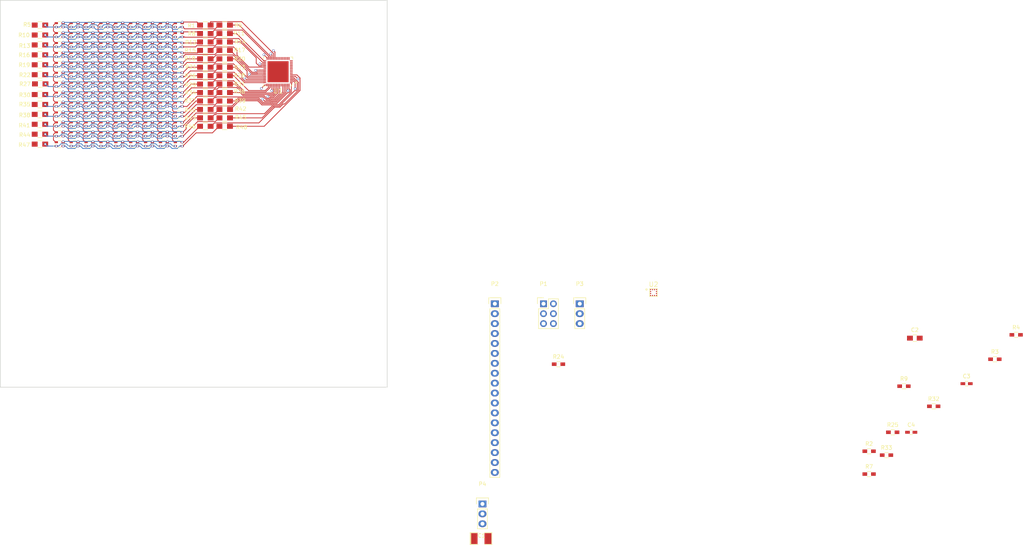
<source format=kicad_pcb>
(kicad_pcb (version 4) (host pcbnew 4.0.5+dfsg1-4)
  (layers (0 F.Cu signal) (31 B.Cu signal) (34 B.Paste user) (35 F.Paste user) (36 B.SilkS user) (37 F.SilkS user) (38 B.Mask user) (39 F.Mask user) (44 Edge.Cuts user))
  (net 0 "")
  (net 1 +3V3)
  (net 2 GND)
  (net 3 "Net-(D1-Pad2)")
  (net 4 /SW1)
  (net 5 "Net-(D1-Pad3)")
  (net 6 "Net-(D1-Pad4)")
  (net 7 /SW2)
  (net 8 /SW3)
  (net 9 /SW4)
  (net 10 /SW5)
  (net 11 /SW6)
  (net 12 /SW7)
  (net 13 /SW8)
  (net 14 /SW9)
  (net 15 "Net-(D10-Pad2)")
  (net 16 "Net-(D10-Pad3)")
  (net 17 "Net-(D10-Pad4)")
  (net 18 "Net-(D19-Pad2)")
  (net 19 "Net-(D19-Pad3)")
  (net 20 "Net-(D19-Pad4)")
  (net 21 "Net-(D28-Pad2)")
  (net 22 "Net-(D28-Pad3)")
  (net 23 "Net-(D28-Pad4)")
  (net 24 "Net-(D37-Pad2)")
  (net 25 "Net-(D37-Pad3)")
  (net 26 "Net-(D37-Pad4)")
  (net 27 "Net-(D46-Pad2)")
  (net 28 "Net-(D46-Pad3)")
  (net 29 "Net-(D46-Pad4)")
  (net 30 "Net-(D55-Pad2)")
  (net 31 "Net-(D55-Pad3)")
  (net 32 "Net-(D55-Pad4)")
  (net 33 "Net-(D64-Pad2)")
  (net 34 "Net-(D64-Pad3)")
  (net 35 "Net-(D64-Pad4)")
  (net 36 "Net-(D73-Pad2)")
  (net 37 "Net-(D73-Pad3)")
  (net 38 "Net-(D73-Pad4)")
  (net 39 "Net-(D82-Pad2)")
  (net 40 "Net-(D82-Pad3)")
  (net 41 "Net-(D82-Pad4)")
  (net 42 "Net-(D91-Pad2)")
  (net 43 "Net-(D91-Pad3)")
  (net 44 "Net-(D91-Pad4)")
  (net 45 "Net-(D100-Pad2)")
  (net 46 "Net-(D100-Pad3)")
  (net 47 "Net-(D100-Pad4)")
  (net 48 "Net-(D109-Pad2)")
  (net 49 "Net-(D109-Pad3)")
  (net 50 "Net-(D109-Pad4)")
  (net 51 /SDA_SAO)
  (net 52 /SCL_SAO)
  (net 53 /GPIO1)
  (net 54 /GPIO2)
  (net 55 /SDA_MTX)
  (net 56 /SCL_MTX)
  (net 57 /INTB)
  (net 58 /SDB)
  (net 59 /SDA_ACC)
  (net 60 /SCL_ACC)
  (net 61 /SA0/SDo)
  (net 62 /CS)
  (net 63 /INT1)
  (net 64 /INT2)
  (net 65 /CS1)
  (net 66 /CS2)
  (net 67 /CS3)
  (net 68 /CS4)
  (net 69 "Net-(R9-Pad1)")
  (net 70 /CS5)
  (net 71 /CS6)
  (net 72 /CS7)
  (net 73 /CS8)
  (net 74 /CS9)
  (net 75 /CS10)
  (net 76 /CS11)
  (net 77 /CS12)
  (net 78 /CS13)
  (net 79 /CS14)
  (net 80 /CS15)
  (net 81 /CS16)
  (net 82 /CS17)
  (net 83 /CS18)
  (net 84 /CS19)
  (net 85 /CS20)
  (net 86 /CS21)
  (net 87 /CS22)
  (net 88 /CS23)
  (net 89 /CS24)
  (net 90 /SAO/SDO)
  (net 91 /CS25)
  (net 92 /CS26)
  (net 93 /CS27)
  (net 94 /CS28)
  (net 95 /CS29)
  (net 96 /CS30)
  (net 97 /CS34)
  (net 98 /CS35)
  (net 99 /CS36)
  (net 100 /CS37)
  (net 101 /CS38)
  (net 102 /CS39)
  (net 103 /CS31)
  (net 104 /CS32)
  (net 105 /CS33)
  (module frkbmb:IS31FL3741 (layer F.Cu) (at 91.44 41.148 180)
    (fp_text reference U1 (at 0 -4.965 180) (layer F.SilkS) (effects (font (size 1.2 1.2))))
    (fp_text value IS31FL3741)
    (pad 1 smd rect (at -3.395 -2.8 270) (size 0.22 0.74) (layers F.Cu F.Paste F.Mask) (net 97 /CS34) (clearance 0.000001))
    (pad 2 smd rect (at -3.395 -2.4 270) (size 0.22 0.74) (layers F.Cu F.Paste F.Mask) (net 98 /CS35) (clearance 0.00001))
    (pad 3 smd rect (at -3.395 -2 270) (size 0.22 0.74) (layers F.Cu F.Paste F.Mask) (net 99 /CS36) (clearance 0.00001))
    (pad 4 smd rect (at -3.395 -1.6 270) (size 0.22 0.74) (layers F.Cu F.Paste F.Mask) (net 100 /CS37) (clearance 0.00001))
    (pad 5 smd rect (at -3.395 -1.2 270) (size 0.22 0.74) (layers F.Cu F.Paste F.Mask) (net 101 /CS38))
    (pad 6 smd rect (at -3.395 -0.8 270) (size 0.22 0.74) (layers F.Cu F.Paste F.Mask) (net 102 /CS39))
    (pad 7 smd rect (at -3.395 -0.4 270) (size 0.22 0.74) (layers F.Cu F.Paste F.Mask) (net 57 /INTB))
    (pad 8 smd rect (at -3.395 0 270) (size 0.22 0.74) (layers F.Cu F.Paste F.Mask) (net 2 GND))
    (pad 9 smd rect (at -3.395 0.4 270) (size 0.22 0.74) (layers F.Cu F.Paste F.Mask) (net 55 /SDA_MTX))
    (pad 10 smd rect (at -3.395 0.8 270) (size 0.22 0.74) (layers F.Cu F.Paste F.Mask) (net 56 /SCL_MTX))
    (pad 11 smd rect (at -3.395 1.2 270) (size 0.22 0.74) (layers F.Cu F.Paste F.Mask) (net 58 /SDB))
    (pad 12 smd rect (at -3.395 1.6 270) (size 0.22 0.74) (layers F.Cu F.Paste F.Mask))
    (pad 13 smd rect (at -3.395 2 270) (size 0.22 0.74) (layers F.Cu F.Paste F.Mask) (net 69 "Net-(R9-Pad1)"))
    (pad 14 smd rect (at -3.395 2.4 270) (size 0.22 0.74) (layers F.Cu F.Paste F.Mask) (net 1 +3V3))
    (pad 15 smd rect (at -3.395 2.8 270) (size 0.22 0.74) (layers F.Cu F.Paste F.Mask) (net 1 +3V3))
    (pad 16 smd rect (at -2.8 3.395 180) (size 0.22 0.74) (layers F.Cu F.Paste F.Mask) (net 4 /SW1))
    (pad 17 smd rect (at -2.4 3.395 180) (size 0.22 0.74) (layers F.Cu F.Paste F.Mask) (net 7 /SW2))
    (pad 18 smd rect (at -2 3.395 180) (size 0.22 0.74) (layers F.Cu F.Paste F.Mask) (net 8 /SW3))
    (pad 19 smd rect (at -1.6 3.395 180) (size 0.22 0.74) (layers F.Cu F.Paste F.Mask) (net 9 /SW4))
    (pad 20 smd rect (at -1.2 3.395 180) (size 0.22 0.74) (layers F.Cu F.Paste F.Mask) (net 10 /SW5))
    (pad 21 smd rect (at -0.8 3.395 180) (size 0.22 0.74) (layers F.Cu F.Paste F.Mask) (net 11 /SW6))
    (pad 22 smd rect (at -0.4 3.395 180) (size 0.22 0.74) (layers F.Cu F.Paste F.Mask) (net 12 /SW7))
    (pad 23 smd rect (at 0 3.395 180) (size 0.22 0.74) (layers F.Cu F.Paste F.Mask) (net 13 /SW8))
    (pad 24 smd rect (at 0.4 3.395 180) (size 0.22 0.74) (layers F.Cu F.Paste F.Mask) (net 14 /SW9))
    (pad 25 smd rect (at 0.8 3.395 180) (size 0.22 0.74) (layers F.Cu F.Paste F.Mask) (net 1 +3V3))
    (pad 26 smd rect (at 1.2 3.395 180) (size 0.22 0.74) (layers F.Cu F.Paste F.Mask) (net 65 /CS1))
    (pad 27 smd rect (at 1.6 3.395 180) (size 0.22 0.74) (layers F.Cu F.Paste F.Mask) (net 66 /CS2))
    (pad 28 smd rect (at 2 3.395 180) (size 0.22 0.74) (layers F.Cu F.Paste F.Mask) (net 67 /CS3))
    (pad 29 smd rect (at 2.4 3.395 180) (size 0.22 0.74) (layers F.Cu F.Paste F.Mask) (net 68 /CS4))
    (pad 30 smd rect (at 2.8 3.395 180) (size 0.22 0.74) (layers F.Cu F.Paste F.Mask) (net 70 /CS5))
    (pad 31 smd rect (at 3.395 2.8 270) (size 0.22 0.74) (layers F.Cu F.Paste F.Mask) (net 71 /CS6))
    (pad 32 smd rect (at 3.395 2.4 270) (size 0.22 0.74) (layers F.Cu F.Paste F.Mask) (net 72 /CS7))
    (pad 33 smd rect (at 3.395 2 270) (size 0.22 0.74) (layers F.Cu F.Paste F.Mask) (net 73 /CS8))
    (pad 34 smd rect (at 3.395 1.6 270) (size 0.22 0.74) (layers F.Cu F.Paste F.Mask) (net 74 /CS9))
    (pad 35 smd rect (at 3.395 1.2 270) (size 0.22 0.74) (layers F.Cu F.Paste F.Mask) (net 75 /CS10))
    (pad 36 smd rect (at 3.395 0.8 270) (size 0.22 0.74) (layers F.Cu F.Paste F.Mask) (net 2 GND))
    (pad 37 smd rect (at 3.395 0.4 270) (size 0.22 0.74) (layers F.Cu F.Paste F.Mask) (net 76 /CS11))
    (pad 38 smd rect (at 3.395 0 270) (size 0.22 0.74) (layers F.Cu F.Paste F.Mask) (net 77 /CS12))
    (pad 39 smd rect (at 3.395 -0.4 270) (size 0.22 0.74) (layers F.Cu F.Paste F.Mask) (net 78 /CS13))
    (pad 40 smd rect (at 3.395 -0.8 270) (size 0.22 0.74) (layers F.Cu F.Paste F.Mask) (net 79 /CS14))
    (pad 41 smd rect (at 3.395 -1.2 270) (size 0.22 0.74) (layers F.Cu F.Paste F.Mask) (net 80 /CS15))
    (pad 42 smd rect (at 3.395 -1.6 270) (size 0.22 0.74) (layers F.Cu F.Paste F.Mask) (net 81 /CS16))
    (pad 43 smd rect (at 3.395 -2 270) (size 0.22 0.74) (layers F.Cu F.Paste F.Mask) (net 82 /CS17))
    (pad 44 smd rect (at 3.395 -2.4 270) (size 0.22 0.74) (layers F.Cu F.Paste F.Mask) (net 83 /CS18))
    (pad 45 smd rect (at 3.395 -2.8 270) (size 0.22 0.74) (layers F.Cu F.Paste F.Mask) (net 84 /CS19))
    (pad 46 smd rect (at 2.8 -3.395 180) (size 0.22 0.74) (layers F.Cu F.Paste F.Mask) (net 85 /CS20))
    (pad 47 smd rect (at 2.4 -3.395 180) (size 0.22 0.74) (layers F.Cu F.Paste F.Mask) (net 86 /CS21))
    (pad 48 smd rect (at 2 -3.395 180) (size 0.22 0.74) (layers F.Cu F.Paste F.Mask) (net 87 /CS22))
    (pad 49 smd rect (at 1.6 -3.395 180) (size 0.22 0.74) (layers F.Cu F.Paste F.Mask) (net 88 /CS23))
    (pad 50 smd rect (at 1.2 -3.395 180) (size 0.22 0.74) (layers F.Cu F.Paste F.Mask) (net 89 /CS24))
    (pad 51 smd rect (at 0.8 -3.395 180) (size 0.22 0.74) (layers F.Cu F.Paste F.Mask) (net 91 /CS25))
    (pad 52 smd rect (at 0.4 -3.395 180) (size 0.22 0.74) (layers F.Cu F.Paste F.Mask) (net 92 /CS26))
    (pad 53 smd rect (at 0 -3.395 180) (size 0.22 0.74) (layers F.Cu F.Paste F.Mask) (net 93 /CS27))
    (pad 54 smd rect (at -0.4 -3.395 180) (size 0.22 0.74) (layers F.Cu F.Paste F.Mask) (net 94 /CS28))
    (pad 55 smd rect (at -0.8 -3.395 180) (size 0.22 0.74) (layers F.Cu F.Paste F.Mask) (net 2 GND))
    (pad 56 smd rect (at -1.2 -3.395 180) (size 0.22 0.74) (layers F.Cu F.Paste F.Mask) (net 95 /CS29))
    (pad 57 smd rect (at -1.6 -3.395 180) (size 0.22 0.74) (layers F.Cu F.Paste F.Mask) (net 96 /CS30))
    (pad 58 smd rect (at -2 -3.395 180) (size 0.22 0.74) (layers F.Cu F.Paste F.Mask) (net 103 /CS31))
    (pad 59 smd rect (at -2.4 -3.395 180) (size 0.22 0.74) (layers F.Cu F.Paste F.Mask) (net 104 /CS32))
    (pad 60 smd rect (at -2.8 -3.395 180) (size 0.22 0.74) (layers F.Cu F.Paste F.Mask) (net 105 /CS33))
    (pad THER smd rect (at 0 0 180) (size 5.4 5.4) (layers F.Cu F.Paste F.Mask))
  )
  (module frkbmb:0606_RGB_COMM_ANODE (layer F.Cu) (at 46.99 41.91)
    (fp_text reference D49)
    (fp_text value LED_ARGB)
    (pad 2 smd rect (at 0.85 -0.5) (size 0.85 0.5) (layers F.Cu F.Paste F.Mask) (net 27 "Net-(D46-Pad2)"))
    (pad 1 smd rect (at -0.9 -0.5) (size 0.85 0.5) (layers F.Cu F.Paste F.Mask) (net 9 /SW4))
    (pad 3 smd rect (at -0.9 0.5) (size 0.85 0.5) (layers F.Cu F.Paste F.Mask) (net 28 "Net-(D46-Pad3)"))
    (pad 4 smd rect (at 0.85 0.5) (size 0.85 0.5) (layers F.Cu F.Paste F.Mask) (net 29 "Net-(D46-Pad4)"))
  )
  (module frkbmb:0606_RGB_COMM_ANODE (layer F.Cu) (at 46.99 59.69)
    (fp_text reference D112)
    (fp_text value LED_ARGB)
    (pad 2 smd rect (at 0.85 -0.5) (size 0.85 0.5) (layers F.Cu F.Paste F.Mask) (net 48 "Net-(D109-Pad2)"))
    (pad 1 smd rect (at -0.9 -0.5) (size 0.85 0.5) (layers F.Cu F.Paste F.Mask) (net 9 /SW4))
    (pad 3 smd rect (at -0.9 0.5) (size 0.85 0.5) (layers F.Cu F.Paste F.Mask) (net 49 "Net-(D109-Pad3)"))
    (pad 4 smd rect (at 0.85 0.5) (size 0.85 0.5) (layers F.Cu F.Paste F.Mask) (net 50 "Net-(D109-Pad4)"))
  )
  (module frkbmb:0606_RGB_COMM_ANODE (layer F.Cu) (at 58.42 31.75)
    (fp_text reference D16)
    (fp_text value LED_ARGB)
    (pad 2 smd rect (at 0.85 -0.5) (size 0.85 0.5) (layers F.Cu F.Paste F.Mask) (net 15 "Net-(D10-Pad2)"))
    (pad 1 smd rect (at -0.9 -0.5) (size 0.85 0.5) (layers F.Cu F.Paste F.Mask) (net 12 /SW7))
    (pad 3 smd rect (at -0.9 0.5) (size 0.85 0.5) (layers F.Cu F.Paste F.Mask) (net 16 "Net-(D10-Pad3)"))
    (pad 4 smd rect (at 0.85 0.5) (size 0.85 0.5) (layers F.Cu F.Paste F.Mask) (net 17 "Net-(D10-Pad4)"))
  )
  (module frkbmb:0606_RGB_COMM_ANODE (layer F.Cu) (at 58.42 29.21)
    (fp_text reference D7)
    (fp_text value LED_ARGB)
    (pad 2 smd rect (at 0.85 -0.5) (size 0.85 0.5) (layers F.Cu F.Paste F.Mask) (net 3 "Net-(D1-Pad2)"))
    (pad 1 smd rect (at -0.9 -0.5) (size 0.85 0.5) (layers F.Cu F.Paste F.Mask) (net 12 /SW7))
    (pad 3 smd rect (at -0.9 0.5) (size 0.85 0.5) (layers F.Cu F.Paste F.Mask) (net 5 "Net-(D1-Pad3)"))
    (pad 4 smd rect (at 0.85 0.5) (size 0.85 0.5) (layers F.Cu F.Paste F.Mask) (net 6 "Net-(D1-Pad4)"))
  )
  (module frkbmb:0606_RGB_COMM_ANODE (layer F.Cu) (at 39.37 29.21)
    (fp_text reference D2)
    (fp_text value LED_ARGB)
    (pad 2 smd rect (at 0.85 -0.5) (size 0.85 0.5) (layers F.Cu F.Paste F.Mask) (net 3 "Net-(D1-Pad2)"))
    (pad 1 smd rect (at -0.9 -0.5) (size 0.85 0.5) (layers F.Cu F.Paste F.Mask) (net 7 /SW2))
    (pad 3 smd rect (at -0.9 0.5) (size 0.85 0.5) (layers F.Cu F.Paste F.Mask) (net 5 "Net-(D1-Pad3)"))
    (pad 4 smd rect (at 0.85 0.5) (size 0.85 0.5) (layers F.Cu F.Paste F.Mask) (net 6 "Net-(D1-Pad4)"))
  )
  (module frkbmb:0606_RGB_COMM_ANODE (layer F.Cu) (at 43.18 29.21)
    (fp_text reference D3)
    (fp_text value LED_ARGB)
    (pad 2 smd rect (at 0.85 -0.5) (size 0.85 0.5) (layers F.Cu F.Paste F.Mask) (net 3 "Net-(D1-Pad2)"))
    (pad 1 smd rect (at -0.9 -0.5) (size 0.85 0.5) (layers F.Cu F.Paste F.Mask) (net 8 /SW3))
    (pad 3 smd rect (at -0.9 0.5) (size 0.85 0.5) (layers F.Cu F.Paste F.Mask) (net 5 "Net-(D1-Pad3)"))
    (pad 4 smd rect (at 0.85 0.5) (size 0.85 0.5) (layers F.Cu F.Paste F.Mask) (net 6 "Net-(D1-Pad4)"))
  )
  (module frkbmb:0606_RGB_COMM_ANODE (layer F.Cu) (at 46.99 29.21)
    (fp_text reference D4)
    (fp_text value LED_ARGB)
    (pad 2 smd rect (at 0.85 -0.5) (size 0.85 0.5) (layers F.Cu F.Paste F.Mask) (net 3 "Net-(D1-Pad2)"))
    (pad 1 smd rect (at -0.9 -0.5) (size 0.85 0.5) (layers F.Cu F.Paste F.Mask) (net 9 /SW4))
    (pad 3 smd rect (at -0.9 0.5) (size 0.85 0.5) (layers F.Cu F.Paste F.Mask) (net 5 "Net-(D1-Pad3)"))
    (pad 4 smd rect (at 0.85 0.5) (size 0.85 0.5) (layers F.Cu F.Paste F.Mask) (net 6 "Net-(D1-Pad4)"))
  )
  (module frkbmb:0606_RGB_COMM_ANODE (layer F.Cu) (at 66.04 29.21)
    (fp_text reference D9)
    (fp_text value LED_ARGB)
    (pad 2 smd rect (at 0.85 -0.5) (size 0.85 0.5) (layers F.Cu F.Paste F.Mask) (net 3 "Net-(D1-Pad2)"))
    (pad 1 smd rect (at -0.9 -0.5) (size 0.85 0.5) (layers F.Cu F.Paste F.Mask) (net 14 /SW9))
    (pad 3 smd rect (at -0.9 0.5) (size 0.85 0.5) (layers F.Cu F.Paste F.Mask) (net 5 "Net-(D1-Pad3)"))
    (pad 4 smd rect (at 0.85 0.5) (size 0.85 0.5) (layers F.Cu F.Paste F.Mask) (net 6 "Net-(D1-Pad4)"))
  )
  (module frkbmb:0606_RGB_COMM_ANODE (layer F.Cu) (at 35.56 29.21)
    (fp_text reference D1)
    (fp_text value LED_ARGB)
    (pad 2 smd rect (at 0.85 -0.5) (size 0.85 0.5) (layers F.Cu F.Paste F.Mask) (net 3 "Net-(D1-Pad2)"))
    (pad 1 smd rect (at -0.9 -0.5) (size 0.85 0.5) (layers F.Cu F.Paste F.Mask) (net 4 /SW1))
    (pad 3 smd rect (at -0.9 0.5) (size 0.85 0.5) (layers F.Cu F.Paste F.Mask) (net 5 "Net-(D1-Pad3)"))
    (pad 4 smd rect (at 0.85 0.5) (size 0.85 0.5) (layers F.Cu F.Paste F.Mask) (net 6 "Net-(D1-Pad4)"))
  )
  (module SMD_Packages:SMD-1210_Pol (layer F.Cu) (at 143.404001 160.687001)
    (fp_text reference C1 (at 0.127 -0.762) (layer F.SilkS))
    (fp_text value 10uF)
    (pad 1 smd rect (at -1.778 0) (size 1.778 2.794) (layers F.Cu F.Paste F.Mask) (net 1 +3V3))
    (pad 2 smd rect (at 1.778 0) (size 1.778 2.794) (layers F.Cu F.Paste F.Mask) (net 2 GND))
  )
  (module Capacitors_SMD:C_0805_HandSoldering (layer F.Cu) (at 254.470601 109.363)
    (fp_text reference C2 (at 0 -2.1) (layer F.SilkS))
    (fp_text value 1uF)
    (pad 1 smd rect (at -1.25 0) (size 1.5 1.25) (layers F.Cu F.Paste F.Mask) (net 1 +3V3))
    (pad 2 smd rect (at 1.25 0) (size 1.5 1.25) (layers F.Cu F.Paste F.Mask) (net 2 GND))
  )
  (module Capacitors_SMD:C_0603_HandSoldering (layer F.Cu) (at 267.725124 121.013)
    (fp_text reference C3 (at 0 -1.9) (layer F.SilkS))
    (fp_text value 100nF)
    (pad 1 smd rect (at -0.95 0) (size 1.2 0.75) (layers F.Cu F.Paste F.Mask) (net 1 +3V3))
    (pad 2 smd rect (at 0.95 0) (size 1.2 0.75) (layers F.Cu F.Paste F.Mask) (net 2 GND))
  )
  (module Capacitors_SMD:C_0603_HandSoldering (layer F.Cu) (at 253.544524 133.463)
    (fp_text reference C4 (at 0 -1.9) (layer F.SilkS))
    (fp_text value 100nF)
    (pad 1 smd rect (at -0.95 0) (size 1.2 0.75) (layers F.Cu F.Paste F.Mask) (net 1 +3V3))
    (pad 2 smd rect (at 0.95 0) (size 1.2 0.75) (layers F.Cu F.Paste F.Mask) (net 2 GND))
  )
  (module frkbmb:0606_RGB_COMM_ANODE (layer F.Cu) (at 50.8 29.21)
    (fp_text reference D5)
    (fp_text value LED_ARGB)
    (pad 2 smd rect (at 0.85 -0.5) (size 0.85 0.5) (layers F.Cu F.Paste F.Mask) (net 3 "Net-(D1-Pad2)"))
    (pad 1 smd rect (at -0.9 -0.5) (size 0.85 0.5) (layers F.Cu F.Paste F.Mask) (net 10 /SW5))
    (pad 3 smd rect (at -0.9 0.5) (size 0.85 0.5) (layers F.Cu F.Paste F.Mask) (net 5 "Net-(D1-Pad3)"))
    (pad 4 smd rect (at 0.85 0.5) (size 0.85 0.5) (layers F.Cu F.Paste F.Mask) (net 6 "Net-(D1-Pad4)"))
  )
  (module frkbmb:0606_RGB_COMM_ANODE (layer F.Cu) (at 54.61 29.21)
    (fp_text reference D6)
    (fp_text value LED_ARGB)
    (pad 2 smd rect (at 0.85 -0.5) (size 0.85 0.5) (layers F.Cu F.Paste F.Mask) (net 3 "Net-(D1-Pad2)"))
    (pad 1 smd rect (at -0.9 -0.5) (size 0.85 0.5) (layers F.Cu F.Paste F.Mask) (net 11 /SW6))
    (pad 3 smd rect (at -0.9 0.5) (size 0.85 0.5) (layers F.Cu F.Paste F.Mask) (net 5 "Net-(D1-Pad3)"))
    (pad 4 smd rect (at 0.85 0.5) (size 0.85 0.5) (layers F.Cu F.Paste F.Mask) (net 6 "Net-(D1-Pad4)"))
  )
  (module frkbmb:0606_RGB_COMM_ANODE (layer F.Cu) (at 62.23 29.21)
    (fp_text reference D8)
    (fp_text value LED_ARGB)
    (pad 2 smd rect (at 0.85 -0.5) (size 0.85 0.5) (layers F.Cu F.Paste F.Mask) (net 3 "Net-(D1-Pad2)"))
    (pad 1 smd rect (at -0.9 -0.5) (size 0.85 0.5) (layers F.Cu F.Paste F.Mask) (net 13 /SW8))
    (pad 3 smd rect (at -0.9 0.5) (size 0.85 0.5) (layers F.Cu F.Paste F.Mask) (net 5 "Net-(D1-Pad3)"))
    (pad 4 smd rect (at 0.85 0.5) (size 0.85 0.5) (layers F.Cu F.Paste F.Mask) (net 6 "Net-(D1-Pad4)"))
  )
  (module frkbmb:0606_RGB_COMM_ANODE (layer F.Cu) (at 35.56 31.75)
    (fp_text reference D10)
    (fp_text value LED_ARGB)
    (pad 2 smd rect (at 0.85 -0.5) (size 0.85 0.5) (layers F.Cu F.Paste F.Mask) (net 15 "Net-(D10-Pad2)"))
    (pad 1 smd rect (at -0.9 -0.5) (size 0.85 0.5) (layers F.Cu F.Paste F.Mask) (net 4 /SW1))
    (pad 3 smd rect (at -0.9 0.5) (size 0.85 0.5) (layers F.Cu F.Paste F.Mask) (net 16 "Net-(D10-Pad3)"))
    (pad 4 smd rect (at 0.85 0.5) (size 0.85 0.5) (layers F.Cu F.Paste F.Mask) (net 17 "Net-(D10-Pad4)"))
  )
  (module frkbmb:0606_RGB_COMM_ANODE (layer F.Cu) (at 39.37 31.75)
    (fp_text reference D11)
    (fp_text value LED_ARGB)
    (pad 2 smd rect (at 0.85 -0.5) (size 0.85 0.5) (layers F.Cu F.Paste F.Mask) (net 15 "Net-(D10-Pad2)"))
    (pad 1 smd rect (at -0.9 -0.5) (size 0.85 0.5) (layers F.Cu F.Paste F.Mask) (net 7 /SW2))
    (pad 3 smd rect (at -0.9 0.5) (size 0.85 0.5) (layers F.Cu F.Paste F.Mask) (net 16 "Net-(D10-Pad3)"))
    (pad 4 smd rect (at 0.85 0.5) (size 0.85 0.5) (layers F.Cu F.Paste F.Mask) (net 17 "Net-(D10-Pad4)"))
  )
  (module frkbmb:0606_RGB_COMM_ANODE (layer F.Cu) (at 43.18 31.75)
    (fp_text reference D12)
    (fp_text value LED_ARGB)
    (pad 2 smd rect (at 0.85 -0.5) (size 0.85 0.5) (layers F.Cu F.Paste F.Mask) (net 15 "Net-(D10-Pad2)"))
    (pad 1 smd rect (at -0.9 -0.5) (size 0.85 0.5) (layers F.Cu F.Paste F.Mask) (net 8 /SW3))
    (pad 3 smd rect (at -0.9 0.5) (size 0.85 0.5) (layers F.Cu F.Paste F.Mask) (net 16 "Net-(D10-Pad3)"))
    (pad 4 smd rect (at 0.85 0.5) (size 0.85 0.5) (layers F.Cu F.Paste F.Mask) (net 17 "Net-(D10-Pad4)"))
  )
  (module frkbmb:0606_RGB_COMM_ANODE (layer F.Cu) (at 46.99 31.75)
    (fp_text reference D13)
    (fp_text value LED_ARGB)
    (pad 2 smd rect (at 0.85 -0.5) (size 0.85 0.5) (layers F.Cu F.Paste F.Mask) (net 15 "Net-(D10-Pad2)"))
    (pad 1 smd rect (at -0.9 -0.5) (size 0.85 0.5) (layers F.Cu F.Paste F.Mask) (net 9 /SW4))
    (pad 3 smd rect (at -0.9 0.5) (size 0.85 0.5) (layers F.Cu F.Paste F.Mask) (net 16 "Net-(D10-Pad3)"))
    (pad 4 smd rect (at 0.85 0.5) (size 0.85 0.5) (layers F.Cu F.Paste F.Mask) (net 17 "Net-(D10-Pad4)"))
  )
  (module frkbmb:0606_RGB_COMM_ANODE (layer F.Cu) (at 50.8 31.75)
    (fp_text reference D14)
    (fp_text value LED_ARGB)
    (pad 2 smd rect (at 0.85 -0.5) (size 0.85 0.5) (layers F.Cu F.Paste F.Mask) (net 15 "Net-(D10-Pad2)"))
    (pad 1 smd rect (at -0.9 -0.5) (size 0.85 0.5) (layers F.Cu F.Paste F.Mask) (net 10 /SW5))
    (pad 3 smd rect (at -0.9 0.5) (size 0.85 0.5) (layers F.Cu F.Paste F.Mask) (net 16 "Net-(D10-Pad3)"))
    (pad 4 smd rect (at 0.85 0.5) (size 0.85 0.5) (layers F.Cu F.Paste F.Mask) (net 17 "Net-(D10-Pad4)"))
  )
  (module frkbmb:0606_RGB_COMM_ANODE (layer F.Cu) (at 54.61 31.75)
    (fp_text reference D15)
    (fp_text value LED_ARGB)
    (pad 2 smd rect (at 0.85 -0.5) (size 0.85 0.5) (layers F.Cu F.Paste F.Mask) (net 15 "Net-(D10-Pad2)"))
    (pad 1 smd rect (at -0.9 -0.5) (size 0.85 0.5) (layers F.Cu F.Paste F.Mask) (net 11 /SW6))
    (pad 3 smd rect (at -0.9 0.5) (size 0.85 0.5) (layers F.Cu F.Paste F.Mask) (net 16 "Net-(D10-Pad3)"))
    (pad 4 smd rect (at 0.85 0.5) (size 0.85 0.5) (layers F.Cu F.Paste F.Mask) (net 17 "Net-(D10-Pad4)"))
  )
  (module frkbmb:0606_RGB_COMM_ANODE (layer F.Cu) (at 62.23 31.75)
    (fp_text reference D17)
    (fp_text value LED_ARGB)
    (pad 2 smd rect (at 0.85 -0.5) (size 0.85 0.5) (layers F.Cu F.Paste F.Mask) (net 15 "Net-(D10-Pad2)"))
    (pad 1 smd rect (at -0.9 -0.5) (size 0.85 0.5) (layers F.Cu F.Paste F.Mask) (net 13 /SW8))
    (pad 3 smd rect (at -0.9 0.5) (size 0.85 0.5) (layers F.Cu F.Paste F.Mask) (net 16 "Net-(D10-Pad3)"))
    (pad 4 smd rect (at 0.85 0.5) (size 0.85 0.5) (layers F.Cu F.Paste F.Mask) (net 17 "Net-(D10-Pad4)"))
  )
  (module frkbmb:0606_RGB_COMM_ANODE (layer F.Cu) (at 66.04 31.75)
    (fp_text reference D18)
    (fp_text value LED_ARGB)
    (pad 2 smd rect (at 0.85 -0.5) (size 0.85 0.5) (layers F.Cu F.Paste F.Mask) (net 15 "Net-(D10-Pad2)"))
    (pad 1 smd rect (at -0.9 -0.5) (size 0.85 0.5) (layers F.Cu F.Paste F.Mask) (net 14 /SW9))
    (pad 3 smd rect (at -0.9 0.5) (size 0.85 0.5) (layers F.Cu F.Paste F.Mask) (net 16 "Net-(D10-Pad3)"))
    (pad 4 smd rect (at 0.85 0.5) (size 0.85 0.5) (layers F.Cu F.Paste F.Mask) (net 17 "Net-(D10-Pad4)"))
  )
  (module frkbmb:0606_RGB_COMM_ANODE (layer F.Cu) (at 35.56 34.29)
    (fp_text reference D19)
    (fp_text value LED_ARGB)
    (pad 2 smd rect (at 0.85 -0.5) (size 0.85 0.5) (layers F.Cu F.Paste F.Mask) (net 18 "Net-(D19-Pad2)"))
    (pad 1 smd rect (at -0.9 -0.5) (size 0.85 0.5) (layers F.Cu F.Paste F.Mask) (net 4 /SW1))
    (pad 3 smd rect (at -0.9 0.5) (size 0.85 0.5) (layers F.Cu F.Paste F.Mask) (net 19 "Net-(D19-Pad3)"))
    (pad 4 smd rect (at 0.85 0.5) (size 0.85 0.5) (layers F.Cu F.Paste F.Mask) (net 20 "Net-(D19-Pad4)"))
  )
  (module frkbmb:0606_RGB_COMM_ANODE (layer F.Cu) (at 39.37 34.29)
    (fp_text reference D20)
    (fp_text value LED_ARGB)
    (pad 2 smd rect (at 0.85 -0.5) (size 0.85 0.5) (layers F.Cu F.Paste F.Mask) (net 18 "Net-(D19-Pad2)"))
    (pad 1 smd rect (at -0.9 -0.5) (size 0.85 0.5) (layers F.Cu F.Paste F.Mask) (net 7 /SW2))
    (pad 3 smd rect (at -0.9 0.5) (size 0.85 0.5) (layers F.Cu F.Paste F.Mask) (net 19 "Net-(D19-Pad3)"))
    (pad 4 smd rect (at 0.85 0.5) (size 0.85 0.5) (layers F.Cu F.Paste F.Mask) (net 20 "Net-(D19-Pad4)"))
  )
  (module frkbmb:0606_RGB_COMM_ANODE (layer F.Cu) (at 43.18 34.29)
    (fp_text reference D21)
    (fp_text value LED_ARGB)
    (pad 2 smd rect (at 0.85 -0.5) (size 0.85 0.5) (layers F.Cu F.Paste F.Mask) (net 18 "Net-(D19-Pad2)"))
    (pad 1 smd rect (at -0.9 -0.5) (size 0.85 0.5) (layers F.Cu F.Paste F.Mask) (net 8 /SW3))
    (pad 3 smd rect (at -0.9 0.5) (size 0.85 0.5) (layers F.Cu F.Paste F.Mask) (net 19 "Net-(D19-Pad3)"))
    (pad 4 smd rect (at 0.85 0.5) (size 0.85 0.5) (layers F.Cu F.Paste F.Mask) (net 20 "Net-(D19-Pad4)"))
  )
  (module frkbmb:0606_RGB_COMM_ANODE (layer F.Cu) (at 46.99 34.29)
    (fp_text reference D22)
    (fp_text value LED_ARGB)
    (pad 2 smd rect (at 0.85 -0.5) (size 0.85 0.5) (layers F.Cu F.Paste F.Mask) (net 18 "Net-(D19-Pad2)"))
    (pad 1 smd rect (at -0.9 -0.5) (size 0.85 0.5) (layers F.Cu F.Paste F.Mask) (net 9 /SW4))
    (pad 3 smd rect (at -0.9 0.5) (size 0.85 0.5) (layers F.Cu F.Paste F.Mask) (net 19 "Net-(D19-Pad3)"))
    (pad 4 smd rect (at 0.85 0.5) (size 0.85 0.5) (layers F.Cu F.Paste F.Mask) (net 20 "Net-(D19-Pad4)"))
  )
  (module frkbmb:0606_RGB_COMM_ANODE (layer F.Cu) (at 50.8 34.29)
    (fp_text reference D23)
    (fp_text value LED_ARGB)
    (pad 2 smd rect (at 0.85 -0.5) (size 0.85 0.5) (layers F.Cu F.Paste F.Mask) (net 18 "Net-(D19-Pad2)"))
    (pad 1 smd rect (at -0.9 -0.5) (size 0.85 0.5) (layers F.Cu F.Paste F.Mask) (net 10 /SW5))
    (pad 3 smd rect (at -0.9 0.5) (size 0.85 0.5) (layers F.Cu F.Paste F.Mask) (net 19 "Net-(D19-Pad3)"))
    (pad 4 smd rect (at 0.85 0.5) (size 0.85 0.5) (layers F.Cu F.Paste F.Mask) (net 20 "Net-(D19-Pad4)"))
  )
  (module frkbmb:0606_RGB_COMM_ANODE (layer F.Cu) (at 54.61 34.29)
    (fp_text reference D24)
    (fp_text value LED_ARGB)
    (pad 2 smd rect (at 0.85 -0.5) (size 0.85 0.5) (layers F.Cu F.Paste F.Mask) (net 18 "Net-(D19-Pad2)"))
    (pad 1 smd rect (at -0.9 -0.5) (size 0.85 0.5) (layers F.Cu F.Paste F.Mask) (net 11 /SW6))
    (pad 3 smd rect (at -0.9 0.5) (size 0.85 0.5) (layers F.Cu F.Paste F.Mask) (net 19 "Net-(D19-Pad3)"))
    (pad 4 smd rect (at 0.85 0.5) (size 0.85 0.5) (layers F.Cu F.Paste F.Mask) (net 20 "Net-(D19-Pad4)"))
  )
  (module frkbmb:0606_RGB_COMM_ANODE (layer F.Cu) (at 58.42 34.29)
    (fp_text reference D25)
    (fp_text value LED_ARGB)
    (pad 2 smd rect (at 0.85 -0.5) (size 0.85 0.5) (layers F.Cu F.Paste F.Mask) (net 18 "Net-(D19-Pad2)"))
    (pad 1 smd rect (at -0.9 -0.5) (size 0.85 0.5) (layers F.Cu F.Paste F.Mask) (net 12 /SW7))
    (pad 3 smd rect (at -0.9 0.5) (size 0.85 0.5) (layers F.Cu F.Paste F.Mask) (net 19 "Net-(D19-Pad3)"))
    (pad 4 smd rect (at 0.85 0.5) (size 0.85 0.5) (layers F.Cu F.Paste F.Mask) (net 20 "Net-(D19-Pad4)"))
  )
  (module frkbmb:0606_RGB_COMM_ANODE (layer F.Cu) (at 62.23 34.29)
    (fp_text reference D26)
    (fp_text value LED_ARGB)
    (pad 2 smd rect (at 0.85 -0.5) (size 0.85 0.5) (layers F.Cu F.Paste F.Mask) (net 18 "Net-(D19-Pad2)"))
    (pad 1 smd rect (at -0.9 -0.5) (size 0.85 0.5) (layers F.Cu F.Paste F.Mask) (net 13 /SW8))
    (pad 3 smd rect (at -0.9 0.5) (size 0.85 0.5) (layers F.Cu F.Paste F.Mask) (net 19 "Net-(D19-Pad3)"))
    (pad 4 smd rect (at 0.85 0.5) (size 0.85 0.5) (layers F.Cu F.Paste F.Mask) (net 20 "Net-(D19-Pad4)"))
  )
  (module frkbmb:0606_RGB_COMM_ANODE (layer F.Cu) (at 66.04 34.29)
    (fp_text reference D27)
    (fp_text value LED_ARGB)
    (pad 2 smd rect (at 0.85 -0.5) (size 0.85 0.5) (layers F.Cu F.Paste F.Mask) (net 18 "Net-(D19-Pad2)"))
    (pad 1 smd rect (at -0.9 -0.5) (size 0.85 0.5) (layers F.Cu F.Paste F.Mask) (net 14 /SW9))
    (pad 3 smd rect (at -0.9 0.5) (size 0.85 0.5) (layers F.Cu F.Paste F.Mask) (net 19 "Net-(D19-Pad3)"))
    (pad 4 smd rect (at 0.85 0.5) (size 0.85 0.5) (layers F.Cu F.Paste F.Mask) (net 20 "Net-(D19-Pad4)"))
  )
  (module frkbmb:0606_RGB_COMM_ANODE (layer F.Cu) (at 35.56 36.83)
    (fp_text reference D28)
    (fp_text value LED_ARGB)
    (pad 2 smd rect (at 0.85 -0.5) (size 0.85 0.5) (layers F.Cu F.Paste F.Mask) (net 21 "Net-(D28-Pad2)"))
    (pad 1 smd rect (at -0.9 -0.5) (size 0.85 0.5) (layers F.Cu F.Paste F.Mask) (net 4 /SW1))
    (pad 3 smd rect (at -0.9 0.5) (size 0.85 0.5) (layers F.Cu F.Paste F.Mask) (net 22 "Net-(D28-Pad3)"))
    (pad 4 smd rect (at 0.85 0.5) (size 0.85 0.5) (layers F.Cu F.Paste F.Mask) (net 23 "Net-(D28-Pad4)"))
  )
  (module frkbmb:0606_RGB_COMM_ANODE (layer F.Cu) (at 39.37 36.83)
    (fp_text reference D29)
    (fp_text value LED_ARGB)
    (pad 2 smd rect (at 0.85 -0.5) (size 0.85 0.5) (layers F.Cu F.Paste F.Mask) (net 21 "Net-(D28-Pad2)"))
    (pad 1 smd rect (at -0.9 -0.5) (size 0.85 0.5) (layers F.Cu F.Paste F.Mask) (net 7 /SW2))
    (pad 3 smd rect (at -0.9 0.5) (size 0.85 0.5) (layers F.Cu F.Paste F.Mask) (net 22 "Net-(D28-Pad3)"))
    (pad 4 smd rect (at 0.85 0.5) (size 0.85 0.5) (layers F.Cu F.Paste F.Mask) (net 23 "Net-(D28-Pad4)"))
  )
  (module frkbmb:0606_RGB_COMM_ANODE (layer F.Cu) (at 43.18 36.83)
    (fp_text reference D30)
    (fp_text value LED_ARGB)
    (pad 2 smd rect (at 0.85 -0.5) (size 0.85 0.5) (layers F.Cu F.Paste F.Mask) (net 21 "Net-(D28-Pad2)"))
    (pad 1 smd rect (at -0.9 -0.5) (size 0.85 0.5) (layers F.Cu F.Paste F.Mask) (net 8 /SW3))
    (pad 3 smd rect (at -0.9 0.5) (size 0.85 0.5) (layers F.Cu F.Paste F.Mask) (net 22 "Net-(D28-Pad3)"))
    (pad 4 smd rect (at 0.85 0.5) (size 0.85 0.5) (layers F.Cu F.Paste F.Mask) (net 23 "Net-(D28-Pad4)"))
  )
  (module frkbmb:0606_RGB_COMM_ANODE (layer F.Cu) (at 46.99 36.83)
    (fp_text reference D31)
    (fp_text value LED_ARGB)
    (pad 2 smd rect (at 0.85 -0.5) (size 0.85 0.5) (layers F.Cu F.Paste F.Mask) (net 21 "Net-(D28-Pad2)"))
    (pad 1 smd rect (at -0.9 -0.5) (size 0.85 0.5) (layers F.Cu F.Paste F.Mask) (net 9 /SW4))
    (pad 3 smd rect (at -0.9 0.5) (size 0.85 0.5) (layers F.Cu F.Paste F.Mask) (net 22 "Net-(D28-Pad3)"))
    (pad 4 smd rect (at 0.85 0.5) (size 0.85 0.5) (layers F.Cu F.Paste F.Mask) (net 23 "Net-(D28-Pad4)"))
  )
  (module frkbmb:0606_RGB_COMM_ANODE (layer F.Cu) (at 50.8 36.83)
    (fp_text reference D32)
    (fp_text value LED_ARGB)
    (pad 2 smd rect (at 0.85 -0.5) (size 0.85 0.5) (layers F.Cu F.Paste F.Mask) (net 21 "Net-(D28-Pad2)"))
    (pad 1 smd rect (at -0.9 -0.5) (size 0.85 0.5) (layers F.Cu F.Paste F.Mask) (net 10 /SW5))
    (pad 3 smd rect (at -0.9 0.5) (size 0.85 0.5) (layers F.Cu F.Paste F.Mask) (net 22 "Net-(D28-Pad3)"))
    (pad 4 smd rect (at 0.85 0.5) (size 0.85 0.5) (layers F.Cu F.Paste F.Mask) (net 23 "Net-(D28-Pad4)"))
  )
  (module frkbmb:0606_RGB_COMM_ANODE (layer F.Cu) (at 54.61 36.83)
    (fp_text reference D33)
    (fp_text value LED_ARGB)
    (pad 2 smd rect (at 0.85 -0.5) (size 0.85 0.5) (layers F.Cu F.Paste F.Mask) (net 21 "Net-(D28-Pad2)"))
    (pad 1 smd rect (at -0.9 -0.5) (size 0.85 0.5) (layers F.Cu F.Paste F.Mask) (net 11 /SW6))
    (pad 3 smd rect (at -0.9 0.5) (size 0.85 0.5) (layers F.Cu F.Paste F.Mask) (net 22 "Net-(D28-Pad3)"))
    (pad 4 smd rect (at 0.85 0.5) (size 0.85 0.5) (layers F.Cu F.Paste F.Mask) (net 23 "Net-(D28-Pad4)"))
  )
  (module frkbmb:0606_RGB_COMM_ANODE (layer F.Cu) (at 58.42 36.83)
    (fp_text reference D34)
    (fp_text value LED_ARGB)
    (pad 2 smd rect (at 0.85 -0.5) (size 0.85 0.5) (layers F.Cu F.Paste F.Mask) (net 21 "Net-(D28-Pad2)"))
    (pad 1 smd rect (at -0.9 -0.5) (size 0.85 0.5) (layers F.Cu F.Paste F.Mask) (net 12 /SW7))
    (pad 3 smd rect (at -0.9 0.5) (size 0.85 0.5) (layers F.Cu F.Paste F.Mask) (net 22 "Net-(D28-Pad3)"))
    (pad 4 smd rect (at 0.85 0.5) (size 0.85 0.5) (layers F.Cu F.Paste F.Mask) (net 23 "Net-(D28-Pad4)"))
  )
  (module frkbmb:0606_RGB_COMM_ANODE (layer F.Cu) (at 62.23 36.83)
    (fp_text reference D35)
    (fp_text value LED_ARGB)
    (pad 2 smd rect (at 0.85 -0.5) (size 0.85 0.5) (layers F.Cu F.Paste F.Mask) (net 21 "Net-(D28-Pad2)"))
    (pad 1 smd rect (at -0.9 -0.5) (size 0.85 0.5) (layers F.Cu F.Paste F.Mask) (net 13 /SW8))
    (pad 3 smd rect (at -0.9 0.5) (size 0.85 0.5) (layers F.Cu F.Paste F.Mask) (net 22 "Net-(D28-Pad3)"))
    (pad 4 smd rect (at 0.85 0.5) (size 0.85 0.5) (layers F.Cu F.Paste F.Mask) (net 23 "Net-(D28-Pad4)"))
  )
  (module frkbmb:0606_RGB_COMM_ANODE (layer F.Cu) (at 66.04 36.83)
    (fp_text reference D36)
    (fp_text value LED_ARGB)
    (pad 2 smd rect (at 0.85 -0.5) (size 0.85 0.5) (layers F.Cu F.Paste F.Mask) (net 21 "Net-(D28-Pad2)"))
    (pad 1 smd rect (at -0.9 -0.5) (size 0.85 0.5) (layers F.Cu F.Paste F.Mask) (net 14 /SW9))
    (pad 3 smd rect (at -0.9 0.5) (size 0.85 0.5) (layers F.Cu F.Paste F.Mask) (net 22 "Net-(D28-Pad3)"))
    (pad 4 smd rect (at 0.85 0.5) (size 0.85 0.5) (layers F.Cu F.Paste F.Mask) (net 23 "Net-(D28-Pad4)"))
  )
  (module frkbmb:0606_RGB_COMM_ANODE (layer F.Cu) (at 35.56 39.37)
    (fp_text reference D37)
    (fp_text value LED_ARGB)
    (pad 2 smd rect (at 0.85 -0.5) (size 0.85 0.5) (layers F.Cu F.Paste F.Mask) (net 24 "Net-(D37-Pad2)"))
    (pad 1 smd rect (at -0.9 -0.5) (size 0.85 0.5) (layers F.Cu F.Paste F.Mask) (net 4 /SW1))
    (pad 3 smd rect (at -0.9 0.5) (size 0.85 0.5) (layers F.Cu F.Paste F.Mask) (net 25 "Net-(D37-Pad3)"))
    (pad 4 smd rect (at 0.85 0.5) (size 0.85 0.5) (layers F.Cu F.Paste F.Mask) (net 26 "Net-(D37-Pad4)"))
  )
  (module frkbmb:0606_RGB_COMM_ANODE (layer F.Cu) (at 39.37 39.37)
    (fp_text reference D38)
    (fp_text value LED_ARGB)
    (pad 2 smd rect (at 0.85 -0.5) (size 0.85 0.5) (layers F.Cu F.Paste F.Mask) (net 24 "Net-(D37-Pad2)"))
    (pad 1 smd rect (at -0.9 -0.5) (size 0.85 0.5) (layers F.Cu F.Paste F.Mask) (net 7 /SW2))
    (pad 3 smd rect (at -0.9 0.5) (size 0.85 0.5) (layers F.Cu F.Paste F.Mask) (net 25 "Net-(D37-Pad3)"))
    (pad 4 smd rect (at 0.85 0.5) (size 0.85 0.5) (layers F.Cu F.Paste F.Mask) (net 26 "Net-(D37-Pad4)"))
  )
  (module frkbmb:0606_RGB_COMM_ANODE (layer F.Cu) (at 43.18 39.37)
    (fp_text reference D39)
    (fp_text value LED_ARGB)
    (pad 2 smd rect (at 0.85 -0.5) (size 0.85 0.5) (layers F.Cu F.Paste F.Mask) (net 24 "Net-(D37-Pad2)"))
    (pad 1 smd rect (at -0.9 -0.5) (size 0.85 0.5) (layers F.Cu F.Paste F.Mask) (net 8 /SW3))
    (pad 3 smd rect (at -0.9 0.5) (size 0.85 0.5) (layers F.Cu F.Paste F.Mask) (net 25 "Net-(D37-Pad3)"))
    (pad 4 smd rect (at 0.85 0.5) (size 0.85 0.5) (layers F.Cu F.Paste F.Mask) (net 26 "Net-(D37-Pad4)"))
  )
  (module frkbmb:0606_RGB_COMM_ANODE (layer F.Cu) (at 46.99 39.37)
    (fp_text reference D40)
    (fp_text value LED_ARGB)
    (pad 2 smd rect (at 0.85 -0.5) (size 0.85 0.5) (layers F.Cu F.Paste F.Mask) (net 24 "Net-(D37-Pad2)"))
    (pad 1 smd rect (at -0.9 -0.5) (size 0.85 0.5) (layers F.Cu F.Paste F.Mask) (net 9 /SW4))
    (pad 3 smd rect (at -0.9 0.5) (size 0.85 0.5) (layers F.Cu F.Paste F.Mask) (net 25 "Net-(D37-Pad3)"))
    (pad 4 smd rect (at 0.85 0.5) (size 0.85 0.5) (layers F.Cu F.Paste F.Mask) (net 26 "Net-(D37-Pad4)"))
  )
  (module frkbmb:0606_RGB_COMM_ANODE (layer F.Cu) (at 50.8 39.37)
    (fp_text reference D41)
    (fp_text value LED_ARGB)
    (pad 2 smd rect (at 0.85 -0.5) (size 0.85 0.5) (layers F.Cu F.Paste F.Mask) (net 24 "Net-(D37-Pad2)"))
    (pad 1 smd rect (at -0.9 -0.5) (size 0.85 0.5) (layers F.Cu F.Paste F.Mask) (net 10 /SW5))
    (pad 3 smd rect (at -0.9 0.5) (size 0.85 0.5) (layers F.Cu F.Paste F.Mask) (net 25 "Net-(D37-Pad3)"))
    (pad 4 smd rect (at 0.85 0.5) (size 0.85 0.5) (layers F.Cu F.Paste F.Mask) (net 26 "Net-(D37-Pad4)"))
  )
  (module frkbmb:0606_RGB_COMM_ANODE (layer F.Cu) (at 54.61 39.37)
    (fp_text reference D42)
    (fp_text value LED_ARGB)
    (pad 2 smd rect (at 0.85 -0.5) (size 0.85 0.5) (layers F.Cu F.Paste F.Mask) (net 24 "Net-(D37-Pad2)"))
    (pad 1 smd rect (at -0.9 -0.5) (size 0.85 0.5) (layers F.Cu F.Paste F.Mask) (net 11 /SW6))
    (pad 3 smd rect (at -0.9 0.5) (size 0.85 0.5) (layers F.Cu F.Paste F.Mask) (net 25 "Net-(D37-Pad3)"))
    (pad 4 smd rect (at 0.85 0.5) (size 0.85 0.5) (layers F.Cu F.Paste F.Mask) (net 26 "Net-(D37-Pad4)"))
  )
  (module frkbmb:0606_RGB_COMM_ANODE (layer F.Cu) (at 58.42 39.37)
    (fp_text reference D43)
    (fp_text value LED_ARGB)
    (pad 2 smd rect (at 0.85 -0.5) (size 0.85 0.5) (layers F.Cu F.Paste F.Mask) (net 24 "Net-(D37-Pad2)"))
    (pad 1 smd rect (at -0.9 -0.5) (size 0.85 0.5) (layers F.Cu F.Paste F.Mask) (net 12 /SW7))
    (pad 3 smd rect (at -0.9 0.5) (size 0.85 0.5) (layers F.Cu F.Paste F.Mask) (net 25 "Net-(D37-Pad3)"))
    (pad 4 smd rect (at 0.85 0.5) (size 0.85 0.5) (layers F.Cu F.Paste F.Mask) (net 26 "Net-(D37-Pad4)"))
  )
  (module frkbmb:0606_RGB_COMM_ANODE (layer F.Cu) (at 62.23 39.37)
    (fp_text reference D44)
    (fp_text value LED_ARGB)
    (pad 2 smd rect (at 0.85 -0.5) (size 0.85 0.5) (layers F.Cu F.Paste F.Mask) (net 24 "Net-(D37-Pad2)"))
    (pad 1 smd rect (at -0.9 -0.5) (size 0.85 0.5) (layers F.Cu F.Paste F.Mask) (net 13 /SW8))
    (pad 3 smd rect (at -0.9 0.5) (size 0.85 0.5) (layers F.Cu F.Paste F.Mask) (net 25 "Net-(D37-Pad3)"))
    (pad 4 smd rect (at 0.85 0.5) (size 0.85 0.5) (layers F.Cu F.Paste F.Mask) (net 26 "Net-(D37-Pad4)"))
  )
  (module frkbmb:0606_RGB_COMM_ANODE (layer F.Cu) (at 66.04 39.37)
    (fp_text reference D45)
    (fp_text value LED_ARGB)
    (pad 2 smd rect (at 0.85 -0.5) (size 0.85 0.5) (layers F.Cu F.Paste F.Mask) (net 24 "Net-(D37-Pad2)"))
    (pad 1 smd rect (at -0.9 -0.5) (size 0.85 0.5) (layers F.Cu F.Paste F.Mask) (net 14 /SW9))
    (pad 3 smd rect (at -0.9 0.5) (size 0.85 0.5) (layers F.Cu F.Paste F.Mask) (net 25 "Net-(D37-Pad3)"))
    (pad 4 smd rect (at 0.85 0.5) (size 0.85 0.5) (layers F.Cu F.Paste F.Mask) (net 26 "Net-(D37-Pad4)"))
  )
  (module frkbmb:0606_RGB_COMM_ANODE (layer F.Cu) (at 35.56 41.91)
    (fp_text reference D46)
    (fp_text value LED_ARGB)
    (pad 2 smd rect (at 0.85 -0.5) (size 0.85 0.5) (layers F.Cu F.Paste F.Mask) (net 27 "Net-(D46-Pad2)"))
    (pad 1 smd rect (at -0.9 -0.5) (size 0.85 0.5) (layers F.Cu F.Paste F.Mask) (net 4 /SW1))
    (pad 3 smd rect (at -0.9 0.5) (size 0.85 0.5) (layers F.Cu F.Paste F.Mask) (net 28 "Net-(D46-Pad3)"))
    (pad 4 smd rect (at 0.85 0.5) (size 0.85 0.5) (layers F.Cu F.Paste F.Mask) (net 29 "Net-(D46-Pad4)"))
  )
  (module frkbmb:0606_RGB_COMM_ANODE (layer F.Cu) (at 39.37 41.91)
    (fp_text reference D47)
    (fp_text value LED_ARGB)
    (pad 2 smd rect (at 0.85 -0.5) (size 0.85 0.5) (layers F.Cu F.Paste F.Mask) (net 27 "Net-(D46-Pad2)"))
    (pad 1 smd rect (at -0.9 -0.5) (size 0.85 0.5) (layers F.Cu F.Paste F.Mask) (net 7 /SW2))
    (pad 3 smd rect (at -0.9 0.5) (size 0.85 0.5) (layers F.Cu F.Paste F.Mask) (net 28 "Net-(D46-Pad3)"))
    (pad 4 smd rect (at 0.85 0.5) (size 0.85 0.5) (layers F.Cu F.Paste F.Mask) (net 29 "Net-(D46-Pad4)"))
  )
  (module frkbmb:0606_RGB_COMM_ANODE (layer F.Cu) (at 43.18 41.91)
    (fp_text reference D48)
    (fp_text value LED_ARGB)
    (pad 2 smd rect (at 0.85 -0.5) (size 0.85 0.5) (layers F.Cu F.Paste F.Mask) (net 27 "Net-(D46-Pad2)"))
    (pad 1 smd rect (at -0.9 -0.5) (size 0.85 0.5) (layers F.Cu F.Paste F.Mask) (net 8 /SW3))
    (pad 3 smd rect (at -0.9 0.5) (size 0.85 0.5) (layers F.Cu F.Paste F.Mask) (net 28 "Net-(D46-Pad3)"))
    (pad 4 smd rect (at 0.85 0.5) (size 0.85 0.5) (layers F.Cu F.Paste F.Mask) (net 29 "Net-(D46-Pad4)"))
  )
  (module frkbmb:0606_RGB_COMM_ANODE (layer F.Cu) (at 50.8 41.91)
    (fp_text reference D50)
    (fp_text value LED_ARGB)
    (pad 2 smd rect (at 0.85 -0.5) (size 0.85 0.5) (layers F.Cu F.Paste F.Mask) (net 27 "Net-(D46-Pad2)"))
    (pad 1 smd rect (at -0.9 -0.5) (size 0.85 0.5) (layers F.Cu F.Paste F.Mask) (net 10 /SW5))
    (pad 3 smd rect (at -0.9 0.5) (size 0.85 0.5) (layers F.Cu F.Paste F.Mask) (net 28 "Net-(D46-Pad3)"))
    (pad 4 smd rect (at 0.85 0.5) (size 0.85 0.5) (layers F.Cu F.Paste F.Mask) (net 29 "Net-(D46-Pad4)"))
  )
  (module frkbmb:0606_RGB_COMM_ANODE (layer F.Cu) (at 54.61 41.91)
    (fp_text reference D51)
    (fp_text value LED_ARGB)
    (pad 2 smd rect (at 0.85 -0.5) (size 0.85 0.5) (layers F.Cu F.Paste F.Mask) (net 27 "Net-(D46-Pad2)"))
    (pad 1 smd rect (at -0.9 -0.5) (size 0.85 0.5) (layers F.Cu F.Paste F.Mask) (net 11 /SW6))
    (pad 3 smd rect (at -0.9 0.5) (size 0.85 0.5) (layers F.Cu F.Paste F.Mask) (net 28 "Net-(D46-Pad3)"))
    (pad 4 smd rect (at 0.85 0.5) (size 0.85 0.5) (layers F.Cu F.Paste F.Mask) (net 29 "Net-(D46-Pad4)"))
  )
  (module frkbmb:0606_RGB_COMM_ANODE (layer F.Cu) (at 58.42 41.91)
    (fp_text reference D52)
    (fp_text value LED_ARGB)
    (pad 2 smd rect (at 0.85 -0.5) (size 0.85 0.5) (layers F.Cu F.Paste F.Mask) (net 27 "Net-(D46-Pad2)"))
    (pad 1 smd rect (at -0.9 -0.5) (size 0.85 0.5) (layers F.Cu F.Paste F.Mask) (net 12 /SW7))
    (pad 3 smd rect (at -0.9 0.5) (size 0.85 0.5) (layers F.Cu F.Paste F.Mask) (net 28 "Net-(D46-Pad3)"))
    (pad 4 smd rect (at 0.85 0.5) (size 0.85 0.5) (layers F.Cu F.Paste F.Mask) (net 29 "Net-(D46-Pad4)"))
  )
  (module frkbmb:0606_RGB_COMM_ANODE (layer F.Cu) (at 62.23 41.91)
    (fp_text reference D53)
    (fp_text value LED_ARGB)
    (pad 2 smd rect (at 0.85 -0.5) (size 0.85 0.5) (layers F.Cu F.Paste F.Mask) (net 27 "Net-(D46-Pad2)"))
    (pad 1 smd rect (at -0.9 -0.5) (size 0.85 0.5) (layers F.Cu F.Paste F.Mask) (net 13 /SW8))
    (pad 3 smd rect (at -0.9 0.5) (size 0.85 0.5) (layers F.Cu F.Paste F.Mask) (net 28 "Net-(D46-Pad3)"))
    (pad 4 smd rect (at 0.85 0.5) (size 0.85 0.5) (layers F.Cu F.Paste F.Mask) (net 29 "Net-(D46-Pad4)"))
  )
  (module frkbmb:0606_RGB_COMM_ANODE (layer F.Cu) (at 66.04 41.91)
    (fp_text reference D54)
    (fp_text value LED_ARGB)
    (pad 2 smd rect (at 0.85 -0.5) (size 0.85 0.5) (layers F.Cu F.Paste F.Mask) (net 27 "Net-(D46-Pad2)"))
    (pad 1 smd rect (at -0.9 -0.5) (size 0.85 0.5) (layers F.Cu F.Paste F.Mask) (net 14 /SW9))
    (pad 3 smd rect (at -0.9 0.5) (size 0.85 0.5) (layers F.Cu F.Paste F.Mask) (net 28 "Net-(D46-Pad3)"))
    (pad 4 smd rect (at 0.85 0.5) (size 0.85 0.5) (layers F.Cu F.Paste F.Mask) (net 29 "Net-(D46-Pad4)"))
  )
  (module frkbmb:0606_RGB_COMM_ANODE (layer F.Cu) (at 35.56 44.45)
    (fp_text reference D55)
    (fp_text value LED_ARGB)
    (pad 2 smd rect (at 0.85 -0.5) (size 0.85 0.5) (layers F.Cu F.Paste F.Mask) (net 30 "Net-(D55-Pad2)"))
    (pad 1 smd rect (at -0.9 -0.5) (size 0.85 0.5) (layers F.Cu F.Paste F.Mask) (net 4 /SW1))
    (pad 3 smd rect (at -0.9 0.5) (size 0.85 0.5) (layers F.Cu F.Paste F.Mask) (net 31 "Net-(D55-Pad3)"))
    (pad 4 smd rect (at 0.85 0.5) (size 0.85 0.5) (layers F.Cu F.Paste F.Mask) (net 32 "Net-(D55-Pad4)"))
  )
  (module frkbmb:0606_RGB_COMM_ANODE (layer F.Cu) (at 39.37 44.45)
    (fp_text reference D56)
    (fp_text value LED_ARGB)
    (pad 2 smd rect (at 0.85 -0.5) (size 0.85 0.5) (layers F.Cu F.Paste F.Mask) (net 30 "Net-(D55-Pad2)"))
    (pad 1 smd rect (at -0.9 -0.5) (size 0.85 0.5) (layers F.Cu F.Paste F.Mask) (net 7 /SW2))
    (pad 3 smd rect (at -0.9 0.5) (size 0.85 0.5) (layers F.Cu F.Paste F.Mask) (net 31 "Net-(D55-Pad3)"))
    (pad 4 smd rect (at 0.85 0.5) (size 0.85 0.5) (layers F.Cu F.Paste F.Mask) (net 32 "Net-(D55-Pad4)"))
  )
  (module frkbmb:0606_RGB_COMM_ANODE (layer F.Cu) (at 43.18 44.45)
    (fp_text reference D57)
    (fp_text value LED_ARGB)
    (pad 2 smd rect (at 0.85 -0.5) (size 0.85 0.5) (layers F.Cu F.Paste F.Mask) (net 30 "Net-(D55-Pad2)"))
    (pad 1 smd rect (at -0.9 -0.5) (size 0.85 0.5) (layers F.Cu F.Paste F.Mask) (net 8 /SW3))
    (pad 3 smd rect (at -0.9 0.5) (size 0.85 0.5) (layers F.Cu F.Paste F.Mask) (net 31 "Net-(D55-Pad3)"))
    (pad 4 smd rect (at 0.85 0.5) (size 0.85 0.5) (layers F.Cu F.Paste F.Mask) (net 32 "Net-(D55-Pad4)"))
  )
  (module frkbmb:0606_RGB_COMM_ANODE (layer F.Cu) (at 46.99 44.45)
    (fp_text reference D58)
    (fp_text value LED_ARGB)
    (pad 2 smd rect (at 0.85 -0.5) (size 0.85 0.5) (layers F.Cu F.Paste F.Mask) (net 30 "Net-(D55-Pad2)"))
    (pad 1 smd rect (at -0.9 -0.5) (size 0.85 0.5) (layers F.Cu F.Paste F.Mask) (net 9 /SW4))
    (pad 3 smd rect (at -0.9 0.5) (size 0.85 0.5) (layers F.Cu F.Paste F.Mask) (net 31 "Net-(D55-Pad3)"))
    (pad 4 smd rect (at 0.85 0.5) (size 0.85 0.5) (layers F.Cu F.Paste F.Mask) (net 32 "Net-(D55-Pad4)"))
  )
  (module frkbmb:0606_RGB_COMM_ANODE (layer F.Cu) (at 50.8 44.45)
    (fp_text reference D59)
    (fp_text value LED_ARGB)
    (pad 2 smd rect (at 0.85 -0.5) (size 0.85 0.5) (layers F.Cu F.Paste F.Mask) (net 30 "Net-(D55-Pad2)"))
    (pad 1 smd rect (at -0.9 -0.5) (size 0.85 0.5) (layers F.Cu F.Paste F.Mask) (net 10 /SW5))
    (pad 3 smd rect (at -0.9 0.5) (size 0.85 0.5) (layers F.Cu F.Paste F.Mask) (net 31 "Net-(D55-Pad3)"))
    (pad 4 smd rect (at 0.85 0.5) (size 0.85 0.5) (layers F.Cu F.Paste F.Mask) (net 32 "Net-(D55-Pad4)"))
  )
  (module frkbmb:0606_RGB_COMM_ANODE (layer F.Cu) (at 54.61 44.45)
    (fp_text reference D60)
    (fp_text value LED_ARGB)
    (pad 2 smd rect (at 0.85 -0.5) (size 0.85 0.5) (layers F.Cu F.Paste F.Mask) (net 30 "Net-(D55-Pad2)"))
    (pad 1 smd rect (at -0.9 -0.5) (size 0.85 0.5) (layers F.Cu F.Paste F.Mask) (net 11 /SW6))
    (pad 3 smd rect (at -0.9 0.5) (size 0.85 0.5) (layers F.Cu F.Paste F.Mask) (net 31 "Net-(D55-Pad3)"))
    (pad 4 smd rect (at 0.85 0.5) (size 0.85 0.5) (layers F.Cu F.Paste F.Mask) (net 32 "Net-(D55-Pad4)"))
  )
  (module frkbmb:0606_RGB_COMM_ANODE (layer F.Cu) (at 58.42 44.45)
    (fp_text reference D61)
    (fp_text value LED_ARGB)
    (pad 2 smd rect (at 0.85 -0.5) (size 0.85 0.5) (layers F.Cu F.Paste F.Mask) (net 30 "Net-(D55-Pad2)"))
    (pad 1 smd rect (at -0.9 -0.5) (size 0.85 0.5) (layers F.Cu F.Paste F.Mask) (net 12 /SW7))
    (pad 3 smd rect (at -0.9 0.5) (size 0.85 0.5) (layers F.Cu F.Paste F.Mask) (net 31 "Net-(D55-Pad3)"))
    (pad 4 smd rect (at 0.85 0.5) (size 0.85 0.5) (layers F.Cu F.Paste F.Mask) (net 32 "Net-(D55-Pad4)"))
  )
  (module frkbmb:0606_RGB_COMM_ANODE (layer F.Cu) (at 62.23 44.45)
    (fp_text reference D62)
    (fp_text value LED_ARGB)
    (pad 2 smd rect (at 0.85 -0.5) (size 0.85 0.5) (layers F.Cu F.Paste F.Mask) (net 30 "Net-(D55-Pad2)"))
    (pad 1 smd rect (at -0.9 -0.5) (size 0.85 0.5) (layers F.Cu F.Paste F.Mask) (net 13 /SW8))
    (pad 3 smd rect (at -0.9 0.5) (size 0.85 0.5) (layers F.Cu F.Paste F.Mask) (net 31 "Net-(D55-Pad3)"))
    (pad 4 smd rect (at 0.85 0.5) (size 0.85 0.5) (layers F.Cu F.Paste F.Mask) (net 32 "Net-(D55-Pad4)"))
  )
  (module frkbmb:0606_RGB_COMM_ANODE (layer F.Cu) (at 66.04 44.45)
    (fp_text reference D63)
    (fp_text value LED_ARGB)
    (pad 2 smd rect (at 0.85 -0.5) (size 0.85 0.5) (layers F.Cu F.Paste F.Mask) (net 30 "Net-(D55-Pad2)"))
    (pad 1 smd rect (at -0.9 -0.5) (size 0.85 0.5) (layers F.Cu F.Paste F.Mask) (net 14 /SW9))
    (pad 3 smd rect (at -0.9 0.5) (size 0.85 0.5) (layers F.Cu F.Paste F.Mask) (net 31 "Net-(D55-Pad3)"))
    (pad 4 smd rect (at 0.85 0.5) (size 0.85 0.5) (layers F.Cu F.Paste F.Mask) (net 32 "Net-(D55-Pad4)"))
  )
  (module frkbmb:0606_RGB_COMM_ANODE (layer F.Cu) (at 35.56 46.99)
    (fp_text reference D64)
    (fp_text value LED_ARGB)
    (pad 2 smd rect (at 0.85 -0.5) (size 0.85 0.5) (layers F.Cu F.Paste F.Mask) (net 33 "Net-(D64-Pad2)"))
    (pad 1 smd rect (at -0.9 -0.5) (size 0.85 0.5) (layers F.Cu F.Paste F.Mask) (net 4 /SW1))
    (pad 3 smd rect (at -0.9 0.5) (size 0.85 0.5) (layers F.Cu F.Paste F.Mask) (net 34 "Net-(D64-Pad3)"))
    (pad 4 smd rect (at 0.85 0.5) (size 0.85 0.5) (layers F.Cu F.Paste F.Mask) (net 35 "Net-(D64-Pad4)"))
  )
  (module frkbmb:0606_RGB_COMM_ANODE (layer F.Cu) (at 39.37 46.99)
    (fp_text reference D65)
    (fp_text value LED_ARGB)
    (pad 2 smd rect (at 0.85 -0.5) (size 0.85 0.5) (layers F.Cu F.Paste F.Mask) (net 33 "Net-(D64-Pad2)"))
    (pad 1 smd rect (at -0.9 -0.5) (size 0.85 0.5) (layers F.Cu F.Paste F.Mask) (net 7 /SW2))
    (pad 3 smd rect (at -0.9 0.5) (size 0.85 0.5) (layers F.Cu F.Paste F.Mask) (net 34 "Net-(D64-Pad3)"))
    (pad 4 smd rect (at 0.85 0.5) (size 0.85 0.5) (layers F.Cu F.Paste F.Mask) (net 35 "Net-(D64-Pad4)"))
  )
  (module frkbmb:0606_RGB_COMM_ANODE (layer F.Cu) (at 43.18 46.99)
    (fp_text reference D66)
    (fp_text value LED_ARGB)
    (pad 2 smd rect (at 0.85 -0.5) (size 0.85 0.5) (layers F.Cu F.Paste F.Mask) (net 33 "Net-(D64-Pad2)"))
    (pad 1 smd rect (at -0.9 -0.5) (size 0.85 0.5) (layers F.Cu F.Paste F.Mask) (net 8 /SW3))
    (pad 3 smd rect (at -0.9 0.5) (size 0.85 0.5) (layers F.Cu F.Paste F.Mask) (net 34 "Net-(D64-Pad3)"))
    (pad 4 smd rect (at 0.85 0.5) (size 0.85 0.5) (layers F.Cu F.Paste F.Mask) (net 35 "Net-(D64-Pad4)"))
  )
  (module frkbmb:0606_RGB_COMM_ANODE (layer F.Cu) (at 46.99 46.99)
    (fp_text reference D67)
    (fp_text value LED_ARGB)
    (pad 2 smd rect (at 0.85 -0.5) (size 0.85 0.5) (layers F.Cu F.Paste F.Mask) (net 33 "Net-(D64-Pad2)"))
    (pad 1 smd rect (at -0.9 -0.5) (size 0.85 0.5) (layers F.Cu F.Paste F.Mask) (net 9 /SW4))
    (pad 3 smd rect (at -0.9 0.5) (size 0.85 0.5) (layers F.Cu F.Paste F.Mask) (net 34 "Net-(D64-Pad3)"))
    (pad 4 smd rect (at 0.85 0.5) (size 0.85 0.5) (layers F.Cu F.Paste F.Mask) (net 35 "Net-(D64-Pad4)"))
  )
  (module frkbmb:0606_RGB_COMM_ANODE (layer F.Cu) (at 50.8 46.99)
    (fp_text reference D68)
    (fp_text value LED_ARGB)
    (pad 2 smd rect (at 0.85 -0.5) (size 0.85 0.5) (layers F.Cu F.Paste F.Mask) (net 33 "Net-(D64-Pad2)"))
    (pad 1 smd rect (at -0.9 -0.5) (size 0.85 0.5) (layers F.Cu F.Paste F.Mask) (net 10 /SW5))
    (pad 3 smd rect (at -0.9 0.5) (size 0.85 0.5) (layers F.Cu F.Paste F.Mask) (net 34 "Net-(D64-Pad3)"))
    (pad 4 smd rect (at 0.85 0.5) (size 0.85 0.5) (layers F.Cu F.Paste F.Mask) (net 35 "Net-(D64-Pad4)"))
  )
  (module frkbmb:0606_RGB_COMM_ANODE (layer F.Cu) (at 54.61 46.99)
    (fp_text reference D69)
    (fp_text value LED_ARGB)
    (pad 2 smd rect (at 0.85 -0.5) (size 0.85 0.5) (layers F.Cu F.Paste F.Mask) (net 33 "Net-(D64-Pad2)"))
    (pad 1 smd rect (at -0.9 -0.5) (size 0.85 0.5) (layers F.Cu F.Paste F.Mask) (net 11 /SW6))
    (pad 3 smd rect (at -0.9 0.5) (size 0.85 0.5) (layers F.Cu F.Paste F.Mask) (net 34 "Net-(D64-Pad3)"))
    (pad 4 smd rect (at 0.85 0.5) (size 0.85 0.5) (layers F.Cu F.Paste F.Mask) (net 35 "Net-(D64-Pad4)"))
  )
  (module frkbmb:0606_RGB_COMM_ANODE (layer F.Cu) (at 58.42 46.99)
    (fp_text reference D70)
    (fp_text value LED_ARGB)
    (pad 2 smd rect (at 0.85 -0.5) (size 0.85 0.5) (layers F.Cu F.Paste F.Mask) (net 33 "Net-(D64-Pad2)"))
    (pad 1 smd rect (at -0.9 -0.5) (size 0.85 0.5) (layers F.Cu F.Paste F.Mask) (net 12 /SW7))
    (pad 3 smd rect (at -0.9 0.5) (size 0.85 0.5) (layers F.Cu F.Paste F.Mask) (net 34 "Net-(D64-Pad3)"))
    (pad 4 smd rect (at 0.85 0.5) (size 0.85 0.5) (layers F.Cu F.Paste F.Mask) (net 35 "Net-(D64-Pad4)"))
  )
  (module frkbmb:0606_RGB_COMM_ANODE (layer F.Cu) (at 62.23 46.99)
    (fp_text reference D71)
    (fp_text value LED_ARGB)
    (pad 2 smd rect (at 0.85 -0.5) (size 0.85 0.5) (layers F.Cu F.Paste F.Mask) (net 33 "Net-(D64-Pad2)"))
    (pad 1 smd rect (at -0.9 -0.5) (size 0.85 0.5) (layers F.Cu F.Paste F.Mask) (net 13 /SW8))
    (pad 3 smd rect (at -0.9 0.5) (size 0.85 0.5) (layers F.Cu F.Paste F.Mask) (net 34 "Net-(D64-Pad3)"))
    (pad 4 smd rect (at 0.85 0.5) (size 0.85 0.5) (layers F.Cu F.Paste F.Mask) (net 35 "Net-(D64-Pad4)"))
  )
  (module frkbmb:0606_RGB_COMM_ANODE (layer F.Cu) (at 66.04 46.99)
    (fp_text reference D72)
    (fp_text value LED_ARGB)
    (pad 2 smd rect (at 0.85 -0.5) (size 0.85 0.5) (layers F.Cu F.Paste F.Mask) (net 33 "Net-(D64-Pad2)"))
    (pad 1 smd rect (at -0.9 -0.5) (size 0.85 0.5) (layers F.Cu F.Paste F.Mask) (net 14 /SW9))
    (pad 3 smd rect (at -0.9 0.5) (size 0.85 0.5) (layers F.Cu F.Paste F.Mask) (net 34 "Net-(D64-Pad3)"))
    (pad 4 smd rect (at 0.85 0.5) (size 0.85 0.5) (layers F.Cu F.Paste F.Mask) (net 35 "Net-(D64-Pad4)"))
  )
  (module frkbmb:0606_RGB_COMM_ANODE (layer F.Cu) (at 35.56 49.53)
    (fp_text reference D73)
    (fp_text value LED_ARGB)
    (pad 2 smd rect (at 0.85 -0.5) (size 0.85 0.5) (layers F.Cu F.Paste F.Mask) (net 36 "Net-(D73-Pad2)"))
    (pad 1 smd rect (at -0.9 -0.5) (size 0.85 0.5) (layers F.Cu F.Paste F.Mask) (net 4 /SW1))
    (pad 3 smd rect (at -0.9 0.5) (size 0.85 0.5) (layers F.Cu F.Paste F.Mask) (net 37 "Net-(D73-Pad3)"))
    (pad 4 smd rect (at 0.85 0.5) (size 0.85 0.5) (layers F.Cu F.Paste F.Mask) (net 38 "Net-(D73-Pad4)"))
  )
  (module frkbmb:0606_RGB_COMM_ANODE (layer F.Cu) (at 39.37 49.53)
    (fp_text reference D74)
    (fp_text value LED_ARGB)
    (pad 2 smd rect (at 0.85 -0.5) (size 0.85 0.5) (layers F.Cu F.Paste F.Mask) (net 36 "Net-(D73-Pad2)"))
    (pad 1 smd rect (at -0.9 -0.5) (size 0.85 0.5) (layers F.Cu F.Paste F.Mask) (net 7 /SW2))
    (pad 3 smd rect (at -0.9 0.5) (size 0.85 0.5) (layers F.Cu F.Paste F.Mask) (net 37 "Net-(D73-Pad3)"))
    (pad 4 smd rect (at 0.85 0.5) (size 0.85 0.5) (layers F.Cu F.Paste F.Mask) (net 38 "Net-(D73-Pad4)"))
  )
  (module frkbmb:0606_RGB_COMM_ANODE (layer F.Cu) (at 43.18 49.53)
    (fp_text reference D75)
    (fp_text value LED_ARGB)
    (pad 2 smd rect (at 0.85 -0.5) (size 0.85 0.5) (layers F.Cu F.Paste F.Mask) (net 36 "Net-(D73-Pad2)"))
    (pad 1 smd rect (at -0.9 -0.5) (size 0.85 0.5) (layers F.Cu F.Paste F.Mask) (net 8 /SW3))
    (pad 3 smd rect (at -0.9 0.5) (size 0.85 0.5) (layers F.Cu F.Paste F.Mask) (net 37 "Net-(D73-Pad3)"))
    (pad 4 smd rect (at 0.85 0.5) (size 0.85 0.5) (layers F.Cu F.Paste F.Mask) (net 38 "Net-(D73-Pad4)"))
  )
  (module frkbmb:0606_RGB_COMM_ANODE (layer F.Cu) (at 46.99 49.53)
    (fp_text reference D76)
    (fp_text value LED_ARGB)
    (pad 2 smd rect (at 0.85 -0.5) (size 0.85 0.5) (layers F.Cu F.Paste F.Mask) (net 36 "Net-(D73-Pad2)"))
    (pad 1 smd rect (at -0.9 -0.5) (size 0.85 0.5) (layers F.Cu F.Paste F.Mask) (net 9 /SW4))
    (pad 3 smd rect (at -0.9 0.5) (size 0.85 0.5) (layers F.Cu F.Paste F.Mask) (net 37 "Net-(D73-Pad3)"))
    (pad 4 smd rect (at 0.85 0.5) (size 0.85 0.5) (layers F.Cu F.Paste F.Mask) (net 38 "Net-(D73-Pad4)"))
  )
  (module frkbmb:0606_RGB_COMM_ANODE (layer F.Cu) (at 50.8 49.53)
    (fp_text reference D77)
    (fp_text value LED_ARGB)
    (pad 2 smd rect (at 0.85 -0.5) (size 0.85 0.5) (layers F.Cu F.Paste F.Mask) (net 36 "Net-(D73-Pad2)"))
    (pad 1 smd rect (at -0.9 -0.5) (size 0.85 0.5) (layers F.Cu F.Paste F.Mask) (net 10 /SW5))
    (pad 3 smd rect (at -0.9 0.5) (size 0.85 0.5) (layers F.Cu F.Paste F.Mask) (net 37 "Net-(D73-Pad3)"))
    (pad 4 smd rect (at 0.85 0.5) (size 0.85 0.5) (layers F.Cu F.Paste F.Mask) (net 38 "Net-(D73-Pad4)"))
  )
  (module frkbmb:0606_RGB_COMM_ANODE (layer F.Cu) (at 54.61 49.53)
    (fp_text reference D78)
    (fp_text value LED_ARGB)
    (pad 2 smd rect (at 0.85 -0.5) (size 0.85 0.5) (layers F.Cu F.Paste F.Mask) (net 36 "Net-(D73-Pad2)"))
    (pad 1 smd rect (at -0.9 -0.5) (size 0.85 0.5) (layers F.Cu F.Paste F.Mask) (net 11 /SW6))
    (pad 3 smd rect (at -0.9 0.5) (size 0.85 0.5) (layers F.Cu F.Paste F.Mask) (net 37 "Net-(D73-Pad3)"))
    (pad 4 smd rect (at 0.85 0.5) (size 0.85 0.5) (layers F.Cu F.Paste F.Mask) (net 38 "Net-(D73-Pad4)"))
  )
  (module frkbmb:0606_RGB_COMM_ANODE (layer F.Cu) (at 58.42 49.53)
    (fp_text reference D79)
    (fp_text value LED_ARGB)
    (pad 2 smd rect (at 0.85 -0.5) (size 0.85 0.5) (layers F.Cu F.Paste F.Mask) (net 36 "Net-(D73-Pad2)"))
    (pad 1 smd rect (at -0.9 -0.5) (size 0.85 0.5) (layers F.Cu F.Paste F.Mask) (net 12 /SW7))
    (pad 3 smd rect (at -0.9 0.5) (size 0.85 0.5) (layers F.Cu F.Paste F.Mask) (net 37 "Net-(D73-Pad3)"))
    (pad 4 smd rect (at 0.85 0.5) (size 0.85 0.5) (layers F.Cu F.Paste F.Mask) (net 38 "Net-(D73-Pad4)"))
  )
  (module frkbmb:0606_RGB_COMM_ANODE (layer F.Cu) (at 62.23 49.53)
    (fp_text reference D80)
    (fp_text value LED_ARGB)
    (pad 2 smd rect (at 0.85 -0.5) (size 0.85 0.5) (layers F.Cu F.Paste F.Mask) (net 36 "Net-(D73-Pad2)"))
    (pad 1 smd rect (at -0.9 -0.5) (size 0.85 0.5) (layers F.Cu F.Paste F.Mask) (net 13 /SW8))
    (pad 3 smd rect (at -0.9 0.5) (size 0.85 0.5) (layers F.Cu F.Paste F.Mask) (net 37 "Net-(D73-Pad3)"))
    (pad 4 smd rect (at 0.85 0.5) (size 0.85 0.5) (layers F.Cu F.Paste F.Mask) (net 38 "Net-(D73-Pad4)"))
  )
  (module frkbmb:0606_RGB_COMM_ANODE (layer F.Cu) (at 66.04 49.53)
    (fp_text reference D81)
    (fp_text value LED_ARGB)
    (pad 2 smd rect (at 0.85 -0.5) (size 0.85 0.5) (layers F.Cu F.Paste F.Mask) (net 36 "Net-(D73-Pad2)"))
    (pad 1 smd rect (at -0.9 -0.5) (size 0.85 0.5) (layers F.Cu F.Paste F.Mask) (net 14 /SW9))
    (pad 3 smd rect (at -0.9 0.5) (size 0.85 0.5) (layers F.Cu F.Paste F.Mask) (net 37 "Net-(D73-Pad3)"))
    (pad 4 smd rect (at 0.85 0.5) (size 0.85 0.5) (layers F.Cu F.Paste F.Mask) (net 38 "Net-(D73-Pad4)"))
  )
  (module frkbmb:0606_RGB_COMM_ANODE (layer F.Cu) (at 35.56 52.07)
    (fp_text reference D82)
    (fp_text value LED_ARGB)
    (pad 2 smd rect (at 0.85 -0.5) (size 0.85 0.5) (layers F.Cu F.Paste F.Mask) (net 39 "Net-(D82-Pad2)"))
    (pad 1 smd rect (at -0.9 -0.5) (size 0.85 0.5) (layers F.Cu F.Paste F.Mask) (net 4 /SW1))
    (pad 3 smd rect (at -0.9 0.5) (size 0.85 0.5) (layers F.Cu F.Paste F.Mask) (net 40 "Net-(D82-Pad3)"))
    (pad 4 smd rect (at 0.85 0.5) (size 0.85 0.5) (layers F.Cu F.Paste F.Mask) (net 41 "Net-(D82-Pad4)"))
  )
  (module frkbmb:0606_RGB_COMM_ANODE (layer F.Cu) (at 39.37 52.07)
    (fp_text reference D83)
    (fp_text value LED_ARGB)
    (pad 2 smd rect (at 0.85 -0.5) (size 0.85 0.5) (layers F.Cu F.Paste F.Mask) (net 39 "Net-(D82-Pad2)"))
    (pad 1 smd rect (at -0.9 -0.5) (size 0.85 0.5) (layers F.Cu F.Paste F.Mask) (net 7 /SW2))
    (pad 3 smd rect (at -0.9 0.5) (size 0.85 0.5) (layers F.Cu F.Paste F.Mask) (net 40 "Net-(D82-Pad3)"))
    (pad 4 smd rect (at 0.85 0.5) (size 0.85 0.5) (layers F.Cu F.Paste F.Mask) (net 41 "Net-(D82-Pad4)"))
  )
  (module frkbmb:0606_RGB_COMM_ANODE (layer F.Cu) (at 43.18 52.07)
    (fp_text reference D84)
    (fp_text value LED_ARGB)
    (pad 2 smd rect (at 0.85 -0.5) (size 0.85 0.5) (layers F.Cu F.Paste F.Mask) (net 39 "Net-(D82-Pad2)"))
    (pad 1 smd rect (at -0.9 -0.5) (size 0.85 0.5) (layers F.Cu F.Paste F.Mask) (net 8 /SW3))
    (pad 3 smd rect (at -0.9 0.5) (size 0.85 0.5) (layers F.Cu F.Paste F.Mask) (net 40 "Net-(D82-Pad3)"))
    (pad 4 smd rect (at 0.85 0.5) (size 0.85 0.5) (layers F.Cu F.Paste F.Mask) (net 41 "Net-(D82-Pad4)"))
  )
  (module frkbmb:0606_RGB_COMM_ANODE (layer F.Cu) (at 46.99 52.07)
    (fp_text reference D85)
    (fp_text value LED_ARGB)
    (pad 2 smd rect (at 0.85 -0.5) (size 0.85 0.5) (layers F.Cu F.Paste F.Mask) (net 39 "Net-(D82-Pad2)"))
    (pad 1 smd rect (at -0.9 -0.5) (size 0.85 0.5) (layers F.Cu F.Paste F.Mask) (net 9 /SW4))
    (pad 3 smd rect (at -0.9 0.5) (size 0.85 0.5) (layers F.Cu F.Paste F.Mask) (net 40 "Net-(D82-Pad3)"))
    (pad 4 smd rect (at 0.85 0.5) (size 0.85 0.5) (layers F.Cu F.Paste F.Mask) (net 41 "Net-(D82-Pad4)"))
  )
  (module frkbmb:0606_RGB_COMM_ANODE (layer F.Cu) (at 50.8 52.07)
    (fp_text reference D86)
    (fp_text value LED_ARGB)
    (pad 2 smd rect (at 0.85 -0.5) (size 0.85 0.5) (layers F.Cu F.Paste F.Mask) (net 39 "Net-(D82-Pad2)"))
    (pad 1 smd rect (at -0.9 -0.5) (size 0.85 0.5) (layers F.Cu F.Paste F.Mask) (net 10 /SW5))
    (pad 3 smd rect (at -0.9 0.5) (size 0.85 0.5) (layers F.Cu F.Paste F.Mask) (net 40 "Net-(D82-Pad3)"))
    (pad 4 smd rect (at 0.85 0.5) (size 0.85 0.5) (layers F.Cu F.Paste F.Mask) (net 41 "Net-(D82-Pad4)"))
  )
  (module frkbmb:0606_RGB_COMM_ANODE (layer F.Cu) (at 54.61 52.07)
    (fp_text reference D87)
    (fp_text value LED_ARGB)
    (pad 2 smd rect (at 0.85 -0.5) (size 0.85 0.5) (layers F.Cu F.Paste F.Mask) (net 39 "Net-(D82-Pad2)"))
    (pad 1 smd rect (at -0.9 -0.5) (size 0.85 0.5) (layers F.Cu F.Paste F.Mask) (net 11 /SW6))
    (pad 3 smd rect (at -0.9 0.5) (size 0.85 0.5) (layers F.Cu F.Paste F.Mask) (net 40 "Net-(D82-Pad3)"))
    (pad 4 smd rect (at 0.85 0.5) (size 0.85 0.5) (layers F.Cu F.Paste F.Mask) (net 41 "Net-(D82-Pad4)"))
  )
  (module frkbmb:0606_RGB_COMM_ANODE (layer F.Cu) (at 58.42 52.07)
    (fp_text reference D88)
    (fp_text value LED_ARGB)
    (pad 2 smd rect (at 0.85 -0.5) (size 0.85 0.5) (layers F.Cu F.Paste F.Mask) (net 39 "Net-(D82-Pad2)"))
    (pad 1 smd rect (at -0.9 -0.5) (size 0.85 0.5) (layers F.Cu F.Paste F.Mask) (net 12 /SW7))
    (pad 3 smd rect (at -0.9 0.5) (size 0.85 0.5) (layers F.Cu F.Paste F.Mask) (net 40 "Net-(D82-Pad3)"))
    (pad 4 smd rect (at 0.85 0.5) (size 0.85 0.5) (layers F.Cu F.Paste F.Mask) (net 41 "Net-(D82-Pad4)"))
  )
  (module frkbmb:0606_RGB_COMM_ANODE (layer F.Cu) (at 62.23 52.07)
    (fp_text reference D89)
    (fp_text value LED_ARGB)
    (pad 2 smd rect (at 0.85 -0.5) (size 0.85 0.5) (layers F.Cu F.Paste F.Mask) (net 39 "Net-(D82-Pad2)"))
    (pad 1 smd rect (at -0.9 -0.5) (size 0.85 0.5) (layers F.Cu F.Paste F.Mask) (net 13 /SW8))
    (pad 3 smd rect (at -0.9 0.5) (size 0.85 0.5) (layers F.Cu F.Paste F.Mask) (net 40 "Net-(D82-Pad3)"))
    (pad 4 smd rect (at 0.85 0.5) (size 0.85 0.5) (layers F.Cu F.Paste F.Mask) (net 41 "Net-(D82-Pad4)"))
  )
  (module frkbmb:0606_RGB_COMM_ANODE (layer F.Cu) (at 66.04 52.07)
    (fp_text reference D90)
    (fp_text value LED_ARGB)
    (pad 2 smd rect (at 0.85 -0.5) (size 0.85 0.5) (layers F.Cu F.Paste F.Mask) (net 39 "Net-(D82-Pad2)"))
    (pad 1 smd rect (at -0.9 -0.5) (size 0.85 0.5) (layers F.Cu F.Paste F.Mask) (net 14 /SW9))
    (pad 3 smd rect (at -0.9 0.5) (size 0.85 0.5) (layers F.Cu F.Paste F.Mask) (net 40 "Net-(D82-Pad3)"))
    (pad 4 smd rect (at 0.85 0.5) (size 0.85 0.5) (layers F.Cu F.Paste F.Mask) (net 41 "Net-(D82-Pad4)"))
  )
  (module frkbmb:0606_RGB_COMM_ANODE (layer F.Cu) (at 35.56 54.61)
    (fp_text reference D91)
    (fp_text value LED_ARGB)
    (pad 2 smd rect (at 0.85 -0.5) (size 0.85 0.5) (layers F.Cu F.Paste F.Mask) (net 42 "Net-(D91-Pad2)"))
    (pad 1 smd rect (at -0.9 -0.5) (size 0.85 0.5) (layers F.Cu F.Paste F.Mask) (net 4 /SW1))
    (pad 3 smd rect (at -0.9 0.5) (size 0.85 0.5) (layers F.Cu F.Paste F.Mask) (net 43 "Net-(D91-Pad3)"))
    (pad 4 smd rect (at 0.85 0.5) (size 0.85 0.5) (layers F.Cu F.Paste F.Mask) (net 44 "Net-(D91-Pad4)"))
  )
  (module frkbmb:0606_RGB_COMM_ANODE (layer F.Cu) (at 39.37 54.61)
    (fp_text reference D92)
    (fp_text value LED_ARGB)
    (pad 2 smd rect (at 0.85 -0.5) (size 0.85 0.5) (layers F.Cu F.Paste F.Mask) (net 42 "Net-(D91-Pad2)"))
    (pad 1 smd rect (at -0.9 -0.5) (size 0.85 0.5) (layers F.Cu F.Paste F.Mask) (net 7 /SW2))
    (pad 3 smd rect (at -0.9 0.5) (size 0.85 0.5) (layers F.Cu F.Paste F.Mask) (net 43 "Net-(D91-Pad3)"))
    (pad 4 smd rect (at 0.85 0.5) (size 0.85 0.5) (layers F.Cu F.Paste F.Mask) (net 44 "Net-(D91-Pad4)"))
  )
  (module frkbmb:0606_RGB_COMM_ANODE (layer F.Cu) (at 43.18 54.61)
    (fp_text reference D93)
    (fp_text value LED_ARGB)
    (pad 2 smd rect (at 0.85 -0.5) (size 0.85 0.5) (layers F.Cu F.Paste F.Mask) (net 42 "Net-(D91-Pad2)"))
    (pad 1 smd rect (at -0.9 -0.5) (size 0.85 0.5) (layers F.Cu F.Paste F.Mask) (net 8 /SW3))
    (pad 3 smd rect (at -0.9 0.5) (size 0.85 0.5) (layers F.Cu F.Paste F.Mask) (net 43 "Net-(D91-Pad3)"))
    (pad 4 smd rect (at 0.85 0.5) (size 0.85 0.5) (layers F.Cu F.Paste F.Mask) (net 44 "Net-(D91-Pad4)"))
  )
  (module frkbmb:0606_RGB_COMM_ANODE (layer F.Cu) (at 46.99 54.61)
    (fp_text reference D94)
    (fp_text value LED_ARGB)
    (pad 2 smd rect (at 0.85 -0.5) (size 0.85 0.5) (layers F.Cu F.Paste F.Mask) (net 42 "Net-(D91-Pad2)"))
    (pad 1 smd rect (at -0.9 -0.5) (size 0.85 0.5) (layers F.Cu F.Paste F.Mask) (net 9 /SW4))
    (pad 3 smd rect (at -0.9 0.5) (size 0.85 0.5) (layers F.Cu F.Paste F.Mask) (net 43 "Net-(D91-Pad3)"))
    (pad 4 smd rect (at 0.85 0.5) (size 0.85 0.5) (layers F.Cu F.Paste F.Mask) (net 44 "Net-(D91-Pad4)"))
  )
  (module frkbmb:0606_RGB_COMM_ANODE (layer F.Cu) (at 50.8 54.61)
    (fp_text reference D95)
    (fp_text value LED_ARGB)
    (pad 2 smd rect (at 0.85 -0.5) (size 0.85 0.5) (layers F.Cu F.Paste F.Mask) (net 42 "Net-(D91-Pad2)"))
    (pad 1 smd rect (at -0.9 -0.5) (size 0.85 0.5) (layers F.Cu F.Paste F.Mask) (net 10 /SW5))
    (pad 3 smd rect (at -0.9 0.5) (size 0.85 0.5) (layers F.Cu F.Paste F.Mask) (net 43 "Net-(D91-Pad3)"))
    (pad 4 smd rect (at 0.85 0.5) (size 0.85 0.5) (layers F.Cu F.Paste F.Mask) (net 44 "Net-(D91-Pad4)"))
  )
  (module frkbmb:0606_RGB_COMM_ANODE (layer F.Cu) (at 54.61 54.61)
    (fp_text reference D96)
    (fp_text value LED_ARGB)
    (pad 2 smd rect (at 0.85 -0.5) (size 0.85 0.5) (layers F.Cu F.Paste F.Mask) (net 42 "Net-(D91-Pad2)"))
    (pad 1 smd rect (at -0.9 -0.5) (size 0.85 0.5) (layers F.Cu F.Paste F.Mask) (net 11 /SW6))
    (pad 3 smd rect (at -0.9 0.5) (size 0.85 0.5) (layers F.Cu F.Paste F.Mask) (net 43 "Net-(D91-Pad3)"))
    (pad 4 smd rect (at 0.85 0.5) (size 0.85 0.5) (layers F.Cu F.Paste F.Mask) (net 44 "Net-(D91-Pad4)"))
  )
  (module frkbmb:0606_RGB_COMM_ANODE (layer F.Cu) (at 58.42 54.61)
    (fp_text reference D97)
    (fp_text value LED_ARGB)
    (pad 2 smd rect (at 0.85 -0.5) (size 0.85 0.5) (layers F.Cu F.Paste F.Mask) (net 42 "Net-(D91-Pad2)"))
    (pad 1 smd rect (at -0.9 -0.5) (size 0.85 0.5) (layers F.Cu F.Paste F.Mask) (net 12 /SW7))
    (pad 3 smd rect (at -0.9 0.5) (size 0.85 0.5) (layers F.Cu F.Paste F.Mask) (net 43 "Net-(D91-Pad3)"))
    (pad 4 smd rect (at 0.85 0.5) (size 0.85 0.5) (layers F.Cu F.Paste F.Mask) (net 44 "Net-(D91-Pad4)"))
  )
  (module frkbmb:0606_RGB_COMM_ANODE (layer F.Cu) (at 62.23 54.61)
    (fp_text reference D98)
    (fp_text value LED_ARGB)
    (pad 2 smd rect (at 0.85 -0.5) (size 0.85 0.5) (layers F.Cu F.Paste F.Mask) (net 42 "Net-(D91-Pad2)"))
    (pad 1 smd rect (at -0.9 -0.5) (size 0.85 0.5) (layers F.Cu F.Paste F.Mask) (net 13 /SW8))
    (pad 3 smd rect (at -0.9 0.5) (size 0.85 0.5) (layers F.Cu F.Paste F.Mask) (net 43 "Net-(D91-Pad3)"))
    (pad 4 smd rect (at 0.85 0.5) (size 0.85 0.5) (layers F.Cu F.Paste F.Mask) (net 44 "Net-(D91-Pad4)"))
  )
  (module frkbmb:0606_RGB_COMM_ANODE (layer F.Cu) (at 66.04 54.61)
    (fp_text reference D99)
    (fp_text value LED_ARGB)
    (pad 2 smd rect (at 0.85 -0.5) (size 0.85 0.5) (layers F.Cu F.Paste F.Mask) (net 42 "Net-(D91-Pad2)"))
    (pad 1 smd rect (at -0.9 -0.5) (size 0.85 0.5) (layers F.Cu F.Paste F.Mask) (net 14 /SW9))
    (pad 3 smd rect (at -0.9 0.5) (size 0.85 0.5) (layers F.Cu F.Paste F.Mask) (net 43 "Net-(D91-Pad3)"))
    (pad 4 smd rect (at 0.85 0.5) (size 0.85 0.5) (layers F.Cu F.Paste F.Mask) (net 44 "Net-(D91-Pad4)"))
  )
  (module frkbmb:0606_RGB_COMM_ANODE (layer F.Cu) (at 35.56 57.15)
    (fp_text reference D100)
    (fp_text value LED_ARGB)
    (pad 2 smd rect (at 0.85 -0.5) (size 0.85 0.5) (layers F.Cu F.Paste F.Mask) (net 45 "Net-(D100-Pad2)"))
    (pad 1 smd rect (at -0.9 -0.5) (size 0.85 0.5) (layers F.Cu F.Paste F.Mask) (net 4 /SW1))
    (pad 3 smd rect (at -0.9 0.5) (size 0.85 0.5) (layers F.Cu F.Paste F.Mask) (net 46 "Net-(D100-Pad3)"))
    (pad 4 smd rect (at 0.85 0.5) (size 0.85 0.5) (layers F.Cu F.Paste F.Mask) (net 47 "Net-(D100-Pad4)"))
  )
  (module frkbmb:0606_RGB_COMM_ANODE (layer F.Cu) (at 39.37 57.15)
    (fp_text reference D101)
    (fp_text value LED_ARGB)
    (pad 2 smd rect (at 0.85 -0.5) (size 0.85 0.5) (layers F.Cu F.Paste F.Mask) (net 45 "Net-(D100-Pad2)"))
    (pad 1 smd rect (at -0.9 -0.5) (size 0.85 0.5) (layers F.Cu F.Paste F.Mask) (net 7 /SW2))
    (pad 3 smd rect (at -0.9 0.5) (size 0.85 0.5) (layers F.Cu F.Paste F.Mask) (net 46 "Net-(D100-Pad3)"))
    (pad 4 smd rect (at 0.85 0.5) (size 0.85 0.5) (layers F.Cu F.Paste F.Mask) (net 47 "Net-(D100-Pad4)"))
  )
  (module frkbmb:0606_RGB_COMM_ANODE (layer F.Cu) (at 43.18 57.15)
    (fp_text reference D102)
    (fp_text value LED_ARGB)
    (pad 2 smd rect (at 0.85 -0.5) (size 0.85 0.5) (layers F.Cu F.Paste F.Mask) (net 45 "Net-(D100-Pad2)"))
    (pad 1 smd rect (at -0.9 -0.5) (size 0.85 0.5) (layers F.Cu F.Paste F.Mask) (net 8 /SW3))
    (pad 3 smd rect (at -0.9 0.5) (size 0.85 0.5) (layers F.Cu F.Paste F.Mask) (net 46 "Net-(D100-Pad3)"))
    (pad 4 smd rect (at 0.85 0.5) (size 0.85 0.5) (layers F.Cu F.Paste F.Mask) (net 47 "Net-(D100-Pad4)"))
  )
  (module frkbmb:0606_RGB_COMM_ANODE (layer F.Cu) (at 46.99 57.15)
    (fp_text reference D103)
    (fp_text value LED_ARGB)
    (pad 2 smd rect (at 0.85 -0.5) (size 0.85 0.5) (layers F.Cu F.Paste F.Mask) (net 45 "Net-(D100-Pad2)"))
    (pad 1 smd rect (at -0.9 -0.5) (size 0.85 0.5) (layers F.Cu F.Paste F.Mask) (net 9 /SW4))
    (pad 3 smd rect (at -0.9 0.5) (size 0.85 0.5) (layers F.Cu F.Paste F.Mask) (net 46 "Net-(D100-Pad3)"))
    (pad 4 smd rect (at 0.85 0.5) (size 0.85 0.5) (layers F.Cu F.Paste F.Mask) (net 47 "Net-(D100-Pad4)"))
  )
  (module frkbmb:0606_RGB_COMM_ANODE (layer F.Cu) (at 50.8 57.15)
    (fp_text reference D104)
    (fp_text value LED_ARGB)
    (pad 2 smd rect (at 0.85 -0.5) (size 0.85 0.5) (layers F.Cu F.Paste F.Mask) (net 45 "Net-(D100-Pad2)"))
    (pad 1 smd rect (at -0.9 -0.5) (size 0.85 0.5) (layers F.Cu F.Paste F.Mask) (net 10 /SW5))
    (pad 3 smd rect (at -0.9 0.5) (size 0.85 0.5) (layers F.Cu F.Paste F.Mask) (net 46 "Net-(D100-Pad3)"))
    (pad 4 smd rect (at 0.85 0.5) (size 0.85 0.5) (layers F.Cu F.Paste F.Mask) (net 47 "Net-(D100-Pad4)"))
  )
  (module frkbmb:0606_RGB_COMM_ANODE (layer F.Cu) (at 54.61 57.15)
    (fp_text reference D105)
    (fp_text value LED_ARGB)
    (pad 2 smd rect (at 0.85 -0.5) (size 0.85 0.5) (layers F.Cu F.Paste F.Mask) (net 45 "Net-(D100-Pad2)"))
    (pad 1 smd rect (at -0.9 -0.5) (size 0.85 0.5) (layers F.Cu F.Paste F.Mask) (net 11 /SW6))
    (pad 3 smd rect (at -0.9 0.5) (size 0.85 0.5) (layers F.Cu F.Paste F.Mask) (net 46 "Net-(D100-Pad3)"))
    (pad 4 smd rect (at 0.85 0.5) (size 0.85 0.5) (layers F.Cu F.Paste F.Mask) (net 47 "Net-(D100-Pad4)"))
  )
  (module frkbmb:0606_RGB_COMM_ANODE (layer F.Cu) (at 58.42 57.15)
    (fp_text reference D106)
    (fp_text value LED_ARGB)
    (pad 2 smd rect (at 0.85 -0.5) (size 0.85 0.5) (layers F.Cu F.Paste F.Mask) (net 45 "Net-(D100-Pad2)"))
    (pad 1 smd rect (at -0.9 -0.5) (size 0.85 0.5) (layers F.Cu F.Paste F.Mask) (net 12 /SW7))
    (pad 3 smd rect (at -0.9 0.5) (size 0.85 0.5) (layers F.Cu F.Paste F.Mask) (net 46 "Net-(D100-Pad3)"))
    (pad 4 smd rect (at 0.85 0.5) (size 0.85 0.5) (layers F.Cu F.Paste F.Mask) (net 47 "Net-(D100-Pad4)"))
  )
  (module frkbmb:0606_RGB_COMM_ANODE (layer F.Cu) (at 62.23 57.15)
    (fp_text reference D107)
    (fp_text value LED_ARGB)
    (pad 2 smd rect (at 0.85 -0.5) (size 0.85 0.5) (layers F.Cu F.Paste F.Mask) (net 45 "Net-(D100-Pad2)"))
    (pad 1 smd rect (at -0.9 -0.5) (size 0.85 0.5) (layers F.Cu F.Paste F.Mask) (net 13 /SW8))
    (pad 3 smd rect (at -0.9 0.5) (size 0.85 0.5) (layers F.Cu F.Paste F.Mask) (net 46 "Net-(D100-Pad3)"))
    (pad 4 smd rect (at 0.85 0.5) (size 0.85 0.5) (layers F.Cu F.Paste F.Mask) (net 47 "Net-(D100-Pad4)"))
  )
  (module frkbmb:0606_RGB_COMM_ANODE (layer F.Cu) (at 66.04 57.15)
    (fp_text reference D108)
    (fp_text value LED_ARGB)
    (pad 2 smd rect (at 0.85 -0.5) (size 0.85 0.5) (layers F.Cu F.Paste F.Mask) (net 45 "Net-(D100-Pad2)"))
    (pad 1 smd rect (at -0.9 -0.5) (size 0.85 0.5) (layers F.Cu F.Paste F.Mask) (net 14 /SW9))
    (pad 3 smd rect (at -0.9 0.5) (size 0.85 0.5) (layers F.Cu F.Paste F.Mask) (net 46 "Net-(D100-Pad3)"))
    (pad 4 smd rect (at 0.85 0.5) (size 0.85 0.5) (layers F.Cu F.Paste F.Mask) (net 47 "Net-(D100-Pad4)"))
  )
  (module frkbmb:0606_RGB_COMM_ANODE (layer F.Cu) (at 35.56 59.69)
    (fp_text reference D109)
    (fp_text value LED_ARGB)
    (pad 2 smd rect (at 0.85 -0.5) (size 0.85 0.5) (layers F.Cu F.Paste F.Mask) (net 48 "Net-(D109-Pad2)"))
    (pad 1 smd rect (at -0.9 -0.5) (size 0.85 0.5) (layers F.Cu F.Paste F.Mask) (net 4 /SW1))
    (pad 3 smd rect (at -0.9 0.5) (size 0.85 0.5) (layers F.Cu F.Paste F.Mask) (net 49 "Net-(D109-Pad3)"))
    (pad 4 smd rect (at 0.85 0.5) (size 0.85 0.5) (layers F.Cu F.Paste F.Mask) (net 50 "Net-(D109-Pad4)"))
  )
  (module frkbmb:0606_RGB_COMM_ANODE (layer F.Cu) (at 39.37 59.69)
    (fp_text reference D110)
    (fp_text value LED_ARGB)
    (pad 2 smd rect (at 0.85 -0.5) (size 0.85 0.5) (layers F.Cu F.Paste F.Mask) (net 48 "Net-(D109-Pad2)"))
    (pad 1 smd rect (at -0.9 -0.5) (size 0.85 0.5) (layers F.Cu F.Paste F.Mask) (net 7 /SW2))
    (pad 3 smd rect (at -0.9 0.5) (size 0.85 0.5) (layers F.Cu F.Paste F.Mask) (net 49 "Net-(D109-Pad3)"))
    (pad 4 smd rect (at 0.85 0.5) (size 0.85 0.5) (layers F.Cu F.Paste F.Mask) (net 50 "Net-(D109-Pad4)"))
  )
  (module frkbmb:0606_RGB_COMM_ANODE (layer F.Cu) (at 43.18 59.69)
    (fp_text reference D111)
    (fp_text value LED_ARGB)
    (pad 2 smd rect (at 0.85 -0.5) (size 0.85 0.5) (layers F.Cu F.Paste F.Mask) (net 48 "Net-(D109-Pad2)"))
    (pad 1 smd rect (at -0.9 -0.5) (size 0.85 0.5) (layers F.Cu F.Paste F.Mask) (net 8 /SW3))
    (pad 3 smd rect (at -0.9 0.5) (size 0.85 0.5) (layers F.Cu F.Paste F.Mask) (net 49 "Net-(D109-Pad3)"))
    (pad 4 smd rect (at 0.85 0.5) (size 0.85 0.5) (layers F.Cu F.Paste F.Mask) (net 50 "Net-(D109-Pad4)"))
  )
  (module frkbmb:0606_RGB_COMM_ANODE (layer F.Cu) (at 50.8 59.69)
    (fp_text reference D113)
    (fp_text value LED_ARGB)
    (pad 2 smd rect (at 0.85 -0.5) (size 0.85 0.5) (layers F.Cu F.Paste F.Mask) (net 48 "Net-(D109-Pad2)"))
    (pad 1 smd rect (at -0.9 -0.5) (size 0.85 0.5) (layers F.Cu F.Paste F.Mask) (net 10 /SW5))
    (pad 3 smd rect (at -0.9 0.5) (size 0.85 0.5) (layers F.Cu F.Paste F.Mask) (net 49 "Net-(D109-Pad3)"))
    (pad 4 smd rect (at 0.85 0.5) (size 0.85 0.5) (layers F.Cu F.Paste F.Mask) (net 50 "Net-(D109-Pad4)"))
  )
  (module frkbmb:0606_RGB_COMM_ANODE (layer F.Cu) (at 54.61 59.69)
    (fp_text reference D114)
    (fp_text value LED_ARGB)
    (pad 2 smd rect (at 0.85 -0.5) (size 0.85 0.5) (layers F.Cu F.Paste F.Mask) (net 48 "Net-(D109-Pad2)"))
    (pad 1 smd rect (at -0.9 -0.5) (size 0.85 0.5) (layers F.Cu F.Paste F.Mask) (net 11 /SW6))
    (pad 3 smd rect (at -0.9 0.5) (size 0.85 0.5) (layers F.Cu F.Paste F.Mask) (net 49 "Net-(D109-Pad3)"))
    (pad 4 smd rect (at 0.85 0.5) (size 0.85 0.5) (layers F.Cu F.Paste F.Mask) (net 50 "Net-(D109-Pad4)"))
  )
  (module frkbmb:0606_RGB_COMM_ANODE (layer F.Cu) (at 58.42 59.69)
    (fp_text reference D115)
    (fp_text value LED_ARGB)
    (pad 2 smd rect (at 0.85 -0.5) (size 0.85 0.5) (layers F.Cu F.Paste F.Mask) (net 48 "Net-(D109-Pad2)"))
    (pad 1 smd rect (at -0.9 -0.5) (size 0.85 0.5) (layers F.Cu F.Paste F.Mask) (net 12 /SW7))
    (pad 3 smd rect (at -0.9 0.5) (size 0.85 0.5) (layers F.Cu F.Paste F.Mask) (net 49 "Net-(D109-Pad3)"))
    (pad 4 smd rect (at 0.85 0.5) (size 0.85 0.5) (layers F.Cu F.Paste F.Mask) (net 50 "Net-(D109-Pad4)"))
  )
  (module frkbmb:0606_RGB_COMM_ANODE (layer F.Cu) (at 62.23 59.69)
    (fp_text reference D116)
    (fp_text value LED_ARGB)
    (pad 2 smd rect (at 0.85 -0.5) (size 0.85 0.5) (layers F.Cu F.Paste F.Mask) (net 48 "Net-(D109-Pad2)"))
    (pad 1 smd rect (at -0.9 -0.5) (size 0.85 0.5) (layers F.Cu F.Paste F.Mask) (net 13 /SW8))
    (pad 3 smd rect (at -0.9 0.5) (size 0.85 0.5) (layers F.Cu F.Paste F.Mask) (net 49 "Net-(D109-Pad3)"))
    (pad 4 smd rect (at 0.85 0.5) (size 0.85 0.5) (layers F.Cu F.Paste F.Mask) (net 50 "Net-(D109-Pad4)"))
  )
  (module frkbmb:0606_RGB_COMM_ANODE (layer F.Cu) (at 66.04 59.69)
    (fp_text reference D117)
    (fp_text value LED_ARGB)
    (pad 2 smd rect (at 0.85 -0.5) (size 0.85 0.5) (layers F.Cu F.Paste F.Mask) (net 48 "Net-(D109-Pad2)"))
    (pad 1 smd rect (at -0.9 -0.5) (size 0.85 0.5) (layers F.Cu F.Paste F.Mask) (net 14 /SW9))
    (pad 3 smd rect (at -0.9 0.5) (size 0.85 0.5) (layers F.Cu F.Paste F.Mask) (net 49 "Net-(D109-Pad3)"))
    (pad 4 smd rect (at 0.85 0.5) (size 0.85 0.5) (layers F.Cu F.Paste F.Mask) (net 50 "Net-(D109-Pad4)"))
  )
  (module Pin_Headers:Pin_Header_Straight_2x03 (layer F.Cu) (at 159.401667 100.563)
    (fp_text reference P1 (at 0 -5.1) (layer F.SilkS))
    (fp_text value SHITTY_ADD_ON)
    (pad 1 thru_hole rect (at 0 0) (size 1.7272 1.7272) (drill 1.016) (layers *.Cu *.Mask) (net 1 +3V3))
    (pad 2 thru_hole oval (at 2.54 0) (size 1.7272 1.7272) (drill 1.016) (layers *.Cu *.Mask) (net 2 GND))
    (pad 3 thru_hole oval (at 0 2.54) (size 1.7272 1.7272) (drill 1.016) (layers *.Cu *.Mask) (net 51 /SDA_SAO))
    (pad 4 thru_hole oval (at 2.54 2.54) (size 1.7272 1.7272) (drill 1.016) (layers *.Cu *.Mask) (net 52 /SCL_SAO))
    (pad 5 thru_hole oval (at 0 5.08) (size 1.7272 1.7272) (drill 1.016) (layers *.Cu *.Mask) (net 53 /GPIO1))
    (pad 6 thru_hole oval (at 2.54 5.08) (size 1.7272 1.7272) (drill 1.016) (layers *.Cu *.Mask) (net 54 /GPIO2))
  )
  (module Pin_Headers:Pin_Header_Straight_1x18 (layer F.Cu) (at 146.939762 100.563)
    (fp_text reference P2 (at 0 -5.1) (layer F.SilkS))
    (fp_text value MCU_CONNECTOR)
    (pad 1 thru_hole rect (at 0 0) (size 2.032 1.7272) (drill 1.016) (layers *.Cu *.Mask) (net 1 +3V3))
    (pad 2 thru_hole oval (at 0 2.54) (size 2.032 1.7272) (drill 1.016) (layers *.Cu *.Mask) (net 2 GND))
    (pad 3 thru_hole oval (at 0 5.08) (size 2.032 1.7272) (drill 1.016) (layers *.Cu *.Mask) (net 2 GND))
    (pad 4 thru_hole oval (at 0 7.62) (size 2.032 1.7272) (drill 1.016) (layers *.Cu *.Mask) (net 2 GND))
    (pad 5 thru_hole oval (at 0 10.16) (size 2.032 1.7272) (drill 1.016) (layers *.Cu *.Mask) (net 55 /SDA_MTX))
    (pad 6 thru_hole oval (at 0 12.7) (size 2.032 1.7272) (drill 1.016) (layers *.Cu *.Mask) (net 56 /SCL_MTX))
    (pad 7 thru_hole oval (at 0 15.24) (size 2.032 1.7272) (drill 1.016) (layers *.Cu *.Mask) (net 57 /INTB))
    (pad 8 thru_hole oval (at 0 17.78) (size 2.032 1.7272) (drill 1.016) (layers *.Cu *.Mask) (net 58 /SDB))
    (pad 9 thru_hole oval (at 0 20.32) (size 2.032 1.7272) (drill 1.016) (layers *.Cu *.Mask) (net 59 /SDA_ACC))
    (pad 10 thru_hole oval (at 0 22.86) (size 2.032 1.7272) (drill 1.016) (layers *.Cu *.Mask) (net 60 /SCL_ACC))
    (pad 11 thru_hole oval (at 0 25.4) (size 2.032 1.7272) (drill 1.016) (layers *.Cu *.Mask) (net 61 /SA0/SDo))
    (pad 12 thru_hole oval (at 0 27.94) (size 2.032 1.7272) (drill 1.016) (layers *.Cu *.Mask) (net 62 /CS))
    (pad 13 thru_hole oval (at 0 30.48) (size 2.032 1.7272) (drill 1.016) (layers *.Cu *.Mask) (net 63 /INT1))
    (pad 14 thru_hole oval (at 0 33.02) (size 2.032 1.7272) (drill 1.016) (layers *.Cu *.Mask) (net 64 /INT2))
    (pad 15 thru_hole oval (at 0 35.56) (size 2.032 1.7272) (drill 1.016) (layers *.Cu *.Mask) (net 51 /SDA_SAO))
    (pad 16 thru_hole oval (at 0 38.1) (size 2.032 1.7272) (drill 1.016) (layers *.Cu *.Mask) (net 52 /SCL_SAO))
    (pad 17 thru_hole oval (at 0 40.64) (size 2.032 1.7272) (drill 1.016) (layers *.Cu *.Mask) (net 53 /GPIO1))
    (pad 18 thru_hole oval (at 0 43.18) (size 2.032 1.7272) (drill 1.016) (layers *.Cu *.Mask) (net 54 /GPIO2))
  )
  (module Pin_Headers:Pin_Header_Straight_1x03 (layer F.Cu) (at 168.679286 100.563)
    (fp_text reference P3 (at 0 -5.1) (layer F.SilkS))
    (fp_text value SCL_JMP)
    (pad 1 thru_hole rect (at 0 0) (size 2.032 1.7272) (drill 1.016) (layers *.Cu *.Mask) (net 52 /SCL_SAO))
    (pad 2 thru_hole oval (at 0 2.54) (size 2.032 1.7272) (drill 1.016) (layers *.Cu *.Mask) (net 60 /SCL_ACC))
    (pad 3 thru_hole oval (at 0 5.08) (size 2.032 1.7272) (drill 1.016) (layers *.Cu *.Mask) (net 56 /SCL_MTX))
  )
  (module Pin_Headers:Pin_Header_Straight_1x03 (layer F.Cu) (at 143.773095 151.813)
    (fp_text reference P4 (at 0 -5.1) (layer F.SilkS))
    (fp_text value SDA_JMP)
    (pad 1 thru_hole rect (at 0 0) (size 2.032 1.7272) (drill 1.016) (layers *.Cu *.Mask) (net 51 /SDA_SAO))
    (pad 2 thru_hole oval (at 0 2.54) (size 2.032 1.7272) (drill 1.016) (layers *.Cu *.Mask) (net 59 /SDA_ACC))
    (pad 3 thru_hole oval (at 0 5.08) (size 2.032 1.7272) (drill 1.016) (layers *.Cu *.Mask) (net 55 /SDA_MTX))
  )
  (module Resistors_SMD:R_0805_HandSoldering (layer F.Cu) (at 72.818 29.21)
    (fp_text reference R1 (at -3.5522 0.127) (layer F.SilkS))
    (fp_text value R)
    (pad 1 smd rect (at -1.35 0) (size 1.5 1.3) (layers F.Cu F.Paste F.Mask) (net 3 "Net-(D1-Pad2)"))
    (pad 2 smd rect (at 1.35 0) (size 1.5 1.3) (layers F.Cu F.Paste F.Mask) (net 65 /CS1))
  )
  (module Resistors_SMD:R_0603_HandSoldering (layer F.Cu) (at 242.770001 138.313)
    (fp_text reference R2 (at 0 -1.9) (layer F.SilkS))
    (fp_text value 1k)
    (pad 1 smd rect (at -1.1 0) (size 1.2 0.9) (layers F.Cu F.Paste F.Mask) (net 1 +3V3))
    (pad 2 smd rect (at 1.1 0) (size 1.2 0.9) (layers F.Cu F.Paste F.Mask) (net 56 /SCL_MTX))
  )
  (module Resistors_SMD:R_0603_HandSoldering (layer F.Cu) (at 274.970601 114.763)
    (fp_text reference R3 (at 0 -1.9) (layer F.SilkS))
    (fp_text value 1k)
    (pad 1 smd rect (at -1.1 0) (size 1.2 0.9) (layers F.Cu F.Paste F.Mask) (net 1 +3V3))
    (pad 2 smd rect (at 1.1 0) (size 1.2 0.9) (layers F.Cu F.Paste F.Mask) (net 55 /SDA_MTX))
  )
  (module Resistors_SMD:R_0603_HandSoldering (layer F.Cu) (at 280.420601 108.513)
    (fp_text reference R4 (at 0 -1.9) (layer F.SilkS))
    (fp_text value 100k)
    (pad 1 smd rect (at -1.1 0) (size 1.2 0.9) (layers F.Cu F.Paste F.Mask) (net 1 +3V3))
    (pad 2 smd rect (at 1.1 0) (size 1.2 0.9) (layers F.Cu F.Paste F.Mask) (net 58 /SDB))
  )
  (module Resistors_SMD:R_0805_HandSoldering (layer F.Cu) (at 30.48 29.21 180)
    (fp_text reference R5 (at 3.302 0.127 180) (layer F.SilkS))
    (fp_text value R)
    (pad 1 smd rect (at -1.35 0 180) (size 1.5 1.3) (layers F.Cu F.Paste F.Mask) (net 5 "Net-(D1-Pad3)"))
    (pad 2 smd rect (at 1.35 0 180) (size 1.5 1.3) (layers F.Cu F.Paste F.Mask) (net 66 /CS2))
  )
  (module Resistors_SMD:R_0805_HandSoldering (layer F.Cu) (at 77.771 29.21)
    (fp_text reference R6 (at 3.5344 0.0508) (layer F.SilkS))
    (fp_text value R)
    (pad 1 smd rect (at -1.35 0) (size 1.5 1.3) (layers F.Cu F.Paste F.Mask) (net 6 "Net-(D1-Pad4)"))
    (pad 2 smd rect (at 1.35 0) (size 1.5 1.3) (layers F.Cu F.Paste F.Mask) (net 67 /CS3))
  )
  (module Resistors_SMD:R_0603_HandSoldering (layer F.Cu) (at 242.770001 144.163)
    (fp_text reference R7 (at 0 -1.9) (layer F.SilkS))
    (fp_text value 100k)
    (pad 1 smd rect (at -1.1 0) (size 1.2 0.9) (layers F.Cu F.Paste F.Mask) (net 57 /INTB))
    (pad 2 smd rect (at 1.1 0) (size 1.2 0.9) (layers F.Cu F.Paste F.Mask) (net 2 GND))
  )
  (module Resistors_SMD:R_0805_HandSoldering (layer F.Cu) (at 72.818 31.369)
    (fp_text reference R8 (at -3.5014 0.127) (layer F.SilkS))
    (fp_text value R)
    (pad 1 smd rect (at -1.35 0) (size 1.5 1.3) (layers F.Cu F.Paste F.Mask) (net 15 "Net-(D10-Pad2)"))
    (pad 2 smd rect (at 1.35 0) (size 1.5 1.3) (layers F.Cu F.Paste F.Mask) (net 68 /CS4))
  )
  (module Resistors_SMD:R_0603_HandSoldering (layer F.Cu) (at 251.690601 121.663)
    (fp_text reference R9 (at 0 -1.9) (layer F.SilkS))
    (fp_text value 20k)
    (pad 1 smd rect (at -1.1 0) (size 1.2 0.9) (layers F.Cu F.Paste F.Mask) (net 69 "Net-(R9-Pad1)"))
    (pad 2 smd rect (at 1.1 0) (size 1.2 0.9) (layers F.Cu F.Paste F.Mask) (net 2 GND))
  )
  (module Resistors_SMD:R_0805_HandSoldering (layer F.Cu) (at 30.48 31.75 180)
    (fp_text reference R10 (at 4.0894 -0.0254 180) (layer F.SilkS))
    (fp_text value R)
    (pad 1 smd rect (at -1.35 0 180) (size 1.5 1.3) (layers F.Cu F.Paste F.Mask) (net 16 "Net-(D10-Pad3)"))
    (pad 2 smd rect (at 1.35 0 180) (size 1.5 1.3) (layers F.Cu F.Paste F.Mask) (net 70 /CS5))
  )
  (module Resistors_SMD:R_0805_HandSoldering (layer F.Cu) (at 77.771 31.369)
    (fp_text reference R11 (at 3.6868 -0.0508) (layer F.SilkS))
    (fp_text value R)
    (pad 1 smd rect (at -1.35 0) (size 1.5 1.3) (layers F.Cu F.Paste F.Mask) (net 17 "Net-(D10-Pad4)"))
    (pad 2 smd rect (at 1.35 0) (size 1.5 1.3) (layers F.Cu F.Paste F.Mask) (net 71 /CS6))
  )
  (module Resistors_SMD:R_0805_HandSoldering (layer F.Cu) (at 72.818 33.528)
    (fp_text reference R12 (at -3.73 0.127) (layer F.SilkS))
    (fp_text value R)
    (pad 1 smd rect (at -1.35 0) (size 1.5 1.3) (layers F.Cu F.Paste F.Mask) (net 18 "Net-(D19-Pad2)"))
    (pad 2 smd rect (at 1.35 0) (size 1.5 1.3) (layers F.Cu F.Paste F.Mask) (net 72 /CS7))
  )
  (module Resistors_SMD:R_0805_HandSoldering (layer F.Cu) (at 30.4762 34.29 180)
    (fp_text reference R13 (at 3.9332 -0.2032 180) (layer F.SilkS))
    (fp_text value R)
    (pad 1 smd rect (at -1.35 0 180) (size 1.5 1.3) (layers F.Cu F.Paste F.Mask) (net 19 "Net-(D19-Pad3)"))
    (pad 2 smd rect (at 1.35 0 180) (size 1.5 1.3) (layers F.Cu F.Paste F.Mask) (net 73 /CS8))
  )
  (module Resistors_SMD:R_0805_HandSoldering (layer F.Cu) (at 77.771 33.528)
    (fp_text reference R14 (at 3.9662 0) (layer F.SilkS))
    (fp_text value R)
    (pad 1 smd rect (at -1.35 0) (size 1.5 1.3) (layers F.Cu F.Paste F.Mask) (net 20 "Net-(D19-Pad4)"))
    (pad 2 smd rect (at 1.35 0) (size 1.5 1.3) (layers F.Cu F.Paste F.Mask) (net 74 /CS9))
  )
  (module Resistors_SMD:R_0805_HandSoldering (layer F.Cu) (at 72.818 35.687)
    (fp_text reference R15 (at -3.857 0.0254) (layer F.SilkS))
    (fp_text value R)
    (pad 1 smd rect (at -1.35 0) (size 1.5 1.3) (layers F.Cu F.Paste F.Mask) (net 21 "Net-(D28-Pad2)"))
    (pad 2 smd rect (at 1.35 0) (size 1.5 1.3) (layers F.Cu F.Paste F.Mask) (net 75 /CS10))
  )
  (module Resistors_SMD:R_0805_HandSoldering (layer F.Cu) (at 30.4762 36.83 180)
    (fp_text reference R16 (at 4.0094 -0.0508 180) (layer F.SilkS))
    (fp_text value R)
    (pad 1 smd rect (at -1.35 0 180) (size 1.5 1.3) (layers F.Cu F.Paste F.Mask) (net 22 "Net-(D28-Pad3)"))
    (pad 2 smd rect (at 1.35 0 180) (size 1.5 1.3) (layers F.Cu F.Paste F.Mask) (net 76 /CS11))
  )
  (module Resistors_SMD:R_0805_HandSoldering (layer F.Cu) (at 77.771 35.687)
    (fp_text reference R17 (at 3.8392 -0.0762) (layer F.SilkS))
    (fp_text value R)
    (pad 1 smd rect (at -1.35 0) (size 1.5 1.3) (layers F.Cu F.Paste F.Mask) (net 23 "Net-(D28-Pad4)"))
    (pad 2 smd rect (at 1.35 0) (size 1.5 1.3) (layers F.Cu F.Paste F.Mask) (net 77 /CS12))
  )
  (module Resistors_SMD:R_0805_HandSoldering (layer F.Cu) (at 72.818 37.846)
    (fp_text reference R18 (at -3.9586 -0.0508) (layer F.SilkS))
    (fp_text value R)
    (pad 1 smd rect (at -1.35 0) (size 1.5 1.3) (layers F.Cu F.Paste F.Mask) (net 24 "Net-(D37-Pad2)"))
    (pad 2 smd rect (at 1.35 0) (size 1.5 1.3) (layers F.Cu F.Paste F.Mask) (net 78 /CS13))
  )
  (module Resistors_SMD:R_0805_HandSoldering (layer F.Cu) (at 30.4762 39.37 180)
    (fp_text reference R19 (at 4.0094 -0.0508 180) (layer F.SilkS))
    (fp_text value R)
    (pad 1 smd rect (at -1.35 0 180) (size 1.5 1.3) (layers F.Cu F.Paste F.Mask) (net 25 "Net-(D37-Pad3)"))
    (pad 2 smd rect (at 1.35 0 180) (size 1.5 1.3) (layers F.Cu F.Paste F.Mask) (net 79 /CS14))
  )
  (module Resistors_SMD:R_0805_HandSoldering (layer F.Cu) (at 77.771 37.846)
    (fp_text reference R20 (at 3.8392 0) (layer F.SilkS))
    (fp_text value R)
    (pad 1 smd rect (at -1.35 0) (size 1.5 1.3) (layers F.Cu F.Paste F.Mask) (net 26 "Net-(D37-Pad4)"))
    (pad 2 smd rect (at 1.35 0) (size 1.5 1.3) (layers F.Cu F.Paste F.Mask) (net 80 /CS15))
  )
  (module Resistors_SMD:R_0805_HandSoldering (layer F.Cu) (at 72.818 40.005)
    (fp_text reference R21 (at -3.73 -0.0762) (layer F.SilkS))
    (fp_text value R)
    (pad 1 smd rect (at -1.35 0) (size 1.5 1.3) (layers F.Cu F.Paste F.Mask) (net 27 "Net-(D46-Pad2)"))
    (pad 2 smd rect (at 1.35 0) (size 1.5 1.3) (layers F.Cu F.Paste F.Mask) (net 81 /CS16))
  )
  (module Resistors_SMD:R_0805_HandSoldering (layer F.Cu) (at 30.4762 41.91 180)
    (fp_text reference R22 (at 3.8824 -0.0762 180) (layer F.SilkS))
    (fp_text value R)
    (pad 1 smd rect (at -1.35 0 180) (size 1.5 1.3) (layers F.Cu F.Paste F.Mask) (net 28 "Net-(D46-Pad3)"))
    (pad 2 smd rect (at 1.35 0 180) (size 1.5 1.3) (layers F.Cu F.Paste F.Mask) (net 82 /CS17))
  )
  (module Resistors_SMD:R_0805_HandSoldering (layer F.Cu) (at 77.771 40.005)
    (fp_text reference R23 (at 3.8646 0.0254) (layer F.SilkS))
    (fp_text value R)
    (pad 1 smd rect (at -1.35 0) (size 1.5 1.3) (layers F.Cu F.Paste F.Mask) (net 29 "Net-(D46-Pad4)"))
    (pad 2 smd rect (at 1.35 0) (size 1.5 1.3) (layers F.Cu F.Paste F.Mask) (net 83 /CS18))
  )
  (module Resistors_SMD:R_0603_HandSoldering (layer F.Cu) (at 163.238 116.0272)
    (fp_text reference R24 (at 0 -1.9) (layer F.SilkS))
    (fp_text value 1k)
    (pad 1 smd rect (at -1.1 0) (size 1.2 0.9) (layers F.Cu F.Paste F.Mask) (net 1 +3V3))
    (pad 2 smd rect (at 1.1 0) (size 1.2 0.9) (layers F.Cu F.Paste F.Mask) (net 51 /SDA_SAO))
  )
  (module Resistors_SMD:R_0603_HandSoldering (layer F.Cu) (at 248.810001 133.463)
    (fp_text reference R25 (at 0 -1.9) (layer F.SilkS))
    (fp_text value 1k)
    (pad 1 smd rect (at -1.1 0) (size 1.2 0.9) (layers F.Cu F.Paste F.Mask) (net 1 +3V3))
    (pad 2 smd rect (at 1.1 0) (size 1.2 0.9) (layers F.Cu F.Paste F.Mask) (net 52 /SCL_SAO))
  )
  (module Resistors_SMD:R_0805_HandSoldering (layer F.Cu) (at 72.818 42.164)
    (fp_text reference R26 (at -3.857 0.0762) (layer F.SilkS))
    (fp_text value R)
    (pad 1 smd rect (at -1.35 0) (size 1.5 1.3) (layers F.Cu F.Paste F.Mask) (net 30 "Net-(D55-Pad2)"))
    (pad 2 smd rect (at 1.35 0) (size 1.5 1.3) (layers F.Cu F.Paste F.Mask) (net 84 /CS19))
  )
  (module Resistors_SMD:R_0805_HandSoldering (layer F.Cu) (at 30.5435 44.2595 180)
    (fp_text reference R27 (at 3.8989 -0.0381 180) (layer F.SilkS))
    (fp_text value R)
    (pad 1 smd rect (at -1.35 0 180) (size 1.5 1.3) (layers F.Cu F.Paste F.Mask) (net 31 "Net-(D55-Pad3)"))
    (pad 2 smd rect (at 1.35 0 180) (size 1.5 1.3) (layers F.Cu F.Paste F.Mask) (net 85 /CS20))
  )
  (module Resistors_SMD:R_0805_HandSoldering (layer F.Cu) (at 77.771 42.164)
    (fp_text reference R28 (at 3.7884 -0.0508) (layer F.SilkS))
    (fp_text value R)
    (pad 1 smd rect (at -1.35 0) (size 1.5 1.3) (layers F.Cu F.Paste F.Mask) (net 32 "Net-(D55-Pad4)"))
    (pad 2 smd rect (at 1.35 0) (size 1.5 1.3) (layers F.Cu F.Paste F.Mask) (net 86 /CS21))
  )
  (module Resistors_SMD:R_0805_HandSoldering (layer F.Cu) (at 72.818 44.323)
    (fp_text reference R29 (at -3.8062 0.2286) (layer F.SilkS))
    (fp_text value R)
    (pad 1 smd rect (at -1.35 0) (size 1.5 1.3) (layers F.Cu F.Paste F.Mask) (net 33 "Net-(D64-Pad2)"))
    (pad 2 smd rect (at 1.35 0) (size 1.5 1.3) (layers F.Cu F.Paste F.Mask) (net 87 /CS22))
  )
  (module Resistors_SMD:R_0805_HandSoldering (layer F.Cu) (at 30.4762 46.99 180)
    (fp_text reference R30 (at 3.9078 -0.127 180) (layer F.SilkS))
    (fp_text value R)
    (pad 1 smd rect (at -1.35 0 180) (size 1.5 1.3) (layers F.Cu F.Paste F.Mask) (net 34 "Net-(D64-Pad3)"))
    (pad 2 smd rect (at 1.35 0 180) (size 1.5 1.3) (layers F.Cu F.Paste F.Mask) (net 88 /CS23))
  )
  (module Resistors_SMD:R_0805_HandSoldering (layer F.Cu) (at 77.771 44.323)
    (fp_text reference R31 (at 3.8392 0) (layer F.SilkS))
    (fp_text value R)
    (pad 1 smd rect (at -1.35 0) (size 1.5 1.3) (layers F.Cu F.Paste F.Mask) (net 35 "Net-(D64-Pad4)"))
    (pad 2 smd rect (at 1.35 0) (size 1.5 1.3) (layers F.Cu F.Paste F.Mask) (net 89 /CS24))
  )
  (module Resistors_SMD:R_0603_HandSoldering (layer F.Cu) (at 259.310001 126.813)
    (fp_text reference R32 (at 0 -1.9) (layer F.SilkS))
    (fp_text value 1k)
    (pad 1 smd rect (at -1.1 0) (size 1.2 0.9) (layers F.Cu F.Paste F.Mask) (net 1 +3V3))
    (pad 2 smd rect (at 1.1 0) (size 1.2 0.9) (layers F.Cu F.Paste F.Mask) (net 90 /SAO/SDO))
  )
  (module Resistors_SMD:R_0603_HandSoldering (layer F.Cu) (at 247.220001 139.313)
    (fp_text reference R33 (at 0 -1.9) (layer F.SilkS))
    (fp_text value 1k)
    (pad 1 smd rect (at -1.1 0) (size 1.2 0.9) (layers F.Cu F.Paste F.Mask) (net 1 +3V3))
    (pad 2 smd rect (at 1.1 0) (size 1.2 0.9) (layers F.Cu F.Paste F.Mask) (net 62 /CS))
  )
  (module Resistors_SMD:R_0805_HandSoldering (layer F.Cu) (at 72.818 46.482)
    (fp_text reference R34 (at -3.8062 0.0254) (layer F.SilkS))
    (fp_text value R)
    (pad 1 smd rect (at -1.35 0) (size 1.5 1.3) (layers F.Cu F.Paste F.Mask) (net 36 "Net-(D73-Pad2)"))
    (pad 2 smd rect (at 1.35 0) (size 1.5 1.3) (layers F.Cu F.Paste F.Mask) (net 91 /CS25))
  )
  (module Resistors_SMD:R_0805_HandSoldering (layer F.Cu) (at 30.4762 49.53 180)
    (fp_text reference R35 (at 3.9078 0.0254 180) (layer F.SilkS))
    (fp_text value R)
    (pad 1 smd rect (at -1.35 0 180) (size 1.5 1.3) (layers F.Cu F.Paste F.Mask) (net 37 "Net-(D73-Pad3)"))
    (pad 2 smd rect (at 1.35 0 180) (size 1.5 1.3) (layers F.Cu F.Paste F.Mask) (net 92 /CS26))
  )
  (module Resistors_SMD:R_0805_HandSoldering (layer F.Cu) (at 77.771 46.482)
    (fp_text reference R36 (at 3.7884 -0.2794) (layer F.SilkS))
    (fp_text value R)
    (pad 1 smd rect (at -1.35 0) (size 1.5 1.3) (layers F.Cu F.Paste F.Mask) (net 38 "Net-(D73-Pad4)"))
    (pad 2 smd rect (at 1.35 0) (size 1.5 1.3) (layers F.Cu F.Paste F.Mask) (net 93 /CS27))
  )
  (module Resistors_SMD:R_0805_HandSoldering (layer F.Cu) (at 72.818 48.641)
    (fp_text reference R37 (at -3.9586 -0.0508) (layer F.SilkS))
    (fp_text value R)
    (pad 1 smd rect (at -1.35 0) (size 1.5 1.3) (layers F.Cu F.Paste F.Mask) (net 39 "Net-(D82-Pad2)"))
    (pad 2 smd rect (at 1.35 0) (size 1.5 1.3) (layers F.Cu F.Paste F.Mask) (net 94 /CS28))
  )
  (module Resistors_SMD:R_0805_HandSoldering (layer F.Cu) (at 30.4762 52.07 180)
    (fp_text reference R38 (at 3.9332 -0.2032 180) (layer F.SilkS))
    (fp_text value R)
    (pad 1 smd rect (at -1.35 0 180) (size 1.5 1.3) (layers F.Cu F.Paste F.Mask) (net 40 "Net-(D82-Pad3)"))
    (pad 2 smd rect (at 1.35 0 180) (size 1.5 1.3) (layers F.Cu F.Paste F.Mask) (net 95 /CS29))
  )
  (module Resistors_SMD:R_0805_HandSoldering (layer F.Cu) (at 77.771 48.641)
    (fp_text reference R39 (at 3.9154 -0.0508) (layer F.SilkS))
    (fp_text value R)
    (pad 1 smd rect (at -1.35 0) (size 1.5 1.3) (layers F.Cu F.Paste F.Mask) (net 41 "Net-(D82-Pad4)"))
    (pad 2 smd rect (at 1.35 0) (size 1.5 1.3) (layers F.Cu F.Paste F.Mask) (net 96 /CS30))
  )
  (module Resistors_SMD:R_0805_HandSoldering (layer F.Cu) (at 72.818 50.8)
    (fp_text reference R40 (at -3.857 0.2032) (layer F.SilkS))
    (fp_text value R)
    (pad 1 smd rect (at -1.35 0) (size 1.5 1.3) (layers F.Cu F.Paste F.Mask) (net 42 "Net-(D91-Pad2)"))
    (pad 2 smd rect (at 1.35 0) (size 1.5 1.3) (layers F.Cu F.Paste F.Mask) (net 103 /CS31))
  )
  (module Resistors_SMD:R_0805_HandSoldering (layer F.Cu) (at 30.4762 54.61 180)
    (fp_text reference R41 (at 3.984 -0.2794 180) (layer F.SilkS))
    (fp_text value R)
    (pad 1 smd rect (at -1.35 0 180) (size 1.5 1.3) (layers F.Cu F.Paste F.Mask) (net 43 "Net-(D91-Pad3)"))
    (pad 2 smd rect (at 1.35 0 180) (size 1.5 1.3) (layers F.Cu F.Paste F.Mask) (net 104 /CS32))
  )
  (module Resistors_SMD:R_0805_HandSoldering (layer F.Cu) (at 77.7875 50.8)
    (fp_text reference R42 (at 4.0767 -0.1524) (layer F.SilkS))
    (fp_text value R)
    (pad 1 smd rect (at -1.35 0) (size 1.5 1.3) (layers F.Cu F.Paste F.Mask) (net 44 "Net-(D91-Pad4)"))
    (pad 2 smd rect (at 1.35 0) (size 1.5 1.3) (layers F.Cu F.Paste F.Mask) (net 105 /CS33))
  )
  (module Resistors_SMD:R_0805_HandSoldering (layer F.Cu) (at 72.818 52.959)
    (fp_text reference R43 (at -3.857 0.0508) (layer F.SilkS))
    (fp_text value R)
    (pad 1 smd rect (at -1.35 0) (size 1.5 1.3) (layers F.Cu F.Paste F.Mask) (net 45 "Net-(D100-Pad2)"))
    (pad 2 smd rect (at 1.35 0) (size 1.5 1.3) (layers F.Cu F.Paste F.Mask) (net 97 /CS34))
  )
  (module Resistors_SMD:R_0805_HandSoldering (layer F.Cu) (at 30.4762 57.15 180)
    (fp_text reference R44 (at 3.8824 -0.1778 180) (layer F.SilkS))
    (fp_text value R)
    (pad 1 smd rect (at -1.35 0 180) (size 1.5 1.3) (layers F.Cu F.Paste F.Mask) (net 46 "Net-(D100-Pad3)"))
    (pad 2 smd rect (at 1.35 0 180) (size 1.5 1.3) (layers F.Cu F.Paste F.Mask) (net 98 /CS35))
  )
  (module Resistors_SMD:R_0805_HandSoldering (layer F.Cu) (at 77.7875 52.959)
    (fp_text reference R45 (at 4.0767 -0.1016) (layer F.SilkS))
    (fp_text value R)
    (pad 1 smd rect (at -1.35 0) (size 1.5 1.3) (layers F.Cu F.Paste F.Mask) (net 47 "Net-(D100-Pad4)"))
    (pad 2 smd rect (at 1.35 0) (size 1.5 1.3) (layers F.Cu F.Paste F.Mask) (net 99 /CS36))
  )
  (module Resistors_SMD:R_0805_HandSoldering (layer F.Cu) (at 72.818 55.118)
    (fp_text reference R46 (at -3.9078 0.0254) (layer F.SilkS))
    (fp_text value R)
    (pad 1 smd rect (at -1.35 0) (size 1.5 1.3) (layers F.Cu F.Paste F.Mask) (net 48 "Net-(D109-Pad2)"))
    (pad 2 smd rect (at 1.35 0) (size 1.5 1.3) (layers F.Cu F.Paste F.Mask) (net 100 /CS37))
  )
  (module Resistors_SMD:R_0805_HandSoldering (layer F.Cu) (at 30.4762 59.69 180)
    (fp_text reference R47 (at 4.0348 -0.2032 180) (layer F.SilkS))
    (fp_text value R)
    (pad 1 smd rect (at -1.35 0 180) (size 1.5 1.3) (layers F.Cu F.Paste F.Mask) (net 49 "Net-(D109-Pad3)"))
    (pad 2 smd rect (at 1.35 0 180) (size 1.5 1.3) (layers F.Cu F.Paste F.Mask) (net 101 /CS38))
  )
  (module Resistors_SMD:R_0805_HandSoldering (layer F.Cu) (at 77.771 55.118)
    (fp_text reference R48 (at 4.3218 0.2286) (layer F.SilkS))
    (fp_text value R)
    (pad 1 smd rect (at -1.35 0) (size 1.5 1.3) (layers F.Cu F.Paste F.Mask) (net 50 "Net-(D109-Pad4)"))
    (pad 2 smd rect (at 1.35 0) (size 1.5 1.3) (layers F.Cu F.Paste F.Mask) (net 102 /CS39))
  )
  (module frkbmb:LIS2HH12 (layer F.Cu) (at 187.569286 97.6905)
    (fp_text reference U2 (at 0 -2.0875) (layer F.SilkS) (effects (font (size 1.2 1.2))))
    (fp_text value LIS2HH12)
    (pad 1 smd rect (at -0.75 -0.75 90) (size 0.25 0.275) (layers F.Cu F.Paste F.Mask) (net 60 /SCL_ACC))
    (pad 2 smd rect (at -0.75 -0.25 90) (size 0.25 0.275) (layers F.Cu F.Paste F.Mask) (net 62 /CS))
    (pad 3 smd rect (at -0.75 0.25 90) (size 0.25 0.275) (layers F.Cu F.Paste F.Mask) (net 90 /SAO/SDO))
    (pad 4 smd rect (at -0.75 0.75 90) (size 0.25 0.275) (layers F.Cu F.Paste F.Mask) (net 59 /SDA_ACC))
    (pad 5 smd rect (at -0.25 0.75) (size 0.25 0.275) (layers F.Cu F.Paste F.Mask) (net 2 GND))
    (pad 6 smd rect (at 0.25 0.75) (size 0.25 0.275) (layers F.Cu F.Paste F.Mask) (net 2 GND))
    (pad 7 smd rect (at 0.75 0.75 90) (size 0.25 0.275) (layers F.Cu F.Paste F.Mask) (net 2 GND))
    (pad 8 smd rect (at 0.75 0.25 90) (size 0.25 0.275) (layers F.Cu F.Paste F.Mask) (net 2 GND))
    (pad 9 smd rect (at 0.75 -0.25 90) (size 0.25 0.275) (layers F.Cu F.Paste F.Mask) (net 1 +3V3))
    (pad 10 smd rect (at 0.75 -0.75 90) (size 0.25 0.275) (layers F.Cu F.Paste F.Mask) (net 1 +3V3))
    (pad 11 smd rect (at 0.25 -0.75) (size 0.25 0.275) (layers F.Cu F.Paste F.Mask) (net 64 /INT2))
    (pad 12 smd rect (at -0.25 -0.75) (size 0.25 0.275) (layers F.Cu F.Paste F.Mask) (net 63 /INT1))
  )
  (gr_line (start 20.32 121.92) (end 20.32 22.86) (layer Edge.Cuts) (width 0.15))
  (gr_line (start 119.38 121.92) (end 20.32 121.92) (layer Edge.Cuts) (width 0.15))
  (gr_line (start 119.38 22.86) (end 119.38 121.92) (layer Edge.Cuts) (width 0.15))
  (gr_line (start 20.32 22.86) (end 119.38 22.86) (layer Edge.Cuts) (width 0.15))
  (segment (start 90.64 37.753) (end 90.64 36.112456) (width 0.2) (layer F.Cu) (net 1))
  (segment (start 90.64 36.112456) (end 90.246155 35.718611) (width 0.2) (layer F.Cu) (net 1))
  (via (at 90.246155 35.718611) (size 0.6) (drill 0.4) (layers F.Cu B.Cu) (net 1))
  (segment (start 66.9036 28.4226) (end 70.6806 28.4226) (width 0.2) (layer F.Cu) (net 3))
  (segment (start 70.6806 28.4226) (end 71.468 29.21) (width 0.2) (layer F.Cu) (net 3))
  (segment (start 63.142583 28.509999) (end 66.816201 28.509999) (width 0.2) (layer B.Cu) (net 3))
  (segment (start 66.816201 28.509999) (end 66.9036 28.4226) (width 0.2) (layer B.Cu) (net 3))
  (segment (start 59.332583 28.509999) (end 63.142583 28.509999) (width 0.2) (layer B.Cu) (net 3))
  (segment (start 55.522583 28.509999) (end 59.332583 28.509999) (width 0.2) (layer B.Cu) (net 3))
  (segment (start 51.65 28.509999) (end 55.522583 28.509999) (width 0.2) (layer B.Cu) (net 3))
  (segment (start 47.84 28.509999) (end 51.65 28.509999) (width 0.2) (layer B.Cu) (net 3))
  (segment (start 66.89 28.71) (end 66.89 28.4362) (width 0.2) (layer F.Cu) (net 3))
  (segment (start 66.89 28.4362) (end 66.9036 28.4226) (width 0.2) (layer F.Cu) (net 3))
  (via (at 66.9036 28.4226) (size 0.6) (drill 0.4) (layers F.Cu B.Cu) (net 3))
  (segment (start 63.08 28.71) (end 63.08 28.572582) (width 0.2) (layer F.Cu) (net 3))
  (segment (start 63.08 28.572582) (end 63.142583 28.509999) (width 0.2) (layer F.Cu) (net 3))
  (via (at 63.142583 28.509999) (size 0.6) (drill 0.4) (layers F.Cu B.Cu) (net 3))
  (segment (start 59.27 28.71) (end 59.27 28.572582) (width 0.2) (layer F.Cu) (net 3))
  (via (at 59.332583 28.509999) (size 0.6) (drill 0.4) (layers F.Cu B.Cu) (net 3))
  (segment (start 59.27 28.572582) (end 59.332583 28.509999) (width 0.2) (layer F.Cu) (net 3))
  (segment (start 55.46 28.71) (end 55.46 28.572582) (width 0.2) (layer F.Cu) (net 3))
  (segment (start 55.46 28.572582) (end 55.522583 28.509999) (width 0.2) (layer F.Cu) (net 3))
  (via (at 55.522583 28.509999) (size 0.6) (drill 0.4) (layers F.Cu B.Cu) (net 3))
  (segment (start 51.65 28.71) (end 51.65 28.509999) (width 0.2) (layer F.Cu) (net 3))
  (via (at 51.65 28.509999) (size 0.6) (drill 0.4) (layers F.Cu B.Cu) (net 3))
  (segment (start 44.03 28.509999) (end 47.84 28.509999) (width 0.2) (layer B.Cu) (net 3))
  (segment (start 40.22 28.509999) (end 44.03 28.509999) (width 0.2) (layer B.Cu) (net 3))
  (segment (start 36.41 28.509999) (end 40.22 28.509999) (width 0.2) (layer B.Cu) (net 3))
  (segment (start 47.84 28.71) (end 47.84 28.509999) (width 0.2) (layer F.Cu) (net 3))
  (via (at 47.84 28.509999) (size 0.6) (drill 0.4) (layers F.Cu B.Cu) (net 3))
  (segment (start 44.03 28.71) (end 44.03 28.509999) (width 0.2) (layer F.Cu) (net 3))
  (via (at 44.03 28.509999) (size 0.6) (drill 0.4) (layers F.Cu B.Cu) (net 3))
  (segment (start 40.22 28.71) (end 40.22 28.509999) (width 0.2) (layer F.Cu) (net 3))
  (via (at 40.22 28.509999) (size 0.6) (drill 0.4) (layers F.Cu B.Cu) (net 3))
  (segment (start 36.41 28.71) (end 36.41 28.509999) (width 0.2) (layer F.Cu) (net 3))
  (via (at 36.41 28.509999) (size 0.6) (drill 0.4) (layers F.Cu B.Cu) (net 3))
  (segment (start 44.03 28.71) (end 43.855 28.71) (width 0.2) (layer F.Cu) (net 3))
  (segment (start 34.66 56.65) (end 34.485 56.65) (width 0.2) (layer F.Cu) (net 4))
  (segment (start 34.485 59.19) (end 34.66 59.19) (width 0.2) (layer F.Cu) (net 4))
  (segment (start 34.485 56.65) (end 33.934999 57.200001) (width 0.2) (layer F.Cu) (net 4))
  (segment (start 33.934999 57.200001) (end 33.934999 58.639999) (width 0.2) (layer F.Cu) (net 4))
  (segment (start 33.934999 58.639999) (end 34.485 59.19) (width 0.2) (layer F.Cu) (net 4))
  (segment (start 34.66 54.11) (end 34.485 54.11) (width 0.2) (layer F.Cu) (net 4))
  (segment (start 34.485 54.11) (end 33.934999 54.660001) (width 0.2) (layer F.Cu) (net 4))
  (segment (start 33.934999 54.660001) (end 33.934999 56.099999) (width 0.2) (layer F.Cu) (net 4))
  (segment (start 33.934999 56.099999) (end 34.485 56.65) (width 0.2) (layer F.Cu) (net 4))
  (segment (start 34.66 51.57) (end 34.444998 51.57) (width 0.2) (layer F.Cu) (net 4))
  (segment (start 34.444998 51.57) (end 33.934999 52.079999) (width 0.2) (layer F.Cu) (net 4))
  (segment (start 33.934999 52.079999) (end 33.934999 53.559999) (width 0.2) (layer F.Cu) (net 4))
  (segment (start 33.934999 53.559999) (end 34.485 54.11) (width 0.2) (layer F.Cu) (net 4))
  (segment (start 34.66 49.03) (end 34.485 49.03) (width 0.2) (layer F.Cu) (net 4))
  (segment (start 34.485 49.03) (end 33.934999 49.580001) (width 0.2) (layer F.Cu) (net 4))
  (segment (start 33.934999 49.580001) (end 33.934999 51.019999) (width 0.2) (layer F.Cu) (net 4))
  (segment (start 33.934999 51.019999) (end 34.485 51.57) (width 0.2) (layer F.Cu) (net 4))
  (segment (start 34.485 51.57) (end 34.66 51.57) (width 0.2) (layer F.Cu) (net 4))
  (segment (start 34.66 46.49) (end 34.485 46.49) (width 0.2) (layer F.Cu) (net 4))
  (segment (start 34.485 46.49) (end 33.934999 47.040001) (width 0.2) (layer F.Cu) (net 4))
  (segment (start 33.934999 48.479999) (end 34.485 49.03) (width 0.2) (layer F.Cu) (net 4))
  (segment (start 33.934999 47.040001) (end 33.934999 48.479999) (width 0.2) (layer F.Cu) (net 4))
  (segment (start 34.66 43.95) (end 34.485 43.95) (width 0.2) (layer F.Cu) (net 4))
  (segment (start 34.485 43.95) (end 33.934999 44.500001) (width 0.2) (layer F.Cu) (net 4))
  (segment (start 33.934999 44.500001) (end 33.934999 45.939999) (width 0.2) (layer F.Cu) (net 4))
  (segment (start 33.934999 45.939999) (end 34.485 46.49) (width 0.2) (layer F.Cu) (net 4))
  (segment (start 34.66 41.41) (end 34.444998 41.41) (width 0.2) (layer F.Cu) (net 4))
  (segment (start 34.444998 41.41) (end 33.934999 41.919999) (width 0.2) (layer F.Cu) (net 4))
  (segment (start 33.934999 41.919999) (end 33.934999 43.399999) (width 0.2) (layer F.Cu) (net 4))
  (segment (start 33.934999 43.399999) (end 34.485 43.95) (width 0.2) (layer F.Cu) (net 4))
  (segment (start 34.66 38.87) (end 34.444998 38.87) (width 0.2) (layer F.Cu) (net 4))
  (segment (start 34.444998 38.87) (end 33.934999 39.379999) (width 0.2) (layer F.Cu) (net 4))
  (segment (start 33.934999 39.379999) (end 33.934999 40.859999) (width 0.2) (layer F.Cu) (net 4))
  (segment (start 34.485 41.41) (end 34.66 41.41) (width 0.2) (layer F.Cu) (net 4))
  (segment (start 33.934999 40.859999) (end 34.485 41.41) (width 0.2) (layer F.Cu) (net 4))
  (segment (start 34.66 36.33) (end 34.444998 36.33) (width 0.2) (layer F.Cu) (net 4))
  (segment (start 34.444998 36.33) (end 33.934999 36.839999) (width 0.2) (layer F.Cu) (net 4))
  (segment (start 33.934999 36.839999) (end 33.934999 38.319999) (width 0.2) (layer F.Cu) (net 4))
  (segment (start 33.934999 38.319999) (end 34.485 38.87) (width 0.2) (layer F.Cu) (net 4))
  (segment (start 34.485 38.87) (end 34.66 38.87) (width 0.2) (layer F.Cu) (net 4))
  (segment (start 34.66 33.79) (end 34.485 33.79) (width 0.2) (layer F.Cu) (net 4))
  (segment (start 34.485 33.79) (end 33.934999 34.340001) (width 0.2) (layer F.Cu) (net 4))
  (segment (start 33.934999 34.340001) (end 33.934999 35.779999) (width 0.2) (layer F.Cu) (net 4))
  (segment (start 33.934999 35.779999) (end 34.485 36.33) (width 0.2) (layer F.Cu) (net 4))
  (segment (start 34.485 36.33) (end 34.66 36.33) (width 0.2) (layer F.Cu) (net 4))
  (segment (start 34.485 31.25) (end 34.66 31.25) (width 0.2) (layer F.Cu) (net 4))
  (segment (start 34.485 33.79) (end 33.934999 33.239999) (width 0.2) (layer F.Cu) (net 4))
  (segment (start 33.934999 33.239999) (end 33.934999 31.800001) (width 0.2) (layer F.Cu) (net 4))
  (segment (start 33.934999 31.800001) (end 34.485 31.25) (width 0.2) (layer F.Cu) (net 4))
  (segment (start 34.66 28.71) (end 34.485 28.71) (width 0.2) (layer F.Cu) (net 4))
  (segment (start 34.485 28.71) (end 33.934999 29.260001) (width 0.2) (layer F.Cu) (net 4))
  (segment (start 33.934999 29.260001) (end 33.934999 30.699999) (width 0.2) (layer F.Cu) (net 4))
  (segment (start 33.934999 30.699999) (end 34.485 31.25) (width 0.2) (layer F.Cu) (net 4))
  (segment (start 34.66 31.25) (end 34.444998 31.25) (width 0.2) (layer F.Cu) (net 4))
  (segment (start 34.66 29.71) (end 32.33 29.71) (width 0.2) (layer B.Cu) (net 5))
  (segment (start 32.33 29.71) (end 31.83 29.21) (width 0.2) (layer B.Cu) (net 5))
  (via (at 31.83 29.21) (size 0.6) (drill 0.4) (layers F.Cu B.Cu) (net 5))
  (segment (start 61.33 29.71) (end 62.191998 29.71) (width 0.2) (layer B.Cu) (net 5))
  (segment (start 64.515 29.71) (end 65.14 29.71) (width 0.2) (layer B.Cu) (net 5))
  (segment (start 62.191998 29.71) (end 62.791999 29.109999) (width 0.2) (layer B.Cu) (net 5))
  (segment (start 62.791999 29.109999) (end 63.914999 29.109999) (width 0.2) (layer B.Cu) (net 5))
  (segment (start 63.914999 29.109999) (end 64.515 29.71) (width 0.2) (layer B.Cu) (net 5))
  (segment (start 57.52 29.71) (end 58.381998 29.71) (width 0.2) (layer B.Cu) (net 5))
  (segment (start 58.381998 29.71) (end 58.981999 29.109999) (width 0.2) (layer B.Cu) (net 5))
  (segment (start 58.981999 29.109999) (end 60.104999 29.109999) (width 0.2) (layer B.Cu) (net 5))
  (segment (start 60.104999 29.109999) (end 60.705 29.71) (width 0.2) (layer B.Cu) (net 5))
  (segment (start 60.705 29.71) (end 61.33 29.71) (width 0.2) (layer B.Cu) (net 5))
  (segment (start 53.71 29.71) (end 54.571998 29.71) (width 0.2) (layer B.Cu) (net 5))
  (segment (start 54.571998 29.71) (end 55.171999 29.109999) (width 0.2) (layer B.Cu) (net 5))
  (segment (start 55.171999 29.109999) (end 56.294999 29.109999) (width 0.2) (layer B.Cu) (net 5))
  (segment (start 56.294999 29.109999) (end 56.895 29.71) (width 0.2) (layer B.Cu) (net 5))
  (segment (start 56.895 29.71) (end 57.52 29.71) (width 0.2) (layer B.Cu) (net 5))
  (segment (start 49.9 29.71) (end 50.525 29.71) (width 0.2) (layer B.Cu) (net 5))
  (segment (start 50.525 29.71) (end 51.125001 29.109999) (width 0.2) (layer B.Cu) (net 5))
  (segment (start 51.125001 29.109999) (end 52.484999 29.109999) (width 0.2) (layer B.Cu) (net 5))
  (segment (start 52.484999 29.109999) (end 53.085 29.71) (width 0.2) (layer B.Cu) (net 5))
  (segment (start 53.085 29.71) (end 53.71 29.71) (width 0.2) (layer B.Cu) (net 5))
  (segment (start 46.09 29.71) (end 46.265 29.71) (width 0.2) (layer B.Cu) (net 5))
  (segment (start 49.275 29.71) (end 49.9 29.71) (width 0.2) (layer B.Cu) (net 5))
  (segment (start 46.265 29.71) (end 46.865001 29.109999) (width 0.2) (layer B.Cu) (net 5))
  (segment (start 46.865001 29.109999) (end 48.674999 29.109999) (width 0.2) (layer B.Cu) (net 5))
  (segment (start 48.674999 29.109999) (end 49.275 29.71) (width 0.2) (layer B.Cu) (net 5))
  (segment (start 42.28 29.71) (end 42.905 29.71) (width 0.2) (layer B.Cu) (net 5))
  (segment (start 42.905 29.71) (end 43.505001 29.109999) (width 0.2) (layer B.Cu) (net 5))
  (segment (start 43.505001 29.109999) (end 44.864999 29.109999) (width 0.2) (layer B.Cu) (net 5))
  (segment (start 44.864999 29.109999) (end 45.465 29.71) (width 0.2) (layer B.Cu) (net 5))
  (segment (start 45.465 29.71) (end 46.09 29.71) (width 0.2) (layer B.Cu) (net 5))
  (segment (start 38.47 29.71) (end 39.331998 29.71) (width 0.2) (layer B.Cu) (net 5))
  (segment (start 39.331998 29.71) (end 39.931999 29.109999) (width 0.2) (layer B.Cu) (net 5))
  (segment (start 39.931999 29.109999) (end 41.054999 29.109999) (width 0.2) (layer B.Cu) (net 5))
  (segment (start 41.054999 29.109999) (end 41.655 29.71) (width 0.2) (layer B.Cu) (net 5))
  (segment (start 41.655 29.71) (end 42.28 29.71) (width 0.2) (layer B.Cu) (net 5))
  (segment (start 34.66 29.71) (end 35.521998 29.71) (width 0.2) (layer B.Cu) (net 5))
  (segment (start 35.521998 29.71) (end 36.121999 29.109999) (width 0.2) (layer B.Cu) (net 5))
  (segment (start 36.121999 29.109999) (end 37.244999 29.109999) (width 0.2) (layer B.Cu) (net 5))
  (segment (start 37.244999 29.109999) (end 37.845 29.71) (width 0.2) (layer B.Cu) (net 5))
  (segment (start 37.845 29.71) (end 38.47 29.71) (width 0.2) (layer B.Cu) (net 5))
  (via (at 65.14 29.71) (size 0.6) (drill 0.4) (layers F.Cu B.Cu) (net 5))
  (via (at 61.33 29.71) (size 0.6) (drill 0.4) (layers F.Cu B.Cu) (net 5))
  (via (at 57.52 29.71) (size 0.6) (drill 0.4) (layers F.Cu B.Cu) (net 5))
  (via (at 53.71 29.71) (size 0.6) (drill 0.4) (layers F.Cu B.Cu) (net 5))
  (via (at 49.9 29.71) (size 0.6) (drill 0.4) (layers F.Cu B.Cu) (net 5))
  (via (at 46.09 29.71) (size 0.6) (drill 0.4) (layers F.Cu B.Cu) (net 5))
  (via (at 42.28 29.71) (size 0.6) (drill 0.4) (layers F.Cu B.Cu) (net 5))
  (via (at 38.47 29.71) (size 0.6) (drill 0.4) (layers F.Cu B.Cu) (net 5))
  (via (at 34.66 29.71) (size 0.6) (drill 0.4) (layers F.Cu B.Cu) (net 5))
  (segment (start 66.89 29.71) (end 67.065 29.71) (width 0.2) (layer F.Cu) (net 6))
  (segment (start 67.065 29.71) (end 67.515001 30.160001) (width 0.2) (layer F.Cu) (net 6))
  (segment (start 75.370999 30.160001) (end 76.321 29.21) (width 0.2) (layer F.Cu) (net 6))
  (segment (start 67.515001 30.160001) (end 75.370999 30.160001) (width 0.2) (layer F.Cu) (net 6))
  (segment (start 76.321 29.21) (end 76.421 29.21) (width 0.2) (layer F.Cu) (net 6))
  (segment (start 63.08 29.71) (end 63.949301 29.71) (width 0.2) (layer B.Cu) (net 6))
  (segment (start 63.949301 29.71) (end 64.549302 30.310001) (width 0.2) (layer B.Cu) (net 6))
  (segment (start 64.549302 30.310001) (end 65.664999 30.310001) (width 0.2) (layer B.Cu) (net 6))
  (segment (start 65.664999 30.310001) (end 66.265 29.71) (width 0.2) (layer B.Cu) (net 6))
  (segment (start 66.265 29.71) (end 66.89 29.71) (width 0.2) (layer B.Cu) (net 6))
  (segment (start 59.27 29.71) (end 60.139301 29.71) (width 0.2) (layer B.Cu) (net 6))
  (segment (start 60.139301 29.71) (end 60.739302 30.310001) (width 0.2) (layer B.Cu) (net 6))
  (segment (start 60.739302 30.310001) (end 62.304999 30.310001) (width 0.2) (layer B.Cu) (net 6))
  (segment (start 62.304999 30.310001) (end 62.905 29.71) (width 0.2) (layer B.Cu) (net 6))
  (segment (start 62.905 29.71) (end 63.08 29.71) (width 0.2) (layer B.Cu) (net 6))
  (segment (start 55.46 29.71) (end 56.085 29.71) (width 0.2) (layer B.Cu) (net 6))
  (segment (start 56.085 29.71) (end 56.685001 30.310001) (width 0.2) (layer B.Cu) (net 6))
  (segment (start 56.685001 30.310001) (end 58.494999 30.310001) (width 0.2) (layer B.Cu) (net 6))
  (segment (start 58.494999 30.310001) (end 59.095 29.71) (width 0.2) (layer B.Cu) (net 6))
  (segment (start 59.095 29.71) (end 59.27 29.71) (width 0.2) (layer B.Cu) (net 6))
  (segment (start 51.65 29.71) (end 52.275 29.71) (width 0.2) (layer B.Cu) (net 6))
  (segment (start 52.275 29.71) (end 52.875001 30.31) (width 0.2) (layer B.Cu) (net 6))
  (segment (start 52.875001 30.31) (end 54.685 30.31) (width 0.2) (layer B.Cu) (net 6))
  (segment (start 54.685 30.31) (end 55.285 29.71) (width 0.2) (layer B.Cu) (net 6))
  (segment (start 55.285 29.71) (end 55.46 29.71) (width 0.2) (layer B.Cu) (net 6))
  (segment (start 47.84 29.71) (end 48.709301 29.71) (width 0.2) (layer B.Cu) (net 6))
  (segment (start 48.709301 29.71) (end 49.309302 30.310001) (width 0.2) (layer B.Cu) (net 6))
  (segment (start 49.309302 30.310001) (end 50.874999 30.310001) (width 0.2) (layer B.Cu) (net 6))
  (segment (start 50.874999 30.310001) (end 51.475 29.71) (width 0.2) (layer B.Cu) (net 6))
  (segment (start 51.475 29.71) (end 51.65 29.71) (width 0.2) (layer B.Cu) (net 6))
  (segment (start 40.22 29.71) (end 41.089303 29.71) (width 0.2) (layer B.Cu) (net 6))
  (segment (start 41.089303 29.71) (end 41.689304 30.310001) (width 0.2) (layer B.Cu) (net 6))
  (segment (start 41.689304 30.310001) (end 42.9006 30.310001) (width 0.2) (layer B.Cu) (net 6))
  (segment (start 42.9006 30.280099) (end 43.470698 29.71) (width 0.2) (layer B.Cu) (net 6))
  (segment (start 42.9006 30.310001) (end 42.9006 30.280099) (width 0.2) (layer B.Cu) (net 6))
  (segment (start 43.470698 29.71) (end 44.03 29.71) (width 0.2) (layer B.Cu) (net 6))
  (segment (start 36.41 29.71) (end 37.279302 29.71) (width 0.2) (layer B.Cu) (net 6))
  (segment (start 37.279302 29.71) (end 37.879302 30.310001) (width 0.2) (layer B.Cu) (net 6))
  (segment (start 37.879302 30.310001) (end 39.444999 30.310001) (width 0.2) (layer B.Cu) (net 6))
  (segment (start 39.444999 30.310001) (end 40.045 29.71) (width 0.2) (layer B.Cu) (net 6))
  (segment (start 40.045 29.71) (end 40.22 29.71) (width 0.2) (layer B.Cu) (net 6))
  (segment (start 44.03 29.71) (end 44.205 29.71) (width 0.2) (layer B.Cu) (net 6))
  (segment (start 44.205 29.71) (end 44.805001 30.310001) (width 0.2) (layer B.Cu) (net 6))
  (segment (start 44.805001 30.310001) (end 46.614999 30.310001) (width 0.2) (layer B.Cu) (net 6))
  (segment (start 46.614999 30.310001) (end 47.215 29.71) (width 0.2) (layer B.Cu) (net 6))
  (segment (start 47.215 29.71) (end 47.84 29.71) (width 0.2) (layer B.Cu) (net 6))
  (via (at 66.89 29.71) (size 0.6) (drill 0.4) (layers F.Cu B.Cu) (net 6))
  (via (at 63.08 29.71) (size 0.6) (drill 0.4) (layers F.Cu B.Cu) (net 6))
  (via (at 59.27 29.71) (size 0.6) (drill 0.4) (layers F.Cu B.Cu) (net 6))
  (via (at 55.46 29.71) (size 0.6) (drill 0.4) (layers F.Cu B.Cu) (net 6))
  (via (at 51.65 29.71) (size 0.6) (drill 0.4) (layers F.Cu B.Cu) (net 6))
  (via (at 47.84 29.71) (size 0.6) (drill 0.4) (layers F.Cu B.Cu) (net 6))
  (via (at 44.03 29.71) (size 0.6) (drill 0.4) (layers F.Cu B.Cu) (net 6))
  (via (at 40.22 29.71) (size 0.6) (drill 0.4) (layers F.Cu B.Cu) (net 6))
  (via (at 36.41 29.71) (size 0.6) (drill 0.4) (layers F.Cu B.Cu) (net 6))
  (segment (start 38.47 56.65) (end 38.254998 56.65) (width 0.2) (layer F.Cu) (net 7))
  (segment (start 38.254998 56.65) (end 37.744999 57.159999) (width 0.2) (layer F.Cu) (net 7))
  (segment (start 38.295 59.19) (end 38.47 59.19) (width 0.2) (layer F.Cu) (net 7))
  (segment (start 37.744999 57.159999) (end 37.744999 58.639999) (width 0.2) (layer F.Cu) (net 7))
  (segment (start 37.744999 58.639999) (end 38.295 59.19) (width 0.2) (layer F.Cu) (net 7))
  (segment (start 38.47 54.11) (end 38.254998 54.11) (width 0.2) (layer F.Cu) (net 7))
  (segment (start 38.254998 54.11) (end 37.744999 54.619999) (width 0.2) (layer F.Cu) (net 7))
  (segment (start 37.744999 54.619999) (end 37.744999 56.099999) (width 0.2) (layer F.Cu) (net 7))
  (segment (start 37.744999 56.099999) (end 38.295 56.65) (width 0.2) (layer F.Cu) (net 7))
  (segment (start 38.295 56.65) (end 38.47 56.65) (width 0.2) (layer F.Cu) (net 7))
  (segment (start 38.47 51.57) (end 38.254998 51.57) (width 0.2) (layer F.Cu) (net 7))
  (segment (start 37.744999 52.079999) (end 37.744999 53.559999) (width 0.2) (layer F.Cu) (net 7))
  (segment (start 37.744999 53.559999) (end 38.295 54.11) (width 0.2) (layer F.Cu) (net 7))
  (segment (start 38.254998 51.57) (end 37.744999 52.079999) (width 0.2) (layer F.Cu) (net 7))
  (segment (start 38.295 54.11) (end 38.47 54.11) (width 0.2) (layer F.Cu) (net 7))
  (segment (start 38.47 49.03) (end 38.295 49.03) (width 0.2) (layer F.Cu) (net 7))
  (segment (start 38.295 49.03) (end 37.744999 49.580001) (width 0.2) (layer F.Cu) (net 7))
  (segment (start 37.744999 49.580001) (end 37.744999 51.019999) (width 0.2) (layer F.Cu) (net 7))
  (segment (start 37.744999 51.019999) (end 38.295 51.57) (width 0.2) (layer F.Cu) (net 7))
  (segment (start 38.295 51.57) (end 38.47 51.57) (width 0.2) (layer F.Cu) (net 7))
  (segment (start 38.47 46.49) (end 38.295 46.49) (width 0.2) (layer F.Cu) (net 7))
  (segment (start 38.295 46.49) (end 37.744999 47.040001) (width 0.2) (layer F.Cu) (net 7))
  (segment (start 37.744999 47.040001) (end 37.744999 48.479999) (width 0.2) (layer F.Cu) (net 7))
  (segment (start 37.744999 48.479999) (end 38.295 49.03) (width 0.2) (layer F.Cu) (net 7))
  (segment (start 38.47 43.95) (end 38.295 43.95) (width 0.2) (layer F.Cu) (net 7))
  (segment (start 37.744999 45.939999) (end 38.295 46.49) (width 0.2) (layer F.Cu) (net 7))
  (segment (start 38.295 43.95) (end 37.744999 44.500001) (width 0.2) (layer F.Cu) (net 7))
  (segment (start 37.744999 44.500001) (end 37.744999 45.939999) (width 0.2) (layer F.Cu) (net 7))
  (segment (start 38.47 41.41) (end 38.254998 41.41) (width 0.2) (layer F.Cu) (net 7))
  (segment (start 38.254998 41.41) (end 37.744999 41.919999) (width 0.2) (layer F.Cu) (net 7))
  (segment (start 37.744999 41.919999) (end 37.744999 43.399999) (width 0.2) (layer F.Cu) (net 7))
  (segment (start 37.744999 43.399999) (end 38.295 43.95) (width 0.2) (layer F.Cu) (net 7))
  (segment (start 38.47 38.87) (end 38.254998 38.87) (width 0.2) (layer F.Cu) (net 7))
  (segment (start 38.254998 38.87) (end 37.744999 39.379999) (width 0.2) (layer F.Cu) (net 7))
  (segment (start 37.744999 39.379999) (end 37.744999 40.859999) (width 0.2) (layer F.Cu) (net 7))
  (segment (start 37.744999 40.859999) (end 38.295 41.41) (width 0.2) (layer F.Cu) (net 7))
  (segment (start 38.295 41.41) (end 38.47 41.41) (width 0.2) (layer F.Cu) (net 7))
  (segment (start 38.47 36.33) (end 38.295 36.33) (width 0.2) (layer F.Cu) (net 7))
  (segment (start 38.295 36.33) (end 37.744999 36.880001) (width 0.2) (layer F.Cu) (net 7))
  (segment (start 37.744999 36.880001) (end 37.744999 38.319999) (width 0.2) (layer F.Cu) (net 7))
  (segment (start 37.744999 38.319999) (end 38.295 38.87) (width 0.2) (layer F.Cu) (net 7))
  (segment (start 38.295 38.87) (end 38.47 38.87) (width 0.2) (layer F.Cu) (net 7))
  (segment (start 38.47 33.79) (end 38.254998 33.79) (width 0.2) (layer F.Cu) (net 7))
  (segment (start 38.254998 33.79) (end 37.744999 34.299999) (width 0.2) (layer F.Cu) (net 7))
  (segment (start 37.744999 34.299999) (end 37.744999 35.779999) (width 0.2) (layer F.Cu) (net 7))
  (segment (start 37.744999 35.779999) (end 38.295 36.33) (width 0.2) (layer F.Cu) (net 7))
  (segment (start 38.47 31.25) (end 38.254998 31.25) (width 0.2) (layer F.Cu) (net 7))
  (segment (start 38.254998 31.25) (end 37.744999 31.759999) (width 0.2) (layer F.Cu) (net 7))
  (segment (start 37.744999 31.759999) (end 37.744999 33.239999) (width 0.2) (layer F.Cu) (net 7))
  (segment (start 37.744999 33.239999) (end 38.295 33.79) (width 0.2) (layer F.Cu) (net 7))
  (segment (start 38.295 33.79) (end 38.47 33.79) (width 0.2) (layer F.Cu) (net 7))
  (segment (start 38.47 28.71) (end 38.295 28.71) (width 0.2) (layer F.Cu) (net 7))
  (segment (start 38.295 28.71) (end 37.744999 29.260001) (width 0.2) (layer F.Cu) (net 7))
  (segment (start 37.744999 29.260001) (end 37.744999 30.699999) (width 0.2) (layer F.Cu) (net 7))
  (segment (start 38.295 31.25) (end 38.47 31.25) (width 0.2) (layer F.Cu) (net 7))
  (segment (start 37.744999 30.699999) (end 38.295 31.25) (width 0.2) (layer F.Cu) (net 7))
  (segment (start 42.28 56.65) (end 42.105 56.65) (width 0.2) (layer F.Cu) (net 8))
  (segment (start 42.105 56.65) (end 41.554999 57.200001) (width 0.2) (layer F.Cu) (net 8))
  (segment (start 41.554999 57.200001) (end 41.554999 58.639999) (width 0.2) (layer F.Cu) (net 8))
  (segment (start 41.554999 58.639999) (end 42.105 59.19) (width 0.2) (layer F.Cu) (net 8))
  (segment (start 42.105 59.19) (end 42.28 59.19) (width 0.2) (layer F.Cu) (net 8))
  (segment (start 42.28 54.11) (end 42.105 54.11) (width 0.2) (layer F.Cu) (net 8))
  (segment (start 42.105 54.11) (end 41.554999 54.660001) (width 0.2) (layer F.Cu) (net 8))
  (segment (start 41.554999 54.660001) (end 41.554999 56.099999) (width 0.2) (layer F.Cu) (net 8))
  (segment (start 41.554999 56.099999) (end 42.105 56.65) (width 0.2) (layer F.Cu) (net 8))
  (segment (start 42.28 51.57) (end 42.105 51.57) (width 0.2) (layer F.Cu) (net 8))
  (segment (start 42.105 51.57) (end 41.554999 52.120001) (width 0.2) (layer F.Cu) (net 8))
  (segment (start 41.554999 52.120001) (end 41.554999 53.559999) (width 0.2) (layer F.Cu) (net 8))
  (segment (start 41.554999 53.559999) (end 42.105 54.11) (width 0.2) (layer F.Cu) (net 8))
  (segment (start 42.28 49.03) (end 42.105 49.03) (width 0.2) (layer F.Cu) (net 8))
  (segment (start 42.105 49.03) (end 41.554999 49.580001) (width 0.2) (layer F.Cu) (net 8))
  (segment (start 41.554999 49.580001) (end 41.554999 51.019999) (width 0.2) (layer F.Cu) (net 8))
  (segment (start 41.554999 51.019999) (end 42.105 51.57) (width 0.2) (layer F.Cu) (net 8))
  (segment (start 42.28 46.49) (end 42.105 46.49) (width 0.2) (layer F.Cu) (net 8))
  (segment (start 41.554999 48.479999) (end 42.105 49.03) (width 0.2) (layer F.Cu) (net 8))
  (segment (start 42.105 46.49) (end 41.554999 47.040001) (width 0.2) (layer F.Cu) (net 8))
  (segment (start 41.554999 47.040001) (end 41.554999 48.479999) (width 0.2) (layer F.Cu) (net 8))
  (segment (start 42.28 43.95) (end 42.105 43.95) (width 0.2) (layer F.Cu) (net 8))
  (segment (start 42.105 43.95) (end 41.554999 44.500001) (width 0.2) (layer F.Cu) (net 8))
  (segment (start 41.554999 44.500001) (end 41.554999 45.939999) (width 0.2) (layer F.Cu) (net 8))
  (segment (start 41.554999 45.939999) (end 42.105 46.49) (width 0.2) (layer F.Cu) (net 8))
  (segment (start 42.28 41.41) (end 42.105 41.41) (width 0.2) (layer F.Cu) (net 8))
  (segment (start 42.105 41.41) (end 41.554999 41.960001) (width 0.2) (layer F.Cu) (net 8))
  (segment (start 41.554999 41.960001) (end 41.554999 43.399999) (width 0.2) (layer F.Cu) (net 8))
  (segment (start 41.554999 43.399999) (end 42.105 43.95) (width 0.2) (layer F.Cu) (net 8))
  (segment (start 42.28 38.87) (end 42.105 38.87) (width 0.2) (layer F.Cu) (net 8))
  (segment (start 42.105 38.87) (end 41.554999 39.420001) (width 0.2) (layer F.Cu) (net 8))
  (segment (start 41.554999 39.420001) (end 41.554999 40.859999) (width 0.2) (layer F.Cu) (net 8))
  (segment (start 41.554999 40.859999) (end 42.105 41.41) (width 0.2) (layer F.Cu) (net 8))
  (segment (start 41.554999 38.319999) (end 41.554999 36.880001) (width 0.2) (layer F.Cu) (net 8))
  (segment (start 41.554999 36.880001) (end 42.105 36.33) (width 0.2) (layer F.Cu) (net 8))
  (segment (start 42.105 36.33) (end 42.28 36.33) (width 0.2) (layer F.Cu) (net 8))
  (segment (start 41.554999 38.319999) (end 42.105 38.87) (width 0.2) (layer F.Cu) (net 8))
  (segment (start 42.28 33.79) (end 42.105 33.79) (width 0.2) (layer F.Cu) (net 8))
  (segment (start 42.105 33.79) (end 41.554999 34.340001) (width 0.2) (layer F.Cu) (net 8))
  (segment (start 41.554999 34.340001) (end 41.554999 35.779999) (width 0.2) (layer F.Cu) (net 8))
  (segment (start 41.554999 35.779999) (end 42.105 36.33) (width 0.2) (layer F.Cu) (net 8))
  (segment (start 42.28 31.25) (end 42.105 31.25) (width 0.2) (layer F.Cu) (net 8))
  (segment (start 42.105 31.25) (end 41.554999 31.800001) (width 0.2) (layer F.Cu) (net 8))
  (segment (start 41.554999 31.800001) (end 41.554999 33.239999) (width 0.2) (layer F.Cu) (net 8))
  (segment (start 41.554999 33.239999) (end 42.105 33.79) (width 0.2) (layer F.Cu) (net 8))
  (segment (start 42.28 28.71) (end 42.105 28.71) (width 0.2) (layer F.Cu) (net 8))
  (segment (start 42.105 28.71) (end 41.554999 29.260001) (width 0.2) (layer F.Cu) (net 8))
  (segment (start 41.554999 29.260001) (end 41.554999 30.699999) (width 0.2) (layer F.Cu) (net 8))
  (segment (start 41.554999 30.699999) (end 42.105 31.25) (width 0.2) (layer F.Cu) (net 8))
  (segment (start 46.09 31.25) (end 45.915 31.25) (width 0.2) (layer F.Cu) (net 9))
  (segment (start 45.915 31.25) (end 45.364999 30.699999) (width 0.2) (layer F.Cu) (net 9))
  (segment (start 45.364999 30.699999) (end 45.364999 29.260001) (width 0.2) (layer F.Cu) (net 9))
  (segment (start 45.364999 29.260001) (end 45.915 28.71) (width 0.2) (layer F.Cu) (net 9))
  (segment (start 45.915 28.71) (end 46.09 28.71) (width 0.2) (layer F.Cu) (net 9))
  (segment (start 46.09 33.79) (end 45.915 33.79) (width 0.2) (layer F.Cu) (net 9))
  (segment (start 45.915 33.79) (end 45.364999 33.239999) (width 0.2) (layer F.Cu) (net 9))
  (segment (start 45.364999 33.239999) (end 45.364999 31.800001) (width 0.2) (layer F.Cu) (net 9))
  (segment (start 45.364999 31.800001) (end 45.915 31.25) (width 0.2) (layer F.Cu) (net 9))
  (segment (start 46.09 36.33) (end 45.915 36.33) (width 0.2) (layer F.Cu) (net 9))
  (segment (start 45.915 36.33) (end 45.364999 35.779999) (width 0.2) (layer F.Cu) (net 9))
  (segment (start 45.364999 35.779999) (end 45.364999 34.340001) (width 0.2) (layer F.Cu) (net 9))
  (segment (start 45.364999 34.340001) (end 45.915 33.79) (width 0.2) (layer F.Cu) (net 9))
  (segment (start 46.09 38.87) (end 45.915 38.87) (width 0.2) (layer F.Cu) (net 9))
  (segment (start 45.364999 38.319999) (end 45.364999 36.880001) (width 0.2) (layer F.Cu) (net 9))
  (segment (start 45.364999 36.880001) (end 45.915 36.33) (width 0.2) (layer F.Cu) (net 9))
  (segment (start 45.915 38.87) (end 45.364999 38.319999) (width 0.2) (layer F.Cu) (net 9))
  (segment (start 46.09 41.41) (end 45.915 41.41) (width 0.2) (layer F.Cu) (net 9))
  (segment (start 45.915 41.41) (end 45.364999 40.859999) (width 0.2) (layer F.Cu) (net 9))
  (segment (start 45.364999 40.859999) (end 45.364999 39.420001) (width 0.2) (layer F.Cu) (net 9))
  (segment (start 45.364999 39.420001) (end 45.915 38.87) (width 0.2) (layer F.Cu) (net 9))
  (segment (start 46.09 43.95) (end 45.915 43.95) (width 0.2) (layer F.Cu) (net 9))
  (segment (start 45.915 43.95) (end 45.364999 43.399999) (width 0.2) (layer F.Cu) (net 9))
  (segment (start 45.364999 43.399999) (end 45.364999 41.960001) (width 0.2) (layer F.Cu) (net 9))
  (segment (start 45.364999 41.960001) (end 45.915 41.41) (width 0.2) (layer F.Cu) (net 9))
  (segment (start 46.09 46.49) (end 45.915 46.49) (width 0.2) (layer F.Cu) (net 9))
  (segment (start 45.915 46.49) (end 45.364999 45.939999) (width 0.2) (layer F.Cu) (net 9))
  (segment (start 45.364999 45.939999) (end 45.364999 44.500001) (width 0.2) (layer F.Cu) (net 9))
  (segment (start 45.364999 44.500001) (end 45.915 43.95) (width 0.2) (layer F.Cu) (net 9))
  (segment (start 46.09 49.03) (end 45.915 49.03) (width 0.2) (layer F.Cu) (net 9))
  (segment (start 45.915 49.03) (end 45.364999 48.479999) (width 0.2) (layer F.Cu) (net 9))
  (segment (start 45.364999 48.479999) (end 45.364999 47.040001) (width 0.2) (layer F.Cu) (net 9))
  (segment (start 45.364999 47.040001) (end 45.915 46.49) (width 0.2) (layer F.Cu) (net 9))
  (segment (start 46.09 51.57) (end 45.915 51.57) (width 0.2) (layer F.Cu) (net 9))
  (segment (start 45.915 51.57) (end 45.364999 51.019999) (width 0.2) (layer F.Cu) (net 9))
  (segment (start 45.364999 51.019999) (end 45.364999 49.580001) (width 0.2) (layer F.Cu) (net 9))
  (segment (start 45.364999 49.580001) (end 45.915 49.03) (width 0.2) (layer F.Cu) (net 9))
  (segment (start 46.09 54.11) (end 45.915 54.11) (width 0.2) (layer F.Cu) (net 9))
  (segment (start 45.915 54.11) (end 45.364999 53.559999) (width 0.2) (layer F.Cu) (net 9))
  (segment (start 45.364999 53.559999) (end 45.364999 52.120001) (width 0.2) (layer F.Cu) (net 9))
  (segment (start 45.364999 52.120001) (end 45.915 51.57) (width 0.2) (layer F.Cu) (net 9))
  (segment (start 46.09 56.65) (end 45.915 56.65) (width 0.2) (layer F.Cu) (net 9))
  (segment (start 45.915 56.65) (end 45.364999 56.099999) (width 0.2) (layer F.Cu) (net 9))
  (segment (start 45.364999 56.099999) (end 45.364999 54.660001) (width 0.2) (layer F.Cu) (net 9))
  (segment (start 45.364999 54.660001) (end 45.915 54.11) (width 0.2) (layer F.Cu) (net 9))
  (segment (start 46.09 59.19) (end 45.915 59.19) (width 0.2) (layer F.Cu) (net 9))
  (segment (start 45.915 59.19) (end 45.364999 58.639999) (width 0.2) (layer F.Cu) (net 9))
  (segment (start 45.364999 58.639999) (end 45.364999 57.200001) (width 0.2) (layer F.Cu) (net 9))
  (segment (start 45.364999 57.200001) (end 45.915 56.65) (width 0.2) (layer F.Cu) (net 9))
  (segment (start 49.9 56.65) (end 49.725 56.65) (width 0.2) (layer F.Cu) (net 10))
  (segment (start 49.725 56.65) (end 49.174999 57.200001) (width 0.2) (layer F.Cu) (net 10))
  (segment (start 49.174999 57.200001) (end 49.174999 58.639999) (width 0.2) (layer F.Cu) (net 10))
  (segment (start 49.174999 58.639999) (end 49.725 59.19) (width 0.2) (layer F.Cu) (net 10))
  (segment (start 49.725 59.19) (end 49.9 59.19) (width 0.2) (layer F.Cu) (net 10))
  (segment (start 49.9 54.11) (end 49.725 54.11) (width 0.2) (layer F.Cu) (net 10))
  (segment (start 49.725 54.11) (end 49.174999 54.660001) (width 0.2) (layer F.Cu) (net 10))
  (segment (start 49.174999 54.660001) (end 49.174999 56.099999) (width 0.2) (layer F.Cu) (net 10))
  (segment (start 49.174999 56.099999) (end 49.725 56.65) (width 0.2) (layer F.Cu) (net 10))
  (segment (start 49.9 51.57) (end 49.725 51.57) (width 0.2) (layer F.Cu) (net 10))
  (segment (start 49.725 51.57) (end 49.174999 52.120001) (width 0.2) (layer F.Cu) (net 10))
  (segment (start 49.174999 52.120001) (end 49.174999 53.559999) (width 0.2) (layer F.Cu) (net 10))
  (segment (start 49.174999 53.559999) (end 49.725 54.11) (width 0.2) (layer F.Cu) (net 10))
  (segment (start 49.9 49.03) (end 49.684998 49.03) (width 0.2) (layer F.Cu) (net 10))
  (segment (start 49.174999 51.019999) (end 49.725 51.57) (width 0.2) (layer F.Cu) (net 10))
  (segment (start 49.684998 49.03) (end 49.174999 49.539999) (width 0.2) (layer F.Cu) (net 10))
  (segment (start 49.174999 49.539999) (end 49.174999 51.019999) (width 0.2) (layer F.Cu) (net 10))
  (segment (start 49.9 46.49) (end 49.725 46.49) (width 0.2) (layer F.Cu) (net 10))
  (segment (start 49.725 46.49) (end 49.174999 47.040001) (width 0.2) (layer F.Cu) (net 10))
  (segment (start 49.174999 47.040001) (end 49.174999 48.479999) (width 0.2) (layer F.Cu) (net 10))
  (segment (start 49.174999 48.479999) (end 49.725 49.03) (width 0.2) (layer F.Cu) (net 10))
  (segment (start 49.725 49.03) (end 49.9 49.03) (width 0.2) (layer F.Cu) (net 10))
  (segment (start 49.9 43.95) (end 49.684998 43.95) (width 0.2) (layer F.Cu) (net 10))
  (segment (start 49.684998 43.95) (end 49.174999 44.459999) (width 0.2) (layer F.Cu) (net 10))
  (segment (start 49.174999 44.459999) (end 49.174999 45.939999) (width 0.2) (layer F.Cu) (net 10))
  (segment (start 49.174999 45.939999) (end 49.725 46.49) (width 0.2) (layer F.Cu) (net 10))
  (segment (start 49.9 41.41) (end 49.725 41.41) (width 0.2) (layer F.Cu) (net 10))
  (segment (start 49.725 41.41) (end 49.174999 41.960001) (width 0.2) (layer F.Cu) (net 10))
  (segment (start 49.174999 41.960001) (end 49.174999 43.399999) (width 0.2) (layer F.Cu) (net 10))
  (segment (start 49.174999 43.399999) (end 49.725 43.95) (width 0.2) (layer F.Cu) (net 10))
  (segment (start 49.725 43.95) (end 49.9 43.95) (width 0.2) (layer F.Cu) (net 10))
  (segment (start 49.9 38.87) (end 49.725 38.87) (width 0.2) (layer F.Cu) (net 10))
  (segment (start 49.725 38.87) (end 49.174999 39.420001) (width 0.2) (layer F.Cu) (net 10))
  (segment (start 49.174999 40.859999) (end 49.725 41.41) (width 0.2) (layer F.Cu) (net 10))
  (segment (start 49.174999 39.420001) (end 49.174999 40.859999) (width 0.2) (layer F.Cu) (net 10))
  (segment (start 49.9 36.33) (end 49.725 36.33) (width 0.2) (layer F.Cu) (net 10))
  (segment (start 49.725 36.33) (end 49.174999 36.880001) (width 0.2) (layer F.Cu) (net 10))
  (segment (start 49.174999 36.880001) (end 49.174999 38.319999) (width 0.2) (layer F.Cu) (net 10))
  (segment (start 49.174999 38.319999) (end 49.725 38.87) (width 0.2) (layer F.Cu) (net 10))
  (segment (start 49.9 33.79) (end 49.684998 33.79) (width 0.2) (layer F.Cu) (net 10))
  (segment (start 49.684998 33.79) (end 49.174999 34.299999) (width 0.2) (layer F.Cu) (net 10))
  (segment (start 49.174999 34.299999) (end 49.174999 35.779999) (width 0.2) (layer F.Cu) (net 10))
  (segment (start 49.174999 35.779999) (end 49.725 36.33) (width 0.2) (layer F.Cu) (net 10))
  (segment (start 49.9 31.25) (end 49.684998 31.25) (width 0.2) (layer F.Cu) (net 10))
  (segment (start 49.684998 31.25) (end 49.174999 31.759999) (width 0.2) (layer F.Cu) (net 10))
  (segment (start 49.174999 31.759999) (end 49.174999 33.239999) (width 0.2) (layer F.Cu) (net 10))
  (segment (start 49.174999 33.239999) (end 49.725 33.79) (width 0.2) (layer F.Cu) (net 10))
  (segment (start 49.725 33.79) (end 49.9 33.79) (width 0.2) (layer F.Cu) (net 10))
  (segment (start 49.9 28.71) (end 49.725 28.71) (width 0.2) (layer F.Cu) (net 10))
  (segment (start 49.725 28.71) (end 49.174999 29.260001) (width 0.2) (layer F.Cu) (net 10))
  (segment (start 49.174999 29.260001) (end 49.174999 30.699999) (width 0.2) (layer F.Cu) (net 10))
  (segment (start 49.174999 30.699999) (end 49.725 31.25) (width 0.2) (layer F.Cu) (net 10))
  (segment (start 49.725 31.25) (end 49.9 31.25) (width 0.2) (layer F.Cu) (net 10))
  (segment (start 53.71 31.25) (end 53.535 31.25) (width 0.2) (layer F.Cu) (net 11))
  (segment (start 53.535 31.25) (end 52.984999 30.699999) (width 0.2) (layer F.Cu) (net 11))
  (segment (start 52.984999 30.699999) (end 52.984999 29.260001) (width 0.2) (layer F.Cu) (net 11))
  (segment (start 52.984999 29.260001) (end 53.535 28.71) (width 0.2) (layer F.Cu) (net 11))
  (segment (start 53.535 28.71) (end 53.71 28.71) (width 0.2) (layer F.Cu) (net 11))
  (segment (start 53.71 33.79) (end 53.535 33.79) (width 0.2) (layer F.Cu) (net 11))
  (segment (start 53.535 33.79) (end 52.984999 33.239999) (width 0.2) (layer F.Cu) (net 11))
  (segment (start 52.984999 33.239999) (end 52.984999 31.800001) (width 0.2) (layer F.Cu) (net 11))
  (segment (start 52.984999 31.800001) (end 53.535 31.25) (width 0.2) (layer F.Cu) (net 11))
  (segment (start 53.71 36.33) (end 53.535 36.33) (width 0.2) (layer F.Cu) (net 11))
  (segment (start 53.535 36.33) (end 52.984999 35.779999) (width 0.2) (layer F.Cu) (net 11))
  (segment (start 52.984999 35.779999) (end 52.984999 34.340001) (width 0.2) (layer F.Cu) (net 11))
  (segment (start 52.984999 34.340001) (end 53.535 33.79) (width 0.2) (layer F.Cu) (net 11))
  (segment (start 53.71 38.87) (end 53.535 38.87) (width 0.2) (layer F.Cu) (net 11))
  (segment (start 53.535 38.87) (end 52.984999 38.319999) (width 0.2) (layer F.Cu) (net 11))
  (segment (start 52.984999 38.319999) (end 52.984999 36.880001) (width 0.2) (layer F.Cu) (net 11))
  (segment (start 52.984999 36.880001) (end 53.535 36.33) (width 0.2) (layer F.Cu) (net 11))
  (segment (start 53.71 41.41) (end 53.535 41.41) (width 0.2) (layer F.Cu) (net 11))
  (segment (start 53.535 41.41) (end 52.984999 40.859999) (width 0.2) (layer F.Cu) (net 11))
  (segment (start 52.984999 40.859999) (end 52.984999 39.420001) (width 0.2) (layer F.Cu) (net 11))
  (segment (start 52.984999 39.420001) (end 53.535 38.87) (width 0.2) (layer F.Cu) (net 11))
  (segment (start 53.71 43.95) (end 53.535 43.95) (width 0.2) (layer F.Cu) (net 11))
  (segment (start 53.535 43.95) (end 52.984999 43.399999) (width 0.2) (layer F.Cu) (net 11))
  (segment (start 52.984999 43.399999) (end 52.984999 41.960001) (width 0.2) (layer F.Cu) (net 11))
  (segment (start 52.984999 41.960001) (end 53.535 41.41) (width 0.2) (layer F.Cu) (net 11))
  (segment (start 53.71 46.49) (end 53.535 46.49) (width 0.2) (layer F.Cu) (net 11))
  (segment (start 53.535 46.49) (end 52.984999 45.939999) (width 0.2) (layer F.Cu) (net 11))
  (segment (start 52.984999 45.939999) (end 52.984999 44.500001) (width 0.2) (layer F.Cu) (net 11))
  (segment (start 52.984999 44.500001) (end 53.535 43.95) (width 0.2) (layer F.Cu) (net 11))
  (segment (start 53.71 49.03) (end 53.535 49.03) (width 0.2) (layer F.Cu) (net 11))
  (segment (start 53.535 49.03) (end 52.984999 48.479999) (width 0.2) (layer F.Cu) (net 11))
  (segment (start 52.984999 48.479999) (end 52.984999 47.040001) (width 0.2) (layer F.Cu) (net 11))
  (segment (start 52.984999 47.040001) (end 53.535 46.49) (width 0.2) (layer F.Cu) (net 11))
  (segment (start 53.71 51.57) (end 53.535 51.57) (width 0.2) (layer F.Cu) (net 11))
  (segment (start 53.535 51.57) (end 52.984999 51.019999) (width 0.2) (layer F.Cu) (net 11))
  (segment (start 52.984999 51.019999) (end 52.984999 49.580001) (width 0.2) (layer F.Cu) (net 11))
  (segment (start 52.984999 49.580001) (end 53.535 49.03) (width 0.2) (layer F.Cu) (net 11))
  (segment (start 53.71 54.11) (end 53.535 54.11) (width 0.2) (layer F.Cu) (net 11))
  (segment (start 53.535 54.11) (end 52.984999 53.559999) (width 0.2) (layer F.Cu) (net 11))
  (segment (start 52.984999 53.559999) (end 52.984999 52.120001) (width 0.2) (layer F.Cu) (net 11))
  (segment (start 52.984999 52.120001) (end 53.535 51.57) (width 0.2) (layer F.Cu) (net 11))
  (segment (start 53.71 56.65) (end 53.535 56.65) (width 0.2) (layer F.Cu) (net 11))
  (segment (start 52.984999 54.660001) (end 53.535 54.11) (width 0.2) (layer F.Cu) (net 11))
  (segment (start 53.535 56.65) (end 52.984999 56.099999) (width 0.2) (layer F.Cu) (net 11))
  (segment (start 52.984999 56.099999) (end 52.984999 54.660001) (width 0.2) (layer F.Cu) (net 11))
  (segment (start 53.71 59.19) (end 53.535 59.19) (width 0.2) (layer F.Cu) (net 11))
  (segment (start 53.535 59.19) (end 52.984999 58.639999) (width 0.2) (layer F.Cu) (net 11))
  (segment (start 52.984999 58.639999) (end 52.984999 57.200001) (width 0.2) (layer F.Cu) (net 11))
  (segment (start 52.984999 57.200001) (end 53.535 56.65) (width 0.2) (layer F.Cu) (net 11))
  (segment (start 57.52 56.65) (end 57.345 56.65) (width 0.2) (layer F.Cu) (net 12))
  (segment (start 57.345 56.65) (end 56.794999 57.200001) (width 0.2) (layer F.Cu) (net 12))
  (segment (start 56.794999 57.200001) (end 56.794999 58.639999) (width 0.2) (layer F.Cu) (net 12))
  (segment (start 56.794999 58.639999) (end 57.345 59.19) (width 0.2) (layer F.Cu) (net 12))
  (segment (start 57.345 59.19) (end 57.52 59.19) (width 0.2) (layer F.Cu) (net 12))
  (segment (start 57.52 54.11) (end 57.304998 54.11) (width 0.2) (layer F.Cu) (net 12))
  (segment (start 57.304998 54.11) (end 56.794999 54.619999) (width 0.2) (layer F.Cu) (net 12))
  (segment (start 56.794999 54.619999) (end 56.794999 56.099999) (width 0.2) (layer F.Cu) (net 12))
  (segment (start 56.794999 56.099999) (end 57.345 56.65) (width 0.2) (layer F.Cu) (net 12))
  (segment (start 57.52 51.57) (end 57.345 51.57) (width 0.2) (layer F.Cu) (net 12))
  (segment (start 57.345 51.57) (end 56.794999 52.120001) (width 0.2) (layer F.Cu) (net 12))
  (segment (start 56.794999 52.120001) (end 56.794999 53.559999) (width 0.2) (layer F.Cu) (net 12))
  (segment (start 56.794999 53.559999) (end 57.345 54.11) (width 0.2) (layer F.Cu) (net 12))
  (segment (start 57.345 54.11) (end 57.52 54.11) (width 0.2) (layer F.Cu) (net 12))
  (segment (start 57.52 49.03) (end 57.304998 49.03) (width 0.2) (layer F.Cu) (net 12))
  (segment (start 57.304998 49.03) (end 56.794999 49.539999) (width 0.2) (layer F.Cu) (net 12))
  (segment (start 56.794999 49.539999) (end 56.794999 51.019999) (width 0.2) (layer F.Cu) (net 12))
  (segment (start 56.794999 51.019999) (end 57.345 51.57) (width 0.2) (layer F.Cu) (net 12))
  (segment (start 57.52 46.49) (end 57.304998 46.49) (width 0.2) (layer F.Cu) (net 12))
  (segment (start 57.304998 46.49) (end 56.794999 46.999999) (width 0.2) (layer F.Cu) (net 12))
  (segment (start 56.794999 48.479999) (end 57.345 49.03) (width 0.2) (layer F.Cu) (net 12))
  (segment (start 56.794999 46.999999) (end 56.794999 48.479999) (width 0.2) (layer F.Cu) (net 12))
  (segment (start 57.345 49.03) (end 57.52 49.03) (width 0.2) (layer F.Cu) (net 12))
  (segment (start 57.52 43.95) (end 57.304998 43.95) (width 0.2) (layer F.Cu) (net 12))
  (segment (start 57.304998 43.95) (end 56.794999 44.459999) (width 0.2) (layer F.Cu) (net 12))
  (segment (start 57.345 46.49) (end 57.52 46.49) (width 0.2) (layer F.Cu) (net 12))
  (segment (start 56.794999 44.459999) (end 56.794999 45.939999) (width 0.2) (layer F.Cu) (net 12))
  (segment (start 56.794999 45.939999) (end 57.345 46.49) (width 0.2) (layer F.Cu) (net 12))
  (segment (start 57.52 41.41) (end 57.304998 41.41) (width 0.2) (layer F.Cu) (net 12))
  (segment (start 57.304998 41.41) (end 56.794999 41.919999) (width 0.2) (layer F.Cu) (net 12))
  (segment (start 56.794999 41.919999) (end 56.794999 43.399999) (width 0.2) (layer F.Cu) (net 12))
  (segment (start 56.794999 43.399999) (end 57.345 43.95) (width 0.2) (layer F.Cu) (net 12))
  (segment (start 57.345 43.95) (end 57.52 43.95) (width 0.2) (layer F.Cu) (net 12))
  (segment (start 57.52 38.87) (end 57.345 38.87) (width 0.2) (layer F.Cu) (net 12))
  (segment (start 57.345 38.87) (end 56.794999 39.420001) (width 0.2) (layer F.Cu) (net 12))
  (segment (start 56.794999 39.420001) (end 56.794999 40.859999) (width 0.2) (layer F.Cu) (net 12))
  (segment (start 56.794999 40.859999) (end 57.345 41.41) (width 0.2) (layer F.Cu) (net 12))
  (segment (start 57.345 41.41) (end 57.52 41.41) (width 0.2) (layer F.Cu) (net 12))
  (segment (start 57.52 36.33) (end 57.304998 36.33) (width 0.2) (layer F.Cu) (net 12))
  (segment (start 57.304998 36.33) (end 56.794999 36.839999) (width 0.2) (layer F.Cu) (net 12))
  (segment (start 56.794999 36.839999) (end 56.794999 38.319999) (width 0.2) (layer F.Cu) (net 12))
  (segment (start 56.794999 38.319999) (end 57.345 38.87) (width 0.2) (layer F.Cu) (net 12))
  (segment (start 57.52 33.79) (end 57.304998 33.79) (width 0.2) (layer F.Cu) (net 12))
  (segment (start 57.304998 33.79) (end 56.794999 34.299999) (width 0.2) (layer F.Cu) (net 12))
  (segment (start 56.794999 34.299999) (end 56.794999 35.779999) (width 0.2) (layer F.Cu) (net 12))
  (segment (start 56.794999 35.779999) (end 57.345 36.33) (width 0.2) (layer F.Cu) (net 12))
  (segment (start 57.345 36.33) (end 57.52 36.33) (width 0.2) (layer F.Cu) (net 12))
  (segment (start 57.52 31.25) (end 57.304998 31.25) (width 0.2) (layer F.Cu) (net 12))
  (segment (start 57.304998 31.25) (end 56.794999 31.759999) (width 0.2) (layer F.Cu) (net 12))
  (segment (start 56.794999 31.759999) (end 56.794999 33.239999) (width 0.2) (layer F.Cu) (net 12))
  (segment (start 56.794999 33.239999) (end 57.345 33.79) (width 0.2) (layer F.Cu) (net 12))
  (segment (start 57.345 33.79) (end 57.52 33.79) (width 0.2) (layer F.Cu) (net 12))
  (segment (start 57.52 28.71) (end 57.345 28.71) (width 0.2) (layer F.Cu) (net 12))
  (segment (start 57.345 28.71) (end 56.794999 29.260001) (width 0.2) (layer F.Cu) (net 12))
  (segment (start 56.794999 29.260001) (end 56.794999 30.699999) (width 0.2) (layer F.Cu) (net 12))
  (segment (start 57.345 31.25) (end 57.52 31.25) (width 0.2) (layer F.Cu) (net 12))
  (segment (start 56.794999 30.699999) (end 57.345 31.25) (width 0.2) (layer F.Cu) (net 12))
  (segment (start 61.33 31.25) (end 61.155 31.25) (width 0.2) (layer F.Cu) (net 13))
  (segment (start 61.155 31.25) (end 60.604999 30.699999) (width 0.2) (layer F.Cu) (net 13))
  (segment (start 60.604999 30.699999) (end 60.604999 29.260001) (width 0.2) (layer F.Cu) (net 13))
  (segment (start 60.604999 29.260001) (end 61.155 28.71) (width 0.2) (layer F.Cu) (net 13))
  (segment (start 61.155 28.71) (end 61.33 28.71) (width 0.2) (layer F.Cu) (net 13))
  (segment (start 61.33 33.79) (end 61.155 33.79) (width 0.2) (layer F.Cu) (net 13))
  (segment (start 61.155 33.79) (end 60.604999 33.239999) (width 0.2) (layer F.Cu) (net 13))
  (segment (start 60.604999 33.239999) (end 60.604999 31.800001) (width 0.2) (layer F.Cu) (net 13))
  (segment (start 60.604999 31.800001) (end 61.155 31.25) (width 0.2) (layer F.Cu) (net 13))
  (segment (start 61.33 36.33) (end 61.155 36.33) (width 0.2) (layer F.Cu) (net 13))
  (segment (start 61.155 36.33) (end 60.604999 35.779999) (width 0.2) (layer F.Cu) (net 13))
  (segment (start 60.604999 35.779999) (end 60.604999 34.340001) (width 0.2) (layer F.Cu) (net 13))
  (segment (start 60.604999 34.340001) (end 61.155 33.79) (width 0.2) (layer F.Cu) (net 13))
  (segment (start 61.33 38.87) (end 61.155 38.87) (width 0.2) (layer F.Cu) (net 13))
  (segment (start 61.155 38.87) (end 60.604999 38.319999) (width 0.2) (layer F.Cu) (net 13))
  (segment (start 60.604999 38.319999) (end 60.604999 36.880001) (width 0.2) (layer F.Cu) (net 13))
  (segment (start 60.604999 36.880001) (end 61.155 36.33) (width 0.2) (layer F.Cu) (net 13))
  (segment (start 61.33 41.41) (end 61.155 41.41) (width 0.2) (layer F.Cu) (net 13))
  (segment (start 61.155 41.41) (end 60.604999 40.859999) (width 0.2) (layer F.Cu) (net 13))
  (segment (start 60.604999 39.420001) (end 61.155 38.87) (width 0.2) (layer F.Cu) (net 13))
  (segment (start 60.604999 40.859999) (end 60.604999 39.420001) (width 0.2) (layer F.Cu) (net 13))
  (segment (start 61.33 43.95) (end 61.155 43.95) (width 0.2) (layer F.Cu) (net 13))
  (segment (start 61.155 43.95) (end 60.604999 43.399999) (width 0.2) (layer F.Cu) (net 13))
  (segment (start 60.604999 43.399999) (end 60.604999 41.960001) (width 0.2) (layer F.Cu) (net 13))
  (segment (start 60.604999 41.960001) (end 61.155 41.41) (width 0.2) (layer F.Cu) (net 13))
  (segment (start 61.33 46.49) (end 61.155 46.49) (width 0.2) (layer F.Cu) (net 13))
  (segment (start 61.155 46.49) (end 60.604999 45.939999) (width 0.2) (layer F.Cu) (net 13))
  (segment (start 60.604999 45.939999) (end 60.604999 44.500001) (width 0.2) (layer F.Cu) (net 13))
  (segment (start 60.604999 44.500001) (end 61.155 43.95) (width 0.2) (layer F.Cu) (net 13))
  (segment (start 61.33 49.03) (end 61.155 49.03) (width 0.2) (layer F.Cu) (net 13))
  (segment (start 61.155 49.03) (end 60.604999 48.479999) (width 0.2) (layer F.Cu) (net 13))
  (segment (start 60.604999 48.479999) (end 60.604999 47.040001) (width 0.2) (layer F.Cu) (net 13))
  (segment (start 60.604999 47.040001) (end 61.155 46.49) (width 0.2) (layer F.Cu) (net 13))
  (segment (start 61.33 51.57) (end 61.155 51.57) (width 0.2) (layer F.Cu) (net 13))
  (segment (start 61.155 51.57) (end 60.604999 51.019999) (width 0.2) (layer F.Cu) (net 13))
  (segment (start 60.604999 51.019999) (end 60.604999 49.580001) (width 0.2) (layer F.Cu) (net 13))
  (segment (start 60.604999 49.580001) (end 61.155 49.03) (width 0.2) (layer F.Cu) (net 13))
  (segment (start 60.604999 52.120001) (end 60.604999 53.559999) (width 0.2) (layer F.Cu) (net 13))
  (segment (start 60.604999 53.559999) (end 61.155 54.11) (width 0.2) (layer F.Cu) (net 13))
  (segment (start 61.155 54.11) (end 61.33 54.11) (width 0.2) (layer F.Cu) (net 13))
  (segment (start 60.604999 52.120001) (end 61.155 51.57) (width 0.2) (layer F.Cu) (net 13))
  (segment (start 61.33 56.65) (end 61.155 56.65) (width 0.2) (layer F.Cu) (net 13))
  (segment (start 61.155 56.65) (end 60.604999 56.099999) (width 0.2) (layer F.Cu) (net 13))
  (segment (start 60.604999 56.099999) (end 60.604999 54.660001) (width 0.2) (layer F.Cu) (net 13))
  (segment (start 60.604999 54.660001) (end 61.155 54.11) (width 0.2) (layer F.Cu) (net 13))
  (segment (start 61.33 59.19) (end 61.155 59.19) (width 0.2) (layer F.Cu) (net 13))
  (segment (start 61.155 59.19) (end 60.604999 58.639999) (width 0.2) (layer F.Cu) (net 13))
  (segment (start 60.604999 58.639999) (end 60.604999 57.200001) (width 0.2) (layer F.Cu) (net 13))
  (segment (start 60.604999 57.200001) (end 61.155 56.65) (width 0.2) (layer F.Cu) (net 13))
  (segment (start 65.14 56.65) (end 64.924998 56.65) (width 0.2) (layer F.Cu) (net 14))
  (segment (start 64.924998 56.65) (end 64.414999 57.159999) (width 0.2) (layer F.Cu) (net 14))
  (segment (start 64.414999 57.159999) (end 64.414999 58.639999) (width 0.2) (layer F.Cu) (net 14))
  (segment (start 64.414999 58.639999) (end 64.965 59.19) (width 0.2) (layer F.Cu) (net 14))
  (segment (start 64.965 59.19) (end 65.14 59.19) (width 0.2) (layer F.Cu) (net 14))
  (segment (start 65.14 54.11) (end 64.965 54.11) (width 0.2) (layer F.Cu) (net 14))
  (segment (start 64.965 54.11) (end 64.414999 54.660001) (width 0.2) (layer F.Cu) (net 14))
  (segment (start 64.414999 54.660001) (end 64.414999 56.099999) (width 0.2) (layer F.Cu) (net 14))
  (segment (start 64.414999 56.099999) (end 64.965 56.65) (width 0.2) (layer F.Cu) (net 14))
  (segment (start 64.965 56.65) (end 65.14 56.65) (width 0.2) (layer F.Cu) (net 14))
  (segment (start 65.14 51.57) (end 64.924998 51.57) (width 0.2) (layer F.Cu) (net 14))
  (segment (start 64.924998 51.57) (end 64.414999 52.079999) (width 0.2) (layer F.Cu) (net 14))
  (segment (start 64.414999 52.079999) (end 64.414999 53.559999) (width 0.2) (layer F.Cu) (net 14))
  (segment (start 64.414999 53.559999) (end 64.965 54.11) (width 0.2) (layer F.Cu) (net 14))
  (segment (start 65.14 49.03) (end 64.965 49.03) (width 0.2) (layer F.Cu) (net 14))
  (segment (start 64.965 49.03) (end 64.414999 49.580001) (width 0.2) (layer F.Cu) (net 14))
  (segment (start 64.414999 49.580001) (end 64.414999 51.019999) (width 0.2) (layer F.Cu) (net 14))
  (segment (start 64.414999 51.019999) (end 64.965 51.57) (width 0.2) (layer F.Cu) (net 14))
  (segment (start 64.965 51.57) (end 65.14 51.57) (width 0.2) (layer F.Cu) (net 14))
  (segment (start 65.14 46.49) (end 64.924998 46.49) (width 0.2) (layer F.Cu) (net 14))
  (segment (start 64.924998 46.49) (end 64.414999 46.999999) (width 0.2) (layer F.Cu) (net 14))
  (segment (start 64.414999 46.999999) (end 64.414999 48.479999) (width 0.2) (layer F.Cu) (net 14))
  (segment (start 64.414999 48.479999) (end 64.965 49.03) (width 0.2) (layer F.Cu) (net 14))
  (segment (start 65.14 43.95) (end 64.924998 43.95) (width 0.2) (layer F.Cu) (net 14))
  (segment (start 64.924998 43.95) (end 64.414999 44.459999) (width 0.2) (layer F.Cu) (net 14))
  (segment (start 64.414999 44.459999) (end 64.414999 45.939999) (width 0.2) (layer F.Cu) (net 14))
  (segment (start 64.414999 45.939999) (end 64.965 46.49) (width 0.2) (layer F.Cu) (net 14))
  (segment (start 64.965 46.49) (end 65.14 46.49) (width 0.2) (layer F.Cu) (net 14))
  (segment (start 65.14 41.41) (end 64.965 41.41) (width 0.2) (layer F.Cu) (net 14))
  (segment (start 64.965 41.41) (end 64.414999 41.960001) (width 0.2) (layer F.Cu) (net 14))
  (segment (start 64.414999 41.960001) (end 64.414999 43.399999) (width 0.2) (layer F.Cu) (net 14))
  (segment (start 64.414999 43.399999) (end 64.965 43.95) (width 0.2) (layer F.Cu) (net 14))
  (segment (start 64.965 43.95) (end 65.14 43.95) (width 0.2) (layer F.Cu) (net 14))
  (segment (start 65.14 38.87) (end 64.924998 38.87) (width 0.2) (layer F.Cu) (net 14))
  (segment (start 64.924998 38.87) (end 64.414999 39.379999) (width 0.2) (layer F.Cu) (net 14))
  (segment (start 64.414999 39.379999) (end 64.414999 40.859999) (width 0.2) (layer F.Cu) (net 14))
  (segment (start 64.414999 40.859999) (end 64.965 41.41) (width 0.2) (layer F.Cu) (net 14))
  (segment (start 65.14 36.33) (end 64.924998 36.33) (width 0.2) (layer F.Cu) (net 14))
  (segment (start 64.924998 36.33) (end 64.414999 36.839999) (width 0.2) (layer F.Cu) (net 14))
  (segment (start 64.414999 36.839999) (end 64.414999 38.319999) (width 0.2) (layer F.Cu) (net 14))
  (segment (start 64.414999 38.319999) (end 64.965 38.87) (width 0.2) (layer F.Cu) (net 14))
  (segment (start 64.965 38.87) (end 65.14 38.87) (width 0.2) (layer F.Cu) (net 14))
  (segment (start 65.14 33.79) (end 64.924998 33.79) (width 0.2) (layer F.Cu) (net 14))
  (segment (start 64.414999 35.779999) (end 64.965 36.33) (width 0.2) (layer F.Cu) (net 14))
  (segment (start 64.924998 33.79) (end 64.414999 34.299999) (width 0.2) (layer F.Cu) (net 14))
  (segment (start 64.414999 34.299999) (end 64.414999 35.779999) (width 0.2) (layer F.Cu) (net 14))
  (segment (start 64.965 36.33) (end 65.14 36.33) (width 0.2) (layer F.Cu) (net 14))
  (segment (start 65.14 31.25) (end 64.965 31.25) (width 0.2) (layer F.Cu) (net 14))
  (segment (start 64.965 31.25) (end 64.414999 31.800001) (width 0.2) (layer F.Cu) (net 14))
  (segment (start 64.965 33.79) (end 65.14 33.79) (width 0.2) (layer F.Cu) (net 14))
  (segment (start 64.414999 31.800001) (end 64.414999 33.239999) (width 0.2) (layer F.Cu) (net 14))
  (segment (start 64.414999 33.239999) (end 64.965 33.79) (width 0.2) (layer F.Cu) (net 14))
  (segment (start 65.14 28.71) (end 64.965 28.71) (width 0.2) (layer F.Cu) (net 14))
  (segment (start 64.965 28.71) (end 64.414999 29.260001) (width 0.2) (layer F.Cu) (net 14))
  (segment (start 64.414999 29.260001) (end 64.414999 30.699999) (width 0.2) (layer F.Cu) (net 14))
  (segment (start 64.414999 30.699999) (end 64.965 31.25) (width 0.2) (layer F.Cu) (net 14))
  (segment (start 66.9036 30.9372) (end 71.0362 30.9372) (width 0.2) (layer F.Cu) (net 15))
  (segment (start 71.0362 30.9372) (end 71.468 31.369) (width 0.2) (layer F.Cu) (net 15))
  (segment (start 51.65 31.049999) (end 47.84 31.049999) (width 0.2) (layer B.Cu) (net 15))
  (segment (start 55.46 31.049999) (end 51.65 31.049999) (width 0.2) (layer B.Cu) (net 15))
  (segment (start 59.27 31.049999) (end 55.46 31.049999) (width 0.2) (layer B.Cu) (net 15))
  (segment (start 63.08 31.049999) (end 59.27 31.049999) (width 0.2) (layer B.Cu) (net 15))
  (segment (start 66.9036 30.9372) (end 63.192799 30.9372) (width 0.2) (layer B.Cu) (net 15))
  (segment (start 63.192799 30.9372) (end 63.08 31.049999) (width 0.2) (layer B.Cu) (net 15))
  (segment (start 66.89 31.25) (end 66.89 30.9508) (width 0.2) (layer F.Cu) (net 15))
  (segment (start 66.89 30.9508) (end 66.9036 30.9372) (width 0.2) (layer F.Cu) (net 15))
  (via (at 66.9036 30.9372) (size 0.6) (drill 0.4) (layers F.Cu B.Cu) (net 15))
  (segment (start 63.08 31.25) (end 63.08 31.049999) (width 0.2) (layer F.Cu) (net 15))
  (via (at 63.08 31.049999) (size 0.6) (drill 0.4) (layers F.Cu B.Cu) (net 15))
  (segment (start 59.27 31.25) (end 59.27 31.049999) (width 0.2) (layer F.Cu) (net 15))
  (via (at 59.27 31.049999) (size 0.6) (drill 0.4) (layers F.Cu B.Cu) (net 15))
  (segment (start 55.46 31.25) (end 55.46 31.049999) (width 0.2) (layer F.Cu) (net 15))
  (via (at 55.46 31.049999) (size 0.6) (drill 0.4) (layers F.Cu B.Cu) (net 15))
  (segment (start 51.65 31.25) (end 51.65 31.049999) (width 0.2) (layer F.Cu) (net 15))
  (via (at 51.65 31.049999) (size 0.6) (drill 0.4) (layers F.Cu B.Cu) (net 15))
  (segment (start 44.03 31.049999) (end 44.454264 31.049999) (width 0.2) (layer B.Cu) (net 15))
  (segment (start 44.454264 31.049999) (end 47.84 31.049999) (width 0.2) (layer B.Cu) (net 15))
  (segment (start 40.22 31.049999) (end 40.644264 31.049999) (width 0.2) (layer B.Cu) (net 15))
  (segment (start 40.644264 31.049999) (end 44.03 31.049999) (width 0.2) (layer B.Cu) (net 15))
  (segment (start 36.41 31.049999) (end 40.22 31.049999) (width 0.2) (layer B.Cu) (net 15))
  (segment (start 47.84 31.25) (end 47.84 31.049999) (width 0.2) (layer F.Cu) (net 15))
  (via (at 47.84 31.049999) (size 0.6) (drill 0.4) (layers F.Cu B.Cu) (net 15))
  (segment (start 44.03 31.25) (end 44.03 31.049999) (width 0.2) (layer F.Cu) (net 15))
  (via (at 44.03 31.049999) (size 0.6) (drill 0.4) (layers F.Cu B.Cu) (net 15))
  (segment (start 40.22 31.25) (end 40.22 31.049999) (width 0.2) (layer F.Cu) (net 15))
  (via (at 40.22 31.049999) (size 0.6) (drill 0.4) (layers F.Cu B.Cu) (net 15))
  (segment (start 36.41 31.25) (end 36.41 31.049999) (width 0.2) (layer F.Cu) (net 15))
  (via (at 36.41 31.049999) (size 0.6) (drill 0.4) (layers F.Cu B.Cu) (net 15))
  (segment (start 34.66 32.25) (end 32.33 32.25) (width 0.2) (layer B.Cu) (net 16))
  (segment (start 32.33 32.25) (end 31.83 31.75) (width 0.2) (layer B.Cu) (net 16))
  (via (at 31.83 31.75) (size 0.6) (drill 0.4) (layers F.Cu B.Cu) (net 16))
  (segment (start 61.33 32.25) (end 62.191998 32.25) (width 0.2) (layer B.Cu) (net 16))
  (segment (start 64.515 32.25) (end 65.14 32.25) (width 0.2) (layer B.Cu) (net 16))
  (segment (start 62.191998 32.25) (end 62.791999 31.649999) (width 0.2) (layer B.Cu) (net 16))
  (segment (start 63.914999 31.649999) (end 64.515 32.25) (width 0.2) (layer B.Cu) (net 16))
  (segment (start 62.791999 31.649999) (end 63.914999 31.649999) (width 0.2) (layer B.Cu) (net 16))
  (segment (start 57.52 32.25) (end 58.381998 32.25) (width 0.2) (layer B.Cu) (net 16))
  (segment (start 58.381998 32.25) (end 58.981999 31.649999) (width 0.2) (layer B.Cu) (net 16))
  (segment (start 58.981999 31.649999) (end 60.104999 31.649999) (width 0.2) (layer B.Cu) (net 16))
  (segment (start 60.104999 31.649999) (end 60.705 32.25) (width 0.2) (layer B.Cu) (net 16))
  (segment (start 60.705 32.25) (end 61.33 32.25) (width 0.2) (layer B.Cu) (net 16))
  (segment (start 53.71 32.25) (end 54.335 32.25) (width 0.2) (layer B.Cu) (net 16))
  (segment (start 54.335 32.25) (end 54.935001 31.649999) (width 0.2) (layer B.Cu) (net 16))
  (segment (start 54.935001 31.649999) (end 56.294999 31.649999) (width 0.2) (layer B.Cu) (net 16))
  (segment (start 56.294999 31.649999) (end 56.895 32.25) (width 0.2) (layer B.Cu) (net 16))
  (segment (start 56.895 32.25) (end 57.52 32.25) (width 0.2) (layer B.Cu) (net 16))
  (segment (start 49.9 32.25) (end 50.075 32.25) (width 0.2) (layer B.Cu) (net 16))
  (segment (start 50.075 32.25) (end 50.675001 31.649999) (width 0.2) (layer B.Cu) (net 16))
  (segment (start 50.675001 31.649999) (end 52.484999 31.649999) (width 0.2) (layer B.Cu) (net 16))
  (segment (start 52.484999 31.649999) (end 53.085 32.25) (width 0.2) (layer B.Cu) (net 16))
  (segment (start 53.085 32.25) (end 53.71 32.25) (width 0.2) (layer B.Cu) (net 16))
  (segment (start 46.09 32.25) (end 46.715 32.25) (width 0.2) (layer B.Cu) (net 16))
  (segment (start 46.715 32.25) (end 47.315001 31.649999) (width 0.2) (layer B.Cu) (net 16))
  (segment (start 47.315001 31.649999) (end 48.674999 31.649999) (width 0.2) (layer B.Cu) (net 16))
  (segment (start 49.275 32.25) (end 49.9 32.25) (width 0.2) (layer B.Cu) (net 16))
  (segment (start 48.674999 31.649999) (end 49.275 32.25) (width 0.2) (layer B.Cu) (net 16))
  (segment (start 42.28 32.25) (end 42.905 32.25) (width 0.2) (layer B.Cu) (net 16))
  (segment (start 42.905 32.25) (end 43.505001 31.649999) (width 0.2) (layer B.Cu) (net 16))
  (segment (start 43.505001 31.649999) (end 44.864999 31.649999) (width 0.2) (layer B.Cu) (net 16))
  (segment (start 44.864999 31.649999) (end 45.465 32.25) (width 0.2) (layer B.Cu) (net 16))
  (segment (start 45.465 32.25) (end 46.09 32.25) (width 0.2) (layer B.Cu) (net 16))
  (segment (start 38.47 32.25) (end 39.095 32.25) (width 0.2) (layer B.Cu) (net 16))
  (segment (start 39.095 32.25) (end 39.695001 31.649999) (width 0.2) (layer B.Cu) (net 16))
  (segment (start 39.695001 31.649999) (end 41.054999 31.649999) (width 0.2) (layer B.Cu) (net 16))
  (segment (start 41.054999 31.649999) (end 41.655 32.25) (width 0.2) (layer B.Cu) (net 16))
  (segment (start 41.655 32.25) (end 42.28 32.25) (width 0.2) (layer B.Cu) (net 16))
  (segment (start 34.66 32.25) (end 35.285 32.25) (width 0.2) (layer B.Cu) (net 16))
  (segment (start 35.285 32.25) (end 35.885001 31.649999) (width 0.2) (layer B.Cu) (net 16))
  (segment (start 37.244999 31.649999) (end 37.845 32.25) (width 0.2) (layer B.Cu) (net 16))
  (segment (start 35.885001 31.649999) (end 37.244999 31.649999) (width 0.2) (layer B.Cu) (net 16))
  (segment (start 37.845 32.25) (end 38.47 32.25) (width 0.2) (layer B.Cu) (net 16))
  (via (at 38.47 32.25) (size 0.6) (drill 0.4) (layers F.Cu B.Cu) (net 16))
  (via (at 65.14 32.25) (size 0.6) (drill 0.4) (layers F.Cu B.Cu) (net 16))
  (via (at 61.33 32.25) (size 0.6) (drill 0.4) (layers F.Cu B.Cu) (net 16))
  (via (at 57.52 32.25) (size 0.6) (drill 0.4) (layers F.Cu B.Cu) (net 16))
  (via (at 53.71 32.25) (size 0.6) (drill 0.4) (layers F.Cu B.Cu) (net 16))
  (via (at 49.9 32.25) (size 0.6) (drill 0.4) (layers F.Cu B.Cu) (net 16))
  (via (at 46.09 32.25) (size 0.6) (drill 0.4) (layers F.Cu B.Cu) (net 16))
  (via (at 42.28 32.25) (size 0.6) (drill 0.4) (layers F.Cu B.Cu) (net 16))
  (via (at 34.66 32.25) (size 0.6) (drill 0.4) (layers F.Cu B.Cu) (net 16))
  (segment (start 66.89 32.25) (end 67.515 32.25) (width 0.2) (layer F.Cu) (net 17))
  (segment (start 67.515 32.25) (end 67.584001 32.319001) (width 0.2) (layer F.Cu) (net 17))
  (segment (start 67.584001 32.319001) (end 75.370999 32.319001) (width 0.2) (layer F.Cu) (net 17))
  (segment (start 75.370999 32.319001) (end 76.321 31.369) (width 0.2) (layer F.Cu) (net 17))
  (segment (start 76.321 31.369) (end 76.421 31.369) (width 0.2) (layer F.Cu) (net 17))
  (segment (start 63.08 32.25) (end 63.705 32.25) (width 0.2) (layer B.Cu) (net 17))
  (segment (start 63.705 32.25) (end 64.305001 32.850001) (width 0.2) (layer B.Cu) (net 17))
  (segment (start 64.305001 32.850001) (end 65.664999 32.850001) (width 0.2) (layer B.Cu) (net 17))
  (segment (start 65.664999 32.850001) (end 66.265 32.25) (width 0.2) (layer B.Cu) (net 17))
  (segment (start 66.265 32.25) (end 66.89 32.25) (width 0.2) (layer B.Cu) (net 17))
  (segment (start 59.27 32.25) (end 60.139301 32.25) (width 0.2) (layer B.Cu) (net 17))
  (segment (start 60.139301 32.25) (end 60.739302 32.850001) (width 0.2) (layer B.Cu) (net 17))
  (segment (start 62.304999 32.850001) (end 62.905 32.25) (width 0.2) (layer B.Cu) (net 17))
  (segment (start 60.739302 32.850001) (end 62.304999 32.850001) (width 0.2) (layer B.Cu) (net 17))
  (segment (start 62.905 32.25) (end 63.08 32.25) (width 0.2) (layer B.Cu) (net 17))
  (segment (start 55.46 32.25) (end 56.329302 32.25) (width 0.2) (layer B.Cu) (net 17))
  (segment (start 56.929303 32.850001) (end 58.494999 32.850001) (width 0.2) (layer B.Cu) (net 17))
  (segment (start 56.329302 32.25) (end 56.929303 32.850001) (width 0.2) (layer B.Cu) (net 17))
  (segment (start 58.494999 32.850001) (end 59.095 32.25) (width 0.2) (layer B.Cu) (net 17))
  (segment (start 59.095 32.25) (end 59.27 32.25) (width 0.2) (layer B.Cu) (net 17))
  (segment (start 51.65 32.25) (end 52.275 32.25) (width 0.2) (layer B.Cu) (net 17))
  (segment (start 52.275 32.25) (end 52.875001 32.850001) (width 0.2) (layer B.Cu) (net 17))
  (segment (start 52.875001 32.850001) (end 54.684999 32.850001) (width 0.2) (layer B.Cu) (net 17))
  (segment (start 54.684999 32.850001) (end 55.285 32.25) (width 0.2) (layer B.Cu) (net 17))
  (segment (start 55.285 32.25) (end 55.46 32.25) (width 0.2) (layer B.Cu) (net 17))
  (segment (start 47.84 32.25) (end 48.465 32.25) (width 0.2) (layer B.Cu) (net 17))
  (segment (start 48.465 32.25) (end 49.065001 32.850001) (width 0.2) (layer B.Cu) (net 17))
  (segment (start 49.065001 32.850001) (end 50.424999 32.850001) (width 0.2) (layer B.Cu) (net 17))
  (segment (start 50.424999 32.850001) (end 51.025 32.25) (width 0.2) (layer B.Cu) (net 17))
  (segment (start 51.025 32.25) (end 51.65 32.25) (width 0.2) (layer B.Cu) (net 17))
  (segment (start 44.03 32.25) (end 44.655 32.25) (width 0.2) (layer B.Cu) (net 17))
  (segment (start 44.655 32.25) (end 45.255001 32.850001) (width 0.2) (layer B.Cu) (net 17))
  (segment (start 45.255001 32.850001) (end 47.064999 32.850001) (width 0.2) (layer B.Cu) (net 17))
  (segment (start 47.064999 32.850001) (end 47.665 32.25) (width 0.2) (layer B.Cu) (net 17))
  (segment (start 47.665 32.25) (end 47.84 32.25) (width 0.2) (layer B.Cu) (net 17))
  (segment (start 40.22 32.25) (end 41.089302 32.25) (width 0.2) (layer B.Cu) (net 17))
  (segment (start 41.089302 32.25) (end 41.689303 32.850001) (width 0.2) (layer B.Cu) (net 17))
  (segment (start 41.689303 32.850001) (end 43.254999 32.850001) (width 0.2) (layer B.Cu) (net 17))
  (segment (start 43.254999 32.850001) (end 43.855 32.25) (width 0.2) (layer B.Cu) (net 17))
  (segment (start 43.855 32.25) (end 44.03 32.25) (width 0.2) (layer B.Cu) (net 17))
  (segment (start 36.41 32.25) (end 37.035 32.25) (width 0.2) (layer B.Cu) (net 17))
  (segment (start 37.035 32.25) (end 37.635001 32.850001) (width 0.2) (layer B.Cu) (net 17))
  (segment (start 37.635001 32.850001) (end 39.444999 32.850001) (width 0.2) (layer B.Cu) (net 17))
  (segment (start 39.444999 32.850001) (end 40.045 32.25) (width 0.2) (layer B.Cu) (net 17))
  (segment (start 40.045 32.25) (end 40.22 32.25) (width 0.2) (layer B.Cu) (net 17))
  (via (at 66.89 32.25) (size 0.6) (drill 0.4) (layers F.Cu B.Cu) (net 17))
  (via (at 63.08 32.25) (size 0.6) (drill 0.4) (layers F.Cu B.Cu) (net 17))
  (via (at 59.27 32.25) (size 0.6) (drill 0.4) (layers F.Cu B.Cu) (net 17))
  (via (at 55.46 32.25) (size 0.6) (drill 0.4) (layers F.Cu B.Cu) (net 17))
  (via (at 51.65 32.25) (size 0.6) (drill 0.4) (layers F.Cu B.Cu) (net 17))
  (via (at 47.84 32.25) (size 0.6) (drill 0.4) (layers F.Cu B.Cu) (net 17))
  (via (at 44.03 32.25) (size 0.6) (drill 0.4) (layers F.Cu B.Cu) (net 17))
  (via (at 40.22 32.25) (size 0.6) (drill 0.4) (layers F.Cu B.Cu) (net 17))
  (via (at 36.41 32.25) (size 0.6) (drill 0.4) (layers F.Cu B.Cu) (net 17))
  (segment (start 66.89 33.79) (end 71.206 33.79) (width 0.2) (layer F.Cu) (net 18))
  (segment (start 71.206 33.79) (end 71.468 33.528) (width 0.2) (layer F.Cu) (net 18))
  (segment (start 63.08 33.589999) (end 66.689999 33.589999) (width 0.2) (layer B.Cu) (net 18))
  (segment (start 66.689999 33.589999) (end 66.89 33.79) (width 0.2) (layer B.Cu) (net 18))
  (segment (start 59.27 33.589999) (end 63.08 33.589999) (width 0.2) (layer B.Cu) (net 18))
  (segment (start 55.46 33.589999) (end 59.27 33.589999) (width 0.2) (layer B.Cu) (net 18))
  (segment (start 51.65 33.589999) (end 55.46 33.589999) (width 0.2) (layer B.Cu) (net 18))
  (segment (start 47.84 33.589999) (end 51.65 33.589999) (width 0.2) (layer B.Cu) (net 18))
  (segment (start 44.03 33.589999) (end 47.84 33.589999) (width 0.2) (layer B.Cu) (net 18))
  (segment (start 40.22 33.589999) (end 44.03 33.589999) (width 0.2) (layer B.Cu) (net 18))
  (segment (start 36.41 33.589999) (end 40.22 33.589999) (width 0.2) (layer B.Cu) (net 18))
  (via (at 66.89 33.79) (size 0.6) (drill 0.4) (layers F.Cu B.Cu) (net 18))
  (segment (start 63.08 33.79) (end 63.08 33.589999) (width 0.2) (layer F.Cu) (net 18))
  (via (at 63.08 33.589999) (size 0.6) (drill 0.4) (layers F.Cu B.Cu) (net 18))
  (segment (start 59.27 33.79) (end 59.27 33.589999) (width 0.2) (layer F.Cu) (net 18))
  (via (at 59.27 33.589999) (size 0.6) (drill 0.4) (layers F.Cu B.Cu) (net 18))
  (segment (start 55.46 33.79) (end 55.46 33.589999) (width 0.2) (layer F.Cu) (net 18))
  (via (at 55.46 33.589999) (size 0.6) (drill 0.4) (layers F.Cu B.Cu) (net 18))
  (segment (start 51.65 33.79) (end 51.65 33.589999) (width 0.2) (layer F.Cu) (net 18))
  (via (at 51.65 33.589999) (size 0.6) (drill 0.4) (layers F.Cu B.Cu) (net 18))
  (segment (start 47.84 33.79) (end 47.84 33.589999) (width 0.2) (layer F.Cu) (net 18))
  (via (at 47.84 33.589999) (size 0.6) (drill 0.4) (layers F.Cu B.Cu) (net 18))
  (segment (start 44.03 33.79) (end 44.03 33.589999) (width 0.2) (layer F.Cu) (net 18))
  (via (at 44.03 33.589999) (size 0.6) (drill 0.4) (layers F.Cu B.Cu) (net 18))
  (segment (start 40.22 33.79) (end 40.22 33.589999) (width 0.2) (layer F.Cu) (net 18))
  (via (at 40.22 33.589999) (size 0.6) (drill 0.4) (layers F.Cu B.Cu) (net 18))
  (segment (start 36.41 33.79) (end 36.41 33.589999) (width 0.2) (layer F.Cu) (net 18))
  (via (at 36.41 33.589999) (size 0.6) (drill 0.4) (layers F.Cu B.Cu) (net 18))
  (segment (start 34.66 34.79) (end 32.3262 34.79) (width 0.2) (layer B.Cu) (net 19))
  (segment (start 32.3262 34.79) (end 31.8262 34.29) (width 0.2) (layer B.Cu) (net 19))
  (via (at 31.8262 34.29) (size 0.6) (drill 0.4) (layers F.Cu B.Cu) (net 19))
  (segment (start 61.33 34.79) (end 62.191998 34.79) (width 0.2) (layer B.Cu) (net 19))
  (segment (start 64.515 34.79) (end 65.14 34.79) (width 0.2) (layer B.Cu) (net 19))
  (segment (start 62.191998 34.79) (end 62.791999 34.189999) (width 0.2) (layer B.Cu) (net 19))
  (segment (start 62.791999 34.189999) (end 63.914999 34.189999) (width 0.2) (layer B.Cu) (net 19))
  (segment (start 63.914999 34.189999) (end 64.515 34.79) (width 0.2) (layer B.Cu) (net 19))
  (segment (start 57.52 34.79) (end 58.145 34.79) (width 0.2) (layer B.Cu) (net 19))
  (segment (start 58.745001 34.189999) (end 60.104999 34.189999) (width 0.2) (layer B.Cu) (net 19))
  (segment (start 58.145 34.79) (end 58.745001 34.189999) (width 0.2) (layer B.Cu) (net 19))
  (segment (start 60.104999 34.189999) (end 60.705 34.79) (width 0.2) (layer B.Cu) (net 19))
  (segment (start 60.705 34.79) (end 61.33 34.79) (width 0.2) (layer B.Cu) (net 19))
  (segment (start 56.895 34.79) (end 57.52 34.79) (width 0.2) (layer B.Cu) (net 19))
  (segment (start 53.71 34.79) (end 54.335 34.79) (width 0.2) (layer B.Cu) (net 19))
  (segment (start 54.335 34.79) (end 54.935001 34.189999) (width 0.2) (layer B.Cu) (net 19))
  (segment (start 54.935001 34.189999) (end 56.294999 34.189999) (width 0.2) (layer B.Cu) (net 19))
  (segment (start 56.294999 34.189999) (end 56.895 34.79) (width 0.2) (layer B.Cu) (net 19))
  (segment (start 49.9 34.79) (end 50.525 34.79) (width 0.2) (layer B.Cu) (net 19))
  (segment (start 53.085 34.79) (end 53.71 34.79) (width 0.2) (layer B.Cu) (net 19))
  (segment (start 50.525 34.79) (end 51.125001 34.189999) (width 0.2) (layer B.Cu) (net 19))
  (segment (start 51.125001 34.189999) (end 52.484999 34.189999) (width 0.2) (layer B.Cu) (net 19))
  (segment (start 52.484999 34.189999) (end 53.085 34.79) (width 0.2) (layer B.Cu) (net 19))
  (segment (start 46.09 34.79) (end 46.951998 34.79) (width 0.2) (layer B.Cu) (net 19))
  (segment (start 46.951998 34.79) (end 47.551999 34.189999) (width 0.2) (layer B.Cu) (net 19))
  (segment (start 47.551999 34.189999) (end 48.674999 34.189999) (width 0.2) (layer B.Cu) (net 19))
  (segment (start 48.674999 34.189999) (end 49.275 34.79) (width 0.2) (layer B.Cu) (net 19))
  (segment (start 49.275 34.79) (end 49.9 34.79) (width 0.2) (layer B.Cu) (net 19))
  (segment (start 42.28 34.79) (end 43.141998 34.79) (width 0.2) (layer B.Cu) (net 19))
  (segment (start 45.465 34.79) (end 46.09 34.79) (width 0.2) (layer B.Cu) (net 19))
  (segment (start 43.141998 34.79) (end 43.741999 34.189999) (width 0.2) (layer B.Cu) (net 19))
  (segment (start 44.864999 34.189999) (end 45.465 34.79) (width 0.2) (layer B.Cu) (net 19))
  (segment (start 43.741999 34.189999) (end 44.864999 34.189999) (width 0.2) (layer B.Cu) (net 19))
  (segment (start 38.47 34.79) (end 39.331998 34.79) (width 0.2) (layer B.Cu) (net 19))
  (segment (start 39.331998 34.79) (end 39.931999 34.189999) (width 0.2) (layer B.Cu) (net 19))
  (segment (start 39.931999 34.189999) (end 41.054999 34.189999) (width 0.2) (layer B.Cu) (net 19))
  (segment (start 41.054999 34.189999) (end 41.655 34.79) (width 0.2) (layer B.Cu) (net 19))
  (segment (start 41.655 34.79) (end 42.28 34.79) (width 0.2) (layer B.Cu) (net 19))
  (segment (start 34.66 34.79) (end 35.521998 34.79) (width 0.2) (layer B.Cu) (net 19))
  (segment (start 35.521998 34.79) (end 36.121999 34.189999) (width 0.2) (layer B.Cu) (net 19))
  (segment (start 36.121999 34.189999) (end 37.244999 34.189999) (width 0.2) (layer B.Cu) (net 19))
  (segment (start 37.244999 34.189999) (end 37.845 34.79) (width 0.2) (layer B.Cu) (net 19))
  (segment (start 37.845 34.79) (end 38.47 34.79) (width 0.2) (layer B.Cu) (net 19))
  (via (at 65.14 34.79) (size 0.6) (drill 0.4) (layers F.Cu B.Cu) (net 19))
  (via (at 61.33 34.79) (size 0.6) (drill 0.4) (layers F.Cu B.Cu) (net 19))
  (via (at 57.52 34.79) (size 0.6) (drill 0.4) (layers F.Cu B.Cu) (net 19))
  (via (at 53.71 34.79) (size 0.6) (drill 0.4) (layers F.Cu B.Cu) (net 19))
  (via (at 49.9 34.79) (size 0.6) (drill 0.4) (layers F.Cu B.Cu) (net 19))
  (via (at 46.09 34.79) (size 0.6) (drill 0.4) (layers F.Cu B.Cu) (net 19))
  (via (at 42.28 34.79) (size 0.6) (drill 0.4) (layers F.Cu B.Cu) (net 19))
  (via (at 38.47 34.79) (size 0.6) (drill 0.4) (layers F.Cu B.Cu) (net 19))
  (via (at 34.66 34.79) (size 0.6) (drill 0.4) (layers F.Cu B.Cu) (net 19))
  (segment (start 66.89 34.79) (end 70.3152 34.79) (width 0.2) (layer F.Cu) (net 20))
  (segment (start 70.3152 34.79) (end 70.627199 34.478001) (width 0.2) (layer F.Cu) (net 20))
  (segment (start 76.321 33.528) (end 76.421 33.528) (width 0.2) (layer F.Cu) (net 20))
  (segment (start 70.627199 34.478001) (end 75.370999 34.478001) (width 0.2) (layer F.Cu) (net 20))
  (segment (start 75.370999 34.478001) (end 76.321 33.528) (width 0.2) (layer F.Cu) (net 20))
  (segment (start 63.08 34.79) (end 63.705 34.79) (width 0.2) (layer B.Cu) (net 20))
  (segment (start 63.705 34.79) (end 64.305001 35.390001) (width 0.2) (layer B.Cu) (net 20))
  (segment (start 64.305001 35.390001) (end 65.664999 35.390001) (width 0.2) (layer B.Cu) (net 20))
  (segment (start 65.664999 35.390001) (end 66.265 34.79) (width 0.2) (layer B.Cu) (net 20))
  (segment (start 66.265 34.79) (end 66.89 34.79) (width 0.2) (layer B.Cu) (net 20))
  (segment (start 59.27 34.79) (end 59.895 34.79) (width 0.2) (layer B.Cu) (net 20))
  (segment (start 59.895 34.79) (end 60.495001 35.390001) (width 0.2) (layer B.Cu) (net 20))
  (segment (start 60.495001 35.390001) (end 62.157695 35.390001) (width 0.2) (layer B.Cu) (net 20))
  (segment (start 63.0466 34.8234) (end 63.08 34.79) (width 0.2) (layer B.Cu) (net 20))
  (segment (start 62.157695 35.390001) (end 62.724296 34.8234) (width 0.2) (layer B.Cu) (net 20))
  (segment (start 62.724296 34.8234) (end 63.0466 34.8234) (width 0.2) (layer B.Cu) (net 20))
  (segment (start 55.46 34.79) (end 56.329301 34.79) (width 0.2) (layer B.Cu) (net 20))
  (segment (start 56.329301 34.79) (end 56.929302 35.390001) (width 0.2) (layer B.Cu) (net 20))
  (segment (start 56.929302 35.390001) (end 58.494999 35.390001) (width 0.2) (layer B.Cu) (net 20))
  (segment (start 59.095 34.79) (end 59.27 34.79) (width 0.2) (layer B.Cu) (net 20))
  (segment (start 58.494999 35.390001) (end 59.095 34.79) (width 0.2) (layer B.Cu) (net 20))
  (segment (start 51.65 34.79) (end 52.275 34.79) (width 0.2) (layer B.Cu) (net 20))
  (segment (start 52.275 34.79) (end 52.875001 35.390001) (width 0.2) (layer B.Cu) (net 20))
  (segment (start 52.875001 35.390001) (end 54.684999 35.390001) (width 0.2) (layer B.Cu) (net 20))
  (segment (start 54.684999 35.390001) (end 55.285 34.79) (width 0.2) (layer B.Cu) (net 20))
  (segment (start 55.285 34.79) (end 55.46 34.79) (width 0.2) (layer B.Cu) (net 20))
  (segment (start 47.84 34.79) (end 48.709301 34.79) (width 0.2) (layer B.Cu) (net 20))
  (segment (start 48.709301 34.79) (end 49.309302 35.390001) (width 0.2) (layer B.Cu) (net 20))
  (segment (start 49.309302 35.390001) (end 50.874999 35.390001) (width 0.2) (layer B.Cu) (net 20))
  (segment (start 51.475 34.79) (end 51.65 34.79) (width 0.2) (layer B.Cu) (net 20))
  (segment (start 50.874999 35.390001) (end 51.475 34.79) (width 0.2) (layer B.Cu) (net 20))
  (segment (start 44.03 34.79) (end 44.899302 34.79) (width 0.2) (layer B.Cu) (net 20))
  (segment (start 44.899302 34.79) (end 45.499303 35.390001) (width 0.2) (layer B.Cu) (net 20))
  (segment (start 45.499303 35.390001) (end 47.064999 35.390001) (width 0.2) (layer B.Cu) (net 20))
  (segment (start 47.064999 35.390001) (end 47.665 34.79) (width 0.2) (layer B.Cu) (net 20))
  (segment (start 47.665 34.79) (end 47.84 34.79) (width 0.2) (layer B.Cu) (net 20))
  (segment (start 40.22 34.79) (end 41.089302 34.79) (width 0.2) (layer B.Cu) (net 20))
  (segment (start 41.089302 34.79) (end 41.689303 35.390001) (width 0.2) (layer B.Cu) (net 20))
  (segment (start 41.689303 35.390001) (end 43.254999 35.390001) (width 0.2) (layer B.Cu) (net 20))
  (segment (start 43.254999 35.390001) (end 43.855 34.79) (width 0.2) (layer B.Cu) (net 20))
  (segment (start 43.855 34.79) (end 44.03 34.79) (width 0.2) (layer B.Cu) (net 20))
  (segment (start 36.41 34.79) (end 37.035 34.79) (width 0.2) (layer B.Cu) (net 20))
  (segment (start 37.035 34.79) (end 37.635001 35.390001) (width 0.2) (layer B.Cu) (net 20))
  (segment (start 37.635001 35.390001) (end 39.444999 35.390001) (width 0.2) (layer B.Cu) (net 20))
  (segment (start 39.444999 35.390001) (end 40.045 34.79) (width 0.2) (layer B.Cu) (net 20))
  (segment (start 40.045 34.79) (end 40.22 34.79) (width 0.2) (layer B.Cu) (net 20))
  (via (at 66.89 34.79) (size 0.6) (drill 0.4) (layers F.Cu B.Cu) (net 20))
  (via (at 63.08 34.79) (size 0.6) (drill 0.4) (layers F.Cu B.Cu) (net 20))
  (via (at 59.27 34.79) (size 0.6) (drill 0.4) (layers F.Cu B.Cu) (net 20))
  (via (at 55.46 34.79) (size 0.6) (drill 0.4) (layers F.Cu B.Cu) (net 20))
  (via (at 51.65 34.79) (size 0.6) (drill 0.4) (layers F.Cu B.Cu) (net 20))
  (via (at 47.84 34.79) (size 0.6) (drill 0.4) (layers F.Cu B.Cu) (net 20))
  (via (at 44.03 34.79) (size 0.6) (drill 0.4) (layers F.Cu B.Cu) (net 20))
  (via (at 40.22 34.79) (size 0.6) (drill 0.4) (layers F.Cu B.Cu) (net 20))
  (via (at 36.41 34.79) (size 0.6) (drill 0.4) (layers F.Cu B.Cu) (net 20))
  (segment (start 66.89 36.33) (end 70.825 36.33) (width 0.2) (layer F.Cu) (net 21))
  (segment (start 70.825 36.33) (end 71.468 35.687) (width 0.2) (layer F.Cu) (net 21))
  (segment (start 63.08 36.129999) (end 66.689999 36.129999) (width 0.2) (layer B.Cu) (net 21))
  (segment (start 66.689999 36.129999) (end 66.89 36.33) (width 0.2) (layer B.Cu) (net 21))
  (segment (start 59.27 36.129999) (end 63.08 36.129999) (width 0.2) (layer B.Cu) (net 21))
  (segment (start 55.522583 36.129999) (end 59.27 36.129999) (width 0.2) (layer B.Cu) (net 21))
  (segment (start 51.65 36.129999) (end 55.522583 36.129999) (width 0.2) (layer B.Cu) (net 21))
  (segment (start 47.84 36.129999) (end 51.65 36.129999) (width 0.2) (layer B.Cu) (net 21))
  (segment (start 44.03 36.129999) (end 47.84 36.129999) (width 0.2) (layer B.Cu) (net 21))
  (segment (start 40.22 36.129999) (end 44.03 36.129999) (width 0.2) (layer B.Cu) (net 21))
  (segment (start 36.472583 36.129999) (end 40.22 36.129999) (width 0.2) (layer B.Cu) (net 21))
  (segment (start 36.41 36.33) (end 36.41 36.192582) (width 0.2) (layer F.Cu) (net 21))
  (segment (start 36.41 36.192582) (end 36.472583 36.129999) (width 0.2) (layer F.Cu) (net 21))
  (via (at 36.472583 36.129999) (size 0.6) (drill 0.4) (layers F.Cu B.Cu) (net 21))
  (segment (start 40.22 36.33) (end 40.22 36.129999) (width 0.2) (layer F.Cu) (net 21))
  (via (at 40.22 36.129999) (size 0.6) (drill 0.4) (layers F.Cu B.Cu) (net 21))
  (segment (start 44.03 36.33) (end 44.03 36.129999) (width 0.2) (layer F.Cu) (net 21))
  (via (at 44.03 36.129999) (size 0.6) (drill 0.4) (layers F.Cu B.Cu) (net 21))
  (segment (start 47.84 36.33) (end 47.84 36.129999) (width 0.2) (layer F.Cu) (net 21))
  (via (at 47.84 36.129999) (size 0.6) (drill 0.4) (layers F.Cu B.Cu) (net 21))
  (segment (start 51.65 36.33) (end 51.65 36.129999) (width 0.2) (layer F.Cu) (net 21))
  (via (at 51.65 36.129999) (size 0.6) (drill 0.4) (layers F.Cu B.Cu) (net 21))
  (segment (start 55.46 36.33) (end 55.46 36.192582) (width 0.2) (layer F.Cu) (net 21))
  (segment (start 55.46 36.192582) (end 55.522583 36.129999) (width 0.2) (layer F.Cu) (net 21))
  (via (at 55.522583 36.129999) (size 0.6) (drill 0.4) (layers F.Cu B.Cu) (net 21))
  (segment (start 59.27 36.33) (end 59.27 36.129999) (width 0.2) (layer F.Cu) (net 21))
  (via (at 59.27 36.129999) (size 0.6) (drill 0.4) (layers F.Cu B.Cu) (net 21))
  (segment (start 63.08 36.33) (end 63.08 36.129999) (width 0.2) (layer F.Cu) (net 21))
  (via (at 63.08 36.129999) (size 0.6) (drill 0.4) (layers F.Cu B.Cu) (net 21))
  (via (at 66.89 36.33) (size 0.6) (drill 0.4) (layers F.Cu B.Cu) (net 21))
  (segment (start 34.66 37.33) (end 32.3262 37.33) (width 0.2) (layer B.Cu) (net 22))
  (segment (start 32.3262 37.33) (end 31.8262 36.83) (width 0.2) (layer B.Cu) (net 22))
  (via (at 31.8262 36.83) (size 0.6) (drill 0.4) (layers F.Cu B.Cu) (net 22))
  (segment (start 61.33 37.33) (end 61.955 37.33) (width 0.2) (layer B.Cu) (net 22))
  (segment (start 61.955 37.33) (end 62.555001 36.729999) (width 0.2) (layer B.Cu) (net 22))
  (segment (start 62.555001 36.729999) (end 63.914999 36.729999) (width 0.2) (layer B.Cu) (net 22))
  (segment (start 64.515 37.33) (end 65.14 37.33) (width 0.2) (layer B.Cu) (net 22))
  (segment (start 63.914999 36.729999) (end 64.515 37.33) (width 0.2) (layer B.Cu) (net 22))
  (segment (start 57.52 37.33) (end 58.145 37.33) (width 0.2) (layer B.Cu) (net 22))
  (segment (start 58.145 37.33) (end 58.745001 36.729999) (width 0.2) (layer B.Cu) (net 22))
  (segment (start 60.104999 36.729999) (end 60.705 37.33) (width 0.2) (layer B.Cu) (net 22))
  (segment (start 58.745001 36.729999) (end 60.104999 36.729999) (width 0.2) (layer B.Cu) (net 22))
  (segment (start 60.705 37.33) (end 61.33 37.33) (width 0.2) (layer B.Cu) (net 22))
  (segment (start 53.71 37.33) (end 54.571998 37.33) (width 0.2) (layer B.Cu) (net 22))
  (segment (start 54.571998 37.33) (end 55.171999 36.729999) (width 0.2) (layer B.Cu) (net 22))
  (segment (start 55.171999 36.729999) (end 56.294999 36.729999) (width 0.2) (layer B.Cu) (net 22))
  (segment (start 56.294999 36.729999) (end 56.895 37.33) (width 0.2) (layer B.Cu) (net 22))
  (segment (start 56.895 37.33) (end 57.52 37.33) (width 0.2) (layer B.Cu) (net 22))
  (segment (start 49.9 37.33) (end 50.525 37.33) (width 0.2) (layer B.Cu) (net 22))
  (segment (start 50.525 37.33) (end 51.125001 36.729999) (width 0.2) (layer B.Cu) (net 22))
  (segment (start 51.125001 36.729999) (end 52.484999 36.729999) (width 0.2) (layer B.Cu) (net 22))
  (segment (start 52.484999 36.729999) (end 53.085 37.33) (width 0.2) (layer B.Cu) (net 22))
  (segment (start 53.085 37.33) (end 53.71 37.33) (width 0.2) (layer B.Cu) (net 22))
  (segment (start 46.09 37.33) (end 46.715 37.33) (width 0.2) (layer B.Cu) (net 22))
  (segment (start 46.715 37.33) (end 47.315001 36.729999) (width 0.2) (layer B.Cu) (net 22))
  (segment (start 47.315001 36.729999) (end 48.674999 36.729999) (width 0.2) (layer B.Cu) (net 22))
  (segment (start 48.674999 36.729999) (end 49.275 37.33) (width 0.2) (layer B.Cu) (net 22))
  (segment (start 49.275 37.33) (end 49.9 37.33) (width 0.2) (layer B.Cu) (net 22))
  (segment (start 42.28 37.33) (end 42.905 37.33) (width 0.2) (layer B.Cu) (net 22))
  (segment (start 42.905 37.33) (end 43.505001 36.729999) (width 0.2) (layer B.Cu) (net 22))
  (segment (start 43.505001 36.729999) (end 44.864999 36.729999) (width 0.2) (layer B.Cu) (net 22))
  (segment (start 44.864999 36.729999) (end 45.465 37.33) (width 0.2) (layer B.Cu) (net 22))
  (segment (start 45.465 37.33) (end 46.09 37.33) (width 0.2) (layer B.Cu) (net 22))
  (segment (start 39.695001 36.729999) (end 41.054999 36.729999) (width 0.2) (layer B.Cu) (net 22))
  (segment (start 41.054999 36.729999) (end 41.655 37.33) (width 0.2) (layer B.Cu) (net 22))
  (segment (start 41.655 37.33) (end 42.28 37.33) (width 0.2) (layer B.Cu) (net 22))
  (segment (start 38.47 37.33) (end 39.095 37.33) (width 0.2) (layer B.Cu) (net 22))
  (segment (start 39.095 37.33) (end 39.695001 36.729999) (width 0.2) (layer B.Cu) (net 22))
  (segment (start 34.66 37.33) (end 35.521998 37.33) (width 0.2) (layer B.Cu) (net 22))
  (segment (start 37.845 37.33) (end 38.47 37.33) (width 0.2) (layer B.Cu) (net 22))
  (segment (start 35.521998 37.33) (end 36.121999 36.729999) (width 0.2) (layer B.Cu) (net 22))
  (segment (start 36.121999 36.729999) (end 37.244999 36.729999) (width 0.2) (layer B.Cu) (net 22))
  (segment (start 37.244999 36.729999) (end 37.845 37.33) (width 0.2) (layer B.Cu) (net 22))
  (via (at 34.66 37.33) (size 0.6) (drill 0.4) (layers F.Cu B.Cu) (net 22))
  (via (at 38.47 37.33) (size 0.6) (drill 0.4) (layers F.Cu B.Cu) (net 22))
  (via (at 42.28 37.33) (size 0.6) (drill 0.4) (layers F.Cu B.Cu) (net 22))
  (via (at 46.09 37.33) (size 0.6) (drill 0.4) (layers F.Cu B.Cu) (net 22))
  (via (at 49.9 37.33) (size 0.6) (drill 0.4) (layers F.Cu B.Cu) (net 22))
  (via (at 53.71 37.33) (size 0.6) (drill 0.4) (layers F.Cu B.Cu) (net 22))
  (via (at 57.52 37.33) (size 0.6) (drill 0.4) (layers F.Cu B.Cu) (net 22))
  (via (at 61.33 37.33) (size 0.6) (drill 0.4) (layers F.Cu B.Cu) (net 22))
  (via (at 65.14 37.33) (size 0.6) (drill 0.4) (layers F.Cu B.Cu) (net 22))
  (segment (start 66.89 37.33) (end 67.105002 37.33) (width 0.2) (layer F.Cu) (net 23))
  (segment (start 67.105002 37.33) (end 67.704992 36.73001) (width 0.2) (layer F.Cu) (net 23))
  (segment (start 67.704992 36.73001) (end 75.27799 36.73001) (width 0.2) (layer F.Cu) (net 23))
  (segment (start 75.27799 36.73001) (end 76.321 35.687) (width 0.2) (layer F.Cu) (net 23))
  (segment (start 76.321 35.687) (end 76.421 35.687) (width 0.2) (layer F.Cu) (net 23))
  (segment (start 63.08 37.33) (end 63.705 37.33) (width 0.2) (layer B.Cu) (net 23))
  (segment (start 63.705 37.33) (end 64.305001 37.930001) (width 0.2) (layer B.Cu) (net 23))
  (segment (start 64.305001 37.930001) (end 65.664999 37.930001) (width 0.2) (layer B.Cu) (net 23))
  (segment (start 65.664999 37.930001) (end 66.265 37.33) (width 0.2) (layer B.Cu) (net 23))
  (segment (start 66.265 37.33) (end 66.89 37.33) (width 0.2) (layer B.Cu) (net 23))
  (segment (start 59.27 37.33) (end 59.895 37.33) (width 0.2) (layer B.Cu) (net 23))
  (segment (start 59.895 37.33) (end 60.495001 37.930001) (width 0.2) (layer B.Cu) (net 23))
  (segment (start 60.495001 37.930001) (end 62.304999 37.930001) (width 0.2) (layer B.Cu) (net 23))
  (segment (start 62.304999 37.930001) (end 62.905 37.33) (width 0.2) (layer B.Cu) (net 23))
  (segment (start 62.905 37.33) (end 63.08 37.33) (width 0.2) (layer B.Cu) (net 23))
  (segment (start 55.46 37.33) (end 56.085 37.33) (width 0.2) (layer B.Cu) (net 23))
  (segment (start 56.085 37.33) (end 56.685001 37.930001) (width 0.2) (layer B.Cu) (net 23))
  (segment (start 56.685001 37.930001) (end 58.494999 37.930001) (width 0.2) (layer B.Cu) (net 23))
  (segment (start 58.494999 37.930001) (end 59.095 37.33) (width 0.2) (layer B.Cu) (net 23))
  (segment (start 59.095 37.33) (end 59.27 37.33) (width 0.2) (layer B.Cu) (net 23))
  (segment (start 51.65 37.33) (end 52.275 37.33) (width 0.2) (layer B.Cu) (net 23))
  (segment (start 52.275 37.33) (end 52.875001 37.930001) (width 0.2) (layer B.Cu) (net 23))
  (segment (start 52.875001 37.930001) (end 54.684999 37.930001) (width 0.2) (layer B.Cu) (net 23))
  (segment (start 54.684999 37.930001) (end 55.285 37.33) (width 0.2) (layer B.Cu) (net 23))
  (segment (start 55.285 37.33) (end 55.46 37.33) (width 0.2) (layer B.Cu) (net 23))
  (segment (start 47.84 37.33) (end 48.465 37.33) (width 0.2) (layer B.Cu) (net 23))
  (segment (start 48.465 37.33) (end 49.065001 37.930001) (width 0.2) (layer B.Cu) (net 23))
  (segment (start 49.065001 37.930001) (end 50.874999 37.930001) (width 0.2) (layer B.Cu) (net 23))
  (segment (start 50.874999 37.930001) (end 51.475 37.33) (width 0.2) (layer B.Cu) (net 23))
  (segment (start 51.475 37.33) (end 51.65 37.33) (width 0.2) (layer B.Cu) (net 23))
  (segment (start 44.03 37.33) (end 44.899301 37.33) (width 0.2) (layer B.Cu) (net 23))
  (segment (start 47.665 37.33) (end 47.84 37.33) (width 0.2) (layer B.Cu) (net 23))
  (segment (start 44.899301 37.33) (end 45.499302 37.930001) (width 0.2) (layer B.Cu) (net 23))
  (segment (start 45.499302 37.930001) (end 47.064999 37.930001) (width 0.2) (layer B.Cu) (net 23))
  (segment (start 47.064999 37.930001) (end 47.665 37.33) (width 0.2) (layer B.Cu) (net 23))
  (segment (start 40.22 37.33) (end 40.845 37.33) (width 0.2) (layer B.Cu) (net 23))
  (segment (start 40.845 37.33) (end 41.445001 37.930001) (width 0.2) (layer B.Cu) (net 23))
  (segment (start 41.445001 37.930001) (end 43.254999 37.930001) (width 0.2) (layer B.Cu) (net 23))
  (segment (start 43.254999 37.930001) (end 43.855 37.33) (width 0.2) (layer B.Cu) (net 23))
  (segment (start 43.855 37.33) (end 44.03 37.33) (width 0.2) (layer B.Cu) (net 23))
  (segment (start 36.41 37.33) (end 37.279302 37.33) (width 0.2) (layer B.Cu) (net 23))
  (segment (start 37.279302 37.33) (end 37.879303 37.930001) (width 0.2) (layer B.Cu) (net 23))
  (segment (start 37.879303 37.930001) (end 39.444999 37.930001) (width 0.2) (layer B.Cu) (net 23))
  (segment (start 39.444999 37.930001) (end 40.045 37.33) (width 0.2) (layer B.Cu) (net 23))
  (segment (start 40.045 37.33) (end 40.22 37.33) (width 0.2) (layer B.Cu) (net 23))
  (via (at 36.41 37.33) (size 0.6) (drill 0.4) (layers F.Cu B.Cu) (net 23))
  (via (at 40.22 37.33) (size 0.6) (drill 0.4) (layers F.Cu B.Cu) (net 23))
  (via (at 44.03 37.33) (size 0.6) (drill 0.4) (layers F.Cu B.Cu) (net 23))
  (via (at 47.84 37.33) (size 0.6) (drill 0.4) (layers F.Cu B.Cu) (net 23))
  (via (at 51.65 37.33) (size 0.6) (drill 0.4) (layers F.Cu B.Cu) (net 23))
  (via (at 55.46 37.33) (size 0.6) (drill 0.4) (layers F.Cu B.Cu) (net 23))
  (via (at 59.27 37.33) (size 0.6) (drill 0.4) (layers F.Cu B.Cu) (net 23))
  (via (at 63.08 37.33) (size 0.6) (drill 0.4) (layers F.Cu B.Cu) (net 23))
  (via (at 66.89 37.33) (size 0.6) (drill 0.4) (layers F.Cu B.Cu) (net 23))
  (segment (start 66.89 38.87) (end 67.065 38.87) (width 0.2) (layer F.Cu) (net 24))
  (segment (start 68.089 37.846) (end 70.518 37.846) (width 0.2) (layer F.Cu) (net 24))
  (segment (start 67.065 38.87) (end 68.089 37.846) (width 0.2) (layer F.Cu) (net 24))
  (segment (start 70.518 37.846) (end 71.468 37.846) (width 0.2) (layer F.Cu) (net 24))
  (segment (start 63.08 38.669999) (end 66.689999 38.669999) (width 0.2) (layer B.Cu) (net 24))
  (segment (start 66.689999 38.669999) (end 66.89 38.87) (width 0.2) (layer B.Cu) (net 24))
  (segment (start 59.332583 38.669999) (end 63.08 38.669999) (width 0.2) (layer B.Cu) (net 24))
  (segment (start 55.522583 38.669999) (end 59.332583 38.669999) (width 0.2) (layer B.Cu) (net 24))
  (segment (start 51.65 38.669999) (end 55.522583 38.669999) (width 0.2) (layer B.Cu) (net 24))
  (segment (start 47.84 38.669999) (end 51.65 38.669999) (width 0.2) (layer B.Cu) (net 24))
  (segment (start 44.03 38.669999) (end 47.84 38.669999) (width 0.2) (layer B.Cu) (net 24))
  (segment (start 40.282583 38.669999) (end 44.03 38.669999) (width 0.2) (layer B.Cu) (net 24))
  (segment (start 36.41 38.669999) (end 40.282583 38.669999) (width 0.2) (layer B.Cu) (net 24))
  (via (at 66.89 38.87) (size 0.6) (drill 0.4) (layers F.Cu B.Cu) (net 24))
  (segment (start 63.08 38.87) (end 63.08 38.669999) (width 0.2) (layer F.Cu) (net 24))
  (via (at 63.08 38.669999) (size 0.6) (drill 0.4) (layers F.Cu B.Cu) (net 24))
  (segment (start 59.27 38.87) (end 59.27 38.732582) (width 0.2) (layer F.Cu) (net 24))
  (segment (start 59.27 38.732582) (end 59.332583 38.669999) (width 0.2) (layer F.Cu) (net 24))
  (via (at 59.332583 38.669999) (size 0.6) (drill 0.4) (layers F.Cu B.Cu) (net 24))
  (segment (start 55.46 38.87) (end 55.46 38.732582) (width 0.2) (layer F.Cu) (net 24))
  (segment (start 55.46 38.732582) (end 55.522583 38.669999) (width 0.2) (layer F.Cu) (net 24))
  (via (at 55.522583 38.669999) (size 0.6) (drill 0.4) (layers F.Cu B.Cu) (net 24))
  (segment (start 51.65 38.87) (end 51.65 38.669999) (width 0.2) (layer F.Cu) (net 24))
  (via (at 51.65 38.669999) (size 0.6) (drill 0.4) (layers F.Cu B.Cu) (net 24))
  (segment (start 47.84 38.87) (end 47.84 38.669999) (width 0.2) (layer F.Cu) (net 24))
  (via (at 47.84 38.669999) (size 0.6) (drill 0.4) (layers F.Cu B.Cu) (net 24))
  (segment (start 44.03 38.87) (end 44.03 38.669999) (width 0.2) (layer F.Cu) (net 24))
  (via (at 44.03 38.669999) (size 0.6) (drill 0.4) (layers F.Cu B.Cu) (net 24))
  (segment (start 40.22 38.87) (end 40.22 38.732582) (width 0.2) (layer F.Cu) (net 24))
  (segment (start 40.22 38.732582) (end 40.282583 38.669999) (width 0.2) (layer F.Cu) (net 24))
  (via (at 40.282583 38.669999) (size 0.6) (drill 0.4) (layers F.Cu B.Cu) (net 24))
  (segment (start 36.41 38.87) (end 36.41 38.669999) (width 0.2) (layer F.Cu) (net 24))
  (via (at 36.41 38.669999) (size 0.6) (drill 0.4) (layers F.Cu B.Cu) (net 24))
  (segment (start 34.66 39.87) (end 32.3262 39.87) (width 0.2) (layer B.Cu) (net 25))
  (segment (start 32.3262 39.87) (end 31.8262 39.37) (width 0.2) (layer B.Cu) (net 25))
  (via (at 31.8262 39.37) (size 0.6) (drill 0.4) (layers F.Cu B.Cu) (net 25))
  (segment (start 61.33 39.87) (end 62.191998 39.87) (width 0.2) (layer B.Cu) (net 25))
  (segment (start 62.191998 39.87) (end 62.791999 39.269999) (width 0.2) (layer B.Cu) (net 25))
  (segment (start 62.791999 39.269999) (end 63.914999 39.269999) (width 0.2) (layer B.Cu) (net 25))
  (segment (start 63.914999 39.269999) (end 64.515 39.87) (width 0.2) (layer B.Cu) (net 25))
  (segment (start 64.515 39.87) (end 65.14 39.87) (width 0.2) (layer B.Cu) (net 25))
  (segment (start 57.52 39.87) (end 58.381998 39.87) (width 0.2) (layer B.Cu) (net 25))
  (segment (start 58.381998 39.87) (end 58.981999 39.269999) (width 0.2) (layer B.Cu) (net 25))
  (segment (start 58.981999 39.269999) (end 60.104999 39.269999) (width 0.2) (layer B.Cu) (net 25))
  (segment (start 60.104999 39.269999) (end 60.705 39.87) (width 0.2) (layer B.Cu) (net 25))
  (segment (start 60.705 39.87) (end 61.33 39.87) (width 0.2) (layer B.Cu) (net 25))
  (segment (start 53.71 39.87) (end 54.571998 39.87) (width 0.2) (layer B.Cu) (net 25))
  (segment (start 54.571998 39.87) (end 55.171999 39.269999) (width 0.2) (layer B.Cu) (net 25))
  (segment (start 56.895 39.87) (end 57.52 39.87) (width 0.2) (layer B.Cu) (net 25))
  (segment (start 55.171999 39.269999) (end 56.294999 39.269999) (width 0.2) (layer B.Cu) (net 25))
  (segment (start 56.294999 39.269999) (end 56.895 39.87) (width 0.2) (layer B.Cu) (net 25))
  (segment (start 49.9 39.87) (end 50.525 39.87) (width 0.2) (layer B.Cu) (net 25))
  (segment (start 51.125001 39.269999) (end 52.484999 39.269999) (width 0.2) (layer B.Cu) (net 25))
  (segment (start 50.525 39.87) (end 51.125001 39.269999) (width 0.2) (layer B.Cu) (net 25))
  (segment (start 52.484999 39.269999) (end 53.085 39.87) (width 0.2) (layer B.Cu) (net 25))
  (segment (start 53.085 39.87) (end 53.71 39.87) (width 0.2) (layer B.Cu) (net 25))
  (segment (start 46.09 39.87) (end 46.951998 39.87) (width 0.2) (layer B.Cu) (net 25))
  (segment (start 46.951998 39.87) (end 47.551999 39.269999) (width 0.2) (layer B.Cu) (net 25))
  (segment (start 47.551999 39.269999) (end 48.674999 39.269999) (width 0.2) (layer B.Cu) (net 25))
  (segment (start 48.674999 39.269999) (end 49.275 39.87) (width 0.2) (layer B.Cu) (net 25))
  (segment (start 49.275 39.87) (end 49.9 39.87) (width 0.2) (layer B.Cu) (net 25))
  (segment (start 42.28 39.87) (end 42.905 39.87) (width 0.2) (layer B.Cu) (net 25))
  (segment (start 42.905 39.87) (end 43.505001 39.269999) (width 0.2) (layer B.Cu) (net 25))
  (segment (start 43.505001 39.269999) (end 44.864999 39.269999) (width 0.2) (layer B.Cu) (net 25))
  (segment (start 44.864999 39.269999) (end 45.465 39.87) (width 0.2) (layer B.Cu) (net 25))
  (segment (start 45.465 39.87) (end 46.09 39.87) (width 0.2) (layer B.Cu) (net 25))
  (segment (start 38.47 39.87) (end 39.331998 39.87) (width 0.2) (layer B.Cu) (net 25))
  (segment (start 39.331998 39.87) (end 39.931999 39.269999) (width 0.2) (layer B.Cu) (net 25))
  (segment (start 39.931999 39.269999) (end 41.054999 39.269999) (width 0.2) (layer B.Cu) (net 25))
  (segment (start 41.054999 39.269999) (end 41.655 39.87) (width 0.2) (layer B.Cu) (net 25))
  (segment (start 41.655 39.87) (end 42.28 39.87) (width 0.2) (layer B.Cu) (net 25))
  (segment (start 34.66 39.87) (end 35.521998 39.87) (width 0.2) (layer B.Cu) (net 25))
  (segment (start 36.121999 39.269999) (end 37.244999 39.269999) (width 0.2) (layer B.Cu) (net 25))
  (segment (start 37.244999 39.269999) (end 37.845 39.87) (width 0.2) (layer B.Cu) (net 25))
  (segment (start 35.521998 39.87) (end 36.121999 39.269999) (width 0.2) (layer B.Cu) (net 25))
  (segment (start 37.845 39.87) (end 38.47 39.87) (width 0.2) (layer B.Cu) (net 25))
  (via (at 65.14 39.87) (size 0.6) (drill 0.4) (layers F.Cu B.Cu) (net 25))
  (via (at 61.33 39.87) (size 0.6) (drill 0.4) (layers F.Cu B.Cu) (net 25))
  (via (at 57.52 39.87) (size 0.6) (drill 0.4) (layers F.Cu B.Cu) (net 25))
  (via (at 53.71 39.87) (size 0.6) (drill 0.4) (layers F.Cu B.Cu) (net 25))
  (via (at 49.9 39.87) (size 0.6) (drill 0.4) (layers F.Cu B.Cu) (net 25))
  (via (at 46.09 39.87) (size 0.6) (drill 0.4) (layers F.Cu B.Cu) (net 25))
  (via (at 42.28 39.87) (size 0.6) (drill 0.4) (layers F.Cu B.Cu) (net 25))
  (via (at 38.47 39.87) (size 0.6) (drill 0.4) (layers F.Cu B.Cu) (net 25))
  (via (at 34.66 39.87) (size 0.6) (drill 0.4) (layers F.Cu B.Cu) (net 25))
  (segment (start 66.89 39.87) (end 67.065 39.87) (width 0.2) (layer F.Cu) (net 26))
  (segment (start 67.065 39.87) (end 68.138999 38.796001) (width 0.2) (layer F.Cu) (net 26))
  (segment (start 75.370999 38.796001) (end 76.321 37.846) (width 0.2) (layer F.Cu) (net 26))
  (segment (start 68.138999 38.796001) (end 75.370999 38.796001) (width 0.2) (layer F.Cu) (net 26))
  (segment (start 76.321 37.846) (end 76.421 37.846) (width 0.2) (layer F.Cu) (net 26))
  (segment (start 63.08 39.87) (end 63.705 39.87) (width 0.2) (layer B.Cu) (net 26))
  (segment (start 64.305001 40.470001) (end 65.664999 40.470001) (width 0.2) (layer B.Cu) (net 26))
  (segment (start 66.265 39.87) (end 66.89 39.87) (width 0.2) (layer B.Cu) (net 26))
  (segment (start 63.705 39.87) (end 64.305001 40.470001) (width 0.2) (layer B.Cu) (net 26))
  (segment (start 65.664999 40.470001) (end 66.265 39.87) (width 0.2) (layer B.Cu) (net 26))
  (segment (start 59.27 39.87) (end 59.895 39.87) (width 0.2) (layer B.Cu) (net 26))
  (segment (start 59.895 39.87) (end 60.495001 40.470001) (width 0.2) (layer B.Cu) (net 26))
  (segment (start 60.495001 40.470001) (end 62.304999 40.470001) (width 0.2) (layer B.Cu) (net 26))
  (segment (start 62.304999 40.470001) (end 62.905 39.87) (width 0.2) (layer B.Cu) (net 26))
  (segment (start 62.905 39.87) (end 63.08 39.87) (width 0.2) (layer B.Cu) (net 26))
  (segment (start 55.46 39.87) (end 56.085 39.87) (width 0.2) (layer B.Cu) (net 26))
  (segment (start 56.085 39.87) (end 56.685001 40.470001) (width 0.2) (layer B.Cu) (net 26))
  (segment (start 56.685001 40.470001) (end 58.494999 40.470001) (width 0.2) (layer B.Cu) (net 26))
  (segment (start 58.494999 40.470001) (end 59.095 39.87) (width 0.2) (layer B.Cu) (net 26))
  (segment (start 59.095 39.87) (end 59.27 39.87) (width 0.2) (layer B.Cu) (net 26))
  (segment (start 51.65 39.87) (end 52.275 39.87) (width 0.2) (layer B.Cu) (net 26))
  (segment (start 52.275 39.87) (end 52.875001 40.470001) (width 0.2) (layer B.Cu) (net 26))
  (segment (start 52.875001 40.470001) (end 54.684999 40.470001) (width 0.2) (layer B.Cu) (net 26))
  (segment (start 54.684999 40.470001) (end 55.285 39.87) (width 0.2) (layer B.Cu) (net 26))
  (segment (start 55.285 39.87) (end 55.46 39.87) (width 0.2) (layer B.Cu) (net 26))
  (segment (start 47.84 39.87) (end 48.709302 39.87) (width 0.2) (layer B.Cu) (net 26))
  (segment (start 50.874999 40.470001) (end 51.475 39.87) (width 0.2) (layer B.Cu) (net 26))
  (segment (start 48.709302 39.87) (end 49.309303 40.470001) (width 0.2) (layer B.Cu) (net 26))
  (segment (start 49.309303 40.470001) (end 50.874999 40.470001) (width 0.2) (layer B.Cu) (net 26))
  (segment (start 51.475 39.87) (end 51.65 39.87) (width 0.2) (layer B.Cu) (net 26))
  (segment (start 44.03 39.87) (end 44.655 39.87) (width 0.2) (layer B.Cu) (net 26))
  (segment (start 44.655 39.87) (end 45.255001 40.470001) (width 0.2) (layer B.Cu) (net 26))
  (segment (start 45.255001 40.470001) (end 47.064999 40.470001) (width 0.2) (layer B.Cu) (net 26))
  (segment (start 47.064999 40.470001) (end 47.665 39.87) (width 0.2) (layer B.Cu) (net 26))
  (segment (start 47.665 39.87) (end 47.84 39.87) (width 0.2) (layer B.Cu) (net 26))
  (segment (start 40.22 39.87) (end 40.845 39.87) (width 0.2) (layer B.Cu) (net 26))
  (segment (start 40.845 39.87) (end 41.445001 40.470001) (width 0.2) (layer B.Cu) (net 26))
  (segment (start 41.445001 40.470001) (end 43.254999 40.470001) (width 0.2) (layer B.Cu) (net 26))
  (segment (start 43.254999 40.470001) (end 43.855 39.87) (width 0.2) (layer B.Cu) (net 26))
  (segment (start 43.855 39.87) (end 44.03 39.87) (width 0.2) (layer B.Cu) (net 26))
  (segment (start 36.41 39.87) (end 37.035 39.87) (width 0.2) (layer B.Cu) (net 26))
  (segment (start 37.035 39.87) (end 37.635001 40.470001) (width 0.2) (layer B.Cu) (net 26))
  (segment (start 37.635001 40.470001) (end 39.444999 40.470001) (width 0.2) (layer B.Cu) (net 26))
  (segment (start 39.444999 40.470001) (end 40.045 39.87) (width 0.2) (layer B.Cu) (net 26))
  (segment (start 40.045 39.87) (end 40.22 39.87) (width 0.2) (layer B.Cu) (net 26))
  (via (at 66.89 39.87) (size 0.6) (drill 0.4) (layers F.Cu B.Cu) (net 26))
  (via (at 63.08 39.87) (size 0.6) (drill 0.4) (layers F.Cu B.Cu) (net 26))
  (via (at 59.27 39.87) (size 0.6) (drill 0.4) (layers F.Cu B.Cu) (net 26))
  (via (at 55.46 39.87) (size 0.6) (drill 0.4) (layers F.Cu B.Cu) (net 26))
  (via (at 51.65 39.87) (size 0.6) (drill 0.4) (layers F.Cu B.Cu) (net 26))
  (via (at 47.84 39.87) (size 0.6) (drill 0.4) (layers F.Cu B.Cu) (net 26))
  (via (at 44.03 39.87) (size 0.6) (drill 0.4) (layers F.Cu B.Cu) (net 26))
  (via (at 40.22 39.87) (size 0.6) (drill 0.4) (layers F.Cu B.Cu) (net 26))
  (via (at 36.41 39.87) (size 0.6) (drill 0.4) (layers F.Cu B.Cu) (net 26))
  (segment (start 66.89 41.41) (end 67.065 41.41) (width 0.2) (layer F.Cu) (net 27))
  (segment (start 67.065 41.41) (end 68.47 40.005) (width 0.2) (layer F.Cu) (net 27))
  (segment (start 68.47 40.005) (end 70.518 40.005) (width 0.2) (layer F.Cu) (net 27))
  (segment (start 70.518 40.005) (end 71.468 40.005) (width 0.2) (layer F.Cu) (net 27))
  (segment (start 36.41 41.209999) (end 40.282583 41.209999) (width 0.2) (layer B.Cu) (net 27))
  (segment (start 44.03 41.209999) (end 40.282583 41.209999) (width 0.2) (layer B.Cu) (net 27))
  (segment (start 47.902583 41.209999) (end 44.03 41.209999) (width 0.2) (layer B.Cu) (net 27))
  (segment (start 51.65 41.209999) (end 47.902583 41.209999) (width 0.2) (layer B.Cu) (net 27))
  (segment (start 55.46 41.209999) (end 51.65 41.209999) (width 0.2) (layer B.Cu) (net 27))
  (segment (start 59.27 41.209999) (end 55.46 41.209999) (width 0.2) (layer B.Cu) (net 27))
  (segment (start 63.504264 41.209999) (end 59.27 41.209999) (width 0.2) (layer B.Cu) (net 27))
  (segment (start 66.89 41.41) (end 64.080699 41.41) (width 0.2) (layer B.Cu) (net 27))
  (segment (start 64.080699 41.41) (end 63.880698 41.209999) (width 0.2) (layer B.Cu) (net 27))
  (segment (start 63.880698 41.209999) (end 63.504264 41.209999) (width 0.2) (layer B.Cu) (net 27))
  (segment (start 51.65 41.41) (end 51.65 41.209999) (width 0.2) (layer F.Cu) (net 27))
  (via (at 51.65 41.209999) (size 0.6) (drill 0.4) (layers F.Cu B.Cu) (net 27))
  (segment (start 55.46 41.41) (end 55.46 41.209999) (width 0.2) (layer F.Cu) (net 27))
  (via (at 55.46 41.209999) (size 0.6) (drill 0.4) (layers F.Cu B.Cu) (net 27))
  (segment (start 59.27 41.41) (end 59.27 41.209999) (width 0.2) (layer F.Cu) (net 27))
  (via (at 59.27 41.209999) (size 0.6) (drill 0.4) (layers F.Cu B.Cu) (net 27))
  (segment (start 63.08 41.41) (end 63.08 41.209999) (width 0.2) (layer F.Cu) (net 27))
  (via (at 63.08 41.209999) (size 0.6) (drill 0.4) (layers F.Cu B.Cu) (net 27))
  (via (at 66.89 41.41) (size 0.6) (drill 0.4) (layers F.Cu B.Cu) (net 27))
  (segment (start 36.41 41.41) (end 36.41 41.209999) (width 0.2) (layer F.Cu) (net 27))
  (via (at 36.41 41.209999) (size 0.6) (drill 0.4) (layers F.Cu B.Cu) (net 27))
  (segment (start 40.22 41.41) (end 40.22 41.272582) (width 0.2) (layer F.Cu) (net 27))
  (segment (start 40.22 41.272582) (end 40.282583 41.209999) (width 0.2) (layer F.Cu) (net 27))
  (via (at 40.282583 41.209999) (size 0.6) (drill 0.4) (layers F.Cu B.Cu) (net 27))
  (segment (start 44.03 41.41) (end 44.03 41.209999) (width 0.2) (layer F.Cu) (net 27))
  (via (at 44.03 41.209999) (size 0.6) (drill 0.4) (layers F.Cu B.Cu) (net 27))
  (segment (start 47.84 41.41) (end 47.84 41.272582) (width 0.2) (layer F.Cu) (net 27))
  (segment (start 47.84 41.272582) (end 47.902583 41.209999) (width 0.2) (layer F.Cu) (net 27))
  (via (at 47.902583 41.209999) (size 0.6) (drill 0.4) (layers F.Cu B.Cu) (net 27))
  (segment (start 34.66 42.41) (end 32.3262 42.41) (width 0.2) (layer B.Cu) (net 28))
  (segment (start 32.3262 42.41) (end 31.8262 41.91) (width 0.2) (layer B.Cu) (net 28))
  (via (at 31.8262 41.91) (size 0.6) (drill 0.4) (layers F.Cu B.Cu) (net 28))
  (segment (start 61.33 42.41) (end 61.955 42.41) (width 0.2) (layer B.Cu) (net 28))
  (segment (start 61.955 42.41) (end 62.555001 41.809999) (width 0.2) (layer B.Cu) (net 28))
  (segment (start 62.555001 41.809999) (end 63.914999 41.809999) (width 0.2) (layer B.Cu) (net 28))
  (segment (start 63.914999 41.809999) (end 64.515 42.41) (width 0.2) (layer B.Cu) (net 28))
  (segment (start 64.515 42.41) (end 65.14 42.41) (width 0.2) (layer B.Cu) (net 28))
  (segment (start 57.52 42.41) (end 58.145 42.41) (width 0.2) (layer B.Cu) (net 28))
  (segment (start 60.104999 41.809999) (end 60.705 42.41) (width 0.2) (layer B.Cu) (net 28))
  (segment (start 58.145 42.41) (end 58.745001 41.809999) (width 0.2) (layer B.Cu) (net 28))
  (segment (start 58.745001 41.809999) (end 60.104999 41.809999) (width 0.2) (layer B.Cu) (net 28))
  (segment (start 60.705 42.41) (end 61.33 42.41) (width 0.2) (layer B.Cu) (net 28))
  (segment (start 53.71 42.41) (end 54.571998 42.41) (width 0.2) (layer B.Cu) (net 28))
  (segment (start 54.571998 42.41) (end 55.171999 41.809999) (width 0.2) (layer B.Cu) (net 28))
  (segment (start 55.171999 41.809999) (end 56.294999 41.809999) (width 0.2) (layer B.Cu) (net 28))
  (segment (start 56.294999 41.809999) (end 56.895 42.41) (width 0.2) (layer B.Cu) (net 28))
  (segment (start 56.895 42.41) (end 57.52 42.41) (width 0.2) (layer B.Cu) (net 28))
  (segment (start 49.9 42.41) (end 50.525 42.41) (width 0.2) (layer B.Cu) (net 28))
  (segment (start 50.525 42.41) (end 51.125001 41.809999) (width 0.2) (layer B.Cu) (net 28))
  (segment (start 51.125001 41.809999) (end 52.484999 41.809999) (width 0.2) (layer B.Cu) (net 28))
  (segment (start 52.484999 41.809999) (end 53.085 42.41) (width 0.2) (layer B.Cu) (net 28))
  (segment (start 53.085 42.41) (end 53.71 42.41) (width 0.2) (layer B.Cu) (net 28))
  (segment (start 46.09 42.41) (end 46.951998 42.41) (width 0.2) (layer B.Cu) (net 28))
  (segment (start 46.951998 42.41) (end 47.551999 41.809999) (width 0.2) (layer B.Cu) (net 28))
  (segment (start 47.551999 41.809999) (end 48.674999 41.809999) (width 0.2) (layer B.Cu) (net 28))
  (segment (start 48.674999 41.809999) (end 49.275 42.41) (width 0.2) (layer B.Cu) (net 28))
  (segment (start 49.275 42.41) (end 49.9 42.41) (width 0.2) (layer B.Cu) (net 28))
  (segment (start 42.28 42.41) (end 42.905 42.41) (width 0.2) (layer B.Cu) (net 28))
  (segment (start 43.505001 41.809999) (end 44.864999 41.809999) (width 0.2) (layer B.Cu) (net 28))
  (segment (start 44.864999 41.809999) (end 45.465 42.41) (width 0.2) (layer B.Cu) (net 28))
  (segment (start 45.465 42.41) (end 46.09 42.41) (width 0.2) (layer B.Cu) (net 28))
  (segment (start 42.905 42.41) (end 43.505001 41.809999) (width 0.2) (layer B.Cu) (net 28))
  (segment (start 38.47 42.41) (end 39.331998 42.41) (width 0.2) (layer B.Cu) (net 28))
  (segment (start 39.331998 42.41) (end 39.931999 41.809999) (width 0.2) (layer B.Cu) (net 28))
  (segment (start 41.655 42.41) (end 42.28 42.41) (width 0.2) (layer B.Cu) (net 28))
  (segment (start 39.931999 41.809999) (end 41.054999 41.809999) (width 0.2) (layer B.Cu) (net 28))
  (segment (start 41.054999 41.809999) (end 41.655 42.41) (width 0.2) (layer B.Cu) (net 28))
  (segment (start 34.66 42.41) (end 35.521998 42.41) (width 0.2) (layer B.Cu) (net 28))
  (segment (start 35.521998 42.41) (end 36.121999 41.809999) (width 0.2) (layer B.Cu) (net 28))
  (segment (start 36.121999 41.809999) (end 37.244999 41.809999) (width 0.2) (layer B.Cu) (net 28))
  (segment (start 37.244999 41.809999) (end 37.845 42.41) (width 0.2) (layer B.Cu) (net 28))
  (segment (start 37.845 42.41) (end 38.47 42.41) (width 0.2) (layer B.Cu) (net 28))
  (segment (start 53.71 42.41) (end 53.885 42.41) (width 0.2) (layer B.Cu) (net 28))
  (via (at 65.14 42.41) (size 0.6) (drill 0.4) (layers F.Cu B.Cu) (net 28))
  (via (at 61.33 42.41) (size 0.6) (drill 0.4) (layers F.Cu B.Cu) (net 28))
  (via (at 57.52 42.41) (size 0.6) (drill 0.4) (layers F.Cu B.Cu) (net 28))
  (via (at 53.71 42.41) (size 0.6) (drill 0.4) (layers F.Cu B.Cu) (net 28))
  (via (at 49.9 42.41) (size 0.6) (drill 0.4) (layers F.Cu B.Cu) (net 28))
  (via (at 46.09 42.41) (size 0.6) (drill 0.4) (layers F.Cu B.Cu) (net 28))
  (via (at 42.28 42.41) (size 0.6) (drill 0.4) (layers F.Cu B.Cu) (net 28))
  (via (at 38.47 42.41) (size 0.6) (drill 0.4) (layers F.Cu B.Cu) (net 28))
  (via (at 34.66 42.41) (size 0.6) (drill 0.4) (layers F.Cu B.Cu) (net 28))
  (segment (start 66.89 42.41) (end 67.515 42.41) (width 0.2) (layer F.Cu) (net 29))
  (segment (start 76.321 40.005) (end 76.421 40.005) (width 0.2) (layer F.Cu) (net 29))
  (segment (start 67.515 42.41) (end 68.969999 40.955001) (width 0.2) (layer F.Cu) (net 29))
  (segment (start 68.969999 40.955001) (end 75.370999 40.955001) (width 0.2) (layer F.Cu) (net 29))
  (segment (start 75.370999 40.955001) (end 76.321 40.005) (width 0.2) (layer F.Cu) (net 29))
  (segment (start 63.08 42.41) (end 63.705 42.41) (width 0.2) (layer B.Cu) (net 29))
  (segment (start 63.705 42.41) (end 64.305001 43.010001) (width 0.2) (layer B.Cu) (net 29))
  (segment (start 64.305001 43.010001) (end 65.664999 43.010001) (width 0.2) (layer B.Cu) (net 29))
  (segment (start 65.664999 43.010001) (end 66.265 42.41) (width 0.2) (layer B.Cu) (net 29))
  (segment (start 66.265 42.41) (end 66.89 42.41) (width 0.2) (layer B.Cu) (net 29))
  (segment (start 59.27 42.41) (end 59.895 42.41) (width 0.2) (layer B.Cu) (net 29))
  (segment (start 62.304999 43.010001) (end 62.905 42.41) (width 0.2) (layer B.Cu) (net 29))
  (segment (start 59.895 42.41) (end 60.495001 43.010001) (width 0.2) (layer B.Cu) (net 29))
  (segment (start 60.495001 43.010001) (end 62.304999 43.010001) (width 0.2) (layer B.Cu) (net 29))
  (segment (start 62.905 42.41) (end 63.08 42.41) (width 0.2) (layer B.Cu) (net 29))
  (segment (start 55.46 42.41) (end 56.085 42.41) (width 0.2) (layer B.Cu) (net 29))
  (segment (start 56.085 42.41) (end 56.685001 43.010001) (width 0.2) (layer B.Cu) (net 29))
  (segment (start 56.685001 43.010001) (end 58.494999 43.010001) (width 0.2) (layer B.Cu) (net 29))
  (segment (start 58.494999 43.010001) (end 59.095 42.41) (width 0.2) (layer B.Cu) (net 29))
  (segment (start 59.095 42.41) (end 59.27 42.41) (width 0.2) (layer B.Cu) (net 29))
  (segment (start 51.65 42.41) (end 52.275 42.41) (width 0.2) (layer B.Cu) (net 29))
  (segment (start 52.275 42.41) (end 52.875001 43.010001) (width 0.2) (layer B.Cu) (net 29))
  (segment (start 52.875001 43.010001) (end 54.684999 43.010001) (width 0.2) (layer B.Cu) (net 29))
  (segment (start 54.684999 43.010001) (end 55.285 42.41) (width 0.2) (layer B.Cu) (net 29))
  (segment (start 55.285 42.41) (end 55.46 42.41) (width 0.2) (layer B.Cu) (net 29))
  (segment (start 47.84 42.41) (end 48.465 42.41) (width 0.2) (layer B.Cu) (net 29))
  (segment (start 48.465 42.41) (end 49.065001 43.010001) (width 0.2) (layer B.Cu) (net 29))
  (segment (start 49.065001 43.010001) (end 50.874999 43.010001) (width 0.2) (layer B.Cu) (net 29))
  (segment (start 50.874999 43.010001) (end 51.475 42.41) (width 0.2) (layer B.Cu) (net 29))
  (segment (start 51.475 42.41) (end 51.65 42.41) (width 0.2) (layer B.Cu) (net 29))
  (segment (start 44.03 42.41) (end 44.655 42.41) (width 0.2) (layer B.Cu) (net 29))
  (segment (start 44.655 42.41) (end 45.255001 43.010001) (width 0.2) (layer B.Cu) (net 29))
  (segment (start 45.255001 43.010001) (end 46.956799 43.010001) (width 0.2) (layer B.Cu) (net 29))
  (segment (start 46.956799 43.010001) (end 47.5568 42.41) (width 0.2) (layer B.Cu) (net 29))
  (segment (start 47.5568 42.41) (end 47.84 42.41) (width 0.2) (layer B.Cu) (net 29))
  (segment (start 40.22 42.41) (end 40.845 42.41) (width 0.2) (layer B.Cu) (net 29))
  (segment (start 40.845 42.41) (end 41.445001 43.010001) (width 0.2) (layer B.Cu) (net 29))
  (segment (start 41.445001 43.010001) (end 43.254999 43.010001) (width 0.2) (layer B.Cu) (net 29))
  (segment (start 43.254999 43.010001) (end 43.855 42.41) (width 0.2) (layer B.Cu) (net 29))
  (segment (start 43.855 42.41) (end 44.03 42.41) (width 0.2) (layer B.Cu) (net 29))
  (segment (start 36.41 42.41) (end 36.585 42.41) (width 0.2) (layer B.Cu) (net 29))
  (segment (start 36.585 42.41) (end 37.185001 43.010001) (width 0.2) (layer B.Cu) (net 29))
  (segment (start 37.185001 43.010001) (end 39.444999 43.010001) (width 0.2) (layer B.Cu) (net 29))
  (segment (start 39.444999 43.010001) (end 40.045 42.41) (width 0.2) (layer B.Cu) (net 29))
  (segment (start 40.045 42.41) (end 40.22 42.41) (width 0.2) (layer B.Cu) (net 29))
  (via (at 66.89 42.41) (size 0.6) (drill 0.4) (layers F.Cu B.Cu) (net 29))
  (via (at 63.08 42.41) (size 0.6) (drill 0.4) (layers F.Cu B.Cu) (net 29))
  (via (at 59.27 42.41) (size 0.6) (drill 0.4) (layers F.Cu B.Cu) (net 29))
  (via (at 55.46 42.41) (size 0.6) (drill 0.4) (layers F.Cu B.Cu) (net 29))
  (via (at 51.65 42.41) (size 0.6) (drill 0.4) (layers F.Cu B.Cu) (net 29))
  (via (at 47.84 42.41) (size 0.6) (drill 0.4) (layers F.Cu B.Cu) (net 29))
  (via (at 44.03 42.41) (size 0.6) (drill 0.4) (layers F.Cu B.Cu) (net 29))
  (via (at 40.22 42.41) (size 0.6) (drill 0.4) (layers F.Cu B.Cu) (net 29))
  (via (at 36.41 42.41) (size 0.6) (drill 0.4) (layers F.Cu B.Cu) (net 29))
  (segment (start 66.89 43.95) (end 67.065 43.95) (width 0.2) (layer F.Cu) (net 30))
  (segment (start 67.065 43.95) (end 68.851 42.164) (width 0.2) (layer F.Cu) (net 30))
  (segment (start 68.851 42.164) (end 71.468 42.164) (width 0.2) (layer F.Cu) (net 30))
  (segment (start 63.08 43.749999) (end 66.689999 43.749999) (width 0.2) (layer B.Cu) (net 30))
  (segment (start 66.689999 43.749999) (end 66.89 43.95) (width 0.2) (layer B.Cu) (net 30))
  (via (at 66.89 43.95) (size 0.6) (drill 0.4) (layers F.Cu B.Cu) (net 30))
  (segment (start 59.332583 43.749999) (end 63.08 43.749999) (width 0.2) (layer B.Cu) (net 30))
  (segment (start 55.46 43.749999) (end 59.332583 43.749999) (width 0.2) (layer B.Cu) (net 30))
  (segment (start 51.65 43.749999) (end 55.46 43.749999) (width 0.2) (layer B.Cu) (net 30))
  (segment (start 47.84 43.749999) (end 51.65 43.749999) (width 0.2) (layer B.Cu) (net 30))
  (segment (start 44.03 43.749999) (end 44.454264 43.749999) (width 0.2) (layer B.Cu) (net 30))
  (segment (start 44.454264 43.749999) (end 47.84 43.749999) (width 0.2) (layer B.Cu) (net 30))
  (segment (start 40.22 43.749999) (end 44.03 43.749999) (width 0.2) (layer B.Cu) (net 30))
  (segment (start 36.41 43.749999) (end 40.22 43.749999) (width 0.2) (layer B.Cu) (net 30))
  (segment (start 63.08 43.95) (end 63.08 43.749999) (width 0.2) (layer F.Cu) (net 30))
  (via (at 63.08 43.749999) (size 0.6) (drill 0.4) (layers F.Cu B.Cu) (net 30))
  (segment (start 59.27 43.95) (end 59.27 43.812582) (width 0.2) (layer F.Cu) (net 30))
  (segment (start 59.27 43.812582) (end 59.332583 43.749999) (width 0.2) (layer F.Cu) (net 30))
  (via (at 59.332583 43.749999) (size 0.6) (drill 0.4) (layers F.Cu B.Cu) (net 30))
  (segment (start 55.46 43.95) (end 55.46 43.749999) (width 0.2) (layer F.Cu) (net 30))
  (via (at 55.46 43.749999) (size 0.6) (drill 0.4) (layers F.Cu B.Cu) (net 30))
  (segment (start 51.65 43.95) (end 51.65 43.749999) (width 0.2) (layer F.Cu) (net 30))
  (via (at 51.65 43.749999) (size 0.6) (drill 0.4) (layers F.Cu B.Cu) (net 30))
  (segment (start 47.84 43.95) (end 47.84 43.749999) (width 0.2) (layer F.Cu) (net 30))
  (via (at 47.84 43.749999) (size 0.6) (drill 0.4) (layers F.Cu B.Cu) (net 30))
  (segment (start 44.03 43.95) (end 44.03 43.749999) (width 0.2) (layer F.Cu) (net 30))
  (via (at 44.03 43.749999) (size 0.6) (drill 0.4) (layers F.Cu B.Cu) (net 30))
  (segment (start 40.22 43.95) (end 40.22 43.749999) (width 0.2) (layer F.Cu) (net 30))
  (via (at 40.22 43.749999) (size 0.6) (drill 0.4) (layers F.Cu B.Cu) (net 30))
  (segment (start 36.41 43.95) (end 36.41 43.749999) (width 0.2) (layer F.Cu) (net 30))
  (via (at 36.41 43.749999) (size 0.6) (drill 0.4) (layers F.Cu B.Cu) (net 30))
  (segment (start 34.66 44.95) (end 32.584 44.95) (width 0.2) (layer B.Cu) (net 31))
  (via (at 31.8935 44.2595) (size 0.6) (drill 0.4) (layers F.Cu B.Cu) (net 31))
  (segment (start 32.584 44.95) (end 31.8935 44.2595) (width 0.2) (layer B.Cu) (net 31))
  (segment (start 61.33 44.95) (end 61.955 44.95) (width 0.2) (layer B.Cu) (net 31))
  (segment (start 61.955 44.95) (end 62.555001 44.349999) (width 0.2) (layer B.Cu) (net 31))
  (segment (start 62.555001 44.349999) (end 63.914999 44.349999) (width 0.2) (layer B.Cu) (net 31))
  (segment (start 63.914999 44.349999) (end 64.515 44.95) (width 0.2) (layer B.Cu) (net 31))
  (segment (start 64.515 44.95) (end 65.14 44.95) (width 0.2) (layer B.Cu) (net 31))
  (segment (start 57.52 44.95) (end 58.381998 44.95) (width 0.2) (layer B.Cu) (net 31))
  (segment (start 58.381998 44.95) (end 58.981999 44.349999) (width 0.2) (layer B.Cu) (net 31))
  (segment (start 58.981999 44.349999) (end 60.104999 44.349999) (width 0.2) (layer B.Cu) (net 31))
  (segment (start 60.104999 44.349999) (end 60.705 44.95) (width 0.2) (layer B.Cu) (net 31))
  (segment (start 60.705 44.95) (end 61.33 44.95) (width 0.2) (layer B.Cu) (net 31))
  (segment (start 53.71 44.95) (end 54.335 44.95) (width 0.2) (layer B.Cu) (net 31))
  (segment (start 54.335 44.95) (end 54.935001 44.349999) (width 0.2) (layer B.Cu) (net 31))
  (segment (start 54.935001 44.349999) (end 56.294999 44.349999) (width 0.2) (layer B.Cu) (net 31))
  (segment (start 56.294999 44.349999) (end 56.895 44.95) (width 0.2) (layer B.Cu) (net 31))
  (segment (start 56.895 44.95) (end 57.52 44.95) (width 0.2) (layer B.Cu) (net 31))
  (segment (start 49.9 44.95) (end 50.525 44.95) (width 0.2) (layer B.Cu) (net 31))
  (segment (start 50.525 44.95) (end 51.125001 44.349999) (width 0.2) (layer B.Cu) (net 31))
  (segment (start 51.125001 44.349999) (end 52.484999 44.349999) (width 0.2) (layer B.Cu) (net 31))
  (segment (start 52.484999 44.349999) (end 53.085 44.95) (width 0.2) (layer B.Cu) (net 31))
  (segment (start 53.085 44.95) (end 53.71 44.95) (width 0.2) (layer B.Cu) (net 31))
  (segment (start 46.09 44.95) (end 46.715 44.95) (width 0.2) (layer B.Cu) (net 31))
  (segment (start 46.715 44.95) (end 47.315001 44.349999) (width 0.2) (layer B.Cu) (net 31))
  (segment (start 47.315001 44.349999) (end 48.674999 44.349999) (width 0.2) (layer B.Cu) (net 31))
  (segment (start 48.674999 44.349999) (end 49.275 44.95) (width 0.2) (layer B.Cu) (net 31))
  (segment (start 49.275 44.95) (end 49.9 44.95) (width 0.2) (layer B.Cu) (net 31))
  (segment (start 42.28 44.95) (end 42.905 44.95) (width 0.2) (layer B.Cu) (net 31))
  (segment (start 42.905 44.95) (end 43.505001 44.349999) (width 0.2) (layer B.Cu) (net 31))
  (segment (start 45.465 44.95) (end 46.09 44.95) (width 0.2) (layer B.Cu) (net 31))
  (segment (start 43.505001 44.349999) (end 44.864999 44.349999) (width 0.2) (layer B.Cu) (net 31))
  (segment (start 44.864999 44.349999) (end 45.465 44.95) (width 0.2) (layer B.Cu) (net 31))
  (segment (start 38.47 44.95) (end 39.095 44.95) (width 0.2) (layer B.Cu) (net 31))
  (segment (start 39.095 44.95) (end 39.695001 44.349999) (width 0.2) (layer B.Cu) (net 31))
  (segment (start 39.695001 44.349999) (end 41.054999 44.349999) (width 0.2) (layer B.Cu) (net 31))
  (segment (start 41.054999 44.349999) (end 41.655 44.95) (width 0.2) (layer B.Cu) (net 31))
  (segment (start 41.655 44.95) (end 42.28 44.95) (width 0.2) (layer B.Cu) (net 31))
  (segment (start 34.66 44.95) (end 35.285 44.95) (width 0.2) (layer B.Cu) (net 31))
  (segment (start 35.285 44.95) (end 35.885001 44.349999) (width 0.2) (layer B.Cu) (net 31))
  (segment (start 35.885001 44.349999) (end 37.244999 44.349999) (width 0.2) (layer B.Cu) (net 31))
  (segment (start 37.244999 44.349999) (end 37.845 44.95) (width 0.2) (layer B.Cu) (net 31))
  (segment (start 37.845 44.95) (end 38.47 44.95) (width 0.2) (layer B.Cu) (net 31))
  (via (at 34.66 44.95) (size 0.6) (drill 0.4) (layers F.Cu B.Cu) (net 31))
  (via (at 38.47 44.95) (size 0.6) (drill 0.4) (layers F.Cu B.Cu) (net 31))
  (via (at 42.28 44.95) (size 0.6) (drill 0.4) (layers F.Cu B.Cu) (net 31))
  (via (at 46.09 44.95) (size 0.6) (drill 0.4) (layers F.Cu B.Cu) (net 31))
  (via (at 49.9 44.95) (size 0.6) (drill 0.4) (layers F.Cu B.Cu) (net 31))
  (via (at 53.71 44.95) (size 0.6) (drill 0.4) (layers F.Cu B.Cu) (net 31))
  (via (at 57.52 44.95) (size 0.6) (drill 0.4) (layers F.Cu B.Cu) (net 31))
  (via (at 61.33 44.95) (size 0.6) (drill 0.4) (layers F.Cu B.Cu) (net 31))
  (via (at 65.14 44.95) (size 0.6) (drill 0.4) (layers F.Cu B.Cu) (net 31))
  (segment (start 66.89 44.95) (end 67.065 44.95) (width 0.2) (layer F.Cu) (net 32))
  (segment (start 67.065 44.95) (end 68.900999 43.114001) (width 0.2) (layer F.Cu) (net 32))
  (segment (start 68.900999 43.114001) (end 75.370999 43.114001) (width 0.2) (layer F.Cu) (net 32))
  (segment (start 75.370999 43.114001) (end 76.321 42.164) (width 0.2) (layer F.Cu) (net 32))
  (segment (start 76.321 42.164) (end 76.421 42.164) (width 0.2) (layer F.Cu) (net 32))
  (segment (start 40.22 44.95) (end 40.045 44.95) (width 0.2) (layer B.Cu) (net 32))
  (segment (start 37.635001 45.550001) (end 37.035 44.95) (width 0.2) (layer B.Cu) (net 32))
  (segment (start 40.045 44.95) (end 39.444999 45.550001) (width 0.2) (layer B.Cu) (net 32))
  (segment (start 39.444999 45.550001) (end 37.635001 45.550001) (width 0.2) (layer B.Cu) (net 32))
  (segment (start 37.035 44.95) (end 36.41 44.95) (width 0.2) (layer B.Cu) (net 32))
  (segment (start 44.03 44.95) (end 44.899302 44.95) (width 0.2) (layer B.Cu) (net 32))
  (segment (start 44.899302 44.95) (end 45.499303 45.550001) (width 0.2) (layer B.Cu) (net 32))
  (segment (start 45.499303 45.550001) (end 47.064999 45.550001) (width 0.2) (layer B.Cu) (net 32))
  (segment (start 47.665 44.95) (end 47.84 44.95) (width 0.2) (layer B.Cu) (net 32))
  (segment (start 47.064999 45.550001) (end 47.665 44.95) (width 0.2) (layer B.Cu) (net 32))
  (segment (start 44.03 44.95) (end 43.855 44.95) (width 0.2) (layer B.Cu) (net 32))
  (segment (start 43.254999 45.550001) (end 41.445001 45.550001) (width 0.2) (layer B.Cu) (net 32))
  (segment (start 43.855 44.95) (end 43.254999 45.550001) (width 0.2) (layer B.Cu) (net 32))
  (segment (start 41.445001 45.550001) (end 40.845 44.95) (width 0.2) (layer B.Cu) (net 32))
  (segment (start 40.845 44.95) (end 40.22 44.95) (width 0.2) (layer B.Cu) (net 32))
  (segment (start 51.65 44.95) (end 51.475 44.95) (width 0.2) (layer B.Cu) (net 32))
  (segment (start 51.475 44.95) (end 50.874999 45.550001) (width 0.2) (layer B.Cu) (net 32))
  (segment (start 50.874999 45.550001) (end 49.065001 45.550001) (width 0.2) (layer B.Cu) (net 32))
  (segment (start 49.065001 45.550001) (end 48.465 44.95) (width 0.2) (layer B.Cu) (net 32))
  (segment (start 48.465 44.95) (end 47.84 44.95) (width 0.2) (layer B.Cu) (net 32))
  (segment (start 55.46 44.95) (end 55.285 44.95) (width 0.2) (layer B.Cu) (net 32))
  (segment (start 55.285 44.95) (end 54.684999 45.550001) (width 0.2) (layer B.Cu) (net 32))
  (segment (start 54.684999 45.550001) (end 52.875001 45.550001) (width 0.2) (layer B.Cu) (net 32))
  (segment (start 52.875001 45.550001) (end 52.275 44.95) (width 0.2) (layer B.Cu) (net 32))
  (segment (start 52.275 44.95) (end 51.65 44.95) (width 0.2) (layer B.Cu) (net 32))
  (segment (start 59.27 44.95) (end 59.095 44.95) (width 0.2) (layer B.Cu) (net 32))
  (segment (start 58.494999 45.550001) (end 56.685001 45.550001) (width 0.2) (layer B.Cu) (net 32))
  (segment (start 59.095 44.95) (end 58.494999 45.550001) (width 0.2) (layer B.Cu) (net 32))
  (segment (start 56.685001 45.550001) (end 56.085 44.95) (width 0.2) (layer B.Cu) (net 32))
  (segment (start 56.085 44.95) (end 55.46 44.95) (width 0.2) (layer B.Cu) (net 32))
  (segment (start 63.08 44.95) (end 62.905 44.95) (width 0.2) (layer B.Cu) (net 32))
  (segment (start 62.905 44.95) (end 62.304999 45.550001) (width 0.2) (layer B.Cu) (net 32))
  (segment (start 62.304999 45.550001) (end 60.495001 45.550001) (width 0.2) (layer B.Cu) (net 32))
  (segment (start 59.895 44.95) (end 59.27 44.95) (width 0.2) (layer B.Cu) (net 32))
  (segment (start 60.495001 45.550001) (end 59.895 44.95) (width 0.2) (layer B.Cu) (net 32))
  (segment (start 66.89 44.95) (end 66.265 44.95) (width 0.2) (layer B.Cu) (net 32))
  (segment (start 63.705 44.95) (end 63.08 44.95) (width 0.2) (layer B.Cu) (net 32))
  (segment (start 66.265 44.95) (end 65.664999 45.550001) (width 0.2) (layer B.Cu) (net 32))
  (segment (start 65.664999 45.550001) (end 64.305001 45.550001) (width 0.2) (layer B.Cu) (net 32))
  (segment (start 64.305001 45.550001) (end 63.705 44.95) (width 0.2) (layer B.Cu) (net 32))
  (via (at 36.41 44.95) (size 0.6) (drill 0.4) (layers F.Cu B.Cu) (net 32))
  (via (at 40.22 44.95) (size 0.6) (drill 0.4) (layers F.Cu B.Cu) (net 32))
  (via (at 44.03 44.95) (size 0.6) (drill 0.4) (layers F.Cu B.Cu) (net 32))
  (via (at 47.84 44.95) (size 0.6) (drill 0.4) (layers F.Cu B.Cu) (net 32))
  (via (at 51.65 44.95) (size 0.6) (drill 0.4) (layers F.Cu B.Cu) (net 32))
  (via (at 55.46 44.95) (size 0.6) (drill 0.4) (layers F.Cu B.Cu) (net 32))
  (via (at 59.27 44.95) (size 0.6) (drill 0.4) (layers F.Cu B.Cu) (net 32))
  (via (at 63.08 44.95) (size 0.6) (drill 0.4) (layers F.Cu B.Cu) (net 32))
  (via (at 66.89 44.95) (size 0.6) (drill 0.4) (layers F.Cu B.Cu) (net 32))
  (segment (start 66.89 46.49) (end 67.065 46.49) (width 0.2) (layer F.Cu) (net 33))
  (segment (start 67.065 46.49) (end 69.232 44.323) (width 0.2) (layer F.Cu) (net 33))
  (segment (start 69.232 44.323) (end 71.468 44.323) (width 0.2) (layer F.Cu) (net 33))
  (segment (start 40.22 46.289999) (end 36.41 46.289999) (width 0.2) (layer B.Cu) (net 33))
  (segment (start 44.093822 46.2884) (end 40.221599 46.2884) (width 0.2) (layer B.Cu) (net 33))
  (segment (start 40.221599 46.2884) (end 40.22 46.289999) (width 0.2) (layer B.Cu) (net 33))
  (segment (start 47.84 46.289999) (end 44.095421 46.289999) (width 0.2) (layer B.Cu) (net 33))
  (segment (start 44.095421 46.289999) (end 44.093822 46.2884) (width 0.2) (layer B.Cu) (net 33))
  (segment (start 51.65 46.289999) (end 47.84 46.289999) (width 0.2) (layer B.Cu) (net 33))
  (segment (start 55.46 46.289999) (end 51.65 46.289999) (width 0.2) (layer B.Cu) (net 33))
  (segment (start 59.27 46.289999) (end 55.46 46.289999) (width 0.2) (layer B.Cu) (net 33))
  (segment (start 63.08 46.289999) (end 59.27 46.289999) (width 0.2) (layer B.Cu) (net 33))
  (segment (start 66.89 46.49) (end 66.265 46.49) (width 0.2) (layer B.Cu) (net 33))
  (segment (start 66.265 46.49) (end 66.064999 46.289999) (width 0.2) (layer B.Cu) (net 33))
  (segment (start 66.064999 46.289999) (end 63.504264 46.289999) (width 0.2) (layer B.Cu) (net 33))
  (segment (start 63.504264 46.289999) (end 63.08 46.289999) (width 0.2) (layer B.Cu) (net 33))
  (via (at 66.89 46.49) (size 0.6) (drill 0.4) (layers F.Cu B.Cu) (net 33))
  (segment (start 63.08 46.49) (end 63.08 46.289999) (width 0.2) (layer F.Cu) (net 33))
  (via (at 63.08 46.289999) (size 0.6) (drill 0.4) (layers F.Cu B.Cu) (net 33))
  (segment (start 59.27 46.49) (end 59.27 46.289999) (width 0.2) (layer F.Cu) (net 33))
  (via (at 59.27 46.289999) (size 0.6) (drill 0.4) (layers F.Cu B.Cu) (net 33))
  (segment (start 55.46 46.49) (end 55.46 46.289999) (width 0.2) (layer F.Cu) (net 33))
  (via (at 55.46 46.289999) (size 0.6) (drill 0.4) (layers F.Cu B.Cu) (net 33))
  (segment (start 51.65 46.49) (end 51.65 46.289999) (width 0.2) (layer F.Cu) (net 33))
  (via (at 51.65 46.289999) (size 0.6) (drill 0.4) (layers F.Cu B.Cu) (net 33))
  (segment (start 36.41 46.49) (end 36.41 46.289999) (width 0.2) (layer F.Cu) (net 33))
  (via (at 36.41 46.289999) (size 0.6) (drill 0.4) (layers F.Cu B.Cu) (net 33))
  (segment (start 40.22 46.49) (end 40.22 46.289999) (width 0.2) (layer F.Cu) (net 33))
  (via (at 40.22 46.289999) (size 0.6) (drill 0.4) (layers F.Cu B.Cu) (net 33))
  (segment (start 44.03 46.49) (end 44.03 46.352222) (width 0.2) (layer F.Cu) (net 33))
  (segment (start 44.03 46.352222) (end 44.093822 46.2884) (width 0.2) (layer F.Cu) (net 33))
  (via (at 44.093822 46.2884) (size 0.6) (drill 0.4) (layers F.Cu B.Cu) (net 33))
  (segment (start 47.84 46.49) (end 47.84 46.289999) (width 0.2) (layer F.Cu) (net 33))
  (via (at 47.84 46.289999) (size 0.6) (drill 0.4) (layers F.Cu B.Cu) (net 33))
  (segment (start 34.66 47.49) (end 32.3262 47.49) (width 0.2) (layer B.Cu) (net 34))
  (segment (start 32.3262 47.49) (end 31.8262 46.99) (width 0.2) (layer B.Cu) (net 34))
  (via (at 31.8262 46.99) (size 0.6) (drill 0.4) (layers F.Cu B.Cu) (net 34))
  (segment (start 61.33 47.49) (end 61.955 47.49) (width 0.2) (layer B.Cu) (net 34))
  (segment (start 63.914999 46.889999) (end 64.515 47.49) (width 0.2) (layer B.Cu) (net 34))
  (segment (start 61.955 47.49) (end 62.555001 46.889999) (width 0.2) (layer B.Cu) (net 34))
  (segment (start 62.555001 46.889999) (end 63.914999 46.889999) (width 0.2) (layer B.Cu) (net 34))
  (segment (start 64.515 47.49) (end 65.14 47.49) (width 0.2) (layer B.Cu) (net 34))
  (segment (start 57.52 47.49) (end 58.145 47.49) (width 0.2) (layer B.Cu) (net 34))
  (segment (start 58.145 47.49) (end 58.745001 46.889999) (width 0.2) (layer B.Cu) (net 34))
  (segment (start 58.745001 46.889999) (end 60.104999 46.889999) (width 0.2) (layer B.Cu) (net 34))
  (segment (start 60.104999 46.889999) (end 60.705 47.49) (width 0.2) (layer B.Cu) (net 34))
  (segment (start 60.705 47.49) (end 61.33 47.49) (width 0.2) (layer B.Cu) (net 34))
  (segment (start 53.71 47.49) (end 54.571998 47.49) (width 0.2) (layer B.Cu) (net 34))
  (segment (start 54.571998 47.49) (end 55.171999 46.889999) (width 0.2) (layer B.Cu) (net 34))
  (segment (start 55.171999 46.889999) (end 56.294999 46.889999) (width 0.2) (layer B.Cu) (net 34))
  (segment (start 56.294999 46.889999) (end 56.895 47.49) (width 0.2) (layer B.Cu) (net 34))
  (segment (start 56.895 47.49) (end 57.52 47.49) (width 0.2) (layer B.Cu) (net 34))
  (segment (start 49.9 47.49) (end 50.525 47.49) (width 0.2) (layer B.Cu) (net 34))
  (segment (start 50.525 47.49) (end 51.125001 46.889999) (width 0.2) (layer B.Cu) (net 34))
  (segment (start 51.125001 46.889999) (end 52.484999 46.889999) (width 0.2) (layer B.Cu) (net 34))
  (segment (start 52.484999 46.889999) (end 53.085 47.49) (width 0.2) (layer B.Cu) (net 34))
  (segment (start 53.085 47.49) (end 53.71 47.49) (width 0.2) (layer B.Cu) (net 34))
  (segment (start 46.09 47.49) (end 46.715 47.49) (width 0.2) (layer B.Cu) (net 34))
  (segment (start 46.715 47.49) (end 47.315001 46.889999) (width 0.2) (layer B.Cu) (net 34))
  (segment (start 47.315001 46.889999) (end 48.674999 46.889999) (width 0.2) (layer B.Cu) (net 34))
  (segment (start 48.674999 46.889999) (end 49.275 47.49) (width 0.2) (layer B.Cu) (net 34))
  (segment (start 49.275 47.49) (end 49.9 47.49) (width 0.2) (layer B.Cu) (net 34))
  (segment (start 42.28 47.49) (end 43.141998 47.49) (width 0.2) (layer B.Cu) (net 34))
  (segment (start 43.141998 47.49) (end 43.743598 46.8884) (width 0.2) (layer B.Cu) (net 34))
  (segment (start 43.743598 46.8884) (end 44.8634 46.8884) (width 0.2) (layer B.Cu) (net 34))
  (segment (start 44.8634 46.8884) (end 45.465 47.49) (width 0.2) (layer B.Cu) (net 34))
  (segment (start 45.465 47.49) (end 46.09 47.49) (width 0.2) (layer B.Cu) (net 34))
  (segment (start 38.47 47.49) (end 39.095 47.49) (width 0.2) (layer B.Cu) (net 34))
  (segment (start 39.095 47.49) (end 39.695001 46.889999) (width 0.2) (layer B.Cu) (net 34))
  (segment (start 39.695001 46.889999) (end 41.054999 46.889999) (width 0.2) (layer B.Cu) (net 34))
  (segment (start 41.054999 46.889999) (end 41.655 47.49) (width 0.2) (layer B.Cu) (net 34))
  (segment (start 41.655 47.49) (end 42.28 47.49) (width 0.2) (layer B.Cu) (net 34))
  (segment (start 34.66 47.49) (end 35.285 47.49) (width 0.2) (layer B.Cu) (net 34))
  (segment (start 35.285 47.49) (end 35.885001 46.889999) (width 0.2) (layer B.Cu) (net 34))
  (segment (start 35.885001 46.889999) (end 37.244999 46.889999) (width 0.2) (layer B.Cu) (net 34))
  (segment (start 37.244999 46.889999) (end 37.845 47.49) (width 0.2) (layer B.Cu) (net 34))
  (segment (start 37.845 47.49) (end 38.47 47.49) (width 0.2) (layer B.Cu) (net 34))
  (via (at 65.14 47.49) (size 0.6) (drill 0.4) (layers F.Cu B.Cu) (net 34))
  (via (at 61.33 47.49) (size 0.6) (drill 0.4) (layers F.Cu B.Cu) (net 34))
  (via (at 57.52 47.49) (size 0.6) (drill 0.4) (layers F.Cu B.Cu) (net 34))
  (via (at 53.71 47.49) (size 0.6) (drill 0.4) (layers F.Cu B.Cu) (net 34))
  (via (at 49.9 47.49) (size 0.6) (drill 0.4) (layers F.Cu B.Cu) (net 34))
  (via (at 46.09 47.49) (size 0.6) (drill 0.4) (layers F.Cu B.Cu) (net 34))
  (via (at 42.28 47.49) (size 0.6) (drill 0.4) (layers F.Cu B.Cu) (net 34))
  (via (at 38.47 47.49) (size 0.6) (drill 0.4) (layers F.Cu B.Cu) (net 34))
  (via (at 34.66 47.49) (size 0.6) (drill 0.4) (layers F.Cu B.Cu) (net 34))
  (segment (start 66.89 47.49) (end 67.065 47.49) (width 0.2) (layer F.Cu) (net 35))
  (segment (start 67.065 47.49) (end 69.281999 45.273001) (width 0.2) (layer F.Cu) (net 35))
  (segment (start 69.281999 45.273001) (end 75.370999 45.273001) (width 0.2) (layer F.Cu) (net 35))
  (segment (start 75.370999 45.273001) (end 76.321 44.323) (width 0.2) (layer F.Cu) (net 35))
  (segment (start 76.321 44.323) (end 76.421 44.323) (width 0.2) (layer F.Cu) (net 35))
  (segment (start 40.22 47.49) (end 40.045 47.49) (width 0.2) (layer B.Cu) (net 35))
  (segment (start 40.045 47.49) (end 39.444999 48.090001) (width 0.2) (layer B.Cu) (net 35))
  (segment (start 39.444999 48.090001) (end 37.635001 48.090001) (width 0.2) (layer B.Cu) (net 35))
  (segment (start 37.635001 48.090001) (end 37.035 47.49) (width 0.2) (layer B.Cu) (net 35))
  (segment (start 37.035 47.49) (end 36.41 47.49) (width 0.2) (layer B.Cu) (net 35))
  (segment (start 44.03 47.49) (end 43.855 47.49) (width 0.2) (layer B.Cu) (net 35))
  (segment (start 40.845 47.49) (end 40.22 47.49) (width 0.2) (layer B.Cu) (net 35))
  (segment (start 43.855 47.49) (end 43.254999 48.090001) (width 0.2) (layer B.Cu) (net 35))
  (segment (start 43.254999 48.090001) (end 41.445001 48.090001) (width 0.2) (layer B.Cu) (net 35))
  (segment (start 41.445001 48.090001) (end 40.845 47.49) (width 0.2) (layer B.Cu) (net 35))
  (segment (start 47.84 47.49) (end 47.665 47.49) (width 0.2) (layer B.Cu) (net 35))
  (segment (start 47.665 47.49) (end 47.064999 48.090001) (width 0.2) (layer B.Cu) (net 35))
  (segment (start 47.064999 48.090001) (end 45.255001 48.090001) (width 0.2) (layer B.Cu) (net 35))
  (segment (start 45.255001 48.090001) (end 44.655 47.49) (width 0.2) (layer B.Cu) (net 35))
  (segment (start 44.655 47.49) (end 44.03 47.49) (width 0.2) (layer B.Cu) (net 35))
  (segment (start 51.65 47.49) (end 51.475 47.49) (width 0.2) (layer B.Cu) (net 35))
  (segment (start 51.475 47.49) (end 50.874999 48.090001) (width 0.2) (layer B.Cu) (net 35))
  (segment (start 50.874999 48.090001) (end 49.065001 48.090001) (width 0.2) (layer B.Cu) (net 35))
  (segment (start 49.065001 48.090001) (end 48.465 47.49) (width 0.2) (layer B.Cu) (net 35))
  (segment (start 48.465 47.49) (end 47.84 47.49) (width 0.2) (layer B.Cu) (net 35))
  (segment (start 55.46 47.49) (end 55.285 47.49) (width 0.2) (layer B.Cu) (net 35))
  (segment (start 55.285 47.49) (end 54.684999 48.090001) (width 0.2) (layer B.Cu) (net 35))
  (segment (start 54.684999 48.090001) (end 52.875001 48.090001) (width 0.2) (layer B.Cu) (net 35))
  (segment (start 52.875001 48.090001) (end 52.275 47.49) (width 0.2) (layer B.Cu) (net 35))
  (segment (start 52.275 47.49) (end 51.65 47.49) (width 0.2) (layer B.Cu) (net 35))
  (segment (start 59.27 47.49) (end 59.095 47.49) (width 0.2) (layer B.Cu) (net 35))
  (segment (start 59.095 47.49) (end 58.494999 48.090001) (width 0.2) (layer B.Cu) (net 35))
  (segment (start 58.494999 48.090001) (end 56.685001 48.090001) (width 0.2) (layer B.Cu) (net 35))
  (segment (start 56.685001 48.090001) (end 56.085 47.49) (width 0.2) (layer B.Cu) (net 35))
  (segment (start 56.085 47.49) (end 55.46 47.49) (width 0.2) (layer B.Cu) (net 35))
  (segment (start 66.89 47.49) (end 66.265 47.49) (width 0.2) (layer B.Cu) (net 35))
  (segment (start 65.664999 48.090001) (end 64.305001 48.090001) (width 0.2) (layer B.Cu) (net 35))
  (segment (start 66.265 47.49) (end 65.664999 48.090001) (width 0.2) (layer B.Cu) (net 35))
  (segment (start 64.305001 48.090001) (end 63.705 47.49) (width 0.2) (layer B.Cu) (net 35))
  (segment (start 63.705 47.49) (end 63.08 47.49) (width 0.2) (layer B.Cu) (net 35))
  (segment (start 63.08 47.49) (end 62.905 47.49) (width 0.2) (layer B.Cu) (net 35))
  (segment (start 62.905 47.49) (end 62.304999 48.090001) (width 0.2) (layer B.Cu) (net 35))
  (segment (start 59.895 47.49) (end 59.27 47.49) (width 0.2) (layer B.Cu) (net 35))
  (segment (start 62.304999 48.090001) (end 60.495001 48.090001) (width 0.2) (layer B.Cu) (net 35))
  (segment (start 60.495001 48.090001) (end 59.895 47.49) (width 0.2) (layer B.Cu) (net 35))
  (via (at 66.89 47.49) (size 0.6) (drill 0.4) (layers F.Cu B.Cu) (net 35))
  (via (at 63.08 47.49) (size 0.6) (drill 0.4) (layers F.Cu B.Cu) (net 35))
  (via (at 59.27 47.49) (size 0.6) (drill 0.4) (layers F.Cu B.Cu) (net 35))
  (via (at 55.46 47.49) (size 0.6) (drill 0.4) (layers F.Cu B.Cu) (net 35))
  (via (at 51.65 47.49) (size 0.6) (drill 0.4) (layers F.Cu B.Cu) (net 35))
  (via (at 47.84 47.49) (size 0.6) (drill 0.4) (layers F.Cu B.Cu) (net 35))
  (via (at 44.03 47.49) (size 0.6) (drill 0.4) (layers F.Cu B.Cu) (net 35))
  (via (at 40.22 47.49) (size 0.6) (drill 0.4) (layers F.Cu B.Cu) (net 35))
  (via (at 36.41 47.49) (size 0.6) (drill 0.4) (layers F.Cu B.Cu) (net 35))
  (segment (start 66.89 49.03) (end 67.065 49.03) (width 0.2) (layer F.Cu) (net 36))
  (segment (start 67.065 49.03) (end 69.613 46.482) (width 0.2) (layer F.Cu) (net 36))
  (segment (start 69.613 46.482) (end 71.468 46.482) (width 0.2) (layer F.Cu) (net 36))
  (segment (start 63.08 48.829999) (end 66.689999 48.829999) (width 0.2) (layer B.Cu) (net 36))
  (segment (start 66.689999 48.829999) (end 66.89 49.03) (width 0.2) (layer B.Cu) (net 36))
  (segment (start 59.27 48.829999) (end 63.08 48.829999) (width 0.2) (layer B.Cu) (net 36))
  (segment (start 55.46 48.829999) (end 59.27 48.829999) (width 0.2) (layer B.Cu) (net 36))
  (segment (start 51.65 48.829999) (end 55.46 48.829999) (width 0.2) (layer B.Cu) (net 36))
  (segment (start 47.84 48.829999) (end 51.65 48.829999) (width 0.2) (layer B.Cu) (net 36))
  (segment (start 44.03 48.829999) (end 44.454264 48.829999) (width 0.2) (layer B.Cu) (net 36))
  (segment (start 44.454264 48.829999) (end 47.84 48.829999) (width 0.2) (layer B.Cu) (net 36))
  (segment (start 40.22 48.829999) (end 44.03 48.829999) (width 0.2) (layer B.Cu) (net 36))
  (segment (start 36.41 48.829999) (end 40.22 48.829999) (width 0.2) (layer B.Cu) (net 36))
  (segment (start 51.65 49.03) (end 51.65 48.829999) (width 0.2) (layer F.Cu) (net 36))
  (via (at 51.65 48.829999) (size 0.6) (drill 0.4) (layers F.Cu B.Cu) (net 36))
  (segment (start 55.46 49.03) (end 55.46 48.829999) (width 0.2) (layer F.Cu) (net 36))
  (via (at 55.46 48.829999) (size 0.6) (drill 0.4) (layers F.Cu B.Cu) (net 36))
  (segment (start 59.27 49.03) (end 59.27 48.829999) (width 0.2) (layer F.Cu) (net 36))
  (via (at 59.27 48.829999) (size 0.6) (drill 0.4) (layers F.Cu B.Cu) (net 36))
  (segment (start 63.08 49.03) (end 63.08 48.829999) (width 0.2) (layer F.Cu) (net 36))
  (via (at 63.08 48.829999) (size 0.6) (drill 0.4) (layers F.Cu B.Cu) (net 36))
  (via (at 66.89 49.03) (size 0.6) (drill 0.4) (layers F.Cu B.Cu) (net 36))
  (segment (start 47.84 49.03) (end 47.84 48.829999) (width 0.2) (layer F.Cu) (net 36))
  (via (at 47.84 48.829999) (size 0.6) (drill 0.4) (layers F.Cu B.Cu) (net 36))
  (segment (start 44.03 49.03) (end 44.03 48.829999) (width 0.2) (layer F.Cu) (net 36))
  (via (at 44.03 48.829999) (size 0.6) (drill 0.4) (layers F.Cu B.Cu) (net 36))
  (segment (start 40.22 49.03) (end 40.22 48.829999) (width 0.2) (layer F.Cu) (net 36))
  (via (at 40.22 48.829999) (size 0.6) (drill 0.4) (layers F.Cu B.Cu) (net 36))
  (segment (start 36.41 49.03) (end 36.41 48.829999) (width 0.2) (layer F.Cu) (net 36))
  (via (at 36.41 48.829999) (size 0.6) (drill 0.4) (layers F.Cu B.Cu) (net 36))
  (segment (start 34.66 50.03) (end 32.3262 50.03) (width 0.2) (layer B.Cu) (net 37))
  (segment (start 32.3262 50.03) (end 31.8262 49.53) (width 0.2) (layer B.Cu) (net 37))
  (via (at 31.8262 49.53) (size 0.6) (drill 0.4) (layers F.Cu B.Cu) (net 37))
  (segment (start 61.33 50.03) (end 62.191998 50.03) (width 0.2) (layer B.Cu) (net 37))
  (segment (start 62.191998 50.03) (end 62.791999 49.429999) (width 0.2) (layer B.Cu) (net 37))
  (segment (start 62.791999 49.429999) (end 63.914999 49.429999) (width 0.2) (layer B.Cu) (net 37))
  (segment (start 63.914999 49.429999) (end 64.515 50.03) (width 0.2) (layer B.Cu) (net 37))
  (segment (start 64.515 50.03) (end 65.14 50.03) (width 0.2) (layer B.Cu) (net 37))
  (segment (start 57.52 50.03) (end 58.145 50.03) (width 0.2) (layer B.Cu) (net 37))
  (segment (start 58.145 50.03) (end 58.745001 49.429999) (width 0.2) (layer B.Cu) (net 37))
  (segment (start 58.745001 49.429999) (end 60.104999 49.429999) (width 0.2) (layer B.Cu) (net 37))
  (segment (start 60.104999 49.429999) (end 60.705 50.03) (width 0.2) (layer B.Cu) (net 37))
  (segment (start 60.705 50.03) (end 61.33 50.03) (width 0.2) (layer B.Cu) (net 37))
  (segment (start 53.71 50.03) (end 54.335 50.03) (width 0.2) (layer B.Cu) (net 37))
  (segment (start 54.335 50.03) (end 54.935001 49.429999) (width 0.2) (layer B.Cu) (net 37))
  (segment (start 54.935001 49.429999) (end 56.294999 49.429999) (width 0.2) (layer B.Cu) (net 37))
  (segment (start 56.294999 49.429999) (end 56.895 50.03) (width 0.2) (layer B.Cu) (net 37))
  (segment (start 56.895 50.03) (end 57.52 50.03) (width 0.2) (layer B.Cu) (net 37))
  (segment (start 49.9 50.03) (end 50.525 50.03) (width 0.2) (layer B.Cu) (net 37))
  (segment (start 51.125001 49.429999) (end 52.484999 49.429999) (width 0.2) (layer B.Cu) (net 37))
  (segment (start 50.525 50.03) (end 51.125001 49.429999) (width 0.2) (layer B.Cu) (net 37))
  (segment (start 52.484999 49.429999) (end 53.085 50.03) (width 0.2) (layer B.Cu) (net 37))
  (segment (start 53.085 50.03) (end 53.71 50.03) (width 0.2) (layer B.Cu) (net 37))
  (segment (start 46.09 50.03) (end 46.715 50.03) (width 0.2) (layer B.Cu) (net 37))
  (segment (start 46.715 50.03) (end 47.315001 49.429999) (width 0.2) (layer B.Cu) (net 37))
  (segment (start 47.315001 49.429999) (end 48.674999 49.429999) (width 0.2) (layer B.Cu) (net 37))
  (segment (start 48.674999 49.429999) (end 49.275 50.03) (width 0.2) (layer B.Cu) (net 37))
  (segment (start 49.275 50.03) (end 49.9 50.03) (width 0.2) (layer B.Cu) (net 37))
  (segment (start 42.28 50.03) (end 42.905 50.03) (width 0.2) (layer B.Cu) (net 37))
  (segment (start 42.905 50.03) (end 43.505001 49.429999) (width 0.2) (layer B.Cu) (net 37))
  (segment (start 44.864999 49.429999) (end 45.465 50.03) (width 0.2) (layer B.Cu) (net 37))
  (segment (start 43.505001 49.429999) (end 44.864999 49.429999) (width 0.2) (layer B.Cu) (net 37))
  (segment (start 45.465 50.03) (end 46.09 50.03) (width 0.2) (layer B.Cu) (net 37))
  (segment (start 38.47 50.03) (end 39.095 50.03) (width 0.2) (layer B.Cu) (net 37))
  (segment (start 39.095 50.03) (end 39.695001 49.429999) (width 0.2) (layer B.Cu) (net 37))
  (segment (start 39.695001 49.429999) (end 41.054999 49.429999) (width 0.2) (layer B.Cu) (net 37))
  (segment (start 41.054999 49.429999) (end 41.655 50.03) (width 0.2) (layer B.Cu) (net 37))
  (segment (start 41.655 50.03) (end 42.28 50.03) (width 0.2) (layer B.Cu) (net 37))
  (segment (start 34.66 50.03) (end 35.285 50.03) (width 0.2) (layer B.Cu) (net 37))
  (segment (start 35.285 50.03) (end 35.885001 49.429999) (width 0.2) (layer B.Cu) (net 37))
  (segment (start 35.885001 49.429999) (end 37.244999 49.429999) (width 0.2) (layer B.Cu) (net 37))
  (segment (start 37.244999 49.429999) (end 37.845 50.03) (width 0.2) (layer B.Cu) (net 37))
  (segment (start 37.845 50.03) (end 38.47 50.03) (width 0.2) (layer B.Cu) (net 37))
  (via (at 34.66 50.03) (size 0.6) (drill 0.4) (layers F.Cu B.Cu) (net 37))
  (via (at 38.47 50.03) (size 0.6) (drill 0.4) (layers F.Cu B.Cu) (net 37))
  (via (at 42.28 50.03) (size 0.6) (drill 0.4) (layers F.Cu B.Cu) (net 37))
  (via (at 46.09 50.03) (size 0.6) (drill 0.4) (layers F.Cu B.Cu) (net 37))
  (via (at 49.9 50.03) (size 0.6) (drill 0.4) (layers F.Cu B.Cu) (net 37))
  (via (at 53.71 50.03) (size 0.6) (drill 0.4) (layers F.Cu B.Cu) (net 37))
  (via (at 57.52 50.03) (size 0.6) (drill 0.4) (layers F.Cu B.Cu) (net 37))
  (via (at 61.33 50.03) (size 0.6) (drill 0.4) (layers F.Cu B.Cu) (net 37))
  (via (at 65.14 50.03) (size 0.6) (drill 0.4) (layers F.Cu B.Cu) (net 37))
  (segment (start 66.89 50.03) (end 68.138998 50.03) (width 0.2) (layer F.Cu) (net 38))
  (segment (start 75.370999 47.432001) (end 76.321 46.482) (width 0.2) (layer F.Cu) (net 38))
  (segment (start 68.138998 50.03) (end 70.736997 47.432001) (width 0.2) (layer F.Cu) (net 38))
  (segment (start 70.736997 47.432001) (end 75.370999 47.432001) (width 0.2) (layer F.Cu) (net 38))
  (segment (start 76.321 46.482) (end 76.421 46.482) (width 0.2) (layer F.Cu) (net 38))
  (segment (start 40.22 50.03) (end 41.089302 50.03) (width 0.2) (layer B.Cu) (net 38))
  (segment (start 41.089302 50.03) (end 41.689303 50.630001) (width 0.2) (layer B.Cu) (net 38))
  (segment (start 41.689303 50.630001) (end 43.254999 50.630001) (width 0.2) (layer B.Cu) (net 38))
  (segment (start 43.254999 50.630001) (end 43.855 50.03) (width 0.2) (layer B.Cu) (net 38))
  (segment (start 43.855 50.03) (end 44.03 50.03) (width 0.2) (layer B.Cu) (net 38))
  (segment (start 40.22 50.03) (end 40.045 50.03) (width 0.2) (layer B.Cu) (net 38))
  (segment (start 40.045 50.03) (end 39.444999 50.630001) (width 0.2) (layer B.Cu) (net 38))
  (segment (start 37.635001 50.630001) (end 37.035 50.03) (width 0.2) (layer B.Cu) (net 38))
  (segment (start 39.444999 50.630001) (end 37.635001 50.630001) (width 0.2) (layer B.Cu) (net 38))
  (segment (start 37.035 50.03) (end 36.41 50.03) (width 0.2) (layer B.Cu) (net 38))
  (segment (start 47.84 50.03) (end 47.665 50.03) (width 0.2) (layer B.Cu) (net 38))
  (segment (start 47.665 50.03) (end 47.064999 50.630001) (width 0.2) (layer B.Cu) (net 38))
  (segment (start 47.064999 50.630001) (end 45.255001 50.630001) (width 0.2) (layer B.Cu) (net 38))
  (segment (start 45.255001 50.630001) (end 44.655 50.03) (width 0.2) (layer B.Cu) (net 38))
  (segment (start 44.655 50.03) (end 44.03 50.03) (width 0.2) (layer B.Cu) (net 38))
  (segment (start 51.65 50.03) (end 51.475 50.03) (width 0.2) (layer B.Cu) (net 38))
  (segment (start 50.874999 50.630001) (end 49.065001 50.630001) (width 0.2) (layer B.Cu) (net 38))
  (segment (start 51.475 50.03) (end 50.874999 50.630001) (width 0.2) (layer B.Cu) (net 38))
  (segment (start 49.065001 50.630001) (end 48.465 50.03) (width 0.2) (layer B.Cu) (net 38))
  (segment (start 48.465 50.03) (end 47.84 50.03) (width 0.2) (layer B.Cu) (net 38))
  (segment (start 55.46 50.03) (end 55.285 50.03) (width 0.2) (layer B.Cu) (net 38))
  (segment (start 55.285 50.03) (end 54.684999 50.630001) (width 0.2) (layer B.Cu) (net 38))
  (segment (start 54.684999 50.630001) (end 52.875001 50.630001) (width 0.2) (layer B.Cu) (net 38))
  (segment (start 52.875001 50.630001) (end 52.275 50.03) (width 0.2) (layer B.Cu) (net 38))
  (segment (start 52.275 50.03) (end 51.65 50.03) (width 0.2) (layer B.Cu) (net 38))
  (segment (start 59.27 50.03) (end 59.095 50.03) (width 0.2) (layer B.Cu) (net 38))
  (segment (start 59.095 50.03) (end 58.494999 50.630001) (width 0.2) (layer B.Cu) (net 38))
  (segment (start 58.494999 50.630001) (end 56.685001 50.630001) (width 0.2) (layer B.Cu) (net 38))
  (segment (start 56.685001 50.630001) (end 56.085 50.03) (width 0.2) (layer B.Cu) (net 38))
  (segment (start 56.085 50.03) (end 55.46 50.03) (width 0.2) (layer B.Cu) (net 38))
  (segment (start 63.08 50.03) (end 62.905 50.03) (width 0.2) (layer B.Cu) (net 38))
  (segment (start 62.905 50.03) (end 62.304999 50.630001) (width 0.2) (layer B.Cu) (net 38))
  (segment (start 62.304999 50.630001) (end 60.495001 50.630001) (width 0.2) (layer B.Cu) (net 38))
  (segment (start 60.495001 50.630001) (end 59.895 50.03) (width 0.2) (layer B.Cu) (net 38))
  (segment (start 59.895 50.03) (end 59.27 50.03) (width 0.2) (layer B.Cu) (net 38))
  (segment (start 64.549302 50.630001) (end 63.949301 50.03) (width 0.2) (layer B.Cu) (net 38))
  (segment (start 63.949301 50.03) (end 63.08 50.03) (width 0.2) (layer B.Cu) (net 38))
  (segment (start 66.89 50.03) (end 66.265 50.03) (width 0.2) (layer B.Cu) (net 38))
  (segment (start 66.265 50.03) (end 65.664999 50.630001) (width 0.2) (layer B.Cu) (net 38))
  (segment (start 65.664999 50.630001) (end 64.549302 50.630001) (width 0.2) (layer B.Cu) (net 38))
  (segment (start 63.1482 49.9618) (end 63.08 50.03) (width 0.2) (layer B.Cu) (net 38))
  (via (at 36.41 50.03) (size 0.6) (drill 0.4) (layers F.Cu B.Cu) (net 38))
  (via (at 40.22 50.03) (size 0.6) (drill 0.4) (layers F.Cu B.Cu) (net 38))
  (via (at 44.03 50.03) (size 0.6) (drill 0.4) (layers F.Cu B.Cu) (net 38))
  (via (at 47.84 50.03) (size 0.6) (drill 0.4) (layers F.Cu B.Cu) (net 38))
  (via (at 51.65 50.03) (size 0.6) (drill 0.4) (layers F.Cu B.Cu) (net 38))
  (via (at 55.46 50.03) (size 0.6) (drill 0.4) (layers F.Cu B.Cu) (net 38))
  (via (at 59.27 50.03) (size 0.6) (drill 0.4) (layers F.Cu B.Cu) (net 38))
  (via (at 63.08 50.03) (size 0.6) (drill 0.4) (layers F.Cu B.Cu) (net 38))
  (via (at 66.89 50.03) (size 0.6) (drill 0.4) (layers F.Cu B.Cu) (net 38))
  (segment (start 66.89 51.57) (end 67.515 51.57) (width 0.2) (layer F.Cu) (net 39))
  (segment (start 67.515 51.57) (end 70.444 48.641) (width 0.2) (layer F.Cu) (net 39))
  (segment (start 70.444 48.641) (end 71.468 48.641) (width 0.2) (layer F.Cu) (net 39))
  (segment (start 51.65 51.369999) (end 55.522583 51.369999) (width 0.2) (layer B.Cu) (net 39))
  (segment (start 47.84 51.369999) (end 51.65 51.369999) (width 0.2) (layer B.Cu) (net 39))
  (segment (start 44.03 51.369999) (end 47.84 51.369999) (width 0.2) (layer B.Cu) (net 39))
  (segment (start 40.22 51.369999) (end 44.03 51.369999) (width 0.2) (layer B.Cu) (net 39))
  (segment (start 36.41 51.369999) (end 40.22 51.369999) (width 0.2) (layer B.Cu) (net 39))
  (segment (start 36.41 51.57) (end 36.41 51.369999) (width 0.2) (layer F.Cu) (net 39))
  (via (at 36.41 51.369999) (size 0.6) (drill 0.4) (layers F.Cu B.Cu) (net 39))
  (segment (start 59.27 51.369999) (end 55.522583 51.369999) (width 0.2) (layer B.Cu) (net 39))
  (segment (start 63.08 51.369999) (end 59.27 51.369999) (width 0.2) (layer B.Cu) (net 39))
  (segment (start 66.89 51.57) (end 64.080699 51.57) (width 0.2) (layer B.Cu) (net 39))
  (segment (start 64.080699 51.57) (end 63.880698 51.369999) (width 0.2) (layer B.Cu) (net 39))
  (segment (start 63.880698 51.369999) (end 63.504264 51.369999) (width 0.2) (layer B.Cu) (net 39))
  (segment (start 63.504264 51.369999) (end 63.08 51.369999) (width 0.2) (layer B.Cu) (net 39))
  (segment (start 40.22 51.57) (end 40.22 51.369999) (width 0.2) (layer F.Cu) (net 39))
  (via (at 40.22 51.369999) (size 0.6) (drill 0.4) (layers F.Cu B.Cu) (net 39))
  (segment (start 44.03 51.57) (end 44.03 51.369999) (width 0.2) (layer F.Cu) (net 39))
  (via (at 44.03 51.369999) (size 0.6) (drill 0.4) (layers F.Cu B.Cu) (net 39))
  (segment (start 47.84 51.57) (end 47.84 51.369999) (width 0.2) (layer F.Cu) (net 39))
  (via (at 47.84 51.369999) (size 0.6) (drill 0.4) (layers F.Cu B.Cu) (net 39))
  (segment (start 51.65 51.57) (end 51.65 51.369999) (width 0.2) (layer F.Cu) (net 39))
  (via (at 51.65 51.369999) (size 0.6) (drill 0.4) (layers F.Cu B.Cu) (net 39))
  (segment (start 55.46 51.57) (end 55.46 51.432582) (width 0.2) (layer F.Cu) (net 39))
  (segment (start 55.46 51.432582) (end 55.522583 51.369999) (width 0.2) (layer F.Cu) (net 39))
  (via (at 55.522583 51.369999) (size 0.6) (drill 0.4) (layers F.Cu B.Cu) (net 39))
  (segment (start 59.27 51.57) (end 59.27 51.369999) (width 0.2) (layer F.Cu) (net 39))
  (via (at 59.27 51.369999) (size 0.6) (drill 0.4) (layers F.Cu B.Cu) (net 39))
  (segment (start 63.08 51.57) (end 63.08 51.369999) (width 0.2) (layer F.Cu) (net 39))
  (via (at 63.08 51.369999) (size 0.6) (drill 0.4) (layers F.Cu B.Cu) (net 39))
  (via (at 66.89 51.57) (size 0.6) (drill 0.4) (layers F.Cu B.Cu) (net 39))
  (segment (start 34.66 52.57) (end 32.3262 52.57) (width 0.2) (layer B.Cu) (net 40))
  (segment (start 32.3262 52.57) (end 31.8262 52.07) (width 0.2) (layer B.Cu) (net 40))
  (via (at 31.8262 52.07) (size 0.6) (drill 0.4) (layers F.Cu B.Cu) (net 40))
  (segment (start 61.33 52.57) (end 61.955 52.57) (width 0.2) (layer B.Cu) (net 40))
  (segment (start 61.955 52.57) (end 62.555001 51.969999) (width 0.2) (layer B.Cu) (net 40))
  (segment (start 62.555001 51.969999) (end 63.914999 51.969999) (width 0.2) (layer B.Cu) (net 40))
  (segment (start 63.914999 51.969999) (end 64.515 52.57) (width 0.2) (layer B.Cu) (net 40))
  (segment (start 64.515 52.57) (end 65.14 52.57) (width 0.2) (layer B.Cu) (net 40))
  (segment (start 53.71 52.57) (end 54.571998 52.57) (width 0.2) (layer B.Cu) (net 40))
  (segment (start 54.571998 52.57) (end 55.171999 51.969999) (width 0.2) (layer B.Cu) (net 40))
  (segment (start 55.171999 51.969999) (end 56.294999 51.969999) (width 0.2) (layer B.Cu) (net 40))
  (segment (start 56.294999 51.969999) (end 56.895 52.57) (width 0.2) (layer B.Cu) (net 40))
  (segment (start 56.895 52.57) (end 57.52 52.57) (width 0.2) (layer B.Cu) (net 40))
  (segment (start 57.52 52.57) (end 58.381998 52.57) (width 0.2) (layer B.Cu) (net 40))
  (segment (start 58.381998 52.57) (end 58.981999 51.969999) (width 0.2) (layer B.Cu) (net 40))
  (segment (start 58.981999 51.969999) (end 60.104999 51.969999) (width 0.2) (layer B.Cu) (net 40))
  (segment (start 60.104999 51.969999) (end 60.705 52.57) (width 0.2) (layer B.Cu) (net 40))
  (segment (start 60.705 52.57) (end 61.33 52.57) (width 0.2) (layer B.Cu) (net 40))
  (segment (start 49.9 52.57) (end 50.761998 52.57) (width 0.2) (layer B.Cu) (net 40))
  (segment (start 50.761998 52.57) (end 51.361999 51.969999) (width 0.2) (layer B.Cu) (net 40))
  (segment (start 51.361999 51.969999) (end 52.484999 51.969999) (width 0.2) (layer B.Cu) (net 40))
  (segment (start 52.484999 51.969999) (end 53.085 52.57) (width 0.2) (layer B.Cu) (net 40))
  (segment (start 53.085 52.57) (end 53.71 52.57) (width 0.2) (layer B.Cu) (net 40))
  (segment (start 46.09 52.57) (end 46.951998 52.57) (width 0.2) (layer B.Cu) (net 40))
  (segment (start 46.951998 52.57) (end 47.551999 51.969999) (width 0.2) (layer B.Cu) (net 40))
  (segment (start 47.551999 51.969999) (end 48.674999 51.969999) (width 0.2) (layer B.Cu) (net 40))
  (segment (start 48.674999 51.969999) (end 49.275 52.57) (width 0.2) (layer B.Cu) (net 40))
  (segment (start 49.275 52.57) (end 49.9 52.57) (width 0.2) (layer B.Cu) (net 40))
  (segment (start 42.28 52.57) (end 42.905 52.57) (width 0.2) (layer B.Cu) (net 40))
  (segment (start 42.905 52.57) (end 43.505001 51.969999) (width 0.2) (layer B.Cu) (net 40))
  (segment (start 43.505001 51.969999) (end 44.864999 51.969999) (width 0.2) (layer B.Cu) (net 40))
  (segment (start 44.864999 51.969999) (end 45.465 52.57) (width 0.2) (layer B.Cu) (net 40))
  (segment (start 45.465 52.57) (end 46.09 52.57) (width 0.2) (layer B.Cu) (net 40))
  (segment (start 38.47 52.57) (end 39.331998 52.57) (width 0.2) (layer B.Cu) (net 40))
  (segment (start 39.331998 52.57) (end 39.931999 51.969999) (width 0.2) (layer B.Cu) (net 40))
  (segment (start 39.931999 51.969999) (end 41.054999 51.969999) (width 0.2) (layer B.Cu) (net 40))
  (segment (start 41.054999 51.969999) (end 41.655 52.57) (width 0.2) (layer B.Cu) (net 40))
  (segment (start 41.655 52.57) (end 42.28 52.57) (width 0.2) (layer B.Cu) (net 40))
  (segment (start 34.66 52.57) (end 35.285 52.57) (width 0.2) (layer B.Cu) (net 40))
  (segment (start 35.285 52.57) (end 35.885001 51.969999) (width 0.2) (layer B.Cu) (net 40))
  (segment (start 35.885001 51.969999) (end 37.244999 51.969999) (width 0.2) (layer B.Cu) (net 40))
  (segment (start 37.244999 51.969999) (end 37.845 52.57) (width 0.2) (layer B.Cu) (net 40))
  (segment (start 37.845 52.57) (end 38.47 52.57) (width 0.2) (layer B.Cu) (net 40))
  (via (at 65.14 52.57) (size 0.6) (drill 0.4) (layers F.Cu B.Cu) (net 40))
  (via (at 61.33 52.57) (size 0.6) (drill 0.4) (layers F.Cu B.Cu) (net 40))
  (via (at 57.52 52.57) (size 0.6) (drill 0.4) (layers F.Cu B.Cu) (net 40))
  (via (at 53.71 52.57) (size 0.6) (drill 0.4) (layers F.Cu B.Cu) (net 40))
  (via (at 49.9 52.57) (size 0.6) (drill 0.4) (layers F.Cu B.Cu) (net 40))
  (via (at 46.09 52.57) (size 0.6) (drill 0.4) (layers F.Cu B.Cu) (net 40))
  (via (at 42.28 52.57) (size 0.6) (drill 0.4) (layers F.Cu B.Cu) (net 40))
  (via (at 38.47 52.57) (size 0.6) (drill 0.4) (layers F.Cu B.Cu) (net 40))
  (via (at 34.66 52.57) (size 0.6) (drill 0.4) (layers F.Cu B.Cu) (net 40))
  (segment (start 66.89 52.57) (end 67.515 52.57) (width 0.2) (layer F.Cu) (net 41))
  (segment (start 76.321 48.641) (end 76.421 48.641) (width 0.2) (layer F.Cu) (net 41))
  (segment (start 67.515 52.57) (end 70.493999 49.591001) (width 0.2) (layer F.Cu) (net 41))
  (segment (start 70.493999 49.591001) (end 75.370999 49.591001) (width 0.2) (layer F.Cu) (net 41))
  (segment (start 75.370999 49.591001) (end 76.321 48.641) (width 0.2) (layer F.Cu) (net 41))
  (segment (start 40.22 52.57) (end 40.045 52.57) (width 0.2) (layer B.Cu) (net 41))
  (segment (start 40.045 52.57) (end 39.444999 53.170001) (width 0.2) (layer B.Cu) (net 41))
  (segment (start 39.444999 53.170001) (end 37.635001 53.170001) (width 0.2) (layer B.Cu) (net 41))
  (segment (start 37.635001 53.170001) (end 37.035 52.57) (width 0.2) (layer B.Cu) (net 41))
  (segment (start 37.035 52.57) (end 36.41 52.57) (width 0.2) (layer B.Cu) (net 41))
  (segment (start 44.03 52.57) (end 43.855 52.57) (width 0.2) (layer B.Cu) (net 41))
  (segment (start 43.855 52.57) (end 43.254999 53.170001) (width 0.2) (layer B.Cu) (net 41))
  (segment (start 43.254999 53.170001) (end 41.445001 53.170001) (width 0.2) (layer B.Cu) (net 41))
  (segment (start 41.445001 53.170001) (end 40.845 52.57) (width 0.2) (layer B.Cu) (net 41))
  (segment (start 40.845 52.57) (end 40.22 52.57) (width 0.2) (layer B.Cu) (net 41))
  (segment (start 47.84 52.57) (end 47.665 52.57) (width 0.2) (layer B.Cu) (net 41))
  (segment (start 44.655 52.57) (end 44.03 52.57) (width 0.2) (layer B.Cu) (net 41))
  (segment (start 47.665 52.57) (end 47.064999 53.170001) (width 0.2) (layer B.Cu) (net 41))
  (segment (start 47.064999 53.170001) (end 45.255001 53.170001) (width 0.2) (layer B.Cu) (net 41))
  (segment (start 45.255001 53.170001) (end 44.655 52.57) (width 0.2) (layer B.Cu) (net 41))
  (segment (start 51.65 52.57) (end 51.475 52.57) (width 0.2) (layer B.Cu) (net 41))
  (segment (start 51.475 52.57) (end 50.874999 53.170001) (width 0.2) (layer B.Cu) (net 41))
  (segment (start 50.874999 53.170001) (end 49.065001 53.170001) (width 0.2) (layer B.Cu) (net 41))
  (segment (start 49.065001 53.170001) (end 48.465 52.57) (width 0.2) (layer B.Cu) (net 41))
  (segment (start 48.465 52.57) (end 47.84 52.57) (width 0.2) (layer B.Cu) (net 41))
  (segment (start 55.46 52.57) (end 55.285 52.57) (width 0.2) (layer B.Cu) (net 41))
  (segment (start 55.285 52.57) (end 54.684999 53.170001) (width 0.2) (layer B.Cu) (net 41))
  (segment (start 54.684999 53.170001) (end 52.875001 53.170001) (width 0.2) (layer B.Cu) (net 41))
  (segment (start 52.875001 53.170001) (end 52.275 52.57) (width 0.2) (layer B.Cu) (net 41))
  (segment (start 52.275 52.57) (end 51.65 52.57) (width 0.2) (layer B.Cu) (net 41))
  (segment (start 59.27 52.57) (end 59.095 52.57) (width 0.2) (layer B.Cu) (net 41))
  (segment (start 59.095 52.57) (end 58.494999 53.170001) (width 0.2) (layer B.Cu) (net 41))
  (segment (start 56.085 52.57) (end 55.46 52.57) (width 0.2) (layer B.Cu) (net 41))
  (segment (start 58.494999 53.170001) (end 56.685001 53.170001) (width 0.2) (layer B.Cu) (net 41))
  (segment (start 56.685001 53.170001) (end 56.085 52.57) (width 0.2) (layer B.Cu) (net 41))
  (segment (start 63.08 52.57) (end 62.905 52.57) (width 0.2) (layer B.Cu) (net 41))
  (segment (start 62.905 52.57) (end 62.304999 53.170001) (width 0.2) (layer B.Cu) (net 41))
  (segment (start 62.304999 53.170001) (end 60.495001 53.170001) (width 0.2) (layer B.Cu) (net 41))
  (segment (start 60.495001 53.170001) (end 59.895 52.57) (width 0.2) (layer B.Cu) (net 41))
  (segment (start 59.895 52.57) (end 59.27 52.57) (width 0.2) (layer B.Cu) (net 41))
  (segment (start 66.89 52.57) (end 66.265 52.57) (width 0.2) (layer B.Cu) (net 41))
  (segment (start 66.265 52.57) (end 65.664999 53.170001) (width 0.2) (layer B.Cu) (net 41))
  (segment (start 65.664999 53.170001) (end 64.305001 53.170001) (width 0.2) (layer B.Cu) (net 41))
  (segment (start 64.305001 53.170001) (end 63.705 52.57) (width 0.2) (layer B.Cu) (net 41))
  (segment (start 63.705 52.57) (end 63.08 52.57) (width 0.2) (layer B.Cu) (net 41))
  (via (at 66.89 52.57) (size 0.6) (drill 0.4) (layers F.Cu B.Cu) (net 41))
  (via (at 63.08 52.57) (size 0.6) (drill 0.4) (layers F.Cu B.Cu) (net 41))
  (via (at 59.27 52.57) (size 0.6) (drill 0.4) (layers F.Cu B.Cu) (net 41))
  (via (at 55.46 52.57) (size 0.6) (drill 0.4) (layers F.Cu B.Cu) (net 41))
  (via (at 51.65 52.57) (size 0.6) (drill 0.4) (layers F.Cu B.Cu) (net 41))
  (via (at 47.84 52.57) (size 0.6) (drill 0.4) (layers F.Cu B.Cu) (net 41))
  (via (at 44.03 52.57) (size 0.6) (drill 0.4) (layers F.Cu B.Cu) (net 41))
  (via (at 40.22 52.57) (size 0.6) (drill 0.4) (layers F.Cu B.Cu) (net 41))
  (via (at 36.41 52.57) (size 0.6) (drill 0.4) (layers F.Cu B.Cu) (net 41))
  (segment (start 66.89 54.11) (end 67.065 54.11) (width 0.2) (layer F.Cu) (net 42))
  (segment (start 67.065 54.11) (end 70.375 50.8) (width 0.2) (layer F.Cu) (net 42))
  (segment (start 70.375 50.8) (end 71.468 50.8) (width 0.2) (layer F.Cu) (net 42))
  (segment (start 63.08 53.909999) (end 66.689999 53.909999) (width 0.2) (layer B.Cu) (net 42))
  (segment (start 66.689999 53.909999) (end 66.89 54.11) (width 0.2) (layer B.Cu) (net 42))
  (segment (start 59.27 53.909999) (end 63.08 53.909999) (width 0.2) (layer B.Cu) (net 42))
  (segment (start 55.46 53.909999) (end 55.884264 53.909999) (width 0.2) (layer B.Cu) (net 42))
  (segment (start 55.884264 53.909999) (end 59.27 53.909999) (width 0.2) (layer B.Cu) (net 42))
  (segment (start 51.65 53.909999) (end 55.46 53.909999) (width 0.2) (layer B.Cu) (net 42))
  (segment (start 47.84 53.909999) (end 51.65 53.909999) (width 0.2) (layer B.Cu) (net 42))
  (segment (start 44.03 53.909999) (end 47.84 53.909999) (width 0.2) (layer B.Cu) (net 42))
  (segment (start 40.282583 53.909999) (end 44.03 53.909999) (width 0.2) (layer B.Cu) (net 42))
  (segment (start 36.41 53.909999) (end 40.282583 53.909999) (width 0.2) (layer B.Cu) (net 42))
  (segment (start 36.41 54.11) (end 36.41 53.909999) (width 0.2) (layer F.Cu) (net 42))
  (via (at 36.41 53.909999) (size 0.6) (drill 0.4) (layers F.Cu B.Cu) (net 42))
  (via (at 66.89 54.11) (size 0.6) (drill 0.4) (layers F.Cu B.Cu) (net 42))
  (segment (start 63.08 54.11) (end 63.08 53.909999) (width 0.2) (layer F.Cu) (net 42))
  (via (at 63.08 53.909999) (size 0.6) (drill 0.4) (layers F.Cu B.Cu) (net 42))
  (segment (start 59.27 54.11) (end 59.27 53.909999) (width 0.2) (layer F.Cu) (net 42))
  (via (at 59.27 53.909999) (size 0.6) (drill 0.4) (layers F.Cu B.Cu) (net 42))
  (segment (start 55.46 54.11) (end 55.46 53.909999) (width 0.2) (layer F.Cu) (net 42))
  (via (at 55.46 53.909999) (size 0.6) (drill 0.4) (layers F.Cu B.Cu) (net 42))
  (segment (start 51.65 54.11) (end 51.65 53.909999) (width 0.2) (layer F.Cu) (net 42))
  (via (at 51.65 53.909999) (size 0.6) (drill 0.4) (layers F.Cu B.Cu) (net 42))
  (segment (start 47.84 54.11) (end 47.84 53.909999) (width 0.2) (layer F.Cu) (net 42))
  (via (at 47.84 53.909999) (size 0.6) (drill 0.4) (layers F.Cu B.Cu) (net 42))
  (segment (start 44.03 54.11) (end 44.03 53.909999) (width 0.2) (layer F.Cu) (net 42))
  (via (at 44.03 53.909999) (size 0.6) (drill 0.4) (layers F.Cu B.Cu) (net 42))
  (segment (start 40.22 54.11) (end 40.22 53.972582) (width 0.2) (layer F.Cu) (net 42))
  (segment (start 40.22 53.972582) (end 40.282583 53.909999) (width 0.2) (layer F.Cu) (net 42))
  (via (at 40.282583 53.909999) (size 0.6) (drill 0.4) (layers F.Cu B.Cu) (net 42))
  (segment (start 34.66 55.11) (end 32.3262 55.11) (width 0.2) (layer B.Cu) (net 43))
  (segment (start 32.3262 55.11) (end 31.8262 54.61) (width 0.2) (layer B.Cu) (net 43))
  (via (at 31.8262 54.61) (size 0.6) (drill 0.4) (layers F.Cu B.Cu) (net 43))
  (segment (start 61.33 55.11) (end 61.955 55.11) (width 0.2) (layer B.Cu) (net 43))
  (segment (start 64.515 55.11) (end 65.14 55.11) (width 0.2) (layer B.Cu) (net 43))
  (segment (start 61.955 55.11) (end 62.555001 54.509999) (width 0.2) (layer B.Cu) (net 43))
  (segment (start 63.914999 54.509999) (end 64.515 55.11) (width 0.2) (layer B.Cu) (net 43))
  (segment (start 62.555001 54.509999) (end 63.914999 54.509999) (width 0.2) (layer B.Cu) (net 43))
  (segment (start 57.52 55.11) (end 58.381998 55.11) (width 0.2) (layer B.Cu) (net 43))
  (segment (start 58.381998 55.11) (end 58.981999 54.509999) (width 0.2) (layer B.Cu) (net 43))
  (segment (start 58.981999 54.509999) (end 60.104999 54.509999) (width 0.2) (layer B.Cu) (net 43))
  (segment (start 60.104999 54.509999) (end 60.705 55.11) (width 0.2) (layer B.Cu) (net 43))
  (segment (start 60.705 55.11) (end 61.33 55.11) (width 0.2) (layer B.Cu) (net 43))
  (segment (start 53.71 55.11) (end 53.885 55.11) (width 0.2) (layer B.Cu) (net 43))
  (segment (start 53.885 55.11) (end 54.485001 54.509999) (width 0.2) (layer B.Cu) (net 43))
  (segment (start 54.485001 54.509999) (end 56.294999 54.509999) (width 0.2) (layer B.Cu) (net 43))
  (segment (start 56.294999 54.509999) (end 56.895 55.11) (width 0.2) (layer B.Cu) (net 43))
  (segment (start 56.895 55.11) (end 57.52 55.11) (width 0.2) (layer B.Cu) (net 43))
  (segment (start 49.9 55.11) (end 50.075 55.11) (width 0.2) (layer B.Cu) (net 43))
  (segment (start 50.075 55.11) (end 50.675001 54.509999) (width 0.2) (layer B.Cu) (net 43))
  (segment (start 50.675001 54.509999) (end 52.484999 54.509999) (width 0.2) (layer B.Cu) (net 43))
  (segment (start 52.484999 54.509999) (end 53.085 55.11) (width 0.2) (layer B.Cu) (net 43))
  (segment (start 53.085 55.11) (end 53.71 55.11) (width 0.2) (layer B.Cu) (net 43))
  (segment (start 46.09 55.11) (end 46.715 55.11) (width 0.2) (layer B.Cu) (net 43))
  (segment (start 46.715 55.11) (end 47.315001 54.509999) (width 0.2) (layer B.Cu) (net 43))
  (segment (start 47.315001 54.509999) (end 48.674999 54.509999) (width 0.2) (layer B.Cu) (net 43))
  (segment (start 48.674999 54.509999) (end 49.275 55.11) (width 0.2) (layer B.Cu) (net 43))
  (segment (start 49.275 55.11) (end 49.9 55.11) (width 0.2) (layer B.Cu) (net 43))
  (segment (start 42.28 55.11) (end 43.141998 55.11) (width 0.2) (layer B.Cu) (net 43))
  (segment (start 43.141998 55.11) (end 43.741999 54.509999) (width 0.2) (layer B.Cu) (net 43))
  (segment (start 43.741999 54.509999) (end 44.864999 54.509999) (width 0.2) (layer B.Cu) (net 43))
  (segment (start 44.864999 54.509999) (end 45.465 55.11) (width 0.2) (layer B.Cu) (net 43))
  (segment (start 45.465 55.11) (end 46.09 55.11) (width 0.2) (layer B.Cu) (net 43))
  (segment (start 38.47 55.11) (end 39.331998 55.11) (width 0.2) (layer B.Cu) (net 43))
  (segment (start 39.331998 55.11) (end 39.931999 54.509999) (width 0.2) (layer B.Cu) (net 43))
  (segment (start 39.931999 54.509999) (end 41.054999 54.509999) (width 0.2) (layer B.Cu) (net 43))
  (segment (start 41.054999 54.509999) (end 41.655 55.11) (width 0.2) (layer B.Cu) (net 43))
  (segment (start 41.655 55.11) (end 42.28 55.11) (width 0.2) (layer B.Cu) (net 43))
  (segment (start 34.66 55.11) (end 35.285 55.11) (width 0.2) (layer B.Cu) (net 43))
  (segment (start 35.285 55.11) (end 35.885001 54.509999) (width 0.2) (layer B.Cu) (net 43))
  (segment (start 37.845 55.11) (end 38.47 55.11) (width 0.2) (layer B.Cu) (net 43))
  (segment (start 35.885001 54.509999) (end 37.244999 54.509999) (width 0.2) (layer B.Cu) (net 43))
  (segment (start 37.244999 54.509999) (end 37.845 55.11) (width 0.2) (layer B.Cu) (net 43))
  (via (at 65.14 55.11) (size 0.6) (drill 0.4) (layers F.Cu B.Cu) (net 43))
  (via (at 34.66 55.11) (size 0.6) (drill 0.4) (layers F.Cu B.Cu) (net 43))
  (via (at 38.47 55.11) (size 0.6) (drill 0.4) (layers F.Cu B.Cu) (net 43))
  (via (at 42.28 55.11) (size 0.6) (drill 0.4) (layers F.Cu B.Cu) (net 43))
  (via (at 46.09 55.11) (size 0.6) (drill 0.4) (layers F.Cu B.Cu) (net 43))
  (via (at 49.9 55.11) (size 0.6) (drill 0.4) (layers F.Cu B.Cu) (net 43))
  (via (at 53.71 55.11) (size 0.6) (drill 0.4) (layers F.Cu B.Cu) (net 43))
  (via (at 57.52 55.11) (size 0.6) (drill 0.4) (layers F.Cu B.Cu) (net 43))
  (via (at 61.33 55.11) (size 0.6) (drill 0.4) (layers F.Cu B.Cu) (net 43))
  (segment (start 66.89 55.11) (end 67.065 55.11) (width 0.2) (layer F.Cu) (net 44))
  (segment (start 67.065 55.11) (end 70.424999 51.750001) (width 0.2) (layer F.Cu) (net 44))
  (segment (start 70.424999 51.750001) (end 75.387499 51.750001) (width 0.2) (layer F.Cu) (net 44))
  (segment (start 75.387499 51.750001) (end 76.3375 50.8) (width 0.2) (layer F.Cu) (net 44))
  (segment (start 76.3375 50.8) (end 76.4375 50.8) (width 0.2) (layer F.Cu) (net 44))
  (segment (start 40.22 55.11) (end 40.045 55.11) (width 0.2) (layer B.Cu) (net 44))
  (segment (start 40.045 55.11) (end 39.444999 55.710001) (width 0.2) (layer B.Cu) (net 44))
  (segment (start 39.444999 55.710001) (end 37.635001 55.710001) (width 0.2) (layer B.Cu) (net 44))
  (segment (start 37.635001 55.710001) (end 37.035 55.11) (width 0.2) (layer B.Cu) (net 44))
  (segment (start 37.035 55.11) (end 36.41 55.11) (width 0.2) (layer B.Cu) (net 44))
  (segment (start 44.03 55.11) (end 43.855 55.11) (width 0.2) (layer B.Cu) (net 44))
  (segment (start 43.855 55.11) (end 43.254999 55.710001) (width 0.2) (layer B.Cu) (net 44))
  (segment (start 43.254999 55.710001) (end 41.445001 55.710001) (width 0.2) (layer B.Cu) (net 44))
  (segment (start 40.845 55.11) (end 40.22 55.11) (width 0.2) (layer B.Cu) (net 44))
  (segment (start 41.445001 55.710001) (end 40.845 55.11) (width 0.2) (layer B.Cu) (net 44))
  (segment (start 47.84 55.11) (end 47.665 55.11) (width 0.2) (layer B.Cu) (net 44))
  (segment (start 47.665 55.11) (end 47.064999 55.710001) (width 0.2) (layer B.Cu) (net 44))
  (segment (start 45.255001 55.710001) (end 44.655 55.11) (width 0.2) (layer B.Cu) (net 44))
  (segment (start 47.064999 55.710001) (end 45.255001 55.710001) (width 0.2) (layer B.Cu) (net 44))
  (segment (start 44.655 55.11) (end 44.03 55.11) (width 0.2) (layer B.Cu) (net 44))
  (segment (start 51.65 55.11) (end 50.788002 55.11) (width 0.2) (layer B.Cu) (net 44))
  (segment (start 50.788002 55.11) (end 50.188001 55.710001) (width 0.2) (layer B.Cu) (net 44))
  (segment (start 50.188001 55.710001) (end 49.065001 55.710001) (width 0.2) (layer B.Cu) (net 44))
  (segment (start 49.065001 55.710001) (end 48.465 55.11) (width 0.2) (layer B.Cu) (net 44))
  (segment (start 48.465 55.11) (end 47.84 55.11) (width 0.2) (layer B.Cu) (net 44))
  (segment (start 55.46 55.11) (end 54.835 55.11) (width 0.2) (layer B.Cu) (net 44))
  (segment (start 52.275 55.11) (end 51.65 55.11) (width 0.2) (layer B.Cu) (net 44))
  (segment (start 54.835 55.11) (end 54.234999 55.710001) (width 0.2) (layer B.Cu) (net 44))
  (segment (start 54.234999 55.710001) (end 52.875001 55.710001) (width 0.2) (layer B.Cu) (net 44))
  (segment (start 52.875001 55.710001) (end 52.275 55.11) (width 0.2) (layer B.Cu) (net 44))
  (segment (start 59.27 55.11) (end 59.095 55.11) (width 0.2) (layer B.Cu) (net 44))
  (segment (start 59.095 55.11) (end 58.494994 55.710005) (width 0.2) (layer B.Cu) (net 44))
  (segment (start 58.494994 55.710005) (end 56.685005 55.710005) (width 0.2) (layer B.Cu) (net 44))
  (segment (start 56.685005 55.710005) (end 56.085 55.11) (width 0.2) (layer B.Cu) (net 44))
  (segment (start 56.085 55.11) (end 55.46 55.11) (width 0.2) (layer B.Cu) (net 44))
  (segment (start 63.08 55.11) (end 62.905 55.11) (width 0.2) (layer B.Cu) (net 44))
  (segment (start 62.905 55.11) (end 62.304999 55.710001) (width 0.2) (layer B.Cu) (net 44))
  (segment (start 62.304999 55.710001) (end 60.495001 55.710001) (width 0.2) (layer B.Cu) (net 44))
  (segment (start 60.495001 55.710001) (end 59.895 55.11) (width 0.2) (layer B.Cu) (net 44))
  (segment (start 59.895 55.11) (end 59.27 55.11) (width 0.2) (layer B.Cu) (net 44))
  (segment (start 66.89 55.11) (end 66.028002 55.11) (width 0.2) (layer B.Cu) (net 44))
  (segment (start 66.028002 55.11) (end 65.428001 55.710001) (width 0.2) (layer B.Cu) (net 44))
  (segment (start 65.428001 55.710001) (end 64.305001 55.710001) (width 0.2) (layer B.Cu) (net 44))
  (segment (start 64.305001 55.710001) (end 63.705 55.11) (width 0.2) (layer B.Cu) (net 44))
  (segment (start 63.705 55.11) (end 63.08 55.11) (width 0.2) (layer B.Cu) (net 44))
  (via (at 66.89 55.11) (size 0.6) (drill 0.4) (layers F.Cu B.Cu) (net 44))
  (via (at 36.41 55.11) (size 0.6) (drill 0.4) (layers F.Cu B.Cu) (net 44))
  (via (at 40.22 55.11) (size 0.6) (drill 0.4) (layers F.Cu B.Cu) (net 44))
  (via (at 44.03 55.11) (size 0.6) (drill 0.4) (layers F.Cu B.Cu) (net 44))
  (via (at 47.84 55.11) (size 0.6) (drill 0.4) (layers F.Cu B.Cu) (net 44))
  (via (at 51.65 55.11) (size 0.6) (drill 0.4) (layers F.Cu B.Cu) (net 44))
  (via (at 55.46 55.11) (size 0.6) (drill 0.4) (layers F.Cu B.Cu) (net 44))
  (via (at 59.27 55.11) (size 0.6) (drill 0.4) (layers F.Cu B.Cu) (net 44))
  (via (at 63.08 55.11) (size 0.6) (drill 0.4) (layers F.Cu B.Cu) (net 44))
  (segment (start 69.781698 52.959) (end 67.9196 54.821098) (width 0.2) (layer F.Cu) (net 45))
  (segment (start 66.89 56.65) (end 67.065 56.65) (width 0.2) (layer F.Cu) (net 45))
  (segment (start 67.065 56.65) (end 67.9196 55.7954) (width 0.2) (layer F.Cu) (net 45))
  (segment (start 67.9196 55.7954) (end 67.9196 54.821098) (width 0.2) (layer F.Cu) (net 45))
  (segment (start 71.468 52.959) (end 69.781698 52.959) (width 0.2) (layer F.Cu) (net 45))
  (segment (start 63.08 56.449999) (end 66.689999 56.449999) (width 0.2) (layer B.Cu) (net 45))
  (segment (start 66.689999 56.449999) (end 66.89 56.65) (width 0.2) (layer B.Cu) (net 45))
  (segment (start 59.332583 56.449999) (end 63.08 56.449999) (width 0.2) (layer B.Cu) (net 45))
  (segment (start 63.08 56.65) (end 63.08 56.449999) (width 0.2) (layer F.Cu) (net 45))
  (via (at 63.08 56.449999) (size 0.6) (drill 0.4) (layers F.Cu B.Cu) (net 45))
  (segment (start 55.46 56.449999) (end 59.332583 56.449999) (width 0.2) (layer B.Cu) (net 45))
  (segment (start 51.712583 56.449999) (end 55.46 56.449999) (width 0.2) (layer B.Cu) (net 45))
  (segment (start 47.84 56.449999) (end 51.712583 56.449999) (width 0.2) (layer B.Cu) (net 45))
  (segment (start 44.03 56.449999) (end 47.84 56.449999) (width 0.2) (layer B.Cu) (net 45))
  (segment (start 40.22 56.449999) (end 44.03 56.449999) (width 0.2) (layer B.Cu) (net 45))
  (segment (start 36.472583 56.449999) (end 40.22 56.449999) (width 0.2) (layer B.Cu) (net 45))
  (segment (start 36.41 56.65) (end 36.41 56.512582) (width 0.2) (layer F.Cu) (net 45))
  (segment (start 36.41 56.512582) (end 36.472583 56.449999) (width 0.2) (layer F.Cu) (net 45))
  (via (at 36.472583 56.449999) (size 0.6) (drill 0.4) (layers F.Cu B.Cu) (net 45))
  (via (at 66.89 56.65) (size 0.6) (drill 0.4) (layers F.Cu B.Cu) (net 45))
  (segment (start 59.27 56.65) (end 59.27 56.512582) (width 0.2) (layer F.Cu) (net 45))
  (segment (start 59.27 56.512582) (end 59.332583 56.449999) (width 0.2) (layer F.Cu) (net 45))
  (via (at 59.332583 56.449999) (size 0.6) (drill 0.4) (layers F.Cu B.Cu) (net 45))
  (segment (start 55.46 56.65) (end 55.46 56.449999) (width 0.2) (layer F.Cu) (net 45))
  (via (at 55.46 56.449999) (size 0.6) (drill 0.4) (layers F.Cu B.Cu) (net 45))
  (segment (start 51.65 56.65) (end 51.65 56.512582) (width 0.2) (layer F.Cu) (net 45))
  (segment (start 51.65 56.512582) (end 51.712583 56.449999) (width 0.2) (layer F.Cu) (net 45))
  (via (at 51.712583 56.449999) (size 0.6) (drill 0.4) (layers F.Cu B.Cu) (net 45))
  (segment (start 47.84 56.65) (end 47.84 56.449999) (width 0.2) (layer F.Cu) (net 45))
  (via (at 47.84 56.449999) (size 0.6) (drill 0.4) (layers F.Cu B.Cu) (net 45))
  (segment (start 44.03 56.65) (end 44.03 56.449999) (width 0.2) (layer F.Cu) (net 45))
  (via (at 44.03 56.449999) (size 0.6) (drill 0.4) (layers F.Cu B.Cu) (net 45))
  (segment (start 40.22 56.65) (end 40.22 56.449999) (width 0.2) (layer F.Cu) (net 45))
  (via (at 40.22 56.449999) (size 0.6) (drill 0.4) (layers F.Cu B.Cu) (net 45))
  (segment (start 34.66 57.65) (end 32.3262 57.65) (width 0.2) (layer B.Cu) (net 46))
  (segment (start 32.3262 57.65) (end 31.8262 57.15) (width 0.2) (layer B.Cu) (net 46))
  (via (at 31.8262 57.15) (size 0.6) (drill 0.4) (layers F.Cu B.Cu) (net 46))
  (segment (start 61.33 57.65) (end 61.505 57.65) (width 0.2) (layer B.Cu) (net 46))
  (segment (start 61.505 57.65) (end 62.105001 57.049999) (width 0.2) (layer B.Cu) (net 46))
  (segment (start 62.105001 57.049999) (end 63.914999 57.049999) (width 0.2) (layer B.Cu) (net 46))
  (segment (start 63.914999 57.049999) (end 64.515 57.65) (width 0.2) (layer B.Cu) (net 46))
  (segment (start 64.515 57.65) (end 65.14 57.65) (width 0.2) (layer B.Cu) (net 46))
  (segment (start 57.52 57.65) (end 58.381998 57.65) (width 0.2) (layer B.Cu) (net 46))
  (segment (start 58.381998 57.65) (end 58.981999 57.049999) (width 0.2) (layer B.Cu) (net 46))
  (segment (start 58.981999 57.049999) (end 60.104999 57.049999) (width 0.2) (layer B.Cu) (net 46))
  (segment (start 60.104999 57.049999) (end 60.705 57.65) (width 0.2) (layer B.Cu) (net 46))
  (segment (start 60.705 57.65) (end 61.33 57.65) (width 0.2) (layer B.Cu) (net 46))
  (segment (start 53.71 57.65) (end 54.571998 57.65) (width 0.2) (layer B.Cu) (net 46))
  (segment (start 54.571998 57.65) (end 55.171999 57.049999) (width 0.2) (layer B.Cu) (net 46))
  (segment (start 55.171999 57.049999) (end 56.294999 57.049999) (width 0.2) (layer B.Cu) (net 46))
  (segment (start 56.294999 57.049999) (end 56.895 57.65) (width 0.2) (layer B.Cu) (net 46))
  (segment (start 56.895 57.65) (end 57.52 57.65) (width 0.2) (layer B.Cu) (net 46))
  (segment (start 49.9 57.65) (end 50.761998 57.65) (width 0.2) (layer B.Cu) (net 46))
  (segment (start 50.761998 57.65) (end 51.361999 57.049999) (width 0.2) (layer B.Cu) (net 46))
  (segment (start 53.085 57.65) (end 53.71 57.65) (width 0.2) (layer B.Cu) (net 46))
  (segment (start 51.361999 57.049999) (end 52.484999 57.049999) (width 0.2) (layer B.Cu) (net 46))
  (segment (start 52.484999 57.049999) (end 53.085 57.65) (width 0.2) (layer B.Cu) (net 46))
  (segment (start 46.09 57.65) (end 46.715 57.65) (width 0.2) (layer B.Cu) (net 46))
  (segment (start 46.715 57.65) (end 47.315001 57.049999) (width 0.2) (layer B.Cu) (net 46))
  (segment (start 47.315001 57.049999) (end 48.674999 57.049999) (width 0.2) (layer B.Cu) (net 46))
  (segment (start 48.674999 57.049999) (end 49.275 57.65) (width 0.2) (layer B.Cu) (net 46))
  (segment (start 49.275 57.65) (end 49.9 57.65) (width 0.2) (layer B.Cu) (net 46))
  (segment (start 42.28 57.65) (end 42.905 57.65) (width 0.2) (layer B.Cu) (net 46))
  (segment (start 42.905 57.65) (end 43.505001 57.049999) (width 0.2) (layer B.Cu) (net 46))
  (segment (start 43.505001 57.049999) (end 44.864999 57.049999) (width 0.2) (layer B.Cu) (net 46))
  (segment (start 44.864999 57.049999) (end 45.465 57.65) (width 0.2) (layer B.Cu) (net 46))
  (segment (start 45.465 57.65) (end 46.09 57.65) (width 0.2) (layer B.Cu) (net 46))
  (segment (start 38.47 57.65) (end 39.331998 57.65) (width 0.2) (layer B.Cu) (net 46))
  (segment (start 39.331998 57.65) (end 39.931999 57.049999) (width 0.2) (layer B.Cu) (net 46))
  (segment (start 39.931999 57.049999) (end 41.054999 57.049999) (width 0.2) (layer B.Cu) (net 46))
  (segment (start 41.054999 57.049999) (end 41.655 57.65) (width 0.2) (layer B.Cu) (net 46))
  (segment (start 41.655 57.65) (end 42.28 57.65) (width 0.2) (layer B.Cu) (net 46))
  (segment (start 34.66 57.65) (end 35.521998 57.65) (width 0.2) (layer B.Cu) (net 46))
  (segment (start 35.521998 57.65) (end 36.121999 57.049999) (width 0.2) (layer B.Cu) (net 46))
  (segment (start 36.121999 57.049999) (end 37.244999 57.049999) (width 0.2) (layer B.Cu) (net 46))
  (segment (start 37.244999 57.049999) (end 37.845 57.65) (width 0.2) (layer B.Cu) (net 46))
  (segment (start 37.845 57.65) (end 38.47 57.65) (width 0.2) (layer B.Cu) (net 46))
  (via (at 61.33 57.65) (size 0.6) (drill 0.4) (layers F.Cu B.Cu) (net 46))
  (via (at 57.52 57.65) (size 0.6) (drill 0.4) (layers F.Cu B.Cu) (net 46))
  (via (at 53.71 57.65) (size 0.6) (drill 0.4) (layers F.Cu B.Cu) (net 46))
  (via (at 49.9 57.65) (size 0.6) (drill 0.4) (layers F.Cu B.Cu) (net 46))
  (via (at 46.09 57.65) (size 0.6) (drill 0.4) (layers F.Cu B.Cu) (net 46))
  (via (at 42.28 57.65) (size 0.6) (drill 0.4) (layers F.Cu B.Cu) (net 46))
  (via (at 38.47 57.65) (size 0.6) (drill 0.4) (layers F.Cu B.Cu) (net 46))
  (via (at 34.66 57.65) (size 0.6) (drill 0.4) (layers F.Cu B.Cu) (net 46))
  (via (at 65.14 57.65) (size 0.6) (drill 0.4) (layers F.Cu B.Cu) (net 46))
  (segment (start 66.89 57.65) (end 67.105002 57.65) (width 0.2) (layer F.Cu) (net 47))
  (segment (start 76.3375 52.959) (end 76.4375 52.959) (width 0.2) (layer F.Cu) (net 47))
  (segment (start 67.105002 57.65) (end 70.846001 53.909001) (width 0.2) (layer F.Cu) (net 47))
  (segment (start 70.846001 53.909001) (end 75.387499 53.909001) (width 0.2) (layer F.Cu) (net 47))
  (segment (start 75.387499 53.909001) (end 76.3375 52.959) (width 0.2) (layer F.Cu) (net 47))
  (segment (start 40.22 57.65) (end 40.045 57.65) (width 0.2) (layer B.Cu) (net 47))
  (segment (start 40.045 57.65) (end 39.444999 58.250001) (width 0.2) (layer B.Cu) (net 47))
  (segment (start 37.635001 58.250001) (end 37.035 57.65) (width 0.2) (layer B.Cu) (net 47))
  (segment (start 39.444999 58.250001) (end 37.635001 58.250001) (width 0.2) (layer B.Cu) (net 47))
  (segment (start 37.035 57.65) (end 36.41 57.65) (width 0.2) (layer B.Cu) (net 47))
  (segment (start 44.03 57.65) (end 43.855 57.65) (width 0.2) (layer B.Cu) (net 47))
  (segment (start 43.855 57.65) (end 43.254999 58.250001) (width 0.2) (layer B.Cu) (net 47))
  (segment (start 43.254999 58.250001) (end 41.445001 58.250001) (width 0.2) (layer B.Cu) (net 47))
  (segment (start 40.845 57.65) (end 40.22 57.65) (width 0.2) (layer B.Cu) (net 47))
  (segment (start 41.445001 58.250001) (end 40.845 57.65) (width 0.2) (layer B.Cu) (net 47))
  (segment (start 47.84 57.65) (end 47.665 57.65) (width 0.2) (layer B.Cu) (net 47))
  (segment (start 47.665 57.65) (end 47.064999 58.250001) (width 0.2) (layer B.Cu) (net 47))
  (segment (start 47.064999 58.250001) (end 45.255001 58.250001) (width 0.2) (layer B.Cu) (net 47))
  (segment (start 45.255001 58.250001) (end 44.655 57.65) (width 0.2) (layer B.Cu) (net 47))
  (segment (start 44.655 57.65) (end 44.03 57.65) (width 0.2) (layer B.Cu) (net 47))
  (segment (start 51.65 57.65) (end 51.475 57.65) (width 0.2) (layer B.Cu) (net 47))
  (segment (start 51.475 57.65) (end 50.874999 58.250001) (width 0.2) (layer B.Cu) (net 47))
  (segment (start 50.874999 58.250001) (end 49.065001 58.250001) (width 0.2) (layer B.Cu) (net 47))
  (segment (start 49.065001 58.250001) (end 48.465 57.65) (width 0.2) (layer B.Cu) (net 47))
  (segment (start 48.465 57.65) (end 47.84 57.65) (width 0.2) (layer B.Cu) (net 47))
  (segment (start 55.46 57.65) (end 55.285 57.65) (width 0.2) (layer B.Cu) (net 47))
  (segment (start 55.285 57.65) (end 54.684999 58.250001) (width 0.2) (layer B.Cu) (net 47))
  (segment (start 54.684999 58.250001) (end 52.875001 58.250001) (width 0.2) (layer B.Cu) (net 47))
  (segment (start 52.875001 58.250001) (end 52.275 57.65) (width 0.2) (layer B.Cu) (net 47))
  (segment (start 52.275 57.65) (end 51.65 57.65) (width 0.2) (layer B.Cu) (net 47))
  (segment (start 59.27 57.65) (end 59.095 57.65) (width 0.2) (layer B.Cu) (net 47))
  (segment (start 59.095 57.65) (end 58.494999 58.250001) (width 0.2) (layer B.Cu) (net 47))
  (segment (start 58.494999 58.250001) (end 56.685001 58.250001) (width 0.2) (layer B.Cu) (net 47))
  (segment (start 56.685001 58.250001) (end 56.085 57.65) (width 0.2) (layer B.Cu) (net 47))
  (segment (start 56.085 57.65) (end 55.46 57.65) (width 0.2) (layer B.Cu) (net 47))
  (segment (start 63.08 57.65) (end 62.218002 57.65) (width 0.2) (layer B.Cu) (net 47))
  (segment (start 62.218002 57.65) (end 61.618001 58.250001) (width 0.2) (layer B.Cu) (net 47))
  (segment (start 60.495001 58.250001) (end 59.895 57.65) (width 0.2) (layer B.Cu) (net 47))
  (segment (start 61.618001 58.250001) (end 60.495001 58.250001) (width 0.2) (layer B.Cu) (net 47))
  (segment (start 59.895 57.65) (end 59.27 57.65) (width 0.2) (layer B.Cu) (net 47))
  (segment (start 66.89 57.65) (end 66.265 57.65) (width 0.2) (layer B.Cu) (net 47))
  (segment (start 65.664999 58.250001) (end 64.305001 58.250001) (width 0.2) (layer B.Cu) (net 47))
  (segment (start 66.265 57.65) (end 65.664999 58.250001) (width 0.2) (layer B.Cu) (net 47))
  (segment (start 64.305001 58.250001) (end 63.705 57.65) (width 0.2) (layer B.Cu) (net 47))
  (segment (start 63.705 57.65) (end 63.08 57.65) (width 0.2) (layer B.Cu) (net 47))
  (via (at 66.89 57.65) (size 0.6) (drill 0.4) (layers F.Cu B.Cu) (net 47))
  (via (at 63.08 57.65) (size 0.6) (drill 0.4) (layers F.Cu B.Cu) (net 47))
  (via (at 59.27 57.65) (size 0.6) (drill 0.4) (layers F.Cu B.Cu) (net 47))
  (via (at 55.46 57.65) (size 0.6) (drill 0.4) (layers F.Cu B.Cu) (net 47))
  (via (at 51.65 57.65) (size 0.6) (drill 0.4) (layers F.Cu B.Cu) (net 47))
  (via (at 47.84 57.65) (size 0.6) (drill 0.4) (layers F.Cu B.Cu) (net 47))
  (via (at 44.03 57.65) (size 0.6) (drill 0.4) (layers F.Cu B.Cu) (net 47))
  (via (at 40.22 57.65) (size 0.6) (drill 0.4) (layers F.Cu B.Cu) (net 47))
  (via (at 36.41 57.65) (size 0.6) (drill 0.4) (layers F.Cu B.Cu) (net 47))
  (segment (start 66.89 59.19) (end 67.296 59.19) (width 0.2) (layer F.Cu) (net 48))
  (segment (start 67.296 59.19) (end 71.368 55.118) (width 0.2) (layer F.Cu) (net 48))
  (segment (start 71.368 55.118) (end 71.468 55.118) (width 0.2) (layer F.Cu) (net 48))
  (segment (start 63.142583 58.989999) (end 66.689999 58.989999) (width 0.2) (layer B.Cu) (net 48))
  (segment (start 66.689999 58.989999) (end 66.89 59.19) (width 0.2) (layer B.Cu) (net 48))
  (segment (start 59.27 58.989999) (end 63.142583 58.989999) (width 0.2) (layer B.Cu) (net 48))
  (segment (start 55.522583 58.989999) (end 59.27 58.989999) (width 0.2) (layer B.Cu) (net 48))
  (segment (start 51.65 58.989999) (end 55.522583 58.989999) (width 0.2) (layer B.Cu) (net 48))
  (segment (start 47.84 58.989999) (end 51.65 58.989999) (width 0.2) (layer B.Cu) (net 48))
  (segment (start 44.03 58.989999) (end 44.454264 58.989999) (width 0.2) (layer B.Cu) (net 48))
  (segment (start 44.454264 58.989999) (end 47.84 58.989999) (width 0.2) (layer B.Cu) (net 48))
  (segment (start 40.22 58.989999) (end 44.03 58.989999) (width 0.2) (layer B.Cu) (net 48))
  (segment (start 36.41 58.989999) (end 40.22 58.989999) (width 0.2) (layer B.Cu) (net 48))
  (segment (start 36.41 59.19) (end 36.41 58.989999) (width 0.2) (layer F.Cu) (net 48))
  (via (at 36.41 58.989999) (size 0.6) (drill 0.4) (layers F.Cu B.Cu) (net 48))
  (segment (start 63.08 59.19) (end 63.08 59.052582) (width 0.2) (layer F.Cu) (net 48))
  (segment (start 63.08 59.052582) (end 63.142583 58.989999) (width 0.2) (layer F.Cu) (net 48))
  (via (at 63.142583 58.989999) (size 0.6) (drill 0.4) (layers F.Cu B.Cu) (net 48))
  (via (at 66.89 59.19) (size 0.6) (drill 0.4) (layers F.Cu B.Cu) (net 48))
  (segment (start 59.27 59.19) (end 59.27 58.989999) (width 0.2) (layer F.Cu) (net 48))
  (via (at 59.27 58.989999) (size 0.6) (drill 0.4) (layers F.Cu B.Cu) (net 48))
  (segment (start 55.46 59.19) (end 55.46 59.052582) (width 0.2) (layer F.Cu) (net 48))
  (segment (start 55.46 59.052582) (end 55.522583 58.989999) (width 0.2) (layer F.Cu) (net 48))
  (via (at 55.522583 58.989999) (size 0.6) (drill 0.4) (layers F.Cu B.Cu) (net 48))
  (segment (start 51.65 59.19) (end 51.65 58.989999) (width 0.2) (layer F.Cu) (net 48))
  (via (at 51.65 58.989999) (size 0.6) (drill 0.4) (layers F.Cu B.Cu) (net 48))
  (segment (start 47.84 59.19) (end 47.84 58.989999) (width 0.2) (layer F.Cu) (net 48))
  (via (at 47.84 58.989999) (size 0.6) (drill 0.4) (layers F.Cu B.Cu) (net 48))
  (segment (start 44.03 59.19) (end 44.03 58.989999) (width 0.2) (layer F.Cu) (net 48))
  (via (at 44.03 58.989999) (size 0.6) (drill 0.4) (layers F.Cu B.Cu) (net 48))
  (segment (start 40.22 59.19) (end 40.22 58.989999) (width 0.2) (layer F.Cu) (net 48))
  (via (at 40.22 58.989999) (size 0.6) (drill 0.4) (layers F.Cu B.Cu) (net 48))
  (segment (start 34.66 60.19) (end 32.3262 60.19) (width 0.2) (layer B.Cu) (net 49))
  (segment (start 32.3262 60.19) (end 31.8262 59.69) (width 0.2) (layer B.Cu) (net 49))
  (via (at 31.8262 59.69) (size 0.6) (drill 0.4) (layers F.Cu B.Cu) (net 49))
  (segment (start 61.33 60.19) (end 62.191998 60.19) (width 0.2) (layer B.Cu) (net 49))
  (segment (start 62.191998 60.19) (end 62.791999 59.589999) (width 0.2) (layer B.Cu) (net 49))
  (segment (start 62.791999 59.589999) (end 63.914999 59.589999) (width 0.2) (layer B.Cu) (net 49))
  (segment (start 63.914999 59.589999) (end 64.515 60.19) (width 0.2) (layer B.Cu) (net 49))
  (segment (start 64.515 60.19) (end 65.14 60.19) (width 0.2) (layer B.Cu) (net 49))
  (segment (start 57.52 60.19) (end 58.381998 60.19) (width 0.2) (layer B.Cu) (net 49))
  (segment (start 60.705 60.19) (end 61.33 60.19) (width 0.2) (layer B.Cu) (net 49))
  (segment (start 58.381998 60.19) (end 58.981999 59.589999) (width 0.2) (layer B.Cu) (net 49))
  (segment (start 58.981999 59.589999) (end 60.104999 59.589999) (width 0.2) (layer B.Cu) (net 49))
  (segment (start 60.104999 59.589999) (end 60.705 60.19) (width 0.2) (layer B.Cu) (net 49))
  (segment (start 53.71 60.19) (end 54.571998 60.19) (width 0.2) (layer B.Cu) (net 49))
  (segment (start 55.171999 59.589999) (end 56.294999 59.589999) (width 0.2) (layer B.Cu) (net 49))
  (segment (start 54.571998 60.19) (end 55.171999 59.589999) (width 0.2) (layer B.Cu) (net 49))
  (segment (start 56.294999 59.589999) (end 56.895 60.19) (width 0.2) (layer B.Cu) (net 49))
  (segment (start 56.895 60.19) (end 57.52 60.19) (width 0.2) (layer B.Cu) (net 49))
  (segment (start 49.9 60.19) (end 50.761998 60.19) (width 0.2) (layer B.Cu) (net 49))
  (segment (start 50.761998 60.19) (end 51.361999 59.589999) (width 0.2) (layer B.Cu) (net 49))
  (segment (start 51.361999 59.589999) (end 52.484999 59.589999) (width 0.2) (layer B.Cu) (net 49))
  (segment (start 52.484999 59.589999) (end 53.085 60.19) (width 0.2) (layer B.Cu) (net 49))
  (segment (start 53.085 60.19) (end 53.71 60.19) (width 0.2) (layer B.Cu) (net 49))
  (segment (start 46.09 60.19) (end 46.951998 60.19) (width 0.2) (layer B.Cu) (net 49))
  (segment (start 46.951998 60.19) (end 47.551999 59.589999) (width 0.2) (layer B.Cu) (net 49))
  (segment (start 47.551999 59.589999) (end 48.674999 59.589999) (width 0.2) (layer B.Cu) (net 49))
  (segment (start 48.674999 59.589999) (end 49.275 60.19) (width 0.2) (layer B.Cu) (net 49))
  (segment (start 49.275 60.19) (end 49.9 60.19) (width 0.2) (layer B.Cu) (net 49))
  (segment (start 42.28 60.19) (end 43.141998 60.19) (width 0.2) (layer B.Cu) (net 49))
  (segment (start 43.141998 60.19) (end 43.741999 59.589999) (width 0.2) (layer B.Cu) (net 49))
  (segment (start 43.741999 59.589999) (end 44.864999 59.589999) (width 0.2) (layer B.Cu) (net 49))
  (segment (start 44.864999 59.589999) (end 45.465 60.19) (width 0.2) (layer B.Cu) (net 49))
  (segment (start 45.465 60.19) (end 46.09 60.19) (width 0.2) (layer B.Cu) (net 49))
  (segment (start 38.47 60.19) (end 39.331998 60.19) (width 0.2) (layer B.Cu) (net 49))
  (segment (start 39.331998 60.19) (end 39.931999 59.589999) (width 0.2) (layer B.Cu) (net 49))
  (segment (start 39.931999 59.589999) (end 41.054999 59.589999) (width 0.2) (layer B.Cu) (net 49))
  (segment (start 41.054999 59.589999) (end 41.655 60.19) (width 0.2) (layer B.Cu) (net 49))
  (segment (start 41.655 60.19) (end 42.28 60.19) (width 0.2) (layer B.Cu) (net 49))
  (segment (start 34.66 60.19) (end 35.285 60.19) (width 0.2) (layer B.Cu) (net 49))
  (segment (start 35.285 60.19) (end 35.885001 59.589999) (width 0.2) (layer B.Cu) (net 49))
  (segment (start 35.885001 59.589999) (end 37.244999 59.589999) (width 0.2) (layer B.Cu) (net 49))
  (segment (start 37.244999 59.589999) (end 37.845 60.19) (width 0.2) (layer B.Cu) (net 49))
  (segment (start 37.845 60.19) (end 38.47 60.19) (width 0.2) (layer B.Cu) (net 49))
  (via (at 46.09 60.19) (size 0.6) (drill 0.4) (layers F.Cu B.Cu) (net 49))
  (via (at 49.9 60.19) (size 0.6) (drill 0.4) (layers F.Cu B.Cu) (net 49))
  (via (at 53.71 60.19) (size 0.6) (drill 0.4) (layers F.Cu B.Cu) (net 49))
  (via (at 57.52 60.19) (size 0.6) (drill 0.4) (layers F.Cu B.Cu) (net 49))
  (via (at 61.33 60.19) (size 0.6) (drill 0.4) (layers F.Cu B.Cu) (net 49))
  (via (at 42.28 60.19) (size 0.6) (drill 0.4) (layers F.Cu B.Cu) (net 49))
  (via (at 38.47 60.19) (size 0.6) (drill 0.4) (layers F.Cu B.Cu) (net 49))
  (via (at 34.66 60.19) (size 0.6) (drill 0.4) (layers F.Cu B.Cu) (net 49))
  (via (at 65.14 60.19) (size 0.6) (drill 0.4) (layers F.Cu B.Cu) (net 49))
  (segment (start 70.4606 56.7944) (end 74.6446 56.7944) (width 0.2) (layer F.Cu) (net 50))
  (segment (start 74.6446 56.7944) (end 76.321 55.118) (width 0.2) (layer F.Cu) (net 50))
  (segment (start 76.321 55.118) (end 76.421 55.118) (width 0.2) (layer F.Cu) (net 50))
  (segment (start 66.89 60.19) (end 67.065 60.19) (width 0.2) (layer F.Cu) (net 50))
  (segment (start 67.065 60.19) (end 70.4606 56.7944) (width 0.2) (layer F.Cu) (net 50))
  (segment (start 40.22 60.19) (end 40.045 60.19) (width 0.2) (layer B.Cu) (net 50))
  (segment (start 40.045 60.19) (end 39.444999 60.790001) (width 0.2) (layer B.Cu) (net 50))
  (segment (start 39.444999 60.790001) (end 37.635001 60.790001) (width 0.2) (layer B.Cu) (net 50))
  (segment (start 37.635001 60.790001) (end 37.035 60.19) (width 0.2) (layer B.Cu) (net 50))
  (segment (start 37.035 60.19) (end 36.41 60.19) (width 0.2) (layer B.Cu) (net 50))
  (segment (start 44.03 60.19) (end 43.855 60.19) (width 0.2) (layer B.Cu) (net 50))
  (segment (start 43.855 60.19) (end 43.254999 60.790001) (width 0.2) (layer B.Cu) (net 50))
  (segment (start 40.845 60.19) (end 40.22 60.19) (width 0.2) (layer B.Cu) (net 50))
  (segment (start 43.254999 60.790001) (end 41.445001 60.790001) (width 0.2) (layer B.Cu) (net 50))
  (segment (start 41.445001 60.790001) (end 40.845 60.19) (width 0.2) (layer B.Cu) (net 50))
  (segment (start 47.84 60.19) (end 47.665 60.19) (width 0.2) (layer B.Cu) (net 50))
  (segment (start 47.665 60.19) (end 47.064999 60.790001) (width 0.2) (layer B.Cu) (net 50))
  (segment (start 47.064999 60.790001) (end 45.255001 60.790001) (width 0.2) (layer B.Cu) (net 50))
  (segment (start 45.255001 60.790001) (end 44.655 60.19) (width 0.2) (layer B.Cu) (net 50))
  (segment (start 44.655 60.19) (end 44.03 60.19) (width 0.2) (layer B.Cu) (net 50))
  (segment (start 51.65 60.19) (end 51.475 60.19) (width 0.2) (layer B.Cu) (net 50))
  (segment (start 51.475 60.19) (end 50.874999 60.790001) (width 0.2) (layer B.Cu) (net 50))
  (segment (start 50.874999 60.790001) (end 49.065001 60.790001) (width 0.2) (layer B.Cu) (net 50))
  (segment (start 49.065001 60.790001) (end 48.465 60.19) (width 0.2) (layer B.Cu) (net 50))
  (segment (start 48.465 60.19) (end 47.84 60.19) (width 0.2) (layer B.Cu) (net 50))
  (segment (start 55.46 60.19) (end 55.285 60.19) (width 0.2) (layer B.Cu) (net 50))
  (segment (start 55.285 60.19) (end 54.684999 60.790001) (width 0.2) (layer B.Cu) (net 50))
  (segment (start 54.684999 60.790001) (end 52.875001 60.790001) (width 0.2) (layer B.Cu) (net 50))
  (segment (start 52.875001 60.790001) (end 52.275 60.19) (width 0.2) (layer B.Cu) (net 50))
  (segment (start 52.275 60.19) (end 51.65 60.19) (width 0.2) (layer B.Cu) (net 50))
  (segment (start 59.27 60.19) (end 59.095 60.19) (width 0.2) (layer B.Cu) (net 50))
  (segment (start 58.494999 60.790001) (end 56.685001 60.790001) (width 0.2) (layer B.Cu) (net 50))
  (segment (start 59.095 60.19) (end 58.494999 60.790001) (width 0.2) (layer B.Cu) (net 50))
  (segment (start 56.685001 60.790001) (end 56.085 60.19) (width 0.2) (layer B.Cu) (net 50))
  (segment (start 56.085 60.19) (end 55.46 60.19) (width 0.2) (layer B.Cu) (net 50))
  (segment (start 63.08 60.19) (end 62.905 60.19) (width 0.2) (layer B.Cu) (net 50))
  (segment (start 62.905 60.19) (end 62.304999 60.790001) (width 0.2) (layer B.Cu) (net 50))
  (segment (start 62.304999 60.790001) (end 60.495001 60.790001) (width 0.2) (layer B.Cu) (net 50))
  (segment (start 60.495001 60.790001) (end 59.895 60.19) (width 0.2) (layer B.Cu) (net 50))
  (segment (start 59.895 60.19) (end 59.27 60.19) (width 0.2) (layer B.Cu) (net 50))
  (segment (start 66.89 60.19) (end 66.265 60.19) (width 0.2) (layer B.Cu) (net 50))
  (segment (start 66.265 60.19) (end 65.664999 60.790001) (width 0.2) (layer B.Cu) (net 50))
  (segment (start 64.305001 60.790001) (end 63.705 60.19) (width 0.2) (layer B.Cu) (net 50))
  (segment (start 65.664999 60.790001) (end 64.305001 60.790001) (width 0.2) (layer B.Cu) (net 50))
  (segment (start 63.705 60.19) (end 63.08 60.19) (width 0.2) (layer B.Cu) (net 50))
  (via (at 47.84 60.19) (size 0.6) (drill 0.4) (layers F.Cu B.Cu) (net 50))
  (segment (start 47.84 60.19) (end 47.84 60.3132) (width 0.2) (layer F.Cu) (net 50))
  (via (at 51.65 60.19) (size 0.6) (drill 0.4) (layers F.Cu B.Cu) (net 50))
  (via (at 55.46 60.19) (size 0.6) (drill 0.4) (layers F.Cu B.Cu) (net 50))
  (via (at 59.27 60.19) (size 0.6) (drill 0.4) (layers F.Cu B.Cu) (net 50))
  (via (at 66.89 60.19) (size 0.6) (drill 0.4) (layers F.Cu B.Cu) (net 50))
  (via (at 44.03 60.19) (size 0.6) (drill 0.4) (layers F.Cu B.Cu) (net 50))
  (via (at 40.22 60.19) (size 0.6) (drill 0.4) (layers F.Cu B.Cu) (net 50))
  (via (at 36.41 60.19) (size 0.6) (drill 0.4) (layers F.Cu B.Cu) (net 50))
  (via (at 63.08 60.19) (size 0.6) (drill 0.4) (layers F.Cu B.Cu) (net 50))
  (segment (start 90.24 37.753) (end 90.24 36.457747) (width 0.2) (layer F.Cu) (net 65))
  (segment (start 90.24 36.457747) (end 82.115252 28.332999) (width 0.2) (layer F.Cu) (net 65))
  (segment (start 82.115252 28.332999) (end 74.195001 28.332999) (width 0.2) (layer F.Cu) (net 65))
  (segment (start 74.195001 28.332999) (end 74.168 28.36) (width 0.2) (layer F.Cu) (net 65))
  (segment (start 74.168 28.36) (end 74.168 29.21) (width 0.2) (layer F.Cu) (net 65))
  (segment (start 89.84 37.753) (end 89.84 36.837709) (width 0.2) (layer F.Cu) (net 66))
  (via (at 89.566014 36.563723) (size 0.6) (drill 0.4) (layers F.Cu B.Cu) (net 66))
  (segment (start 89.84 36.837709) (end 89.566014 36.563723) (width 0.2) (layer F.Cu) (net 66))
  (segment (start 79.121 29.21) (end 81.467 29.21) (width 0.2) (layer F.Cu) (net 67))
  (segment (start 89.44 37.183) (end 89.44 37.753) (width 0.2) (layer F.Cu) (net 67))
  (segment (start 81.467 29.21) (end 89.44 37.183) (width 0.2) (layer F.Cu) (net 67))
  (segment (start 89.04 37.753) (end 89.04 37.264398) (width 0.2) (layer F.Cu) (net 68))
  (segment (start 89.04 37.264398) (end 82.262613 30.487011) (width 0.2) (layer F.Cu) (net 68))
  (segment (start 82.262613 30.487011) (end 75.149989 30.487011) (width 0.2) (layer F.Cu) (net 68))
  (segment (start 75.149989 30.487011) (end 74.268 31.369) (width 0.2) (layer F.Cu) (net 68))
  (segment (start 74.268 31.369) (end 74.168 31.369) (width 0.2) (layer F.Cu) (net 68))
  (segment (start 88.64 37.753) (end 88.64 37.60969) (width 0.2) (layer F.Cu) (net 70))
  (segment (start 88.64 37.60969) (end 87.821355 36.791045) (width 0.2) (layer F.Cu) (net 70))
  (via (at 87.821355 36.791045) (size 0.6) (drill 0.4) (layers F.Cu B.Cu) (net 70))
  (segment (start 88.045 38.348) (end 87.785 38.348) (width 0.2) (layer F.Cu) (net 71))
  (segment (start 87.785 38.348) (end 80.806 31.369) (width 0.2) (layer F.Cu) (net 71))
  (segment (start 80.806 31.369) (end 79.121 31.369) (width 0.2) (layer F.Cu) (net 71))
  (segment (start 88.045 38.748) (end 87.475 38.748) (width 0.2) (layer F.Cu) (net 72))
  (segment (start 87.475 38.748) (end 81.377999 32.650999) (width 0.2) (layer F.Cu) (net 72))
  (segment (start 81.377999 32.650999) (end 75.145001 32.650999) (width 0.2) (layer F.Cu) (net 72))
  (segment (start 75.145001 32.650999) (end 74.268 33.528) (width 0.2) (layer F.Cu) (net 72))
  (segment (start 74.268 33.528) (end 74.168 33.528) (width 0.2) (layer F.Cu) (net 72))
  (segment (start 87.475 39.148) (end 86.8238 39.148) (width 0.2) (layer F.Cu) (net 73))
  (segment (start 86.8238 39.148) (end 86.7918 39.116) (width 0.2) (layer F.Cu) (net 73))
  (via (at 86.7918 39.116) (size 0.6) (drill 0.4) (layers F.Cu B.Cu) (net 73))
  (segment (start 88.045 39.148) (end 87.475 39.148) (width 0.2) (layer F.Cu) (net 73))
  (segment (start 85.852 37.58746) (end 81.79254 33.528) (width 0.2) (layer F.Cu) (net 74))
  (segment (start 81.79254 33.528) (end 79.121 33.528) (width 0.2) (layer F.Cu) (net 74))
  (segment (start 88.045 39.548) (end 87.139762 39.548) (width 0.2) (layer F.Cu) (net 74))
  (segment (start 87.139762 39.548) (end 87.044761 39.643001) (width 0.2) (layer F.Cu) (net 74))
  (segment (start 87.044761 39.643001) (end 86.538839 39.643001) (width 0.2) (layer F.Cu) (net 74))
  (segment (start 86.538839 39.643001) (end 85.852 38.956162) (width 0.2) (layer F.Cu) (net 74))
  (segment (start 85.852 38.956162) (end 85.852 37.58746) (width 0.2) (layer F.Cu) (net 74))
  (segment (start 83.966471 39.970011) (end 80.92806 36.9316) (width 0.2) (layer F.Cu) (net 75))
  (segment (start 80.92806 36.9316) (end 80.92806 35.685458) (width 0.2) (layer F.Cu) (net 75))
  (segment (start 80.92806 35.685458) (end 80.052601 34.809999) (width 0.2) (layer F.Cu) (net 75))
  (segment (start 88.045 39.948) (end 87.202223 39.948) (width 0.2) (layer F.Cu) (net 75))
  (segment (start 80.052601 34.809999) (end 75.145001 34.809999) (width 0.2) (layer F.Cu) (net 75))
  (segment (start 87.202223 39.948) (end 87.180212 39.970011) (width 0.2) (layer F.Cu) (net 75))
  (segment (start 87.180212 39.970011) (end 83.966471 39.970011) (width 0.2) (layer F.Cu) (net 75))
  (segment (start 75.145001 34.809999) (end 74.268 35.687) (width 0.2) (layer F.Cu) (net 75))
  (segment (start 74.268 35.687) (end 74.168 35.687) (width 0.2) (layer F.Cu) (net 75))
  (segment (start 86.8236 40.748) (end 85.744 40.748) (width 0.2) (layer F.Cu) (net 76))
  (segment (start 85.744 40.748) (end 85.725 40.767) (width 0.2) (layer F.Cu) (net 76))
  (via (at 85.725 40.767) (size 0.6) (drill 0.4) (layers F.Cu B.Cu) (net 76))
  (segment (start 87.361662 40.748) (end 86.8236 40.748) (width 0.2) (layer F.Cu) (net 76))
  (segment (start 86.8236 40.748) (end 86.8172 40.7416) (width 0.2) (layer F.Cu) (net 76))
  (segment (start 88.045 40.748) (end 87.361662 40.748) (width 0.2) (layer F.Cu) (net 76))
  (segment (start 79.121 35.687) (end 79.221 35.687) (width 0.2) (layer F.Cu) (net 77))
  (segment (start 79.221 35.687) (end 84.828001 41.294001) (width 0.2) (layer F.Cu) (net 77))
  (segment (start 86.123962 41.148) (end 88.045 41.148) (width 0.2) (layer F.Cu) (net 77))
  (segment (start 84.828001 41.294001) (end 85.977961 41.294001) (width 0.2) (layer F.Cu) (net 77))
  (segment (start 85.977961 41.294001) (end 86.123962 41.148) (width 0.2) (layer F.Cu) (net 77))
  (segment (start 88.045 41.548) (end 86.186423 41.548) (width 0.2) (layer F.Cu) (net 78))
  (segment (start 86.186423 41.548) (end 86.113412 41.621011) (width 0.2) (layer F.Cu) (net 78))
  (segment (start 86.113412 41.621011) (end 84.69255 41.621011) (width 0.2) (layer F.Cu) (net 78))
  (segment (start 84.69255 41.621011) (end 79.926939 36.8554) (width 0.2) (layer F.Cu) (net 78))
  (segment (start 79.926939 36.8554) (end 75.61506 36.8554) (width 0.2) (layer F.Cu) (net 78))
  (segment (start 75.61506 36.8554) (end 74.62446 37.846) (width 0.2) (layer F.Cu) (net 78))
  (segment (start 74.62446 37.846) (end 74.168 37.846) (width 0.2) (layer F.Cu) (net 78))
  (segment (start 88.045 41.948) (end 87.475 41.948) (width 0.2) (layer F.Cu) (net 79))
  (segment (start 87.474979 41.948021) (end 84.274269 41.948021) (width 0.2) (layer F.Cu) (net 79))
  (segment (start 87.475 41.948) (end 87.474979 41.948021) (width 0.2) (layer F.Cu) (net 79))
  (via (at 84.117024 41.790776) (size 0.6) (drill 0.4) (layers F.Cu B.Cu) (net 79))
  (segment (start 84.274269 41.948021) (end 84.117024 41.790776) (width 0.2) (layer F.Cu) (net 79))
  (segment (start 88.045 42.348) (end 83.723 42.348) (width 0.2) (layer F.Cu) (net 80))
  (segment (start 80.391 37.846) (end 79.121 37.846) (width 0.2) (layer F.Cu) (net 80))
  (segment (start 83.723 42.348) (end 83.5152 42.1402) (width 0.2) (layer F.Cu) (net 80))
  (segment (start 83.5152 42.1402) (end 83.5152 40.9702) (width 0.2) (layer F.Cu) (net 80))
  (segment (start 83.5152 40.9702) (end 80.391 37.846) (width 0.2) (layer F.Cu) (net 80))
  (segment (start 88.045 42.748) (end 83.660539 42.748) (width 0.2) (layer F.Cu) (net 81))
  (segment (start 83.660539 42.748) (end 80.035551 39.123011) (width 0.2) (layer F.Cu) (net 81))
  (segment (start 80.035551 39.123011) (end 75.149989 39.123011) (width 0.2) (layer F.Cu) (net 81))
  (segment (start 75.149989 39.123011) (end 74.268 40.005) (width 0.2) (layer F.Cu) (net 81))
  (segment (start 74.268 40.005) (end 74.168 40.005) (width 0.2) (layer F.Cu) (net 81))
  (segment (start 88.045 43.148) (end 83.315248 43.148) (width 0.2) (layer F.Cu) (net 82))
  (segment (start 83.315248 43.148) (end 82.923223 42.755975) (width 0.2) (layer F.Cu) (net 82))
  (via (at 82.923223 42.755975) (size 0.6) (drill 0.4) (layers F.Cu B.Cu) (net 82))
  (segment (start 82.1944 41.7576) (end 80.4418 40.005) (width 0.2) (layer F.Cu) (net 83))
  (segment (start 80.4418 40.005) (end 79.121 40.005) (width 0.2) (layer F.Cu) (net 83))
  (segment (start 82.1944 42.807114) (end 82.1944 41.7576) (width 0.2) (layer F.Cu) (net 83))
  (segment (start 88.045 43.548) (end 82.935286 43.548) (width 0.2) (layer F.Cu) (net 83))
  (segment (start 82.935286 43.548) (end 82.1944 42.807114) (width 0.2) (layer F.Cu) (net 83))
  (segment (start 88.045 43.948) (end 82.872826 43.948) (width 0.2) (layer F.Cu) (net 84))
  (segment (start 82.872826 43.948) (end 80.211825 41.286999) (width 0.2) (layer F.Cu) (net 84))
  (segment (start 80.211825 41.286999) (end 75.145001 41.286999) (width 0.2) (layer F.Cu) (net 84))
  (segment (start 75.145001 41.286999) (end 74.268 42.164) (width 0.2) (layer F.Cu) (net 84))
  (segment (start 74.268 42.164) (end 74.168 42.164) (width 0.2) (layer F.Cu) (net 84))
  (segment (start 87.7062 44.8818) (end 87.6808 44.8818) (width 0.2) (layer F.Cu) (net 85))
  (segment (start 87.6808 44.8818) (end 87.122 45.4406) (width 0.2) (layer F.Cu) (net 85))
  (via (at 87.122 45.4406) (size 0.6) (drill 0.4) (layers F.Cu B.Cu) (net 85))
  (segment (start 88.64 44.543) (end 88.045 44.543) (width 0.2) (layer F.Cu) (net 85))
  (segment (start 88.045 44.543) (end 87.7062 44.8818) (width 0.2) (layer F.Cu) (net 85))
  (segment (start 79.121 42.164) (end 80.071 42.164) (width 0.2) (layer F.Cu) (net 86))
  (segment (start 80.071 42.164) (end 83.874601 45.967601) (width 0.2) (layer F.Cu) (net 86))
  (segment (start 88.185399 45.967601) (end 89.04 45.113) (width 0.2) (layer F.Cu) (net 86))
  (segment (start 83.874601 45.967601) (end 88.185399 45.967601) (width 0.2) (layer F.Cu) (net 86))
  (segment (start 89.04 45.113) (end 89.04 44.543) (width 0.2) (layer F.Cu) (net 86))
  (segment (start 89.44 44.543) (end 89.44 45.17546) (width 0.2) (layer F.Cu) (net 87))
  (segment (start 89.44 45.17546) (end 88.32085 46.294611) (width 0.2) (layer F.Cu) (net 87))
  (segment (start 88.32085 46.294611) (end 82.901213 46.294611) (width 0.2) (layer F.Cu) (net 87))
  (segment (start 82.901213 46.294611) (end 80.052601 43.445999) (width 0.2) (layer F.Cu) (net 87))
  (segment (start 80.052601 43.445999) (end 75.145001 43.445999) (width 0.2) (layer F.Cu) (net 87))
  (segment (start 75.145001 43.445999) (end 74.268 44.323) (width 0.2) (layer F.Cu) (net 87))
  (segment (start 74.268 44.323) (end 74.168 44.323) (width 0.2) (layer F.Cu) (net 87))
  (segment (start 89.84 44.543) (end 89.84 45.9738) (width 0.2) (layer F.Cu) (net 88))
  (segment (start 89.84 45.9738) (end 89.8144 45.9994) (width 0.2) (layer F.Cu) (net 88))
  (via (at 89.8144 45.9994) (size 0.6) (drill 0.4) (layers F.Cu B.Cu) (net 88))
  (segment (start 90.24 44.543) (end 90.24 45.645038) (width 0.2) (layer F.Cu) (net 89))
  (segment (start 90.341401 46.252361) (end 89.972141 46.621621) (width 0.2) (layer F.Cu) (net 89))
  (segment (start 90.24 45.645038) (end 90.341401 45.746439) (width 0.2) (layer F.Cu) (net 89))
  (segment (start 90.341401 45.746439) (end 90.341401 46.252361) (width 0.2) (layer F.Cu) (net 89))
  (segment (start 89.972141 46.621621) (end 82.765762 46.621621) (width 0.2) (layer F.Cu) (net 89))
  (segment (start 82.765762 46.621621) (end 80.467141 44.323) (width 0.2) (layer F.Cu) (net 89))
  (segment (start 80.467141 44.323) (end 79.121 44.323) (width 0.2) (layer F.Cu) (net 89))
  (segment (start 82.630312 46.948631) (end 90.107592 46.948631) (width 0.2) (layer F.Cu) (net 91))
  (segment (start 90.64 44.543) (end 90.64 45.582577) (width 0.2) (layer F.Cu) (net 91))
  (segment (start 90.64 45.582577) (end 90.668411 45.610988) (width 0.2) (layer F.Cu) (net 91))
  (segment (start 90.668411 45.610988) (end 90.668411 46.387811) (width 0.2) (layer F.Cu) (net 91))
  (segment (start 90.668411 46.387811) (end 90.107592 46.948631) (width 0.2) (layer F.Cu) (net 91))
  (segment (start 82.630312 46.948631) (end 80.881682 45.200001) (width 0.2) (layer F.Cu) (net 91))
  (segment (start 80.881682 45.200001) (end 76.223998 45.200001) (width 0.2) (layer F.Cu) (net 91))
  (segment (start 76.223998 45.200001) (end 75.819 45.604999) (width 0.2) (layer F.Cu) (net 91))
  (segment (start 75.819 45.604999) (end 75.145001 45.604999) (width 0.2) (layer F.Cu) (net 91))
  (segment (start 75.145001 45.604999) (end 74.268 46.482) (width 0.2) (layer F.Cu) (net 91))
  (segment (start 74.268 46.482) (end 74.168 46.482) (width 0.2) (layer F.Cu) (net 91))
  (segment (start 90.452484 47.0662) (end 90.243043 47.275641) (width 0.2) (layer F.Cu) (net 92))
  (segment (start 91.04 46.478684) (end 90.452484 47.0662) (width 0.2) (layer F.Cu) (net 92))
  (segment (start 90.243043 47.275641) (end 89.02379 47.275641) (width 0.2) (layer F.Cu) (net 92))
  (segment (start 89.02379 47.275641) (end 88.8238 47.475631) (width 0.2) (layer F.Cu) (net 92))
  (via (at 88.8238 47.475631) (size 0.6) (drill 0.4) (layers F.Cu B.Cu) (net 92))
  (segment (start 91.04 44.543) (end 91.04 46.478684) (width 0.2) (layer F.Cu) (net 92))
  (segment (start 79.121 46.482) (end 81.701221 46.482) (width 0.2) (layer F.Cu) (net 93))
  (segment (start 88.570839 48.002632) (end 89.076761 48.002632) (width 0.2) (layer F.Cu) (net 93))
  (segment (start 81.701221 46.482) (end 82.494862 47.275641) (width 0.2) (layer F.Cu) (net 93))
  (segment (start 82.494862 47.275641) (end 87.843848 47.275641) (width 0.2) (layer F.Cu) (net 93))
  (segment (start 89.476742 47.602651) (end 90.378494 47.602651) (width 0.2) (layer F.Cu) (net 93))
  (segment (start 87.843848 47.275641) (end 88.570839 48.002632) (width 0.2) (layer F.Cu) (net 93))
  (segment (start 89.076761 48.002632) (end 89.476742 47.602651) (width 0.2) (layer F.Cu) (net 93))
  (segment (start 90.378494 47.602651) (end 91.44 46.541145) (width 0.2) (layer F.Cu) (net 93))
  (segment (start 91.44 46.541145) (end 91.44 44.543) (width 0.2) (layer F.Cu) (net 93))
  (segment (start 91.84 44.543) (end 91.84 46.700813) (width 0.2) (layer F.Cu) (net 94))
  (segment (start 89.212212 48.329642) (end 88.435389 48.329642) (width 0.2) (layer F.Cu) (net 94))
  (segment (start 91.84 46.700813) (end 90.611152 47.929661) (width 0.2) (layer F.Cu) (net 94))
  (segment (start 90.611152 47.929661) (end 89.612192 47.929661) (width 0.2) (layer F.Cu) (net 94))
  (segment (start 75.66281 47.602651) (end 75.501462 47.763999) (width 0.2) (layer F.Cu) (net 94))
  (segment (start 89.612192 47.929661) (end 89.212212 48.329642) (width 0.2) (layer F.Cu) (net 94))
  (segment (start 74.268 48.641) (end 74.168 48.641) (width 0.2) (layer F.Cu) (net 94))
  (segment (start 88.435389 48.329642) (end 87.708398 47.602651) (width 0.2) (layer F.Cu) (net 94))
  (segment (start 87.708398 47.602651) (end 75.66281 47.602651) (width 0.2) (layer F.Cu) (net 94))
  (segment (start 75.501462 47.763999) (end 75.145001 47.763999) (width 0.2) (layer F.Cu) (net 94))
  (segment (start 75.145001 47.763999) (end 74.268 48.641) (width 0.2) (layer F.Cu) (net 94))
  (segment (start 92.64 44.543) (end 92.64 46.363274) (width 0.2) (layer F.Cu) (net 95))
  (segment (start 92.64 46.363274) (end 90.727516 48.275757) (width 0.2) (layer F.Cu) (net 95))
  (segment (start 88.017107 48.656652) (end 87.521953 48.161498) (width 0.2) (layer F.Cu) (net 95))
  (segment (start 90.727516 48.275757) (end 89.728558 48.275757) (width 0.2) (layer F.Cu) (net 95))
  (segment (start 89.728558 48.275757) (end 89.347663 48.656652) (width 0.2) (layer F.Cu) (net 95))
  (segment (start 89.347663 48.656652) (end 88.017107 48.656652) (width 0.2) (layer F.Cu) (net 95))
  (via (at 87.521953 48.161498) (size 0.6) (drill 0.4) (layers F.Cu B.Cu) (net 95))
  (segment (start 79.121 48.641) (end 80.4672 48.641) (width 0.2) (layer F.Cu) (net 96))
  (segment (start 80.4672 48.641) (end 81.178539 47.929661) (width 0.2) (layer F.Cu) (net 96))
  (segment (start 93.04 46.425734) (end 93.04 45.113) (width 0.2) (layer F.Cu) (net 96))
  (segment (start 81.178539 47.929661) (end 86.510154 47.929661) (width 0.2) (layer F.Cu) (net 96))
  (segment (start 86.510154 47.929661) (end 87.564155 48.983662) (width 0.2) (layer F.Cu) (net 96))
  (segment (start 87.564155 48.983662) (end 89.483114 48.983662) (width 0.2) (layer F.Cu) (net 96))
  (segment (start 90.862967 48.602767) (end 91.358135 48.107599) (width 0.2) (layer F.Cu) (net 96))
  (segment (start 93.04 45.113) (end 93.04 44.543) (width 0.2) (layer F.Cu) (net 96))
  (segment (start 89.483114 48.983662) (end 89.864008 48.602767) (width 0.2) (layer F.Cu) (net 96))
  (segment (start 89.864008 48.602767) (end 90.862967 48.602767) (width 0.2) (layer F.Cu) (net 96))
  (segment (start 91.358135 48.107599) (end 93.04 46.425734) (width 0.2) (layer F.Cu) (net 96))
  (segment (start 89.889467 49.964692) (end 87.961959 51.8922) (width 0.2) (layer F.Cu) (net 97))
  (segment (start 75.707761 51.8922) (end 75.490961 52.109) (width 0.2) (layer F.Cu) (net 97))
  (segment (start 87.961959 51.8922) (end 75.707761 51.8922) (width 0.2) (layer F.Cu) (net 97))
  (segment (start 75.490961 52.109) (end 75.118 52.109) (width 0.2) (layer F.Cu) (net 97))
  (segment (start 75.118 52.109) (end 74.268 52.959) (width 0.2) (layer F.Cu) (net 97))
  (segment (start 74.268 52.959) (end 74.168 52.959) (width 0.2) (layer F.Cu) (net 97))
  (segment (start 91.631901 49.583797) (end 90.270361 49.583797) (width 0.2) (layer F.Cu) (net 97))
  (segment (start 90.270361 49.583797) (end 89.889467 49.964692) (width 0.2) (layer F.Cu) (net 97))
  (segment (start 94.835 43.948) (end 94.835 46.380698) (width 0.2) (layer F.Cu) (net 97))
  (segment (start 94.835 46.380698) (end 91.631901 49.583797) (width 0.2) (layer F.Cu) (net 97))
  (segment (start 94.835 43.548) (end 95.405 43.548) (width 0.2) (layer F.Cu) (net 98))
  (segment (start 95.405 43.548) (end 95.8088 43.9518) (width 0.2) (layer F.Cu) (net 98))
  (segment (start 95.8088 43.9518) (end 95.8088 45.4914) (width 0.2) (layer F.Cu) (net 98))
  (via (at 95.8088 45.4914) (size 0.6) (drill 0.4) (layers F.Cu B.Cu) (net 98))
  (segment (start 92.583 49.0982) (end 95.662799 46.018401) (width 0.2) (layer F.Cu) (net 99))
  (segment (start 95.662799 46.018401) (end 96.061761 46.018401) (width 0.2) (layer F.Cu) (net 99))
  (segment (start 96.061761 46.018401) (end 96.335801 45.744361) (width 0.2) (layer F.Cu) (net 99))
  (segment (start 92.579959 49.0982) (end 92.583 49.0982) (width 0.2) (layer F.Cu) (net 99))
  (segment (start 94.835 43.148) (end 95.46746 43.148) (width 0.2) (layer F.Cu) (net 99))
  (segment (start 95.46746 43.148) (end 96.335801 44.016341) (width 0.2) (layer F.Cu) (net 99))
  (segment (start 96.335801 44.016341) (end 96.335801 45.744361) (width 0.2) (layer F.Cu) (net 99))
  (segment (start 90.424193 49.910807) (end 91.767352 49.910807) (width 0.2) (layer F.Cu) (net 99))
  (segment (start 91.767352 49.910807) (end 92.579959 49.0982) (width 0.2) (layer F.Cu) (net 99))
  (segment (start 90.278619 50.038) (end 90.297 50.038) (width 0.2) (layer F.Cu) (net 99))
  (segment (start 90.297 50.038) (end 90.424193 49.910807) (width 0.2) (layer F.Cu) (net 99))
  (segment (start 87.357619 52.959) (end 90.278619 50.038) (width 0.2) (layer F.Cu) (net 99))
  (segment (start 79.1375 52.959) (end 87.357619 52.959) (width 0.2) (layer F.Cu) (net 99))
  (segment (start 92.718452 49.425208) (end 93.117415 49.425208) (width 0.2) (layer F.Cu) (net 100))
  (segment (start 96.662811 43.88089) (end 95.529921 42.748) (width 0.2) (layer F.Cu) (net 100))
  (segment (start 93.117415 49.425208) (end 96.662811 45.879812) (width 0.2) (layer F.Cu) (net 100))
  (segment (start 96.662811 45.879812) (end 96.662811 43.88089) (width 0.2) (layer F.Cu) (net 100))
  (segment (start 95.529921 42.748) (end 95.405 42.748) (width 0.2) (layer F.Cu) (net 100))
  (segment (start 95.405 42.748) (end 94.835 42.748) (width 0.2) (layer F.Cu) (net 100))
  (segment (start 92.4814 49.659219) (end 92.484441 49.659219) (width 0.2) (layer F.Cu) (net 100))
  (segment (start 92.484441 49.659219) (end 92.718452 49.425208) (width 0.2) (layer F.Cu) (net 100))
  (segment (start 90.559644 50.237817) (end 91.902803 50.237817) (width 0.2) (layer F.Cu) (net 100))
  (segment (start 91.902803 50.237817) (end 92.4814 49.659219) (width 0.2) (layer F.Cu) (net 100))
  (segment (start 90.414069 50.36501) (end 90.432451 50.36501) (width 0.2) (layer F.Cu) (net 100))
  (segment (start 90.432451 50.36501) (end 90.559644 50.237817) (width 0.2) (layer F.Cu) (net 100))
  (segment (start 86.53808 54.240999) (end 90.414069 50.36501) (width 0.2) (layer F.Cu) (net 100))
  (segment (start 74.168 55.118) (end 74.268 55.118) (width 0.2) (layer F.Cu) (net 100))
  (segment (start 74.268 55.118) (end 75.145001 54.240999) (width 0.2) (layer F.Cu) (net 100))
  (segment (start 75.145001 54.240999) (end 86.53808 54.240999) (width 0.2) (layer F.Cu) (net 100))
  (segment (start 94.835 42.348) (end 95.875212 42.348) (width 0.2) (layer F.Cu) (net 101))
  (segment (start 95.875212 42.348) (end 96.537405 43.010193) (width 0.2) (layer F.Cu) (net 101))
  (via (at 96.537405 43.010193) (size 0.6) (drill 0.4) (layers F.Cu B.Cu) (net 101))
  (segment (start 94.835 41.948) (end 96.255174 41.948) (width 0.2) (layer F.Cu) (net 102))
  (segment (start 96.255174 41.948) (end 97.064406 42.757232) (width 0.2) (layer F.Cu) (net 102))
  (segment (start 97.064406 42.757232) (end 97.064406 45.940678) (width 0.2) (layer F.Cu) (net 102))
  (segment (start 97.064406 45.940678) (end 87.887084 55.118) (width 0.2) (layer F.Cu) (net 102))
  (segment (start 87.887084 55.118) (end 80.071 55.118) (width 0.2) (layer F.Cu) (net 102))
  (segment (start 80.071 55.118) (end 79.121 55.118) (width 0.2) (layer F.Cu) (net 102))
  (segment (start 80.052601 49.518001) (end 79.652591 49.918011) (width 0.2) (layer F.Cu) (net 103))
  (segment (start 79.652591 49.918011) (end 75.149989 49.918011) (width 0.2) (layer F.Cu) (net 103))
  (segment (start 75.149989 49.918011) (end 74.268 50.8) (width 0.2) (layer F.Cu) (net 103))
  (segment (start 74.268 50.8) (end 74.168 50.8) (width 0.2) (layer F.Cu) (net 103))
  (segment (start 81.313989 48.256671) (end 80.052659 49.518001) (width 0.2) (layer F.Cu) (net 103))
  (segment (start 80.052659 49.518001) (end 80.052601 49.518001) (width 0.2) (layer F.Cu) (net 103))
  (segment (start 86.374704 48.256671) (end 81.313989 48.256671) (width 0.2) (layer F.Cu) (net 103))
  (segment (start 87.428705 49.310672) (end 86.374704 48.256671) (width 0.2) (layer F.Cu) (net 103))
  (segment (start 90.998418 48.929777) (end 89.99946 48.929777) (width 0.2) (layer F.Cu) (net 103))
  (segment (start 89.99946 48.929777) (end 89.618565 49.310672) (width 0.2) (layer F.Cu) (net 103))
  (segment (start 89.618565 49.310672) (end 87.428705 49.310672) (width 0.2) (layer F.Cu) (net 103))
  (segment (start 93.44 44.543) (end 93.44 46.488195) (width 0.2) (layer F.Cu) (net 103))
  (segment (start 93.44 46.488195) (end 90.998418 48.929777) (width 0.2) (layer F.Cu) (net 103))
  (segment (start 93.84 44.543) (end 93.84 45.879276) (width 0.2) (layer F.Cu) (net 104))
  (segment (start 93.84 45.879276) (end 93.967 46.006276) (width 0.2) (layer F.Cu) (net 104))
  (via (at 93.967 46.006276) (size 0.6) (drill 0.4) (layers F.Cu B.Cu) (net 104))
  (segment (start 91.133869 49.256787) (end 93.857856 46.533277) (width 0.2) (layer F.Cu) (net 105))
  (segment (start 93.857856 46.533277) (end 93.857856 46.5328) (width 0.2) (layer F.Cu) (net 105))
  (segment (start 94.24 44.543) (end 94.24 45.499314) (width 0.2) (layer F.Cu) (net 105))
  (segment (start 94.24 45.499314) (end 94.494001 45.753315) (width 0.2) (layer F.Cu) (net 105))
  (segment (start 94.494001 45.753315) (end 94.494001 46.259237) (width 0.2) (layer F.Cu) (net 105))
  (segment (start 94.494001 46.259237) (end 94.219961 46.533277) (width 0.2) (layer F.Cu) (net 105))
  (segment (start 94.219961 46.533277) (end 93.857856 46.533277) (width 0.2) (layer F.Cu) (net 105))
  (segment (start 90.134911 49.256787) (end 91.133869 49.256787) (width 0.2) (layer F.Cu) (net 105))
  (segment (start 87.293254 49.637682) (end 89.754016 49.637682) (width 0.2) (layer F.Cu) (net 105))
  (segment (start 89.754016 49.637682) (end 90.134911 49.256787) (width 0.2) (layer F.Cu) (net 105))
  (segment (start 81.489719 48.583681) (end 86.239254 48.583681) (width 0.2) (layer F.Cu) (net 105))
  (segment (start 86.239254 48.583681) (end 87.293254 49.637682) (width 0.2) (layer F.Cu) (net 105))
  (segment (start 79.1375 50.8) (end 79.2734 50.8) (width 0.2) (layer F.Cu) (net 105))
  (segment (start 79.2734 50.8) (end 81.489719 48.583681) (width 0.2) (layer F.Cu) (net 105))
)
</source>
